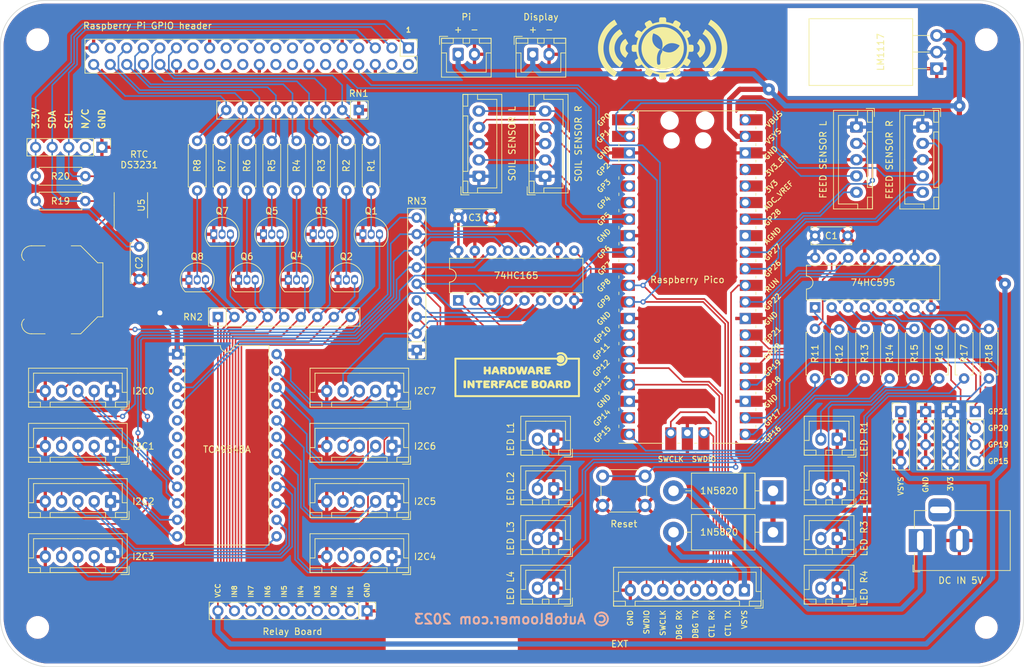
<source format=kicad_pcb>
(kicad_pcb (version 20211014) (generator pcbnew)
  (layers (0 "F.Cu" signal) (31 "B.Cu" signal) (34 "B.Paste" user) (35 "F.Paste" user) (36 "B.SilkS" user "B.Silkscreen") (37 "F.SilkS" user "F.Silkscreen") (38 "B.Mask" user) (39 "F.Mask" user) (44 "Edge.Cuts" user))
  (net 0 "")
  (net 1 "/CTL TX")
  (net 2 "/CTL RX")
  (net 3 "GND")
  (net 4 "/DBG TX")
  (net 5 "/DBG RX")
  (net 6 "/SWCLK")
  (net 7 "/SWDIO")
  (net 8 "+3V3")
  (net 12 "VS")
  (net 14 "Net-(J1-Pad7)")
  (net 15 "Net-(J1-Pad8)")
  (net 16 "/GPIO21")
  (net 17 "/GPIO20")
  (net 18 "Net-(U1-Pad21)")
  (net 19 "Net-(U1-Pad22)")
  (net 20 "Net-(U1-Pad24)")
  (net 21 "/GPIO19")
  (net 22 "/I2C1 SDA")
  (net 23 "/SOIL SENSOR L DETECT")
  (net 25 "/I2C1 SCL")
  (net 26 "/SOIL SENSOR R DETECT")
  (net 27 "/FEED SENSOR L TX")
  (net 28 "/FEED SENSOR L DETECT")
  (net 29 "/FEED SENSOR L RX")
  (net 30 "/FEED SENSOR R DETECT")
  (net 31 "/FEED SENSOR R TX")
  (net 32 "/FEED SENSOR R RX")
  (net 33 "Net-(J15-Pad2)")
  (net 34 "Net-(J16-Pad2)")
  (net 35 "Net-(J17-Pad2)")
  (net 36 "Net-(J18-Pad2)")
  (net 37 "Net-(J19-Pad2)")
  (net 38 "Net-(J21-Pad2)")
  (net 39 "Net-(J22-Pad2)")
  (net 40 "Net-(J23-Pad2)")
  (net 41 "Net-(J24-Pad3)")
  (net 43 "Net-(J24-Pad5)")
  (net 60 "Net-(J24-Pad29)")
  (net 61 "Net-(J24-Pad31)")
  (net 63 "Net-(Q5-Pad2)")
  (net 64 "Net-(R11-Pad1)")
  (net 65 "Net-(R12-Pad1)")
  (net 66 "Net-(R13-Pad1)")
  (net 67 "Net-(R14-Pad1)")
  (net 68 "Net-(R15-Pad1)")
  (net 69 "Net-(R16-Pad1)")
  (net 70 "Net-(R17-Pad1)")
  (net 71 "Net-(R18-Pad1)")
  (net 72 "Net-(J24-Pad32)")
  (net 73 "Net-(J24-Pad33)")
  (net 74 "Net-(J24-Pad35)")
  (net 75 "Net-(J24-Pad36)")
  (net 76 "Net-(J24-Pad38)")
  (net 77 "Net-(J24-Pad40)")
  (net 78 "Net-(D2-Pad2)")
  (net 79 "Net-(J1-Pad2)")
  (net 84 "Net-(J1-Pad3)")
  (net 85 "Net-(J1-Pad4)")
  (net 86 "Net-(J1-Pad5)")
  (net 87 "Net-(J1-Pad6)")
  (net 88 "Net-(J1-Pad9)")
  (net 89 "Net-(U1-Pad6)")
  (net 90 "Net-(U1-Pad7)")
  (net 91 "Net-(J27-Pad2)")
  (net 92 "Net-(J27-Pad3)")
  (net 93 "Net-(J28-Pad2)")
  (net 94 "Net-(J28-Pad3)")
  (net 95 "Net-(J29-Pad2)")
  (net 96 "Net-(J29-Pad3)")
  (net 97 "Net-(J30-Pad2)")
  (net 98 "Net-(J30-Pad3)")
  (net 99 "Net-(J31-Pad2)")
  (net 100 "Net-(J31-Pad3)")
  (net 102 "Net-(Q1-Pad2)")
  (net 103 "/VSYS")
  (net 104 "Net-(Q3-Pad2)")
  (net 105 "Net-(J32-Pad2)")
  (net 106 "Net-(J32-Pad3)")
  (net 107 "Net-(BT1-Pad1)")
  (net 108 "Net-(C2-Pad1)")
  (net 114 "Net-(SW1-Pad2)")
  (net 115 "Net-(J33-Pad2)")
  (net 116 "Net-(J33-Pad3)")
  (net 117 "/GPIO15")
  (net 118 "Net-(J26-Pad2)")
  (net 119 "Net-(J26-Pad3)")
  (net 120 "Net-(J26-Pad4)")
  (net 121 "Net-(J27-Pad4)")
  (net 122 "Net-(J28-Pad4)")
  (net 123 "Net-(J29-Pad4)")
  (net 124 "Net-(J30-Pad4)")
  (net 125 "Net-(J31-Pad4)")
  (net 126 "Net-(J32-Pad4)")
  (net 127 "Net-(J33-Pad4)")
  (net 128 "Net-(R2-Pad2)")
  (net 129 "Net-(R4-Pad2)")
  (net 130 "Net-(R6-Pad2)")
  (net 131 "Net-(R7-Pad2)")
  (net 132 "Net-(R8-Pad2)")
  (net 133 "Net-(U1-Pad14)")
  (net 134 "Net-(U1-Pad15)")
  (net 135 "Net-(U1-Pad19)")
  (footprint "Resistor_THT:R_Axial_DIN0207_L6.3mm_D2.5mm_P7.62mm_Horizontal" (layer "F.Cu") (at 124.46375 59.34 -90)
    (fp_text reference "R1" hide)
    (fp_text value "2.2k" hide)
  )
  (footprint "Connector_JST:JST_XH_B8B-XH-A_1x08_P2.50mm_Vertical" (layer "F.Cu") (at 181.67875 128.27 180)
    (fp_text reference "J20" hide)
    (fp_text value "EXT")
  )
  (footprint "Diode_THT:D_DO-201AD_P15.24mm_Horizontal" (layer "F.Cu") (at 186.055 113.03 180)
    (fp_text reference "D2" hide)
    (fp_text value "1N5820")
  )
  (footprint "Package_TO_SOT_THT:TO-92_Inline" (layer "F.Cu") (at 119.38375 80.655)
    (fp_text reference "Q2")
    (fp_text value "PN2222A" hide)
  )
  (footprint "Connector_JST:JST_XH_B5B-XH-A_1x05_P2.50mm_Vertical" (layer "F.Cu") (at 209.005 57.23 -90)
    (fp_text reference "J11" hide)
    (fp_text value "FEED SENSOR R")
  )
  (footprint "Resistor_THT:R_Axial_DIN0207_L6.3mm_D2.5mm_P7.62mm_Horizontal" (layer "F.Cu") (at 192.495 88.175 -90)
    (fp_text reference "R11")
    (fp_text value "R1" hide)
  )
  (footprint "Resistor_THT:R_Axial_DIN0207_L6.3mm_D2.5mm_P7.62mm_Horizontal" (layer "F.Cu") (at 116.84375 59.34 -90)
    (fp_text reference "R3" hide)
    (fp_text value "2.2k" hide)
  )
  (footprint "Resistor_THT:R_Axial_DIN0207_L6.3mm_D2.5mm_P7.62mm_Horizontal" (layer "F.Cu") (at 73.025 64.77)
    (fp_text reference "R20" hide)
    (fp_text value "4.3k" hide)
  )
  (footprint "Package_TO_SOT_THT:TO-92_Inline" (layer "F.Cu") (at 96.52375 80.655)
    (fp_text reference "Q8")
    (fp_text value "PN2222A" hide)
  )
  (footprint "Connector_PinHeader_2.54mm:PinHeader_1x04_P2.54mm_Vertical" (layer "F.Cu") (at 205.645 100.875)
    (fp_text reference "J5" hide)
    (fp_text value "VSYS BUS" hide)
  )
  (footprint "Package_TO_SOT_THT:TO-220-3_Horizontal_TabDown" (layer "F.Cu") (at 211.16 48.26 90)
    (fp_text reference "U4" hide)
    (fp_text value "LM1117")
  )
  (footprint "Button_Switch_THT:SW_PUSH_6mm" (layer "F.Cu") (at 166.445 115.28 180)
    (fp_text reference "SW1" hide)
    (fp_text value "Reset")
  )
  (footprint "Resistor_THT:R_Array_SIP9" (layer "F.Cu") (at 100.96875 86.36)
    (fp_text reference "RN2")
    (fp_text value "10k" hide)
  )
  (footprint "Connector_JST:JST_XH_B5B-XH-A_1x05_P2.50mm_Vertical" (layer "F.Cu") (at 127.65 123.125 180)
    (fp_text reference "J30" hide)
    (fp_text value "I2C4")
  )
  (footprint "Package_TO_SOT_THT:TO-92_Inline" (layer "F.Cu") (at 111.76375 80.655)
    (fp_text reference "Q4")
    (fp_text value "PN2222A" hide)
  )
  (footprint "Package_DIP:DIP-24_W15.24mm" (layer "F.Cu") (at 94.725 92.075)
    (fp_text reference "U3" hide)
    (fp_text value "TCA9548A")
  )
  (footprint "Resistor_THT:R_Axial_DIN0207_L6.3mm_D2.5mm_P7.62mm_Horizontal" (layer "F.Cu") (at 211.545 88.175 -90)
    (fp_text reference "R16")
    (fp_text value "R4" hide)
  )
  (footprint "MountingHole:MountingHole_2.5mm" (layer "F.Cu") (at 73.3425 43.815)
    (fp_text reference "H2" hide)
    (fp_text value "MountingHole_2.5mm" hide)
  )
  (footprint "Capacitor_THT:C_Disc_D6.0mm_W2.5mm_P5.00mm" (layer "F.Cu") (at 137.835 71.12)
    (fp_text reference "C3" hide)
    (fp_text value "0.1uf" hide)
  )
  (footprint "Connector_JST:JST_XH_B2B-XH-A_1x02_P2.50mm_Vertical" (layer "F.Cu") (at 152.451875 105.09875 180)
    (fp_text reference "J15" hide)
    (fp_text value "LED L1")
  )
  (footprint "Connector_JST:JST_XH_B2B-XH-A_1x02_P2.50mm_Vertical" (layer "F.Cu") (at 152.451875 127.95875 180)
    (fp_text reference "J18" hide)
    (fp_text value "LED L4")
  )
  (footprint "MountingHole:MountingHole_2.5mm" (layer "F.Cu") (at 218.7575 43.815)
    (fp_text reference "H3" hide)
    (fp_text value "MountingHole_2.5mm" hide)
  )
  (footprint "Resistor_THT:R_Axial_DIN0207_L6.3mm_D2.5mm_P7.62mm_Horizontal" (layer "F.Cu") (at 109.22375 59.34 -90)
    (fp_text reference "R5" hide)
    (fp_text value "2.2k" hide)
  )
  (footprint "Connector_JST:JST_XH_B5B-XH-A_1x05_P2.50mm_Vertical" (layer "F.Cu") (at 151.13 64.77 90)
    (fp_text reference "J9" hide)
    (fp_text value "SOIL SENSOR R")
  )
  (footprint "Package_TO_SOT_THT:TO-92_Inline" (layer "F.Cu") (at 115.57375 73.67)
    (fp_text reference "Q3")
    (fp_text value "PN2222A" hide)
  )
  (footprint "Connector_JST:JST_XH_B2B-XH-A_1x02_P2.50mm_Vertical" (layer "F.Cu") (at 195.905275 120.33875 180)
    (fp_text reference "J22" hide)
    (fp_text value "LED R3")
  )
  (footprint "Resistor_THT:R_Array_SIP9" (layer "F.Cu") (at 131.445 91.44 90)
    (fp_text reference "RN3")
    (fp_text value "10k" hide)
  )
  (footprint "Capacitor_THT:C_Disc_D6.0mm_W2.5mm_P5.00mm" (layer "F.Cu") (at 192.51 73.905)
    (fp_text reference "C1" hide)
    (fp_text value "0.1uf" hide)
  )
  (footprint "Diode_THT:D_DO-201AD_P15.24mm_Horizontal" (layer "F.Cu") (at 186.055 119.38 180)
    (fp_text reference "D1" hide)
    (fp_text value "1N5820")
  )
  (footprint "Connector_PinHeader_2.54mm:PinHeader_1x05_P2.54mm_Vertical" (layer "F.Cu") (at 83.185 60.325 -90)
    (fp_text reference "J25" hide)
    (fp_text value "RTC Header" hide)
  )
  (footprint "Package_TO_SOT_THT:TO-92_Inline" (layer "F.Cu") (at 100.33375 73.67)
    (fp_text reference "Q7")
    (fp_text value "PN2222A" hide)
  )
  (footprint "Resistor_THT:R_Axial_DIN0207_L6.3mm_D2.5mm_P7.62mm_Horizontal" (layer "F.Cu") (at 101.60375 59.34 -90)
    (fp_text reference "R7" hide)
    (fp_text value "2.2k" hide)
  )
  (footprint "Connector_JST:JST_XH_B5B-XH-A_1x05_P2.50mm_Vertical" (layer "F.Cu") (at 127.65 114.658332 180)
    (fp_text reference "J31" hide)
    (fp_text value "I2C5")
  )
  (footprint "Connector_PinHeader_2.54mm:PinHeader_1x04_P2.54mm_Vertical" (layer "F.Cu") (at 209.455 100.875)
    (fp_text reference "J10" hide)
    (fp_text value "GND BUS" hide)
  )
  (footprint "Connector_JST:JST_XH_B2B-XH-A_1x02_P2.50mm_Vertical" (layer "F.Cu") (at 137.79875 46.0575)
    (fp_text reference "J2" hide)
    (fp_text value "Pi")
  )
  (footprint "Resistor_THT:R_Axial_DIN0207_L6.3mm_D2.5mm_P7.62mm_Horizontal" (layer "F.Cu") (at 203.925 88.175 -90)
    (fp_text reference "R14")
    (fp_text value "R2" hide)
  )
  (footprint "Resistor_THT:R_Axial_DIN0207_L6.3mm_D2.5mm_P7.62mm_Horizontal" (layer "F.Cu") (at 219.165 88.175 -90)
    (fp_text reference "R18")
    (fp_text value "R6" hide)
  )
  (footprint "Connector_JST:JST_XH_B2B-XH-A_1x02_P2.50mm_Vertical" (layer "F.Cu") (at 195.905275 127.95875 180)
    (fp_text reference "J23" hide)
    (fp_text value "LED R4")
  )
  (footprint "Package_TO_SOT_THT:TO-92_Inline" (layer "F.Cu") (at 104.14375 80.655)
    (fp_text reference "Q6")
    (fp_text value "PN2222A" hide)
  )
  (footprint "Resistor_THT:R_Axial_DIN0207_L6.3mm_D2.5mm_P7.62mm_Horizontal" (layer "F.Cu") (at 97.79375 59.34 -90)
    (fp_text reference "R8" hide)
    (fp_text value "2.2k" hide)
  )
  (footprint "Connector_PinHeader_2.54mm:PinHeader_1x10_P2.54mm_Vertical" (layer "F.Cu") (at 123.82875 131.445 -90)
    (fp_text reference "J1" hide)
    (fp_text value "Relay Board")
  )
  (footprint "Connector_PinHeader_2.54mm:PinHeader_2x20_P2.54mm_Vertical" (layer "F.Cu") (at 130.17875 45.085 -90)
    (fp_text reference "J24" hide)
    (fp_text value "Raspberry Pi GPIO header")
  )
  (footprint "Connector_JST:JST_XH_B5B-XH-A_1x05_P2.50mm_Vertical" (layer "F.Cu") (at 140.97 64.77 90)
    (fp_text reference "J6" hide)
    (fp_text value "SOIL SENSOR L")
  )
  (footprint "Connector_PinHeader_2.54mm:PinHeader_1x04_P2.54mm_Vertical" (layer "F.Cu") (at 213.265 100.875)
    (fp_text reference "J7" hide)
    (fp_text value "3V3 BUS" hide)
  )
  (footprint "Package_SO:SOIC-8_3.9x4.9mm_P1.27mm" (layer "F.Cu") (at 87.63 69.215 90)
    (fp_text reference "U5" hide)
    (fp_text value "DS3231MZ" hide)
  )
  (footprint "Connector_BarrelJack:BarrelJack_Horizontal" (layer "F.Cu") (at 208.63 120.65 180)
    (fp_text reference "J4" hide)
    (fp_text value "DC IN 5V")
  )
  (footprint "Connector_JST:JST_XH_B5B-XH-A_1x05_P2.50mm_Vertical" (layer "F.Cu") (at 84.505 114.658332 180)
    (fp_text reference "J28" hide)
    (fp_text value "I2C2")
  )
  (footprint "MountingHole:MountingHole_2.5mm" (layer "F.Cu") (at 218.7575 133.985)
    (fp_text reference "H4" hide)
    (fp_text value "MountingHole_2.5mm" hide)
  )
  (footprint "Connector_JST:JST_XH_B5B-XH-A_1x05_P2.50mm_Vertical" (layer "F.Cu") (at 84.505 106.191666 180)
    (fp_text reference "J27" hide)
    (fp_text value "I2C1")
  )
  (footprint "Battery:BatteryHolder_Keystone_3000_1x12mm" (layer "F.Cu") (at 76.48 82.195 -90)
    (fp_text reference "BT1" hide)
    (fp_text value "CR1220" hide)
  )
  (footprint "Connector_JST:JST_XH_B2B-XH-A_1x02_P2.50mm_Vertical" (layer "F.Cu") (at 195.905275 105.09875 180)
    (fp_text reference "J19" hide)
    (fp_text value "LED R1")
  )
  (footprint "Connector_JST:JST_XH_B5B-XH-A_1x05_P2.50mm_Vertical" (layer "F.Cu") (at 84.505 123.125 180)
    (fp_text reference "J29" hide)
    (fp_text value "I2C3")
  )
  (footprint "Connector_JST:JST_XH_B5B-XH-A_1x05_P2.50mm_Vertical" (layer "F.Cu") (at 84.505 97.725 180)
    (fp_text reference "J26" hide)
    (fp_text value "I2C0")
  )
  (footprint "Resistor_THT:R_Axial_DIN0207_L6.3mm_D2.5mm_P7.62mm_Horizontal" (layer "F.Cu") (at 215.355 88.175 -90)
    (fp_text reference "R17")
    (fp_text value "R5" hide)
  )
  (footprint "Package_TO_SOT_THT:TO-92_Inline" (layer "F.Cu") (at 123.19375 73.67)
    (fp_text reference "Q1")
    (fp_text value "PN2222A" hide)
  )
  (footprint "Connector_JST:JST_XH_B5B-XH-A_1x05_P2.50mm_Vertical" (layer "F.Cu") (at 127.65 106.191666 180)
    (fp_text reference "J32" hide)
    (fp_text value "I2C6")
  )
  (footprint "Resistor_THT:R_Axial_DIN0207_L6.3mm_D2.5mm_P7.62mm_Horizontal" (layer "F.Cu") (at 196.21875 88.26625 -90)
    (fp_text reference "R12")
    (fp_text value "R1" hide)
  )
  (footprint "Capacitor_THT:C_Disc_D6.0mm_W2.5mm_P5.00mm" (layer "F.Cu") (at 88.9 75.565 -90)
    (fp_text reference "C2" hide)
    (fp_text value "0.1uf" hide)
  )
  (footprint "Connector_JST:JST_XH_B2B-XH-A_1x02_P2.50mm_Vertical" (layer "F.Cu") (at 149.22875 46.0575)
    (fp_text reference "J3" hide)
    (fp_text value "Display")
  )
  (footprint "Package_DIP:DIP-16_W7.62mm" (layer "F.Cu") (at 192.51 84.885 90)
    (fp_text reference "U2" hide)
    (fp_text value "74HC595")
  )
  (footprint "Resistor_THT:R_Axial_DIN0207_L6.3mm_D2.5mm_P7.62mm_Horizontal" (layer "F.Cu") (at 73.025 68.58)
    (fp_text reference "R19" hide)
    (fp_text value "4.3k" hide)
  )
  (footprint "Connector_JST:JST_XH_B2B-XH-A_1x02_P2.50mm_Vertical" (layer "F.Cu") (at 152.451875 120.33875 180)
    (fp_text reference "J17" hide)
    (fp_text value "LED L3")
  )
  (footprint "Resistor_THT:R_Axial_DIN0207_L6.3mm_D2.5mm_P7.62mm_Horizontal" (layer "F.Cu") (at 120.65375 59.34 -90)
    (fp_text reference "R2" hide)
    (fp_text value "2.2k" hide)
  )
  (footprint "Connector_JST:JST_XH_B2B-XH-A_1x02_P2.50mm_Vertical" (layer "F.Cu") (at 152.451875 112.71875 180)
    (fp_text reference "J16" hide)
    (fp_text value "LED L2")
  )
  (footprint "Connector_PinHeader_2.54mm:PinHeader_1x04_P2.54mm_Vertical" (layer "F.Cu") (at 217.075 100.875)
    (fp_text reference "J13" hide)
    (fp_text value "SPARE GPIO" hide)
  )
  (footprint "Resistor_THT:R_Axial_DIN0207_L6.3mm_D2.5mm_P7.62mm_Horizontal" (layer "F.Cu") (at 207.735 88.175 -90)
    (fp_text reference "R15")
    (fp_text value "R3" hide)
  )
  (footprint "Resistor_THT:R_Array_SIP9" (layer "F.Cu") (at 122.55875 54.61 180)
    (fp_text reference "RN1")
    (fp_text value "10k" hide)
  )
  (footprint "Package_DIP:DIP-16_W7.62mm" (layer "F.Cu") (at 137.81 83.81 90)
    (fp_text reference "U6" hide)
    (fp_text value "74HC165")
  )
  (footprint "Connector_JST:JST_XH_B5B-XH-A_1x05_P2.50mm_Vertical" (layer "F.Cu") (at 198.845 57.23 -90)
    (fp_text reference "J8" hide)
    (fp_text value "FEED SENSOR L")
  )
  (footprint "Resistor_THT:R_Axial_DIN0207_L6.3mm_D2.5mm_P7.62mm_Horizontal" (layer "F.Cu") (at 105.41375 59.34 -90)
    (fp_text reference "R6" hide)
    (fp_text value "2.2k" hide)
  )
  (footprint "Resistor_THT:R_Axial_DIN0207_L6.3mm_D2.5mm_P7.62mm_Horizontal" (layer "F.Cu") (at 200.115 88.175 -90)
    (fp_text reference "R13")
    (fp_text value "R1" hide)
  )
  (footprint "Connector_JST:JST_XH_B5B-XH-A_1x05_P2.50mm_Vertical" (layer "F.Cu") (at 127.65 97.725 180)
    (fp_text reference "J33" hide)
    (fp_text value "I2C7")
  )
  (footprint "Resistor_THT:R_Axial_DIN0207_L6.3mm_D2.5mm_P7.62mm_Horizontal" (layer "F.Cu") (at 113.03375 59.34 -90)
    (fp_text reference "R4" hide)
    (fp_text value "2.2k" hide)
  )
  (footprint "MCU_RaspberryPi_and_Boards:RPi_Pico_SMD_TH" (layer "F.Cu") (at 172.92875 80.238198)
    (fp_text reference "U1" hide)
    (fp_text value "Raspberry Pico")
  )
  (footprint "MountingHole:MountingHole_2.5mm" (layer "F.Cu") (at 73.3425 133.985)
    (fp_text reference "H1" hide)
    (fp_text value "MountingHole_2.5mm" hide)
  )
  (footprint "Package_TO_SOT_THT:TO-92_Inline" (layer "F.Cu") (at 107.95375 73.67)
    (fp_text reference "Q5")
    (fp_text value "PN2222A" hide)
  )
  (footprint "Connector_JST:JST_XH_B2B-XH-A_1x02_P2.50mm_Vertical" (layer "F.Cu") (at 195.905275 112.71875 180)
    (fp_text reference "J21" hide)
    (fp_text value "LED R2")
  )
  (gr_line (start 154.301553 93.22295) (end 154.282636 93.257788) (layer "F.Cu") (width 0.3))
  (gr_line (start 154.401076 92.811333) (end 154.400253 92.849875) (layer "F.Cu") (width 0.3))
  (gr_line (start 153.349207 93.698544) (end 153.310813 93.691116) (layer "F.Cu") (width 0.3))
  (gr_line (start 154.282637 92.364879) (end 154.301555 92.399716) (layer "F.Cu") (width 0.3))
  (gr_line (start 154.360774 92.54468) (end 154.371466 92.582044) (layer "F.Cu") (width 0.3))
  (gr_line (start 154.106541 92.145356) (end 154.135612 92.173032) (layer "F.Cu") (width 0.3))
  (gr_line (start 153.5038 93.711375) (end 153.46511 93.71068) (layer "F.Cu") (width 0.3))
  (gr_line (start 153.61926 93.703544) (end 153.58093 93.707797) (layer "F.Cu") (width 0.3))
  (gr_line (start 153.123121 93.628164) (end 153.086827 93.610344) (layer "F.Cu") (width 0.3))
  (gr_line (start 153.695174 93.690158) (end 153.65736 93.697661) (layer "F.Cu") (width 0.3))
  (gr_line (start 154.348436 93.114957) (end 154.334453 93.151478) (layer "F.Cu") (width 0.3))
  (gr_line (start 154.076465 93.503493) (end 154.045441 93.528173) (layer "F.Cu") (width 0.3))
  (gr_poly (pts (xy 150.851649 96.060331) (xy 150.883056 96.062234) (xy 150.913685 96.06537) (xy 150.943519 96.069712) (xy 150.972541 96.075233) (xy 151.000733 96.081904) (xy 151.028079 96.089697) (xy 151.054561 96.098585) (xy 151.080163 96.108539) (xy 151.104867 96.119532) (xy 151.128656 96.131536) (xy 151.151514 96.144523) (xy 151.173423 96.158464) (xy 151.194366 96.173333) (xy 151.214327 96.189101) (xy 151.233287 96.20574) (xy 151.25123 96.223223) (xy 151.268139 96.241521) (xy 151.283998 96.260606) (xy 151.298788 96.280452) (xy 151.312493 96.301029) (xy 151.325095 96.322309) (xy 151.336579 96.344266) (xy 151.346925 96.366871) (xy 151.356119 96.390096) (xy 151.364142 96.413913) (xy 151.370977 96.438294) (xy 151.376608 96.463212) (xy 151.381018 96.488638) (xy 151.384188 96.514545) (xy 151.386103 96.540905) (xy 151.386745 96.56769) (xy 151.386745 96.804756) (xy 151.386103 96.83154) (xy 151.384188 96.8579) (xy 151.381018 96.883807) (xy 151.376608 96.909233) (xy 151.370978 96.934151) (xy 151.364142 96.958532) (xy 151.356119 96.982349) (xy 151.346926 97.005574) (xy 151.336579 97.028179) (xy 151.325096 97.050135) (xy 151.312493 97.071416) (xy 151.298788 97.091993) (xy 151.283998 97.111838) (xy 151.26814 97.130924) (xy 151.251231 97.149222) (xy 151.233288 97.166705) (xy 151.214327 97.183344) (xy 151.194367 97.199112) (xy 151.173424 97.213981) (xy 151.151515 97.227923) (xy 151.128657 97.240909) (xy 151.104868 97.252913) (xy 151.080164 97.263907) (xy 151.054562 97.273861) (xy 151.02808 97.282749) (xy 151.000734 97.290542) (xy 150.972542 97.297213) (xy 150.94352 97.302734) (xy 150.913686 97.307076) (xy 150.883056 97.310212) (xy 150.851649 97.312115) (xy 150.81948 97.312755) (xy 150.787311 97.312115) (xy 150.755904 97.310212) (xy 150.725275 97.307076) (xy 150.695441 97.302734) (xy 150.666419 97.297213) (xy 150.638227 97.290542) (xy 150.610881 97.282749) (xy 150.584399 97.273861) (xy 150.558797 97.263907) (xy 150.534093 97.252914) (xy 150.510303 97.24091) (xy 150.487446 97.227923) (xy 150.465537 97.213982) (xy 150.444594 97.199113) (xy 150.424633 97.183345) (xy 150.405673 97.166706) (xy 150.38773 97.149223) (xy 150.37082 97.130925) (xy 150.354962 97.111839) (xy 150.340172 97.091994) (xy 150.326467 97.071417) (xy 150.313865 97.050136) (xy 150.302381 97.02818) (xy 150.292034 97.005575) (xy 150.282841 96.98235) (xy 150.274818 96.958533) (xy 150.267982 96.934151) (xy 150.262352 96.909234) (xy 150.257942 96.883807) (xy 150.254772 96.8579) (xy 150.252857 96.831541) (xy 150.252215 96.804756) (xy 150.633214 96.804756) (xy 150.63346 96.817306) (xy 150.634189 96.829553) (xy 150.63539 96.841489) (xy 150.63705 96.853109) (xy 150.639156 96.864407) (xy 150.641697 96.875376) (xy 150.644659 96.88601) (xy 150.64803 96.896303) (xy 150.651798 96.906248) (xy 150.655951 96.915841) (xy 150.660476 96.925073) (xy 150.66536 96.93394) (xy 150.670592 96.942434) (xy 150.676158 96.950551) (xy 150.682047 96.958283) (xy 150.688247 96.965624) (xy 150.694743 96.972568) (xy 150.701525 96.979109) (xy 150.70858 96.985241) (xy 150.715895 96.990958) (xy 150.723459 96.996252) (xy 150.731258 97.001119) (xy 150.73928 97.005552) (xy 150.747513 97.009544) (xy 150.755945 97.01309) (xy 150.764562 97.016184) (xy 150.773353 97.018818) (xy 150.782306 97.020988) (xy 150.791407 97.022686) (xy 150.800645 97.023906) (xy 150.810007 97.024643) (xy 150.81948 97.02489) (xy 150.828953 97.024643) (xy 150.838315 97.023906) (xy 150.847553 97.022686) (xy 150.856654 97.020987) (xy 150.865607 97.018818) (xy 150.874398 97.016184) (xy 150.883015 97.01309) (xy 150.891447 97.009544) (xy 150.89968 97.005552) (xy 150.907702 97.001119) (xy 150.915501 96.996252) (xy 150.923065 96.990957) (xy 150.93038 96.98524) (xy 150.937435 96.979108) (xy 150.944217 96.972567) (xy 150.950713 96.965623) (xy 150.956912 96.958282) (xy 150.962801 96.95055) (xy 150.968368 96.942433) (xy 150.9736 96.933939) (xy 150.978484 96.925072) (xy 150.983009 96.91584) (xy 150.987162 96.906247) (xy 150.99093 96.896302) (xy 150.994301 96.886009) (xy 150.997263 96.875375) (xy 150.999804 96.864406) (xy 151.00191 96.853109) (xy 151.00357 96.841489) (xy 151.004771 96.829552) (xy 151.0055 96.817306) (xy 151.005746 96.804756) (xy 151.005746 96.56769) (xy 151.0055 96.555139) (xy 151.004771 96.542893) (xy 151.00357 96.530956) (xy 151.00191 96.519336) (xy 150.999804 96.508039) (xy 150.997263 96.49707) (xy 150.994301 96.486436) (xy 150.99093 96.476143) (xy 150.987162 96.466197) (xy 150.983009 96.456605) (xy 150.978484 96.447372) (xy 150.9736 96.438506) (xy 150.968368 96.430011) (xy 150.962801 96.421895) (xy 150.956912 96.414163) (xy 150.950713 96.406822) (xy 150.944217 96.399878) (xy 150.937435 96.393336) (xy 150.93038 96.387205) (xy 150.923065 96.381488) (xy 150.915501 96.376193) (xy 150.907702 96.371327) (xy 150.89968 96.366894) (xy 150.891447 96.362901) (xy 150.883015 96.359355) (xy 150.874398 96.356262) (xy 150.865607 96.353627) (xy 150.856654 96.351458) (xy 150.847553 96.34976) (xy 150.838315 96.348539) (xy 150.828953 96.347803) (xy 150.81948 96.347556) (xy 150.810007 96.347803) (xy 150.800645 96.348539) (xy 150.791407 96.34976) (xy 150.782306 96.351458) (xy 150.773353 96.353628) (xy 150.764562 96.356262) (xy 150.755945 96.359355) (xy 150.747513 96.362902) (xy 150.73928 96.366894) (xy 150.731258 96.371327) (xy 150.723459 96.376194) (xy 150.715895 96.381489) (xy 150.70858 96.387205) (xy 150.701525 96.393337) (xy 150.694743 96.399878) (xy 150.688247 96.406823) (xy 150.682047 96.414164) (xy 150.676158 96.421896) (xy 150.670592 96.430012) (xy 150.66536 96.438507) (xy 150.660476 96.447373) (xy 150.655951 96.456606) (xy 150.651798 96.466198) (xy 150.64803 96.476144) (xy 150.644659 96.486437) (xy 150.641697 96.497071) (xy 150.639156 96.50804) (xy 150.63705 96.519337) (xy 150.63539 96.530957) (xy 150.634189 96.542893) (xy 150.63346 96.555139) (xy 150.633214 96.56769) (xy 150.633214 96.804756) (xy 150.252215 96.804756) (xy 150.252215 96.56769) (xy 150.252857 96.540905) (xy 150.254772 96.514546) (xy 150.257942 96.488639) (xy 150.262351 96.463213) (xy 150.267982 96.438295) (xy 150.274818 96.413914) (xy 150.282841 96.390097) (xy 150.292034 96.366872) (xy 150.302381 96.344267) (xy 150.313864 96.32231) (xy 150.326467 96.30103) (xy 150.340172 96.280453) (xy 150.354962 96.260607) (xy 150.37082 96.241522) (xy 150.387729 96.223224) (xy 150.405672 96.205741) (xy 150.424632 96.189102) (xy 150.444593 96.173334) (xy 150.465536 96.158465) (xy 150.487445 96.144523) (xy 150.510302 96.131536) (xy 150.534092 96.119532) (xy 150.558796 96.108539) (xy 150.584398 96.098585) (xy 150.61088 96.089697) (xy 150.638226 96.081904) (xy 150.666418 96.075233) (xy 150.69544 96.069712) (xy 150.725274 96.06537) (xy 150.755903 96.062234) (xy 150.787311 96.060331) (xy 150.81948 96.059691)) (layer "F.Cu") (width 0) (fill solid))
  (gr_line (start 154.348437 92.50771) (end 154.360774 92.54468) (layer "F.Cu") (width 0.3))
  (gr_poly (pts (xy 153.326473 96.094003) (xy 153.358035 96.095326) (xy 153.388426 96.097514) (xy 153.417653 96.100554) (xy 153.445728 96.10443) (xy 153.472658 96.10913) (xy 153.498453 96.114639) (xy 153.523123 96.120943) (xy 153.546676 96.128028) (xy 153.569123 96.135881) (xy 153.590472 96.144488) (xy 153.610733 96.153834) (xy 153.629914 96.163905) (xy 153.648026 96.174688) (xy 153.665078 96.186169) (xy 153.681079 96.198333) (xy 153.696037 96.211167) (xy 153.709963 96.224657) (xy 153.722867 96.238788) (xy 153.734756 96.253548) (xy 153.74564 96.268921) (xy 153.755529 96.284895) (xy 153.764433 96.301454) (xy 153.772359 96.318586) (xy 153.779319 96.336275) (xy 153.78532 96.354509) (xy 153.790372 96.373273) (xy 153.794485 96.392553) (xy 153.797668 96.412336) (xy 153.79993 96.432607) (xy 153.80128 96.453352) (xy 153.801728 96.474557) (xy 153.801194 96.493982) (xy 153.799636 96.512577) (xy 153.797124 96.530357) (xy 153.793724 96.547335) (xy 153.789506 96.563525) (xy 153.784538 96.578942) (xy 153.778888 96.5936) (xy 153.772624 96.607511) (xy 153.765814 96.620691) (xy 153.758526 96.633153) (xy 153.75083 96.644911) (xy 153.742792 96.65598) (xy 153.734481 96.666372) (xy 153.725966 96.676102) (xy 153.717315 96.685185) (xy 153.708595 96.693633) (xy 153.699875 96.701461) (xy 153.691223 96.708683) (xy 153.674397 96.721365) (xy 153.658663 96.731789) (xy 153.644566 96.740068) (xy 153.632651 96.746312) (xy 153.623465 96.750634) (xy 153.615462 96.753958) (xy 153.615462 96.770891) (xy 153.784795 96.97409) (xy 153.795378 96.988377) (xy 153.806226 97.00445) (xy 153.812345 97.014199) (xy 153.818662 97.024889) (xy 153.824979 97.036374) (xy 153.831097 97.048503) (xy 153.836819 97.061129) (xy 153.841945 97.074101) (xy 153.846277 97.087273) (xy 153.849618 97.100493) (xy 153.850854 97.107076) (xy 153.851768 97.113615) (xy 153.852334 97.120092) (xy 153.852528 97.126488) (xy 153.851734 97.145133) (xy 153.850742 97.154143) (xy 153.849353 97.162935) (xy 153.847567 97.171504) (xy 153.845384 97.179844) (xy 153.842805 97.187948) (xy 153.839828 97.19581) (xy 153.836455 97.203424) (xy 153.832685 97.210783) (xy 153.828517 97.217883) (xy 153.823953 97.224715) (xy 153.818992 97.231275) (xy 153.813635 97.237556) (xy 153.80788 97.243552) (xy 153.801728 97.249256) (xy 153.79518 97.254662) (xy 153.788235 97.259764) (xy 153.780893 97.264557) (xy 153.773154 97.269033) (xy 153.765018 97.273187) (xy 153.756485 97.277012) (xy 153.747555 97.280502) (xy 153.738229 97.283651) (xy 153.728505 97.286453) (xy 153.718385 97.288902) (xy 153.707868 97.29099) (xy 153.696954 97.292713) (xy 153.685643 97.294064) (xy 153.673935 97.295037) (xy 153.649329 97.295822) (xy 153.641443 97.295579) (xy 153.633665 97.294871) (xy 153.626005 97.293729) (xy 153.618472 97.292184) (xy 153.611075 97.290267) (xy 153.603824 97.288009) (xy 153.596729 97.28544) (xy 153.589797 97.282593) (xy 153.583039 97.279498) (xy 153.576465 97.276185) (xy 153.570082 97.272687) (xy 153.563901 97.269033) (xy 153.557931 97.265256) (xy 153.552181 97.261385) (xy 153.541378 97.253489) (xy 153.531568 97.245593) (xy 153.522824 97.237945) (xy 153.515222 97.230793) (xy 153.508834 97.224385) (xy 153.500004 97.214794) (xy 153.496928 97.211156) (xy 153.225996 96.855556) (xy 153.124396 96.855559) (xy 153.124396 97.126491) (xy 153.124198 97.135916) (xy 153.123606 97.145136) (xy 153.122624 97.154145) (xy 153.121254 97.162937) (xy 153.119499 97.171506) (xy 153.117363 97.179846) (xy 153.114849 97.18795) (xy 153.11196 97.195812) (xy 153.108699 97.203426) (xy 153.105069 97.210786) (xy 153.101073 97.217885) (xy 153.096714 97.224718) (xy 153.091995 97.231278) (xy 153.08692 97.237558) (xy 153.081491 97.243554) (xy 153.075712 97.249258) (xy 153.069586 97.254664) (xy 153.063116 97.259767) (xy 153.056304 97.264559) (xy 153.049155 97.269035) (xy 153.041671 97.273189) (xy 153.033855 97.277014) (xy 153.02571 97.280504) (xy 153.01724 97.283654) (xy 153.008447 97.286456) (xy 152.999335 97.288904) (xy 152.989906 97.290993) (xy 152.980165 97.292716) (xy 152.970113 97.294066) (xy 152.959755 97.295039) (xy 152.949092 97.295627) (xy 152.938129 97.295824) (xy 152.927166 97.295627) (xy 152.916504 97.295039) (xy 152.906145 97.294066) (xy 152.896094 97.292716) (xy 152.886352 97.290993) (xy 152.876924 97.288904) (xy 152.867812 97.286456) (xy 152.859019 97.283654) (xy 152.850549 97.280504) (xy 152.842404 97.277014) (xy 152.834588 97.273189) (xy 152.827104 97.269035) (xy 152.819954 97.264559) (xy 152.813143 97.259767) (xy 152.806672 97.254664) (xy 152.800546 97.249258) (xy 152.794767 97.243554) (xy 152.789339 97.237558) (xy 152.784263 97.231278) (xy 152.779545 97.224718) (xy 152.775186 97.217885) (xy 152.77119 97.210786) (xy 152.76756 97.203426) (xy 152.764298 97.195812) (xy 152.761409 97.18795) (xy 152.758895 97.179846) (xy 152.756759 97.171506) (xy 152.755005 97.162937) (xy 152.753635 97.154145) (xy 152.752653 97.145136) (xy 152.752061 97.135916) (xy 152.751863 97.126491) (xy 152.751863 96.56769) (xy 153.124396 96.56769) (xy 153.293729 96.567692) (xy 153.300773 96.567569) (xy 153.307618 96.567204) (xy 153.31426 96.566603) (xy 153.3207 96.565774) (xy 153.326935 96.56472) (xy 153.332964 96.56345) (xy 153.338785 96.561969) (xy 153.344397 96.560283) (xy 153.349798 96.558399) (xy 153.354986 96.556323) (xy 153.359961 96.55406) (xy 153.36472 96.551618) (xy 153.369262 96.549002) (xy 153.373586 96.546219) (xy 153.377689 96.543274) (xy 153.381571 96.540175) (xy 153.385229 96.536926) (xy 153.388663 96.533535) (xy 153.39187 96.530008) (xy 153.394849 96.52635) (xy 153.397599 96.522568) (xy 153.400118 96.518669) (xy 153.402405 96.514658) (xy 153.404457 96.510541) (xy 153.406274 96.506325) (xy 153.407853 96.502016) (xy 153.409194 96.497621) (xy 153.410295 96.493145) (xy 153.411153 96.488594) (xy 153.411769 96.483975) (xy 153.412139 96.479294) (xy 153.412263 96.474557) (xy 153.412139 96.469821) (xy 153.411769 96.46514) (xy 153.411153 96.460521) (xy 153.410295 96.45597) (xy 153.409194 96.451494) (xy 153.407853 96.447098) (xy 153.406274 96.44279) (xy 153.404457 96.438574) (xy 153.402405 96.434457) (xy 153.400118 96.430446) (xy 153.397599 96.426547) (xy 153.394849 96.422765) (xy 153.39187 96.419107) (xy 153.388663 96.41558) (xy 153.385229 96.412189) (xy 153.381571 96.40894) (xy 153.377689 96.405841) (xy 153.373586 96.402896) (xy 153.369262 96.400113) (xy 153.36472 96.397497) (xy 153.359961 96.395055) (xy 153.354986 96.392792) (xy 153.349798 96.390716) (xy 153.344397 96.388832) (xy 153.338785 96.387146) (xy 153.332964 96.385665) (xy 153.326935 96.384395) (xy 153.3207 96.383341) (xy 153.31426 96.382512) (xy 153.307618 96.381911) (xy 153.300773 96.381546) (xy 153.293729 96.381423) (xy 153.124396 96.381423) (xy 153.124396 96.56769) (xy 152.751863 96.56769) (xy 152.751863 96.262892) (xy 152.752061 96.253467) (xy 152.752653 96.244247) (xy 152.753635 96.235238) (xy 152.755005 96.226446) (xy 152.756759 96.217877) (xy 152.758895 96.209537) (xy 152.761409 96.201433) (xy 152.764298 96.193571) (xy 152.76756 96.185957) (xy 152.77119 96.178597) (xy 152.775186 96.171498) (xy 152.779545 96.164665) (xy 152.784263 96.158106) (xy 152.789339 96.151825) (xy 152.794767 96.145829) (xy 152.800546 96.140125) (xy 152.806672 96.134719) (xy 152.813143 96.129616) (xy 152.819954 96.124824) (xy 152.827104 96.120348) (xy 152.834588 96.116194) (xy 152.842404 96.112369) (xy 152.850549 96.108879) (xy 152.859019 96.10573) (xy 152.867812 96.102928) (xy 152.876924 96.100479) (xy 152.886352 96.098391) (xy 152.896094 96.096668) (xy 152.906145 96.095317) (xy 152.916504 96.094344) (xy 152.927166 96.093756) (xy 152.938129 96.093559) (xy 153.293729 96.093559)) (layer "F.Cu") (width 0) (fill solid))
  (gr_line (start 154.190516 93.389842) (end 154.190516 93.389842) (layer "F.Cu") (width 0.3))
  (gr_line (start 154.334454 92.471188) (end 154.348437 92.50771) (layer "F.Cu") (width 0.3))
  (gr_poly (pts (xy 142.496603 96.093754) (xy 142.507265 96.094342) (xy 142.517623 96.095315) (xy 142.527675 96.096665) (xy 142.537417 96.098388) (xy 142.546845 96.100477) (xy 142.555957 96.102925) (xy 142.56475 96.105727) (xy 142.57322 96.108876) (xy 142.581365 96.112367) (xy 142.589181 96.116192) (xy 142.596665 96.120345) (xy 142.603814 96.124822) (xy 142.610626 96.129614) (xy 142.617096 96.134717) (xy 142.623223 96.140123) (xy 142.629002 96.145827) (xy 142.63443 96.151823) (xy 142.639505 96.158103) (xy 142.644224 96.164663) (xy 142.648583 96.171496) (xy 142.652579 96.178595) (xy 142.656209 96.185955) (xy 142.65947 96.193569) (xy 142.66236 96.201431) (xy 142.664874 96.209535) (xy 142.667009 96.217874) (xy 142.668764 96.226443) (xy 142.670134 96.235236) (xy 142.671116 96.244245) (xy 142.671708 96.253465) (xy 142.671906 96.26289) (xy 142.671708 96.272315) (xy 142.671116 96.281535) (xy 142.670134 96.290544) (xy 142.668764 96.299336) (xy 142.667009 96.307905) (xy 142.664874 96.316245) (xy 142.66236 96.324349) (xy 142.65947 96.332211) (xy 142.656209 96.339825) (xy 142.652579 96.347185) (xy 142.648583 96.354284) (xy 142.644224 96.361117) (xy 142.639505 96.367677) (xy 142.63443 96.373957) (xy 142.629002 96.379953) (xy 142.623223 96.385657) (xy 142.617096 96.391063) (xy 142.610626 96.396166) (xy 142.603814 96.400958) (xy 142.596665 96.405434) (xy 142.589181 96.409588) (xy 142.581365 96.413413) (xy 142.57322 96.416904) (xy 142.56475 96.420053) (xy 142.555957 96.422855) (xy 142.546845 96.425303) (xy 142.537417 96.427392) (xy 142.527675 96.429115) (xy 142.517623 96.430465) (xy 142.507265 96.431438) (xy 142.496603 96.432026) (xy 142.485639 96.432223) (xy 142.02844 96.432223) (xy 142.02844 96.533822) (xy 142.350171 96.533822) (xy 142.359596 96.534019) (xy 142.368816 96.534603) (xy 142.377825 96.535566) (xy 142.386618 96.536898) (xy 142.395187 96.538589) (xy 142.403526 96.540631) (xy 142.41163 96.543014) (xy 142.419492 96.545728) (xy 142.427106 96.548765) (xy 142.434466 96.552116) (xy 142.441565 96.55577) (xy 142.448398 96.559719) (xy 142.454958 96.563952) (xy 142.461239 96.568462) (xy 142.467234 96.573239) (xy 142.472938 96.578273) (xy 142.478345 96.583555) (xy 142.483447 96.589075) (xy 142.48824 96.594825) (xy 142.492716 96.600796) (xy 142.49687 96.606977) (xy 142.500695 96.613359) (xy 142.504185 96.619934) (xy 142.507334 96.626692) (xy 142.510136 96.633623) (xy 142.512584 96.640719) (xy 142.514673 96.64797) (xy 142.516396 96.655366) (xy 142.517747 96.662899) (xy 142.518719 96.670559) (xy 142.519307 96.678337) (xy 142.519505 96.686223) (xy 142.519307 96.694109) (xy 142.518719 96.701887) (xy 142.517747 96.709547) (xy 142.516396 96.71708) (xy 142.514673 96.724476) (xy 142.512584 96.731727) (xy 142.510136 96.738822) (xy 142.507334 96.745753) (xy 142.504185 96.752511) (xy 142.500695 96.759086) (xy 142.49687 96.765468) (xy 142.492716 96.771649) (xy 142.48824 96.777619) (xy 142.483447 96.783369) (xy 142.478345 96.78889) (xy 142.472938 96.794172) (xy 142.467234 96.799206) (xy 142.461239 96.803982) (xy 142.454958 96.808492) (xy 142.448398 96.812726) (xy 142.441565 96.816674) (xy 142.434466 96.820328) (xy 142.427106 96.823678) (xy 142.419492 96.826715) (xy 142.41163 96.82943) (xy 142.403526 96.831813) (xy 142.395187 96.833854) (xy 142.386618 96.835546) (xy 142.377825 96.836877) (xy 142.368816 96.83784) (xy 142.359596 96.838425) (xy 142.350171 96.838621) (xy 142.028439 96.838621) (xy 142.028439 96.940222) (xy 142.502572 96.940222) (xy 142.513535 96.94042) (xy 142.524198 96.941008) (xy 142.534556 96.94198) (xy 142.544608 96.943331) (xy 142.554349 96.945054) (xy 142.563778 96.947143) (xy 142.57289 96.949591) (xy 142.581682 96.952393) (xy 142.590153 96.955542) (xy 142.598297 96.959032) (xy 142.606113 96.962857) (xy 142.613598 96.967011) (xy 142.620747 96.971487) (xy 142.627559 96.97628) (xy 142.634029 96.981382) (xy 142.640155 96.986789) (xy 142.645934 96.992493) (xy 142.651363 96.998488) (xy 142.656438 97.004769) (xy 142.661156 97.011329) (xy 142.665515 97.018162) (xy 142.669511 97.025261) (xy 142.673142 97.032621) (xy 142.676403 97.040235) (xy 142.679292 97.048097) (xy 142.681806 97.056201) (xy 142.683942 97.06454) (xy 142.685696 97.073109) (xy 142.687066 97.081902) (xy 142.688049 97.090911) (xy 142.68864 97.100131) (xy 142.688838 97.109556) (xy 142.68864 97.118981) (xy 142.688049 97.128201) (xy 142.687066 97.13721) (xy 142.685696 97.146002) (xy 142.683942 97.154571) (xy 142.681806 97.162911) (xy 142.679292 97.171015) (xy 142.676403 97.178877) (xy 142.673142 97.186491) (xy 142.669511 97.193851) (xy 142.665515 97.20095) (xy 142.661156 97.207783) (xy 142.656438 97.214343) (xy 142.651363 97.220623) (xy 142.645934 97.226619) (xy 142.640155 97.232323) (xy 142.634029 97.237729) (xy 142.627559 97.242832) (xy 142.620747 97.247624) (xy 142.613598 97.2521) (xy 142.606113 97.256254) (xy 142.598297 97.260079) (xy 142.590153 97.263569) (xy 142.581682 97.266719) (xy 142.57289 97.269521) (xy 142.563778 97.271969) (xy 142.554349 97.274058) (xy 142.544608 97.275781) (xy 142.534556 97.277131) (xy 142.524198 97.278104) (xy 142.513535 97.278692) (xy 142.502572 97.278889) (xy 141.842172 97.278889) (xy 141.831209 97.278692) (xy 141.820547 97.278104) (xy 141.810188 97.277131) (xy 141.800137 97.275781) (xy 141.790395 97.274058) (xy 141.780967 97.271969) (xy 141.771855 97.269521) (xy 141.763062 97.266719) (xy 141.754592 97.263569) (xy 141.746447 97.260079) (xy 141.738631 97.256254) (xy 141.731147 97.2521) (xy 141.723997 97.247624) (xy 141.717186 97.242832) (xy 141.710715 97.237729) (xy 141.704589 97.232323) (xy 141.69881 97.226619) (xy 141.693382 97.220623) (xy 141.688307 97.214343) (xy 141.683588 97.207783) (xy 141.679229 97.20095) (xy 141.675233 97.193851) (xy 141.671603 97.186491) (xy 141.668341 97.178877) (xy 141.665452 97.171015) (xy 141.662938 97.162911) (xy 141.660802 97.154571) (xy 141.659048 97.146002) (xy 141.657678 97.13721) (xy 141.656696 97.128201) (xy 141.656104 97.118981) (xy 141.655906 97.109556) (xy 141.655906 96.26289) (xy 141.656104 96.253465) (xy 141.656696 96.244245) (xy 141.657678 96.235236) (xy 141.659048 96.226443) (xy 141.660802 96.217874) (xy 141.662938 96.209535) (xy 141.665452 96.201431) (xy 141.668341 96.193569) (xy 141.671603 96.185955) (xy 141.675233 96.178595) (xy 141.679229 96.171496) (xy 141.683588 96.164663) (xy 141.688307 96.158103) (xy 141.693382 96.151823) (xy 141.69881 96.145827) (xy 141.704589 96.140123) (xy 141.710715 96.134717) (xy 141.717186 96.129614) (xy 141.723997 96.124822) (xy 141.731147 96.120345) (xy 141.738631 96.116192) (xy 141.746447 96.112367) (xy 141.754592 96.108876) (xy 141.763062 96.105727) (xy 141.771855 96.102925) (xy 141.780967 96.100477) (xy 141.790395 96.098388) (xy 141.800137 96.096665) (xy 141.810188 96.095315) (xy 141.820547 96.094342) (xy 141.831209 96.093754) (xy 141.842172 96.093556) (xy 142.485639 96.093556)) (layer "F.Cu") (width 0) (fill solid))
  (gr_line (start 154.216015 92.264631) (end 154.239868 92.29728) (layer "F.Cu") (width 0.3))
  (gr_line (start 153.732647 93.681045) (end 153.695174 93.690158) (layer "F.Cu") (width 0.3))
  (gr_line (start 137.373211 92.754273) (end 153.435187 92.754273) (layer "F.Cu") (width 0.3))
  (gr_line (start 153.912963 93.611666) (end 153.878024 93.628685) (layer "F.Cu") (width 0.3))
  (gr_line (start 154.163622 92.202191) (end 154.190518 92.232825) (layer "F.Cu") (width 0.3))
  (gr_line (start 153.503801 91.911293) (end 153.580931 91.914871) (layer "F.Cu") (width 0.3))
  (gr_line (start 154.135609 93.449635) (end 154.106539 93.477311) (layer "F.Cu") (width 0.3))
  (gr_line (start 153.878024 93.628685) (end 153.842467 93.644141) (layer "F.Cu") (width 0.3))
  (gr_line (start 137.373211 98.501512) (end 137.373211 98.501512) (layer "F.Cu") (width 0.3))
  (gr_line (start 154.334453 93.151478) (end 154.318826 93.187495) (layer "F.Cu") (width 0.3))
  (gr_line (start 153.27263 91.940688) (end 153.349208 91.924123) (layer "F.Cu") (width 0.3))
  (gr_line (start 153.123121 91.994503) (end 153.159904 91.978439) (layer "F.Cu") (width 0.3))
  (gr_line (start 154.371466 93.040622) (end 154.360773 93.077986) (layer "F.Cu") (width 0.3))
  (gr_poly (pts (xy 174.878333 43.703628) (xy 174.925648 43.734096) (xy 174.971745 43.765988) (xy 175.016602 43.799267) (xy 175.060195 43.833893) (xy 175.102504 43.869829) (xy 175.143506 43.907036) (xy 175.183179 43.945476) (xy 175.2215 43.985109) (xy 175.258446 44.025899) (xy 175.293997 44.067806) (xy 175.32813 44.110792) (xy 175.360821 44.15482) (xy 175.39205 44.199849) (xy 175.421794 44.245842) (xy 175.45003 44.292762) (xy 175.476736 44.340568) (xy 175.501891 44.389223) (xy 175.525471 44.438689) (xy 175.547455 44.488927) (xy 175.56782 44.539899) (xy 175.586544 44.591566) (xy 175.603605 44.64389) (xy 175.618981 44.696833) (xy 175.632648 44.750355) (xy 175.644586 44.80442) (xy 175.654771 44.858989) (xy 175.663182 44.914022) (xy 175.669796 44.969482) (xy 175.674591 45.025331) (xy 175.677545 45.08153) (xy 175.678635 45.13804) (xy 175.674592 45.250745) (xy 175.663185 45.36205) (xy 175.64459 45.471649) (xy 175.618986 45.579235) (xy 175.586551 45.6845) (xy 175.547463 45.787137) (xy 175.501901 45.88684) (xy 175.450041 45.983301) (xy 175.392062 46.076213) (xy 175.328143 46.16527) (xy 175.258461 46.250164) (xy 175.183194 46.330588) (xy 175.102521 46.406235) (xy 175.016619 46.476799) (xy 174.925667 46.541971) (xy 174.829842 46.601445) (xy 174.406464 45.868348) (xy 174.430715 45.853892) (xy 174.45437 45.838706) (xy 174.477419 45.822807) (xy 174.499849 45.806216) (xy 174.521651 45.788951) (xy 174.542812 45.771032) (xy 174.563322 45.752478) (xy 174.58317 45.733307) (xy 174.602344 45.713539) (xy 174.620833 45.693193) (xy 174.638627 45.672289) (xy 174.655713 45.650844) (xy 174.672082 45.628879) (xy 174.687721 45.606413) (xy 174.70262 45.583464) (xy 174.716767 45.560051) (xy 174.730152 45.536195) (xy 174.742763 45.511913) (xy 174.754589 45.487226) (xy 174.765619 45.462151) (xy 174.775841 45.436709) (xy 174.785246 45.410918) (xy 174.793821 45.384798) (xy 174.801556 45.358367) (xy 174.808439 45.331645) (xy 174.814459 45.304651) (xy 174.819605 45.277404) (xy 174.823866 45.249922) (xy 174.827231 45.222226) (xy 174.829688 45.194334) (xy 174.831227 45.166266) (xy 174.831837 45.13804) (xy 174.829688 45.081745) (xy 174.823866 45.026157) (xy 174.814458 44.971429) (xy 174.801555 44.917712) (xy 174.785245 44.865161) (xy 174.765618 44.813928) (xy 174.742761 44.764165) (xy 174.716765 44.716027) (xy 174.687719 44.669666) (xy 174.655711 44.625234) (xy 174.620831 44.582885) (xy 174.583168 44.542771) (xy 174.542811 44.505046) (xy 174.499848 44.469863) (xy 174.454369 44.437373) (xy 174.406464 44.407731) (xy 174.829823 43.674623)) (layer "F.Cu") (width 0) (fill solid))
  (gr_poly (pts (xy 149.62517 96.093951) (xy 149.656591 96.095121) (xy 149.686753 96.097052) (xy 149.715672 96.099725) (xy 149.743363 96.103123) (xy 149.769841 96.10723) (xy 149.795123 96.112028) (xy 149.819223 96.117501) (xy 149.842158 96.123631) (xy 149.863942 96.130402) (xy 149.884591 96.137795) (xy 149.904122 96.145795) (xy 149.922548 96.154384) (xy 149.939886 96.163545) (xy 149.956151 96.173261) (xy 149.971359 96.183514) (xy 149.985525 96.194289) (xy 149.998665 96.205568) (xy 150.010794 96.217333) (xy 150.021927 96.229568) (xy 150.032081 96.242256) (xy 150.041271 96.255379) (xy 150.049512 96.268922) (xy 150.056819 96.282865) (xy 150.063209 96.297193) (xy 150.068697 96.311889) (xy 150.073298 96.326934) (xy 150.077027 96.342314) (xy 150.079901 96.358009) (xy 150.081934 96.374004) (xy 150.083143 96.39028) (xy 150.083542 96.406822) (xy 150.083008 96.423121) (xy 150.081451 96.43869) (xy 150.078938 96.453543) (xy 150.075539 96.467693) (xy 150.071321 96.481155) (xy 150.066353 96.493942) (xy 150.060702 96.50607) (xy 150.054438 96.51755) (xy 150.047628 96.528399) (xy 150.040341 96.538628) (xy 150.032644 96.548253) (xy 150.024606 96.557288) (xy 150.016296 96.565745) (xy 150.00778 96.57364) (xy 149.999129 96.580986) (xy 149.990409 96.587797) (xy 149.981689 96.594088) (xy 149.973037 96.599871) (xy 149.956211 96.609973) (xy 149.940477 96.618214) (xy 149.926379 96.624707) (xy 149.914465 96.629562) (xy 149.905279 96.632892) (xy 149.897275 96.635422) (xy 149.897275 96.652355) (xy 149.908189 96.654984) (xy 149.920715 96.65855) (xy 149.936963 96.663865) (xy 149.956186 96.671114) (xy 149.977642 96.680484) (xy 150.000587 96.692161) (xy 150.024275 96.70633) (xy 150.036166 96.714408) (xy 150.047964 96.723179) (xy 150.059575 96.732666) (xy 150.070908 96.742893) (xy 150.081869 96.753882) (xy 150.092364 96.765657) (xy 150.102302 96.778242) (xy 150.111588 96.791659) (xy 150.12013 96.805932) (xy 150.127835 96.821083) (xy 150.13461 96.837137) (xy 150.140361 96.854117) (xy 150.144997 96.872045) (xy 150.148423 96.890946) (xy 150.150547 96.910842) (xy 150.151275 96.931756) (xy 150.149477 96.967745) (xy 150.144032 97.002581) (xy 150.134867 97.036103) (xy 150.128866 97.05232) (xy 150.121907 97.068148) (xy 150.11398 97.083567) (xy 150.105077 97.098557) (xy 150.095187 97.113097) (xy 150.084303 97.127167) (xy 150.072414 97.140747) (xy 150.059511 97.153818) (xy 150.045584 97.166358) (xy 150.030626 97.178347) (xy 150.014625 97.189767) (xy 149.997573 97.200595) (xy 149.979461 97.210813) (xy 149.960279 97.2204) (xy 149.940019 97.229335) (xy 149.91867 97.2376) (xy 149.872669 97.252034) (xy 149.822204 97.263541) (xy 149.7672 97.271961) (xy 149.707582 97.27713) (xy 149.643276 97.278889) (xy 149.253808 97.278889) (xy 149.242845 97.278692) (xy 149.232182 97.278104) (xy 149.221824 97.277131) (xy 149.211772 97.275781) (xy 149.202031 97.274058) (xy 149.192603 97.271969) (xy 149.18349 97.269521) (xy 149.174698 97.266719) (xy 149.166227 97.263569) (xy 149.158083 97.260079) (xy 149.150267 97.256254) (xy 149.142782 97.2521) (xy 149.135633 97.247624) (xy 149.128822 97.242832) (xy 149.122351 97.237729) (xy 149.116225 97.232323) (xy 149.110446 97.226619) (xy 149.105017 97.220623) (xy 149.099942 97.214343) (xy 149.095224 97.207783) (xy 149.090865 97.20095) (xy 149.086869 97.193851) (xy 149.083238 97.186491) (xy 149.079977 97.178877) (xy 149.077088 97.171015) (xy 149.074574 97.162911) (xy 149.072438 97.154571) (xy 149.070684 97.146002) (xy 149.069314 97.13721) (xy 149.068331 97.128201) (xy 149.06774 97.118981) (xy 149.067542 97.109556) (xy 149.067542 96.991025) (xy 149.440074 96.991025) (xy 149.643276 96.991025) (xy 149.65032 96.990902) (xy 149.657164 96.990537) (xy 149.663807 96.989936) (xy 149.670246 96.989107) (xy 149.676481 96.988053) (xy 149.68251 96.986783) (xy 149.688331 96.985302) (xy 149.693943 96.983616) (xy 149.699344 96.981732) (xy 149.704533 96.979656) (xy 149.709507 96.977393) (xy 149.714266 96.974951) (xy 149.718808 96.972335) (xy 149.723132 96.969552) (xy 149.727235 96.966607) (xy 149.731117 96.963508) (xy 149.734776 96.960259) (xy 149.738209 96.956868) (xy 149.741416 96.953341) (xy 149.744396 96.949683) (xy 149.747146 96.945901) (xy 149.749665 96.942002) (xy 149.751951 96.937991) (xy 149.754004 96.933874) (xy 149.75582 96.929658) (xy 149.7574 96.925349) (xy 149.758741 96.920954) (xy 149.759841 96.916478) (xy 149.7607 96.911927) (xy 149.761315 96.907308) (xy 149.761685 96.902627) (xy 149.761809 96.89789) (xy 149.761685 96.893154) (xy 149.761315 96.888473) (xy 149.7607 96.883854) (xy 149.759841 96.879303) (xy 149.758741 96.874827) (xy 149.7574 96.870431) (xy 149.75582 96.866123) (xy 149.754004 96.861907) (xy 149.751951 96.85779) (xy 149.749665 96.853779) (xy 149.747146 96.84988) (xy 149.744396 96.846098) (xy 149.741416 96.84244) (xy 149.738209 96.838913) (xy 149.734776 96.835522) (xy 149.731117 96.832273) (xy 149.727235 96.829174) (xy 149.723132 96.826229) (xy 149.718808 96.823446) (xy 149.714266 96.82083) (xy 149.709507 96.818388) (xy 149.704533 96.816125) (xy 149.699344 96.814049) (xy 149.693943 96.812165) (xy 149.688331 96.810479) (xy 149.68251 96.808998) (xy 149.676481 96.807728) (xy 149.670246 96.806674) (xy 149.663807 96.805844) (xy 149.657164 96.805244) (xy 149.65032 96.804879) (xy 149.643276 96.804756) (xy 149.440074 96.804756) (xy 149.440074 96.991025) (xy 149.067542 96.991025) (xy 149.067542 96.533822) (xy 149.440074 96.533822) (xy 149.592473 96.533822) (xy 149.598724 96.533723) (xy 149.604777 96.533431) (xy 149.610631 96.53295) (xy 149.616286 96.532284) (xy 149.621743 96.531438) (xy 149.627002 96.530418) (xy 149.632062 96.529226) (xy 149.636924 96.527869) (xy 149.641587 96.52635) (xy 149.646052 96.524675) (xy 149.650319 96.522848) (xy 149.654387 96.520874) (xy 149.658256 96.518757) (xy 149.661927 96.516502) (xy 149.6654 96.514114) (xy 149.668674 96.511597) (xy 149.67175 96.508957) (xy 149.674627 96.506196) (xy 149.677306 96.503321) (xy 149.679786 96.500336) (xy 149.682068 96.497246) (xy 149.684152 96.494055) (xy 149.686037 96.490767) (xy 149.687724 96.487388) (xy 149.689212 96.483923) (xy 149.690502 96.480375) (xy 149.691593 96.476749) (xy 149.692486 96.473051) (xy 149.693181 96.469285) (xy 149.693677 96.465455) (xy 149.693974 96.461566) (xy 149.694074 96.457623) (xy 149.693677 96.44979) (xy 149.693181 96.44596) (xy 149.692486 96.442194) (xy 149.691593 96.438496) (xy 149.690502 96.43487) (xy 149.689212 96.431322) (xy 149.687724 96.427857) (xy 149.686037 96.424478) (xy 149.684152 96.42119) (xy 149.682068 96.417999) (xy 149.679786 96.414909) (xy 149.677305 96.411924) (xy 149.674626 96.409049) (xy 149.671749 96.406288) (xy 149.668673 96.403648) (xy 149.665399 96.401131) (xy 149.661926 96.398743) (xy 149.658255 96.396488) (xy 149.654386 96.394371) (xy 149.650318 96.392397) (xy 149.646051 96.39057) (xy 149.641586 96.388895) (xy 149.636923 96.387376) (xy 149.632061 96.386019) (xy 149.627001 96.384828) (xy 149.621742 96.383807) (xy 149.616285 96.382961) (xy 149.61063 96.382295) (xy 149.604776 96.381814) (xy 149.592473 96.381423) (xy 149.440074 96.381423) (xy 149.440074 96.533822) (xy 149.067542 96.533822) (xy 149.067542 96.26289) (xy 149.067889 96.253465) (xy 149.06861 96.244245) (xy 149.069705 96.235236) (xy 149.07117 96.226443) (xy 149.073003 96.217874) (xy 149.075203 96.209535) (xy 149.077766 96.201431) (xy 149.080692 96.193569) (xy 149.083977 96.185955) (xy 149.087619 96.178595) (xy 149.091617 96.171496) (xy 149.095968 96.164663) (xy 149.10067 96.158103) (xy 149.105721 96.151823) (xy 149.111118 96.145827) (xy 149.11686 96.140123) (xy 149.122944 96.134717) (xy 149.129369 96.129614) (xy 149.136131 96.124822) (xy 149.143229 96.120345) (xy 149.150661 96.116192) (xy 149.158424 96.112367) (xy 149.166516 96.108876) (xy 149.174936 96.105727) (xy 149.18368 96.102925) (xy 149.192748 96.100477) (xy 149.202136 96.098388) (xy 149.211842 96.096665) (xy 149.221864 96.095315) (xy 149.232201 96.094342) (xy 149.24285 96.093754) (xy 149.253808 96.093556) (xy 149.592475 96.093556)) (layer "F.Cu") (width 0) (fill solid))
  (gr_line (start 156.308806 98.501512) (end 156.308806 98.501512) (layer "F.Cu") (width 0.3))
  (gr_poly (pts (xy 142.620559 93.960156) (xy 142.631222 93.960744) (xy 142.64158 93.961717) (xy 142.651632 93.963068) (xy 142.661373 93.964791) (xy 142.670802 93.966879) (xy 142.679914 93.969328) (xy 142.688706 93.97213) (xy 142.697177 93.975279) (xy 142.705321 93.978769) (xy 142.713137 93.982594) (xy 142.720622 93.986748) (xy 142.727771 93.991224) (xy 142.734583 93.996017) (xy 142.741053 94.001119) (xy 142.747179 94.006526) (xy 142.752958 94.01223) (xy 142.758387 94.018225) (xy 142.763462 94.024506) (xy 142.76818 94.031066) (xy 142.772539 94.037898) (xy 142.776535 94.044998) (xy 142.780166 94.052357) (xy 142.783427 94.059971) (xy 142.786316 94.067833) (xy 142.78883 94.075937) (xy 142.790966 94.084277) (xy 142.79272 94.092846) (xy 142.79409 94.101638) (xy 142.795073 94.110648) (xy 142.795664 94.119868) (xy 142.795862 94.129293) (xy 142.795862 95.009826) (xy 142.795664 95.019251) (xy 142.795073 95.028471) (xy 142.79409 95.03748) (xy 142.79272 95.046273) (xy 142.790966 95.054842) (xy 142.78883 95.063181) (xy 142.786316 95.071285) (xy 142.783427 95.079147) (xy 142.780166 95.086761) (xy 142.776535 95.094121) (xy 142.772539 95.10122) (xy 142.76818 95.108053) (xy 142.763462 95.114613) (xy 142.758387 95.120894) (xy 142.752958 95.126889) (xy 142.747179 95.132593) (xy 142.741053 95.138) (xy 142.734583 95.143102) (xy 142.727771 95.147895) (xy 142.720622 95.152371) (xy 142.713137 95.156525) (xy 142.705321 95.16035) (xy 142.697177 95.16384) (xy 142.688706 95.166989) (xy 142.679914 95.169791) (xy 142.670802 95.172239) (xy 142.661373 95.174328) (xy 142.651632 95.176051) (xy 142.64158 95.177402) (xy 142.631222 95.178374) (xy 142.620559 95.178962) (xy 142.609596 95.17916) (xy 142.598633 95.178962) (xy 142.587971 95.178374) (xy 142.577612 95.177402) (xy 142.56756 95.176051) (xy 142.557819 95.174328) (xy 142.548391 95.172239) (xy 142.539278 95.169791) (xy 142.530486 95.166989) (xy 142.522015 95.16384) (xy 142.513871 95.16035) (xy 142.506055 95.156525) (xy 142.49857 95.152371) (xy 142.491421 95.147895) (xy 142.48461 95.143102) (xy 142.478139 95.138) (xy 142.472013 95.132593) (xy 142.466234 95.126889) (xy 142.460805 95.120894) (xy 142.45573 95.114613) (xy 142.451012 95.108053) (xy 142.446653 95.10122) (xy 142.442657 95.094121) (xy 142.439026 95.086761) (xy 142.435765 95.079147) (xy 142.432876 95.071285) (xy 142.430362 95.063181) (xy 142.428226 95.054842) (xy 142.426472 95.046273) (xy 142.425102 95.03748) (xy 142.424119 95.028471) (xy 142.423528 95.019251) (xy 142.42333 95.009826) (xy 142.42333 94.738894) (xy 142.084664 94.738894) (xy 142.084664 95.009826) (xy 142.084466 95.019251) (xy 142.083874 95.028471) (xy 142.082892 95.03748) (xy 142.081522 95.046273) (xy 142.079767 95.054842) (xy 142.077632 95.063181) (xy 142.075117 95.071285) (xy 142.072228 95.079147) (xy 142.068967 95.086761) (xy 142.065337 95.094121) (xy 142.061341 95.10122) (xy 142.056982 95.108053) (xy 142.052263 95.114613) (xy 142.047188 95.120894) (xy 142.041759 95.126889) (xy 142.03598 95.132593) (xy 142.029854 95.138) (xy 142.023384 95.143102) (xy 142.016572 95.147895) (xy 142.009423 95.152371) (xy 142.001939 95.156525) (xy 141.994123 95.16035) (xy 141.985978 95.16384) (xy 141.977508 95.166989) (xy 141.968715 95.169791) (xy 141.959603 95.172239) (xy 141.950174 95.174328) (xy 141.940433 95.176051) (xy 141.930381 95.177402) (xy 141.920023 95.178374) (xy 141.90936 95.178962) (xy 141.898397 95.17916) (xy 141.887434 95.178962) (xy 141.876772 95.178374) (xy 141.866413 95.177402) (xy 141.856362 95.176051) (xy 141.84662 95.174328) (xy 141.837192 95.172239) (xy 141.82808 95.169791) (xy 141.819287 95.166989) (xy 141.810817 95.16384) (xy 141.802672 95.16035) (xy 141.794856 95.156525) (xy 141.787372 95.152371) (xy 141.780222 95.147895) (xy 141.773411 95.143102) (xy 141.76694 95.138) (xy 141.760814 95.132593) (xy 141.755035 95.126889) (xy 141.749607 95.120894) (xy 141.744531 95.114613) (xy 141.739813 95.108053) (xy 141.735454 95.10122) (xy 141.731458 95.094121) (xy 141.727828 95.086761) (xy 141.724566 95.079147) (xy 141.721677 95.071285) (xy 141.719163 95.063181) (xy 141.717027 95.054842) (xy 141.715273 95.046273) (xy 141.713903 95.03748) (xy 141.712921 95.028471) (xy 141.712329 95.019251) (xy 141.712131 95.009826) (xy 141.712131 94.129293) (xy 141.712329 94.119868) (xy 141.712921 94.110648) (xy 141.713903 94.101638) (xy 141.715273 94.092846) (xy 141.717027 94.084277) (xy 141.719163 94.075937) (xy 141.721677 94.067833) (xy 141.724566 94.059971) (xy 141.727828 94.052357) (xy 141.731458 94.044998) (xy 141.735454 94.037898) (xy 141.739813 94.031066) (xy 141.744531 94.024506) (xy 141.749607 94.018225) (xy 141.755035 94.01223) (xy 141.760814 94.006526) (xy 141.76694 94.001119) (xy 141.773411 93.996017) (xy 141.780222 93.991224) (xy 141.787372 93.986748) (xy 141.794856 93.982594) (xy 141.802672 93.978769) (xy 141.810817 93.975279) (xy 141.819287 93.97213) (xy 141.82808 93.969328) (xy 141.837192 93.966879) (xy 141.84662 93.964791) (xy 141.856362 93.963068) (xy 141.866413 93.961717) (xy 141.876772 93.960744) (xy 141.887434 93.960156) (xy 141.898397 93.959959) (xy 141.90936 93.960156) (xy 141.920023 93.960744) (xy 141.930381 93.961717) (xy 141.940433 93.963068) (xy 141.950174 93.964791) (xy 141.959603 93.966879) (xy 141.968715 93.969328) (xy 141.977508 93.97213) (xy 141.985978 93.975279) (xy 141.994123 93.978769) (xy 142.001939 93.982594) (xy 142.009423 93.986748) (xy 142.016572 93.991224) (xy 142.023384 93.996017) (xy 142.029854 94.001119) (xy 142.03598 94.006526) (xy 142.041759 94.01223) (xy 142.047188 94.018225) (xy 142.052263 94.024506) (xy 142.056982 94.031066) (xy 142.061341 94.037898) (xy 142.065337 94.044998) (xy 142.068967 94.052357) (xy 142.072228 94.059971) (xy 142.075117 94.067833) (xy 142.077632 94.075937) (xy 142.079767 94.084277) (xy 142.081522 94.092846) (xy 142.082892 94.101638) (xy 142.083874 94.110648) (xy 142.084466 94.119868) (xy 142.084664 94.129293) (xy 142.084664 94.41716) (xy 142.42333 94.41716) (xy 142.42333 94.129293) (xy 142.423528 94.119868) (xy 142.424119 94.110648) (xy 142.425102 94.101638) (xy 142.426472 94.092846) (xy 142.428226 94.084277) (xy 142.430362 94.075937) (xy 142.432876 94.067833) (xy 142.435765 94.059971) (xy 142.439026 94.052357) (xy 142.442657 94.044998) (xy 142.446653 94.037898) (xy 142.451012 94.031066) (xy 142.45573 94.024506) (xy 142.460805 94.018225) (xy 142.466234 94.01223) (xy 142.472013 94.006526) (xy 142.478139 94.001119) (xy 142.48461 93.996017) (xy 142.491421 93.991224) (xy 142.49857 93.986748) (xy 142.506055 93.982594) (xy 142.513871 93.978769) (xy 142.522015 93.975279) (xy 142.530486 93.97213) (xy 142.539278 93.969328) (xy 142.548391 93.966879) (xy 142.557819 93.964791) (xy 142.56756 93.963068) (xy 142.577612 93.961717) (xy 142.587971 93.960744) (xy 142.598633 93.960156) (xy 142.609596 93.959959)) (layer "F.Cu") (width 0) (fill solid))
  (gr_poly (pts (xy 144.894387 96.093754) (xy 144.905049 96.094342) (xy 144.915408 96.095315) (xy 144.925459 96.096665) (xy 144.935201 96.098388) (xy 144.944629 96.100477) (xy 144.953741 96.102925) (xy 144.962534 96.105727) (xy 144.971004 96.108876) (xy 144.979149 96.112367) (xy 144.986965 96.116192) (xy 144.994449 96.120345) (xy 145.001599 96.124822) (xy 145.00841 96.129614) (xy 145.014881 96.134717) (xy 145.021007 96.140123) (xy 145.026786 96.145827) (xy 145.032215 96.151823) (xy 145.03729 96.158103) (xy 145.042008 96.164663) (xy 145.046367 96.171496) (xy 145.050363 96.178595) (xy 145.053993 96.185955) (xy 145.057255 96.193569) (xy 145.060144 96.201431) (xy 145.062658 96.209535) (xy 145.064794 96.217874) (xy 145.066548 96.226443) (xy 145.067918 96.235236) (xy 145.068901 96.244245) (xy 145.069492 96.253465) (xy 145.06969 96.26289) (xy 145.069492 96.272315) (xy 145.068901 96.281535) (xy 145.067918 96.290544) (xy 145.066548 96.299336) (xy 145.064794 96.307905) (xy 145.062658 96.316245) (xy 145.060144 96.324349) (xy 145.057255 96.332211) (xy 145.053993 96.339825) (xy 145.050363 96.347185) (xy 145.046367 96.354284) (xy 145.042008 96.361117) (xy 145.03729 96.367677) (xy 145.032215 96.373957) (xy 145.026786 96.379953) (xy 145.021007 96.385657) (xy 145.014881 96.391063) (xy 145.00841 96.396166) (xy 145.001599 96.400958) (xy 144.994449 96.405434) (xy 144.986965 96.409588) (xy 144.979149 96.413413) (xy 144.971004 96.416904) (xy 144.962534 96.420053) (xy 144.953741 96.422855) (xy 144.944629 96.425303) (xy 144.935201 96.427392) (xy 144.925459 96.429115) (xy 144.915408 96.430465) (xy 144.905049 96.431438) (xy 144.894387 96.432026) (xy 144.883424 96.432223) (xy 144.426224 96.432223) (xy 144.426224 96.567687) (xy 144.680224 96.567687) (xy 144.691187 96.567885) (xy 144.701849 96.568473) (xy 144.712208 96.569445) (xy 144.722259 96.570796) (xy 144.732001 96.572519) (xy 144.741429 96.574608) (xy 144.750541 96.577056) (xy 144.759334 96.579858) (xy 144.767804 96.583007) (xy 144.775949 96.586497) (xy 144.783765 96.590322) (xy 144.791249 96.594476) (xy 144.798399 96.598952) (xy 144.80521 96.603745) (xy 144.811681 96.608847) (xy 144.817807 96.614254) (xy 144.823586 96.619958) (xy 144.829014 96.625953) (xy 144.83409 96.632234) (xy 144.838808 96.638794) (xy 144.843167 96.645627) (xy 144.847163 96.652726) (xy 144.850793 96.660086) (xy 144.854055 96.6677) (xy 144.856944 96.675562) (xy 144.859458 96.683666) (xy 144.861594 96.692005) (xy 144.863348 96.700574) (xy 144.864718 96.709367) (xy 144.8657 96.718376) (xy 144.866292 96.727596) (xy 144.86649 96.737021) (xy 144.866292 96.746446) (xy 144.8657 96.755666) (xy 144.864718 96.764675) (xy 144.863348 96.773467) (xy 144.861594 96.782036) (xy 144.859458 96.790376) (xy 144.856944 96.79848) (xy 144.854055 96.806342) (xy 144.850793 96.813956) (xy 144.847163 96.821316) (xy 144.843167 96.828415) (xy 144.838808 96.835248) (xy 144.83409 96.841808) (xy 144.829014 96.848088) (xy 144.823586 96.854084) (xy 144.817807 96.859788) (xy 144.811681 96.865194) (xy 144.80521 96.870297) (xy 144.798399 96.875089) (xy 144.791249 96.879566) (xy 144.783765 96.883719) (xy 144.775949 96.887544) (xy 144.767804 96.891035) (xy 144.759334 96.894184) (xy 144.750541 96.896986) (xy 144.741429 96.899434) (xy 144.732001 96.901523) (xy 144.722259 96.903246) (xy 144.712208 96.904596) (xy 144.701849 96.905569) (xy 144.691187 96.906157) (xy 144.680224 96.906355) (xy 144.426224 96.906355) (xy 144.426224 97.126488) (xy 144.426026 97.135913) (xy 144.425435 97.145133) (xy 144.424452 97.154143) (xy 144.423082 97.162935) (xy 144.421328 97.171504) (xy 144.419192 97.179844) (xy 144.416678 97.187948) (xy 144.413789 97.19581) (xy 144.410528 97.203424) (xy 144.406897 97.210783) (xy 144.402901 97.217883) (xy 144.398542 97.224715) (xy 144.393824 97.231275) (xy 144.388749 97.237556) (xy 144.38332 97.243552) (xy 144.377541 97.249256) (xy 144.371415 97.254662) (xy 144.364945 97.259764) (xy 144.358133 97.264557) (xy 144.350984 97.269033) (xy 144.343499 97.273187) (xy 144.335683 97.277012) (xy 144.327539 97.280502) (xy 144.319068 97.283651) (xy 144.310276 97.286453) (xy 144.301164 97.288902) (xy 144.291735 97.29099) (xy 144.281994 97.292713) (xy 144.271942 97.294064) (xy 144.261584 97.295037) (xy 144.250921 97.295625) (xy 144.239958 97.295822) (xy 144.228995 97.295625) (xy 144.218332 97.295037) (xy 144.207974 97.294064) (xy 144.197922 97.292713) (xy 144.188181 97.29099) (xy 144.178752 97.288902) (xy 144.16964 97.286453) (xy 144.160848 97.283651) (xy 144.152377 97.280502) (xy 144.144233 97.277012) (xy 144.136417 97.273187) (xy 144.128932 97.269033) (xy 144.121783 97.264557) (xy 144.114971 97.259764) (xy 144.108501 97.254662) (xy 144.102375 97.249256) (xy 144.096596 97.243552) (xy 144.091167 97.237556) (xy 144.086092 97.231275) (xy 144.081374 97.224715) (xy 144.077015 97.217883) (xy 144.073019 97.210783) (xy 144.069388 97.203424) (xy 144.066127 97.19581) (xy 144.063238 97.187948) (xy 144.060724 97.179844) (xy 144.058588 97.171504) (xy 144.056834 97.162935) (xy 144.055464 97.154143) (xy 144.054481 97.145133) (xy 144.05389 97.135913) (xy 144.053692 97.126488) (xy 144.053692 96.26289) (xy 144.05389 96.253465) (xy 144.054481 96.244245) (xy 144.055464 96.235236) (xy 144.056834 96.226443) (xy 144.058588 96.217874) (xy 144.060724 96.209535) (xy 144.063238 96.201431) (xy 144.066127 96.193569) (xy 144.069388 96.185955) (xy 144.073019 96.178595) (xy 144.077015 96.171496) (xy 144.081374 96.164663) (xy 144.086092 96.158103) (xy 144.091167 96.151823) (xy 144.096596 96.145827) (xy 144.102375 96.140123) (xy 144.108501 96.134717) (xy 144.114971 96.129614) (xy 144.121783 96.124822) (xy 144.128932 96.120345) (xy 144.136417 96.116192) (xy 144.144233 96.112367) (xy 144.152377 96.108876) (xy 144.160848 96.105727) (xy 144.16964 96.102925) (xy 144.178752 96.100477) (xy 144.188181 96.098388) (xy 144.197922 96.096665) (xy 144.207974 96.095315) (xy 144.218332 96.094342) (xy 144.228995 96.093754) (xy 144.239958 96.093556) (xy 144.883424 96.093556)) (layer "F.Cu") (width 0) (fill solid))
  (gr_line (start 153.426412 93.708317) (end 153.387759 93.704275) (layer "F.Cu") (width 0.3))
  (gr_line (start 154.397786 92.734305) (end 154.400253 92.772791) (layer "F.Cu") (width 0.3))
  (gr_poly (pts (xy 163.034805 42.940938) (xy 162.891042 43.030277) (xy 162.7546 43.128167) (xy 162.625746 43.234147) (xy 162.504749 43.347755) (xy 162.391875 43.468529) (xy 162.287391 43.596009) (xy 162.191565 43.729732) (xy 162.104663 43.869237) (xy 162.026953 44.014062) (xy 161.958701 44.163746) (xy 161.900176 44.317828) (xy 161.851643 44.475845) (xy 161.813371 44.637336) (xy 161.785626 44.80184) (xy 161.768676 44.968895) (xy 161.762787 45.13804) (xy 161.764336 45.222854) (xy 161.768685 45.307202) (xy 161.775798 45.391027) (xy 161.785644 45.474272) (xy 161.798189 45.556878) (xy 161.813399 45.638788) (xy 161.83124 45.719945) (xy 161.851681 45.80029) (xy 161.874686 45.879766) (xy 161.900223 45.958315) (xy 161.928258 46.03588) (xy 161.958759 46.112402) (xy 161.991691 46.187825) (xy 162.027021 46.26209) (xy 162.064715 46.335141) (xy 162.104741 46.406918) (xy 162.147065 46.477365) (xy 162.191653 46.546423) (xy 162.238473 46.614036) (xy 162.28749 46.680145) (xy 162.338672 46.744693) (xy 162.391984 46.807622) (xy 162.447394 46.868874) (xy 162.504868 46.928392) (xy 162.564373 46.986118) (xy 162.625875 47.041994) (xy 162.689341 47.095963) (xy 162.754738 47.147967) (xy 162.822032 47.197949) (xy 162.891189 47.24585) (xy 162.962177 47.291612) (xy 163.034962 47.33518) (xy 162.611599 48.06846) (xy 162.419903 47.949288) (xy 162.237974 47.818713) (xy 162.06617 47.677351) (xy 161.904846 47.525815) (xy 161.754359 47.364723) (xy 161.615064 47.19469) (xy 161.487317 47.016332) (xy 161.371476 46.830263) (xy 161.267896 46.637101) (xy 161.176934 46.43746) (xy 161.098945 46.231956) (xy 161.034285 46.021205) (xy 160.983312 45.805822) (xy 160.946381 45.586423) (xy 160.923848 45.363624) (xy 160.916069 45.13804) (xy 160.918092 45.024938) (xy 160.923848 44.912455) (xy 160.933293 44.800668) (xy 160.946382 44.689654) (xy 160.96307 44.579491) (xy 160.983314 44.470254) (xy 161.007068 44.362022) (xy 161.034287 44.254871) (xy 161.064929 44.148877) (xy 161.098947 44.044119) (xy 161.136298 43.940672) (xy 161.176937 43.838614) (xy 161.220819 43.738022) (xy 161.267899 43.638973) (xy 161.318135 43.541543) (xy 161.37148 43.44581) (xy 161.42789 43.351851) (xy 161.487321 43.259742) (xy 161.549728 43.16956) (xy 161.615067 43.081383) (xy 161.683293 42.995288) (xy 161.754362 42.91135) (xy 161.828229 42.829648) (xy 161.90485 42.750259) (xy 161.98418 42.673258) (xy 162.066174 42.598724) (xy 162.150788 42.526732) (xy 162.237978 42.457361) (xy 162.327699 42.390687) (xy 162.419907 42.326787) (xy 162.514556 42.265738) (xy 162.611603 42.207616)) (layer "F.Cu") (width 0) (fill solid))
  (gr_line (start 154.045441 93.528173) (end 154.013524 93.55134) (layer "F.Cu") (width 0.3))
  (gr_line (start 153.878026 91.993983) (end 153.947232 92.029571) (layer "F.Cu") (width 0.3))
  (gr_line (start 154.239868 92.29728) (end 154.262075 92.330714) (layer "F.Cu") (width 0.3))
  (gr_line (start 153.947232 92.029571) (end 154.013526 92.071327) (layer "F.Cu") (width 0.3))
  (gr_line (start 153.94723 93.593096) (end 153.912963 93.611666) (layer "F.Cu") (width 0.3))
  (gr_poly (pts (xy 148.258745 93.960178) (xy 148.268757 93.960835) (xy 148.278555 93.961917) (xy 148.288132 93.963413) (xy 148.297479 93.965312) (xy 148.306589 93.967603) (xy 148.315453 93.970275) (xy 148.324066 93.973318) (xy 148.332417 93.976721) (xy 148.340501 93.980472) (xy 148.348308 93.984561) (xy 148.355832 93.988978) (xy 148.363064 93.993711) (xy 148.369998 93.998749) (xy 148.376624 94.004082) (xy 148.382935 94.009698) (xy 148.388924 94.015587) (xy 148.394583 94.021739) (xy 148.399904 94.028141) (xy 148.404879 94.034784) (xy 148.409501 94.041656) (xy 148.413761 94.048747) (xy 148.417653 94.056045) (xy 148.421167 94.063541) (xy 148.424298 94.071222) (xy 148.427036 94.079079) (xy 148.429374 94.0871) (xy 148.431304 94.095274) (xy 148.432819 94.103592) (xy 148.433911 94.112041) (xy 148.434571 94.12061) (xy 148.434793 94.12929) (xy 148.434413 94.139373) (xy 148.433338 94.150424) (xy 148.431668 94.162219) (xy 148.429501 94.174534) (xy 148.426938 94.187148) (xy 148.424077 94.199835) (xy 148.417859 94.224541) (xy 148.411642 94.246865) (xy 148.406217 94.265022) (xy 148.400926 94.281691) (xy 148.206193 94.992891) (xy 148.199518 95.014707) (xy 148.191532 95.035654) (xy 148.18219 95.055659) (xy 148.171453 95.074647) (xy 148.159277 95.092544) (xy 148.14562 95.109274) (xy 148.13044 95.124765) (xy 148.122265 95.132022) (xy 148.113694 95.138941) (xy 148.104722 95.145512) (xy 148.095342 95.151727) (xy 148.08555 95.157577) (xy 148.07534 95.163051) (xy 148.064707 95.16814) (xy 148.053646 95.172836) (xy 148.042152 95.177129) (xy 148.030218 95.181009) (xy 148.017841 95.184468) (xy 148.005015 95.187495) (xy 147.991734 95.190083) (xy 147.977993 95.192221) (xy 147.963787 95.1939) (xy 147.949111 95.19511) (xy 147.918326 95.19609) (xy 147.902693 95.195844) (xy 147.887541 95.19511) (xy 147.872865 95.1939) (xy 147.858659 95.192221) (xy 147.844918 95.190083) (xy 147.831637 95.187495) (xy 147.818811 95.184468) (xy 147.806434 95.181009) (xy 147.7945 95.177129) (xy 147.783006 95.172836) (xy 147.771945 95.16814) (xy 147.761312 95.163051) (xy 147.751102 95.157577) (xy 147.74131 95.151727) (xy 147.73193 95.145512) (xy 147.722958 95.138941) (xy 147.714387 95.132022) (xy 147.706212 95.124765) (xy 147.698429 95.117179) (xy 147.691032 95.109274) (xy 147.684016 95.10106) (xy 147.677375 95.092544) (xy 147.671105 95.083737) (xy 147.665199 95.074647) (xy 147.659653 95.065285) (xy 147.654462 95.055659) (xy 147.649619 95.045779) (xy 147.64512 95.035654) (xy 147.637134 95.014707) (xy 147.630459 94.992891) (xy 147.537325 94.552626) (xy 147.520392 94.552628) (xy 147.427258 94.992893) (xy 147.420583 95.014709) (xy 147.412596 95.035657) (xy 147.403255 95.055662) (xy 147.392518 95.07465) (xy 147.380341 95.092546) (xy 147.366684 95.109277) (xy 147.351504 95.124767) (xy 147.34333 95.132024) (xy 147.334759 95.138943) (xy 147.325786 95.145515) (xy 147.316407 95.15173) (xy 147.306614 95.157579) (xy 147.296405 95.163053) (xy 147.285772 95.168143) (xy 147.274711 95.172838) (xy 147.263216 95.177131) (xy 147.251283 95.181011) (xy 147.238906 95.18447) (xy 147.22608 95.187498) (xy 147.212799 95.190085) (xy 147.199058 95.192223) (xy 147.184852 95.193902) (xy 147.170176 95.195113) (xy 147.139391 95.196092) (xy 147.123758 95.195846) (xy 147.108606 95.195113) (xy 147.09393 95.193902) (xy 147.079724 95.192223) (xy 147.065983 95.190085) (xy 147.052702 95.187498) (xy 147.039876 95.18447) (xy 147.027498 95.181011) (xy 147.015565 95.177131) (xy 147.004071 95.172838) (xy 146.99301 95.168143) (xy 146.982377 95.163053) (xy 146.972167 95.157579) (xy 146.962375 95.15173) (xy 146.952995 95.145515) (xy 146.944022 95.138943) (xy 146.935451 95.132024) (xy 146.927277 95.124767) (xy 146.919494 95.117182) (xy 146.912097 95.109277) (xy 146.905081 95.101062) (xy 146.89844 95.092546) (xy 146.892169 95.083739) (xy 146.886264 95.07465) (xy 146.880718 95.065287) (xy 146.875526 95.055662) (xy 146.870684 95.045782) (xy 146.866185 95.035657) (xy 146.858198 95.014709) (xy 146.851524 94.992893) (xy 146.656791 94.281694) (xy 146.651499 94.265025) (xy 146.646076 94.246868) (xy 146.639858 94.224543) (xy 146.63364 94.199838) (xy 146.628216 94.174537) (xy 146.62605 94.162221) (xy 146.62438 94.150426) (xy 146.623305 94.139376) (xy 146.622925 94.129293) (xy 146.623147 94.120613) (xy 146.623807 94.112043) (xy 146.624899 94.103594) (xy 146.626414 94.095277) (xy 146.628344 94.087102) (xy 146.630682 94.079081) (xy 146.63342 94.071225) (xy 146.636551 94.063543) (xy 146.640065 94.056048) (xy 146.643957 94.048749) (xy 146.648217 94.041658) (xy 146.652839 94.034786) (xy 146.657814 94.028143) (xy 146.663135 94.021741) (xy 146.668794 94.01559) (xy 146.674783 94.0097) (xy 146.681094 94.004084) (xy 146.68772 93.998751) (xy 146.694653 93.993713) (xy 146.701886 93.98898) (xy 146.70941 93.984564) (xy 146.717217 93.980474) (xy 146.725301 93.976723) (xy 146.733652 93.97332) (xy 146.742264 93.970277) (xy 146.751129 93.967605) (xy 146.760239 93.965314) (xy 146.769586 93.963415) (xy 146.779162 93.961919) (xy 146.788961 93.960837) (xy 146.798973 93.96018) (xy 146.809191 93.959959) (xy 146.820155 93.960156) (xy 146.830823 93.960744) (xy 146.841196 93.961717) (xy 146.851276 93.963068) (xy 146.861065 93.964791) (xy 146.870563 93.966879) (xy 146.879774 93.969328) (xy 146.888698 93.97213) (xy 146.897336 93.975279) (xy 146.905691 93.978769) (xy 146.913763 93.982594) (xy 146.921555 93.986748) (xy 146.929068 93.991224) (xy 146.936304 93.996017) (xy 146.943263 94.001119) (xy 146.949948 94.006526) (xy 146.956361 94.01223) (xy 146.962502 94.018225) (xy 146.968373 94.024506) (xy 146.973976 94.031066) (xy 146.979312 94.037898) (xy 146.984383 94.044998) (xy 146.989191 94.052357) (xy 146.993737 94.059971) (xy 146.998022 94.067833) (xy 147.002049 94.075937) (xy 147.009331 94.092846) (xy 147.015597 94.110648) (xy 147.020857 94.129293) (xy 147.156323 94.688092) (xy 147.173258 94.688092) (xy 147.283325 94.163158) (xy 147.288966 94.139947) (xy 147.295751 94.117964) (xy 147.303711 94.097246) (xy 147.312879 94.07783) (xy 147.317926 94.068622) (xy 147.323288 94.059754) (xy 147.328967 94.05123) (xy 147.334969 94.043054) (xy 147.341296 94.035232) (xy 147.347954 94.027768) (xy 147.354947 94.020667) (xy 147.362277 94.013934) (xy 147.36995 94.007572) (xy 147.377969 94.001587) (xy 147.386338 93.995984) (xy 147.395062 93.990766) (xy 147.404145 93.985939) (xy 147.413589 93.981508) (xy 147.423401 93.977476) (xy 147.433582 93.973849) (xy 147.444139 93.970632) (xy 147.455073 93.967828) (xy 147.466391 93.965443) (xy 147.478095 93.963481) (xy 147.49019 93.961947) (xy 147.502679 93.960846) (xy 147.515567 93.960181) (xy 147.528858 93.959959) (xy 147.542149 93.960181) (xy 147.555038 93.960846) (xy 147.567527 93.961947) (xy 147.579622 93.963481) (xy 147.591326 93.965443) (xy 147.602643 93.967828) (xy 147.613578 93.970632) (xy 147.624134 93.973849) (xy 147.634316 93.977476) (xy 147.644127 93.981508) (xy 147.653572 93.985939) (xy 147.662654 93.990766) (xy 147.671378 93.995984) (xy 147.679748 94.001587) (xy 147.687767 94.007572) (xy 147.69544 94.013934) (xy 147.70277 94.020667) (xy 147.709762 94.027768) (xy 147.71642 94.035232) (xy 147.722748 94.043054) (xy 147.72875 94.05123) (xy 147.734429 94.059754) (xy 147.73979 94.068622) (xy 147.744838 94.07783) (xy 147.749575 94.087373) (xy 147.754006 94.097246) (xy 147.761966 94.117964) (xy 147.76875 94.139947) (xy 147.774391 94.163158) (xy 147.884461 94.688089) (xy 147.901393 94.688089) (xy 148.036859 94.12929) (xy 148.04212 94.110645) (xy 148.048386 94.092844) (xy 148.055668 94.075935) (xy 148.06398 94.059969) (xy 148.073333 94.044995) (xy 148.083741 94.031063) (xy 148.089344 94.024504) (xy 148.095215 94.018223) (xy 148.101356 94.012227) (xy 148.107769 94.006523) (xy 148.114454 94.001117) (xy 148.121413 93.996014) (xy 148.128649 93.991222) (xy 148.136162 93.986746) (xy 148.143954 93.982592) (xy 148.152026 93.978767) (xy 148.160381 93.975277) (xy 148.16902 93.972127) (xy 148.177943 93.969326) (xy 148.187154 93.966877) (xy 148.196653 93.964788) (xy 148.206442 93.963065) (xy 148.216522 93.961715) (xy 148.226895 93.960742) (xy 148.237563 93.960154) (xy 148.248527 93.959957)) (layer "F.Cu") (width 0) (fill solid))
  (gr_line (start 154.380514 92.619744) (end 154.387916 92.657725) (layer "F.Cu") (width 0.3))
  (gr_line (start 154.135612 92.173032) (end 154.163622 92.202191) (layer "F.Cu") (width 0.3))
  (gr_line (start 153.234714 91.951541) (end 153.27263 91.940688) (layer "F.Cu") (width 0.3))
  (gr_poly (pts (xy 151.826466 93.977089) (xy 151.837128 93.977677) (xy 151.847487 93.97865) (xy 151.857538 93.98) (xy 151.86728 93.981723) (xy 151.876708 93.983812) (xy 151.88582 93.986261) (xy 151.894613 93.989062) (xy 151.903083 93.992212) (xy 151.911228 93.995702) (xy 151.919044 93.999527) (xy 151.926528 94.003681) (xy 151.933678 94.008157) (xy 151.940489 94.012949) (xy 151.94696 94.018052) (xy 151.953086 94.023458) (xy 151.958865 94.029162) (xy 151.964293 94.035158) (xy 151.969369 94.041439) (xy 151.974087 94.047998) (xy 151.978446 94.054831) (xy 151.982442 94.06193) (xy 151.986072 94.06929) (xy 151.989334 94.076904) (xy 151.992223 94.084766) (xy 151.994737 94.09287) (xy 151.996873 94.10121) (xy 151.998627 94.109779) (xy 151.999997 94.118571) (xy 152.000979 94.12758) (xy 152.001571 94.1368) (xy 152.001769 94.146225) (xy 152.001571 94.15565) (xy 152.000979 94.16487) (xy 151.999997 94.17388) (xy 151.998627 94.182672) (xy 151.996873 94.191241) (xy 151.994737 94.19958) (xy 151.992223 94.207684) (xy 151.989334 94.215546) (xy 151.986072 94.22316) (xy 151.982442 94.23052) (xy 151.978446 94.23762) (xy 151.974087 94.244452) (xy 151.969369 94.251012) (xy 151.964293 94.257293) (xy 151.958865 94.263288) (xy 151.953086 94.268992) (xy 151.94696 94.274399) (xy 151.940489 94.279501) (xy 151.933678 94.284294) (xy 151.926528 94.28877) (xy 151.919044 94.292924) (xy 151.911228 94.296749) (xy 151.903083 94.300239) (xy 151.894613 94.303388) (xy 151.88582 94.30619) (xy 151.876708 94.308638) (xy 151.86728 94.310727) (xy 151.857538 94.31245) (xy 151.847487 94.313801) (xy 151.837128 94.314773) (xy 151.826466 94.315361) (xy 151.815503 94.315559) (xy 151.358302 94.315559) (xy 151.358302 94.417157) (xy 151.680034 94.417157) (xy 151.689459 94.417354) (xy 151.698679 94.417939) (xy 151.707689 94.418901) (xy 151.716481 94.420233) (xy 151.72505 94.421925) (xy 151.73339 94.423966) (xy 151.741494 94.426349) (xy 151.749356 94.429064) (xy 151.75697 94.432101) (xy 151.764329 94.435451) (xy 151.771429 94.439105) (xy 151.778261 94.443054) (xy 151.784821 94.447288) (xy 151.791102 94.451798) (xy 151.797097 94.456574) (xy 151.802802 94.461608) (xy 151.808208 94.46689) (xy 151.81331 94.472411) (xy 151.818103 94.478161) (xy 151.822579 94.484131) (xy 151.826733 94.490312) (xy 151.830558 94.496695) (xy 151.834048 94.50327) (xy 151.837197 94.510027) (xy 151.839999 94.516959) (xy 151.842448 94.524054) (xy 151.844536 94.531305) (xy 151.846259 94.538701) (xy 151.84761 94.546234) (xy 151.848583 94.553894) (xy 151.849171 94.561672) (xy 151.849368 94.569558) (xy 151.849171 94.577444) (xy 151.848583 94.585222) (xy 151.84761 94.592882) (xy 151.846259 94.600415) (xy 151.844536 94.607811) (xy 151.842448 94.615062) (xy 151.839999 94.622158) (xy 151.837197 94.629089) (xy 151.834048 94.635847) (xy 151.830558 94.642421) (xy 151.826733 94.648804) (xy 151.822579 94.654985) (xy 151.818103 94.660955) (xy 151.81331 94.666705) (xy 151.808208 94.672225) (xy 151.802802 94.677507) (xy 151.797097 94.682541) (xy 151.791102 94.687317) (xy 151.784821 94.691827) (xy 151.778261 94.696061) (xy 151.771429 94.70001) (xy 151.764329 94.703664) (xy 151.75697 94.707014) (xy 151.749356 94.710051) (xy 151.741494 94.712765) (xy 151.73339 94.715148) (xy 151.72505 94.71719) (xy 151.716481 94.718881) (xy 151.707689 94.720213) (xy 151.698679 94.721176) (xy 151.689459 94.72176) (xy 151.680034 94.721957) (xy 151.358302 94.721957) (xy 151.358302 94.823558) (xy 151.832435 94.823558) (xy 151.843399 94.823755) (xy 151.854061 94.824343) (xy 151.86442 94.825316) (xy 151.874471 94.826666) (xy 151.884213 94.828389) (xy 151.893641 94.830478) (xy 151.902753 94.832926) (xy 151.911546 94.835728) (xy 151.920016 94.838878) (xy 151.928161 94.842368) (xy 151.935977 94.846193) (xy 151.943461 94.850347) (xy 151.950611 94.854823) (xy 151.957422 94.859615) (xy 151.963892 94.864718) (xy 151.970019 94.870124) (xy 151.975798 94.875828) (xy 151.981226 94.881824) (xy 151.986301 94.888104) (xy 151.99102 94.894664) (xy 151.995379 94.901497) (xy 151.999375 94.908596) (xy 152.003005 94.915956) (xy 152.006266 94.92357) (xy 152.009156 94.931432) (xy 152.01167 94.939536) (xy 152.013805 94.947876) (xy 152.01556 94.956445) (xy 152.01693 94.965237) (xy 152.017912 94.974246) (xy 152.018504 94.983466) (xy 152.018702 94.992891) (xy 152.018504 95.002316) (xy 152.017912 95.011536) (xy 152.01693 95.020545) (xy 152.01556 95.029338) (xy 152.013805 95.037907) (xy 152.01167 95.046246) (xy 152.009156 95.05435) (xy 152.006266 95.062212) (xy 152.003005 95.069826) (xy 151.999375 95.077186) (xy 151.995379 95.084285) (xy 151.99102 95.091118) (xy 151.986301 95.097678) (xy 151.981226 95.103959) (xy 151.975798 95.109954) (xy 151.970019 95.115658) (xy 151.963892 95.121065) (xy 151.957422 95.126167) (xy 151.950611 95.13096) (xy 151.943461 95.135436) (xy 151.935977 95.13959) (xy 151.928161 95.143415) (xy 151.920016 95.146905) (xy 151.911546 95.150054) (xy 151.902753 95.152856) (xy 151.893641 95.155304) (xy 151.884213 95.157393) (xy 151.874471 95.159116) (xy 151.86442 95.160467) (xy 151.854061 95.161439) (xy 151.843399 95.162027) (xy 151.832435 95.162225) (xy 151.172036 95.162225) (xy 151.161073 95.162027) (xy 151.15041 95.161439) (xy 151.140052 95.160467) (xy 151.13 95.159116) (xy 151.120259 95.157393) (xy 151.11083 95.155304) (xy 151.101718 95.152856) (xy 151.092925 95.150054) (xy 151.084455 95.146905) (xy 151.07631 95.143415) (xy 151.068494 95.13959) (xy 151.06101 95.135436) (xy 151.053861 95.13096) (xy 151.047049 95.126167) (xy 151.040579 95.121065) (xy 151.034453 95.115658) (xy 151.028674 95.109954) (xy 151.023245 95.103959) (xy 151.01817 95.097678) (xy 151.013451 95.091118) (xy 151.009093 95.084285) (xy 151.005096 95.077186) (xy 151.001466 95.069826) (xy 150.998205 95.062212) (xy 150.995316 95.05435) (xy 150.992802 95.046246) (xy 150.990666 95.037907) (xy 150.988911 95.029338) (xy 150.987541 95.020545) (xy 150.986559 95.011536) (xy 150.985967 95.002316) (xy 150.985769 94.992891) (xy 150.985769 94.146225) (xy 150.985967 94.1368) (xy 150.986559 94.12758) (xy 150.987541 94.118571) (xy 150.988911 94.109779) (xy 150.990666 94.10121) (xy 150.992802 94.09287) (xy 150.995316 94.084766) (xy 150.998205 94.076904) (xy 151.001466 94.06929) (xy 151.005096 94.06193) (xy 151.009093 94.054831) (xy 151.013451 94.047998) (xy 151.01817 94.041439) (xy 151.023245 94.035158) (xy 151.028674 94.029162) (xy 151.034453 94.023458) (xy 151.040579 94.018052) (xy 151.047049 94.012949) (xy 151.053861 94.008157) (xy 151.06101 94.003681) (xy 151.068494 93.999527) (xy 151.07631 93.995702) (xy 151.084455 93.992212) (xy 151.092925 93.989062) (xy 151.101718 93.986261) (xy 151.11083 93.983812) (xy 151.120259 93.981723) (xy 151.13 93.98) (xy 151.140052 93.97865) (xy 151.15041 93.977677) (xy 151.161073 93.977089) (xy 151.172036 93.976892) (xy 151.815503 93.976892)) (layer "F.Cu") (width 0) (fill solid))
  (gr_line (start 154.262073 93.291952) (end 154.239866 93.325386) (layer "F.Cu") (width 0.3))
  (gr_poly (pts (xy 144.810202 93.977333) (xy 144.841765 93.978657) (xy 144.872155 93.980845) (xy 144.901383 93.983884) (xy 144.929457 93.987761) (xy 144.956387 93.99246) (xy 144.982182 93.997969) (xy 145.006852 94.004273) (xy 145.030406 94.011359) (xy 145.052852 94.019212) (xy 145.074201 94.027818) (xy 145.094462 94.037164) (xy 145.113644 94.047236) (xy 145.131756 94.058019) (xy 145.148808 94.069499) (xy 145.164808 94.081664) (xy 145.179767 94.094498) (xy 145.193693 94.107988) (xy 145.206596 94.122119) (xy 145.218486 94.136879) (xy 145.22937 94.152252) (xy 145.23926 94.168226) (xy 145.248163 94.184785) (xy 145.256089 94.201916) (xy 145.263049 94.219606) (xy 145.26905 94.23784) (xy 145.274102 94.256604) (xy 145.278215 94.275884) (xy 145.281398 94.295666) (xy 145.28366 94.315937) (xy 145.28501 94.336683) (xy 145.285458 94.357888) (xy 145.284924 94.377313) (xy 145.283366 94.395908) (xy 145.280854 94.413687) (xy 145.277455 94.430666) (xy 145.273237 94.446856) (xy 145.268269 94.462273) (xy 145.262618 94.47693) (xy 145.256354 94.490842) (xy 145.249544 94.504022) (xy 145.242257 94.516484) (xy 145.23456 94.528242) (xy 145.226522 94.53931) (xy 145.218212 94.549703) (xy 145.209697 94.559433) (xy 145.201045 94.568516) (xy 145.192325 94.576964) (xy 145.183605 94.584792) (xy 145.174954 94.592014) (xy 145.158128 94.604696) (xy 145.142393 94.61512) (xy 145.128296 94.623398) (xy 145.116381 94.629643) (xy 145.107195 94.633965) (xy 145.099192 94.637289) (xy 145.099192 94.654224) (xy 145.268526 94.857423) (xy 145.279109 94.871711) (xy 145.289957 94.887784) (xy 145.296075 94.897533) (xy 145.302392 94.908224) (xy 145.308709 94.919708) (xy 145.314827 94.931838) (xy 145.320549 94.944463) (xy 145.325675 94.957436) (xy 145.330008 94.970608) (xy 145.333348 94.983829) (xy 145.334584 94.990411) (xy 145.335498 94.99695) (xy 145.336064 95.003427) (xy 145.336259 95.009824) (xy 145.335465 95.028469) (xy 145.334473 95.037478) (xy 145.333083 95.04627) (xy 145.331298 95.054839) (xy 145.329115 95.063179) (xy 145.326535 95.071283) (xy 145.323558 95.079145) (xy 145.320185 95.086759) (xy 145.316415 95.094119) (xy 145.312247 95.101218) (xy 145.307683 95.108051) (xy 145.302722 95.114611) (xy 145.297365 95.120891) (xy 145.29161 95.126887) (xy 145.285458 95.132591) (xy 145.27891 95.137997) (xy 145.271964 95.1431) (xy 145.264622 95.147892) (xy 145.256883 95.152369) (xy 145.248747 95.156522) (xy 145.240214 95.160347) (xy 145.231285 95.163838) (xy 145.221958 95.166987) (xy 145.212235 95.169789) (xy 145.202114 95.172237) (xy 145.191597 95.174326) (xy 145.180683 95.176049) (xy 145.169372 95.1774) (xy 145.157665 95.178372) (xy 145.133058 95.179158) (xy 145.125172 95.178915) (xy 145.117394 95.178207) (xy 145.109734 95.177065) (xy 145.102201 95.17552) (xy 145.094805 95.173602) (xy 145.087554 95.171344) (xy 145.080458 95.168776) (xy 145.073527 95.165929) (xy 145.066769 95.162833) (xy 145.060195 95.159521) (xy 145.053812 95.156022) (xy 145.047631 95.152369) (xy 145.041661 95.148591) (xy 145.035911 95.144721) (xy 145.025108 95.136825) (xy 145.015298 95.128929) (xy 145.006555 95.121281) (xy 144.998952 95.114129) (xy 144.992565 95.107721) (xy 144.983734 95.09813) (xy 144.980659 95.094492) (xy 144.709725 94.738892) (xy 144.608125 94.73889) (xy 144.608125 95.009822) (xy 144.607927 95.019246) (xy 144.607335 95.028467) (xy 144.606353 95.037476) (xy 144.604983 95.046268) (xy 144.603228 95.054837) (xy 144.601093 95.063177) (xy 144.598579 95.071281) (xy 144.595689 95.079143) (xy 144.592428 95.086757) (xy 144.588798 95.094117) (xy 144.584802 95.101216) (xy 144.580443 95.108049) (xy 144.575724 95.114608) (xy 144.570649 95.120889) (xy 144.565221 95.126885) (xy 144.559442 95.132589) (xy 144.553315 95.137995) (xy 144.546845 95.143098) (xy 144.540034 95.14789) (xy 144.532884 95.152366) (xy 144.5254 95.15652) (xy 144.517584 95.160345) (xy 144.509439 95.163835) (xy 144.500969 95.166984) (xy 144.492176 95.169786) (xy 144.483064 95.172235) (xy 144.473636 95.174324) (xy 144.463894 95.176046) (xy 144.453843 95.177397) (xy 144.443484 95.17837) (xy 144.432822 95.178958) (xy 144.421858 95.179155) (xy 144.410895 95.178958) (xy 144.400233 95.17837) (xy 144.389874 95.177397) (xy 144.379823 95.176046) (xy 144.370081 95.174324) (xy 144.360653 95.172235) (xy 144.351541 95.169786) (xy 144.342748 95.166984) (xy 144.334278 95.163835) (xy 144.326133 95.160345) (xy 144.318317 95.15652) (xy 144.310833 95.152366) (xy 144.303683 95.14789) (xy 144.296872 95.143098) (xy 144.290401 95.137995) (xy 144.284275 95.132589) (xy 144.278496 95.126885) (xy 144.273068 95.120889) (xy 144.267993 95.114608) (xy 144.263274 95.108049) (xy 144.258915 95.101216) (xy 144.254919 95.094117) (xy 144.251289 95.086757) (xy 144.248027 95.079143) (xy 144.245138 95.071281) (xy 144.242624 95.063177) (xy 144.240488 95.054837) (xy 144.238734 95.046268) (xy 144.237364 95.037476) (xy 144.236382 95.028467) (xy 144.23579 95.019246) (xy 144.235592 95.009822) (xy 144.235592 94.451025) (xy 144.608125 94.451025) (xy 144.777458 94.451027) (xy 144.784503 94.450904) (xy 144.791347 94.450539) (xy 144.79799 94.449939) (xy 144.804429 94.449109) (xy 144.810664 94.448056) (xy 144.816693 94.446786) (xy 144.822514 94.445304) (xy 144.828126 94.443619) (xy 144.833527 94.441735) (xy 144.838715 94.439658) (xy 144.84369 94.437396) (xy 144.848449 94.434954) (xy 144.852991 94.432338) (xy 144.857315 94.429554) (xy 144.861418 94.42661) (xy 144.8653 94.42351) (xy 144.868958 94.420262) (xy 144.872392 94.416871) (xy 144.875599 94.413343) (xy 144.878579 94.409686) (xy 144.881329 94.405904) (xy 144.883848 94.402004) (xy 144.886134 94.397993) (xy 144.888186 94.393876) (xy 144.890003 94.389661) (xy 144.891583 94.385352) (xy 144.892923 94.380956) (xy 144.894024 94.37648) (xy 144.894882 94.371929) (xy 144.895498 94.36731) (xy 144.895868 94.36263) (xy 144.895992 94.357893) (xy 144.895868 94.353156) (xy 144.895498 94.348475) (xy 144.894882 94.343856) (xy 144.894024 94.339306) (xy 144.892923 94.33483) (xy 144.891583 94.330434) (xy 144.890003 94.326125) (xy 144.888186 94.321909) (xy 144.886134 94.317793) (xy 144.883848 94.313781) (xy 144.881329 94.309882) (xy 144.878579 94.3061) (xy 144.875599 94.302443) (xy 144.872392 94.298915) (xy 144.868958 94.295524) (xy 144.8653 94.292276) (xy 144.861418 94.289176) (xy 144.857315 94.286231) (xy 144.852991 94.283448) (xy 144.848449 94.280832) (xy 144.84369 94.27839) (xy 144.838715 94.276128) (xy 144.833527 94.274051) (xy 144.828126 94.272167) (xy 144.822514 94.270481) (xy 144.816693 94.269) (xy 144.810664 94.26773) (xy 144.804429 94.266677) (xy 144.79799 94.265847) (xy 144.791347 94.265246) (xy 144.784503 94.264882) (xy 144.777458 94.264759) (xy 144.608125 94.264759) (xy 144.608125 94.451025) (xy 144.235592 94.451025) (xy 144.235592 94.146223) (xy 144.23579 94.136798) (xy 144.236382 94.127578) (xy 144.237364 94.118569) (xy 144.238734 94.109776) (xy 144.240488 94.101207) (xy 144.242624 94.092868) (xy 144.245138 94.084764) (xy 144.248027 94.076902) (xy 144.251289 94.069288) (xy 144.254919 94.061928) (xy 144.258915 94.054829) (xy 144.263274 94.047996) (xy 144.267993 94.041436) (xy 144.273068 94.035155) (xy 144.278496 94.02916) (xy 144.284275 94.023456) (xy 144.290401 94.018049) (xy 144.296872 94.012947) (xy 144.303683 94.008154) (xy 144.310833 94.003678) (xy 144.318317 93.999525) (xy 144.326133 93.995699) (xy 144.334278 93.992209) (xy 144.342748 93.98906) (xy 144.351541 93.986258) (xy 144.360653 93.98381) (xy 144.370081 93.981721) (xy 144.379823 93.979998) (xy 144.389874 93.978647) (xy 144.400233 93.977675) (xy 144.410895 93.977087) (xy 144.421858 93.976889) (xy 144.777458 93.976889)) (layer "F.Cu") (width 0) (fill solid))
  (gr_line (start 154.393674 92.695931) (end 154.397786 92.734305) (layer "F.Cu") (width 0.3))
  (gr_line (start 156.308806 98.501512) (end 137.373211 98.501512) (layer "F.Cu") (width 0.3))
  (gr_line (start 154.262075 92.330714) (end 154.282637 92.364879) (layer "F.Cu") (width 0.3))
  (gr_poly (pts (xy 141.370272 96.093754) (xy 141.380934 96.094342) (xy 141.391293 96.095315) (xy 141.401344 96.096665) (xy 141.411086 96.098388) (xy 141.420514 96.100477) (xy 141.429626 96.102925) (xy 141.438419 96.105727) (xy 141.446889 96.108876) (xy 141.455034 96.112367) (xy 141.46285 96.116192) (xy 141.470334 96.120345) (xy 141.477484 96.124822) (xy 141.484295 96.129614) (xy 141.490765 96.134717) (xy 141.496892 96.140123) (xy 141.502671 96.145827) (xy 141.508099 96.151823) (xy 141.513174 96.158103) (xy 141.517893 96.164663) (xy 141.522252 96.171496) (xy 141.526248 96.178595) (xy 141.529878 96.185955) (xy 141.533139 96.193569) (xy 141.536029 96.201431) (xy 141.538543 96.209535) (xy 141.540678 96.217874) (xy 141.542433 96.226443) (xy 141.543803 96.235236) (xy 141.544785 96.244245) (xy 141.545377 96.253465) (xy 141.545575 96.26289) (xy 141.545377 96.272315) (xy 141.544785 96.281535) (xy 141.543803 96.290544) (xy 141.542433 96.299336) (xy 141.540678 96.307905) (xy 141.538543 96.316245) (xy 141.536029 96.324349) (xy 141.533139 96.332211) (xy 141.529878 96.339825) (xy 141.526248 96.347185) (xy 141.522252 96.354284) (xy 141.517893 96.361117) (xy 141.513174 96.367677) (xy 141.508099 96.373957) (xy 141.502671 96.379953) (xy 141.496892 96.385657) (xy 141.490765 96.391063) (xy 141.484295 96.396166) (xy 141.477484 96.400958) (xy 141.470334 96.405434) (xy 141.46285 96.409588) (xy 141.455034 96.413413) (xy 141.446889 96.416904) (xy 141.438419 96.420053) (xy 141.429626 96.422855) (xy 141.420514 96.425303) (xy 141.411086 96.427392) (xy 141.401344 96.429115) (xy 141.391293 96.430465) (xy 141.380934 96.431438) (xy 141.370272 96.432026) (xy 141.359308 96.432223) (xy 141.173042 96.432223) (xy 141.173042 97.126488) (xy 141.172844 97.135913) (xy 141.172253 97.145133) (xy 141.17127 97.154143) (xy 141.1699 97.162935) (xy 141.168146 97.171504) (xy 141.16601 97.179844) (xy 141.163496 97.187948) (xy 141.160607 97.19581) (xy 141.157345 97.203424) (xy 141.153715 97.210783) (xy 141.149719 97.217883) (xy 141.14536 97.224715) (xy 141.140642 97.231275) (xy 141.135567 97.237556) (xy 141.130138 97.243552) (xy 141.124359 97.249256) (xy 141.118233 97.254662) (xy 141.111762 97.259764) (xy 141.104951 97.264557) (xy 141.097801 97.269033) (xy 141.090317 97.273187) (xy 141.082501 97.277012) (xy 141.074356 97.280502) (xy 141.065886 97.283651) (xy 141.057093 97.286453) (xy 141.047981 97.288902) (xy 141.038553 97.29099) (xy 141.028811 97.292713) (xy 141.01876 97.294064) (xy 141.008401 97.295037) (xy 140.997739 97.295625) (xy 140.986776 97.295822) (xy 140.975813 97.295625) (xy 140.96515 97.295037) (xy 140.954792 97.294064) (xy 140.94474 97.292713) (xy 140.934999 97.29099) (xy 140.92557 97.288902) (xy 140.916458 97.286453) (xy 140.907665 97.283651) (xy 140.899195 97.280502) (xy 140.89105 97.277012) (xy 140.883234 97.273187) (xy 140.87575 97.269033) (xy 140.868601 97.264557) (xy 140.861789 97.259764) (xy 140.855319 97.254662) (xy 140.849193 97.249256) (xy 140.843414 97.243552) (xy 140.837985 97.237556) (xy 140.83291 97.231275) (xy 140.828191 97.224715) (xy 140.823833 97.217883) (xy 140.819836 97.210783) (xy 140.816206 97.203424) (xy 140.812945 97.19581) (xy 140.810056 97.187948) (xy 140.807542 97.179844) (xy 140.805406 97.171504) (xy 140.803651 97.162935) (xy 140.802281 97.154143) (xy 140.801299 97.145133) (xy 140.800707 97.135913) (xy 140.800509 97.126488) (xy 140.800509 96.432223) (xy 140.614242 96.432223) (xy 140.603279 96.432026) (xy 140.592616 96.431438) (xy 140.582258 96.430465) (xy 140.572206 96.429115) (xy 140.562465 96.427392) (xy 140.553036 96.425303) (xy 140.543924 96.422855) (xy 140.535132 96.420053) (xy 140.526661 96.416904) (xy 140.518517 96.413413) (xy 140.510701 96.409588) (xy 140.503216 96.405434) (xy 140.496067 96.400958) (xy 140.489255 96.396166) (xy 140.482785 96.391063) (xy 140.476659 96.385657) (xy 140.47088 96.379953) (xy 140.465451 96.373957) (xy 140.460376 96.367677) (xy 140.455658 96.361117) (xy 140.451299 96.354284) (xy 140.447303 96.347185) (xy 140.443672 96.339825) (xy 140.440411 96.332211) (xy 140.437522 96.324349) (xy 140.435008 96.316245) (xy 140.432872 96.307905) (xy 140.431118 96.299336) (xy 140.429748 96.290544) (xy 140.428765 96.281535) (xy 140.428174 96.272315) (xy 140.427976 96.26289) (xy 140.428174 96.253465) (xy 140.428765 96.244245) (xy 140.429748 96.235236) (xy 140.431118 96.226443) (xy 140.432872 96.217874) (xy 140.435008 96.209535) (xy 140.437522 96.201431) (xy 140.440411 96.193569) (xy 140.443672 96.185955) (xy 140.447303 96.178595) (xy 140.451299 96.171496) (xy 140.455658 96.164663) (xy 140.460376 96.158103) (xy 140.465451 96.151823) (xy 140.47088 96.145827) (xy 140.476659 96.140123) (xy 140.482785 96.134717) (xy 140.489255 96.129614) (xy 140.496067 96.124822) (xy 140.503216 96.120345) (xy 140.510701 96.116192) (xy 140.518517 96.112367) (xy 140.526661 96.108876) (xy 140.535132 96.105727) (xy 140.543924 96.102925) (xy 140.553036 96.100477) (xy 140.562465 96.098388) (xy 140.572206 96.096665) (xy 140.582258 96.095315) (xy 140.592616 96.094342) (xy 140.603279 96.093754) (xy 140.614242 96.093556) (xy 141.359308 96.093556)) (layer "F.Cu") (width 0) (fill solid))
  (gr_line (start 153.349208 91.924123) (end 153.426412 91.914351) (layer "F.Cu") (width 0.3))
  (gr_poly (pts (xy 143.391375 96.094003) (xy 143.422937 96.095326) (xy 143.453328 96.097514) (xy 143.482556 96.100554) (xy 143.51063 96.10443) (xy 143.53756 96.10913) (xy 143.563355 96.114639) (xy 143.588025 96.120943) (xy 143.611579 96.128028) (xy 143.634025 96.135881) (xy 143.655374 96.144488) (xy 143.675635 96.153834) (xy 143.694817 96.163905) (xy 143.712929 96.174688) (xy 143.729981 96.186169) (xy 143.745981 96.198333) (xy 143.76094 96.211167) (xy 143.774866 96.224657) (xy 143.787769 96.238788) (xy 143.799659 96.253548) (xy 143.810543 96.268921) (xy 143.820432 96.284895) (xy 143.829336 96.301454) (xy 143.837262 96.318586) (xy 143.844222 96.336275) (xy 143.850223 96.354509) (xy 143.855275 96.373273) (xy 143.859388 96.392553) (xy 143.862571 96.412336) (xy 143.864833 96.432607) (xy 143.866183 96.453352) (xy 143.866631 96.474557) (xy 143.866097 96.493982) (xy 143.864539 96.512577) (xy 143.862027 96.530357) (xy 143.858628 96.547335) (xy 143.85441 96.563525) (xy 143.849442 96.578942) (xy 143.843791 96.5936) (xy 143.837527 96.607511) (xy 143.830717 96.620691) (xy 143.82343 96.633153) (xy 143.815733 96.644911) (xy 143.807695 96.65598) (xy 143.799385 96.666372) (xy 143.790869 96.676102) (xy 143.782218 96.685185) (xy 143.773498 96.693633) (xy 143.764778 96.701461) (xy 143.756126 96.708683) (xy 143.739301 96.721365) (xy 143.723566 96.731789) (xy 143.709469 96.740068) (xy 143.697554 96.746312) (xy 143.688368 96.750634) (xy 143.680365 96.753958) (xy 143.680365 96.770891) (xy 143.849697 96.97409) (xy 143.860281 96.988377) (xy 143.871128 97.00445) (xy 143.877247 97.014199) (xy 143.883564 97.024889) (xy 143.889881 97.036374) (xy 143.895999 97.048503) (xy 143.901721 97.061129) (xy 143.906847 97.074101) (xy 143.91118 97.087273) (xy 143.91452 97.100493) (xy 143.915756 97.107076) (xy 143.91667 97.113615) (xy 143.917236 97.120092) (xy 143.91743 97.126488) (xy 143.916637 97.145133) (xy 143.915644 97.154143) (xy 143.914255 97.162935) (xy 143.912469 97.171504) (xy 143.910286 97.179844) (xy 143.907707 97.187948) (xy 143.90473 97.19581) (xy 143.901357 97.203424) (xy 143.897586 97.210783) (xy 143.893419 97.217883) (xy 143.888855 97.224715) (xy 143.883894 97.231275) (xy 143.878536 97.237556) (xy 143.872782 97.243552) (xy 143.86663 97.249256) (xy 143.860082 97.254662) (xy 143.853136 97.259764) (xy 143.845794 97.264557) (xy 143.838055 97.269033) (xy 143.829919 97.273187) (xy 143.821386 97.277012) (xy 143.812456 97.280502) (xy 143.80313 97.283651) (xy 143.793406 97.286453) (xy 143.783286 97.288902) (xy 143.772769 97.29099) (xy 143.761855 97.292713) (xy 143.750544 97.294064) (xy 143.738836 97.295037) (xy 143.71423 97.295822) (xy 143.706344 97.295579) (xy 143.698566 97.294871) (xy 143.690906 97.293729) (xy 143.683373 97.292184) (xy 143.675977 97.290267) (xy 143.668726 97.288009) (xy 143.66163 97.28544) (xy 143.654699 97.282593) (xy 143.647941 97.279498) (xy 143.641366 97.276185) (xy 143.634984 97.272687) (xy 143.628803 97.269033) (xy 143.622833 97.265256) (xy 143.617083 97.261385) (xy 143.60628 97.253489) (xy 143.59647 97.245593) (xy 143.587726 97.237945) (xy 143.580124 97.230793) (xy 143.573737 97.224385) (xy 143.564906 97.214794) (xy 143.56183 97.211156) (xy 143.290897 96.855556) (xy 143.189298 96.855559) (xy 143.189298 97.126491) (xy 143.1891 97.135916) (xy 143.188508 97.145136) (xy 143.187526 97.154145) (xy 143.186156 97.162937) (xy 143.184401 97.171506) (xy 143.182266 97.179846) (xy 143.179752 97.18795) (xy 143.176862 97.195812) (xy 143.173601 97.203426) (xy 143.169971 97.210786) (xy 143.165975 97.217885) (xy 143.161616 97.224718) (xy 143.156897 97.231278) (xy 143.151822 97.237558) (xy 143.146393 97.243554) (xy 143.140615 97.249258) (xy 143.134488 97.254664) (xy 143.128018 97.259767) (xy 143.121206 97.264559) (xy 143.114057 97.269035) (xy 143.106573 97.273189) (xy 143.098757 97.277014) (xy 143.090612 97.280504) (xy 143.082142 97.283654) (xy 143.073349 97.286456) (xy 143.064237 97.288904) (xy 143.054809 97.290993) (xy 143.045067 97.292716) (xy 143.035015 97.294066) (xy 143.024657 97.295039) (xy 143.013995 97.295627) (xy 143.003031 97.295824) (xy 142.992068 97.295627) (xy 142.981406 97.295039) (xy 142.971047 97.294066) (xy 142.960996 97.292716) (xy 142.951254 97.290993) (xy 142.941826 97.288904) (xy 142.932714 97.286456) (xy 142.923921 97.283654) (xy 142.915451 97.280504) (xy 142.907306 97.277014) (xy 142.89949 97.273189) (xy 142.892006 97.269035) (xy 142.884856 97.264559) (xy 142.878045 97.259767) (xy 142.871574 97.254664) (xy 142.865448 97.249258) (xy 142.859669 97.243554) (xy 142.854241 97.237558) (xy 142.849166 97.231278) (xy 142.844447 97.224718) (xy 142.840088 97.217885) (xy 142.836092 97.210786) (xy 142.832462 97.203426) (xy 142.8292 97.195812) (xy 142.826311 97.18795) (xy 142.823797 97.179846) (xy 142.821661 97.171506) (xy 142.819907 97.162937) (xy 142.818537 97.154145) (xy 142.817555 97.145136) (xy 142.816963 97.135916) (xy 142.816765 97.126491) (xy 142.816765 96.56769) (xy 143.189298 96.56769) (xy 143.358631 96.567692) (xy 143.365676 96.567569) (xy 143.37252 96.567204) (xy 143.379163 96.566603) (xy 143.385602 96.565774) (xy 143.391837 96.56472) (xy 143.397866 96.56345) (xy 143.403687 96.561969) (xy 143.409299 96.560283) (xy 143.4147 96.558399) (xy 143.419889 96.556323) (xy 143.424863 96.55406) (xy 143.429623 96.551618) (xy 143.434165 96.549002) (xy 143.438488 96.546219) (xy 143.442592 96.543274) (xy 143.446473 96.540175) (xy 143.450132 96.536926) (xy 143.453565 96.533535) (xy 143.456773 96.530008) (xy 143.459752 96.52635) (xy 143.462502 96.522568) (xy 143.465021 96.518669) (xy 143.467307 96.514658) (xy 143.46936 96.510541) (xy 143.471176 96.506325) (xy 143.472756 96.502016) (xy 143.474096 96.497621) (xy 143.475197 96.493145) (xy 143.476055 96.488594) (xy 143.476671 96.483975) (xy 143.477041 96.479294) (xy 143.477165 96.474557) (xy 143.477041 96.469821) (xy 143.476671 96.46514) (xy 143.476055 96.460521) (xy 143.475197 96.45597) (xy 143.474096 96.451494) (xy 143.472756 96.447098) (xy 143.471176 96.44279) (xy 143.469359 96.438574) (xy 143.467307 96.434457) (xy 143.465021 96.430446) (xy 143.462502 96.426547) (xy 143.459752 96.422765) (xy 143.456772 96.419107) (xy 143.453565 96.41558) (xy 143.450131 96.412189) (xy 143.446473 96.40894) (xy 143.442591 96.405841) (xy 143.438488 96.402896) (xy 143.434164 96.400113) (xy 143.429622 96.397497) (xy 143.424863 96.395055) (xy 143.419888 96.392792) (xy 143.4147 96.390716) (xy 143.409299 96.388832) (xy 143.403687 96.387146) (xy 143.397866 96.385665) (xy 143.391837 96.384395) (xy 143.385602 96.383341) (xy 143.379162 96.382512) (xy 143.37252 96.381911) (xy 143.365676 96.381546) (xy 143.358631 96.381423) (xy 143.189298 96.381423) (xy 143.189298 96.56769) (xy 142.816765 96.56769) (xy 142.816765 96.262892) (xy 142.816963 96.253467) (xy 142.817555 96.244247) (xy 142.818537 96.235238) (xy 142.819907 96.226446) (xy 142.821661 96.217877) (xy 142.823797 96.209537) (xy 142.826311 96.201433) (xy 142.8292 96.193571) (xy 142.832462 96.185957) (xy 142.836092 96.178597) (xy 142.840088 96.171498) (xy 142.844447 96.164665) (xy 142.849166 96.158106) (xy 142.854241 96.151825) (xy 142.859669 96.145829) (xy 142.865448 96.140125) (xy 142.871574 96.134719) (xy 142.878045 96.129616) (xy 142.884856 96.124824) (xy 142.892006 96.120348) (xy 142.89949 96.116194) (xy 142.907306 96.112369) (xy 142.915451 96.108879) (xy 142.923921 96.10573) (xy 142.932714 96.102928) (xy 142.941826 96.100479) (xy 142.951254 96.098391) (xy 142.960996 96.096668) (xy 142.971047 96.095317) (xy 142.981406 96.094344) (xy 142.992068 96.093756) (xy 143.003031 96.093559) (xy 143.358631 96.093559)) (layer "F.Cu") (width 0) (fill solid))
  (gr_poly (pts (xy 150.323452 93.977333) (xy 150.355014 93.978657) (xy 150.385405 93.980845) (xy 150.414632 93.983884) (xy 150.442707 93.987761) (xy 150.469637 93.99246) (xy 150.495432 93.997969) (xy 150.520102 94.004273) (xy 150.543656 94.011359) (xy 150.566102 94.019212) (xy 150.587451 94.027818) (xy 150.607712 94.037164) (xy 150.626894 94.047236) (xy 150.645006 94.058019) (xy 150.662058 94.069499) (xy 150.678058 94.081664) (xy 150.693017 94.094498) (xy 150.706944 94.107988) (xy 150.719847 94.122119) (xy 150.731736 94.136879) (xy 150.742621 94.152252) (xy 150.75251 94.168226) (xy 150.761413 94.184785) (xy 150.76934 94.201916) (xy 150.776299 94.219606) (xy 150.782301 94.23784) (xy 150.787353 94.256604) (xy 150.791466 94.275884) (xy 150.794649 94.295666) (xy 150.796911 94.315937) (xy 150.798261 94.336683) (xy 150.798709 94.357888) (xy 150.798175 94.377313) (xy 150.796617 94.395908) (xy 150.794105 94.413687) (xy 150.790705 94.430666) (xy 150.786487 94.446856) (xy 150.781519 94.462273) (xy 150.775869 94.47693) (xy 150.769605 94.490842) (xy 150.762795 94.504022) (xy 150.755507 94.516484) (xy 150.747811 94.528242) (xy 150.739773 94.53931) (xy 150.731463 94.549703) (xy 150.722947 94.559433) (xy 150.714296 94.568516) (xy 150.705576 94.576964) (xy 150.696856 94.584792) (xy 150.688204 94.592014) (xy 150.671378 94.604696) (xy 150.655644 94.61512) (xy 150.641547 94.623398) (xy 150.629632 94.629643) (xy 150.620446 94.633965) (xy 150.612443 94.637289) (xy 150.612443 94.654224) (xy 150.781776 94.857423) (xy 150.79236 94.871711) (xy 150.803207 94.887784) (xy 150.809326 94.897533) (xy 150.815643 94.908224) (xy 150.82196 94.919708) (xy 150.828078 94.931838) (xy 150.8338 94.944463) (xy 150.838926 94.957436) (xy 150.843259 94.970608) (xy 150.846599 94.983829) (xy 150.847835 94.990411) (xy 150.848749 94.99695) (xy 150.849315 95.003427) (xy 150.849509 95.009824) (xy 150.848716 95.028469) (xy 150.847723 95.037478) (xy 150.846334 95.04627) (xy 150.844548 95.054839) (xy 150.842366 95.063179) (xy 150.839786 95.071283) (xy 150.836809 95.079145) (xy 150.833436 95.086759) (xy 150.829666 95.094119) (xy 150.825498 95.101218) (xy 150.820934 95.108051) (xy 150.815973 95.114611) (xy 150.810616 95.120891) (xy 150.804861 95.126887) (xy 150.798709 95.132591) (xy 150.792161 95.137997) (xy 150.785216 95.1431) (xy 150.777874 95.147892) (xy 150.770135 95.152369) (xy 150.761999 95.156522) (xy 150.753466 95.160347) (xy 150.744536 95.163838) (xy 150.73521 95.166987) (xy 150.725486 95.169789) (xy 150.715366 95.172237) (xy 150.704849 95.174326) (xy 150.693935 95.176049) (xy 150.682624 95.1774) (xy 150.670916 95.178372) (xy 150.64631 95.179158) (xy 150.638424 95.178915) (xy 150.630646 95.178207) (xy 150.622986 95.177065) (xy 150.615453 95.17552) (xy 150.608056 95.173602) (xy 150.600805 95.171344) (xy 150.59371 95.168776) (xy 150.586778 95.165929) (xy 150.580021 95.162833) (xy 150.573446 95.159521) (xy 150.567063 95.156022) (xy 150.560882 95.152369) (xy 150.554912 95.148591) (xy 150.549162 95.144721) (xy 150.538359 95.136825) (xy 150.528549 95.128929) (xy 150.519805 95.121281) (xy 150.512203 95.114129) (xy 150.505816 95.107721) (xy 150.496985 95.09813) (xy 150.493909 95.094492) (xy 150.222977 94.738892) (xy 150.121374 94.73889) (xy 150.121374 95.009822) (xy 150.121176 95.019246) (xy 150.120585 95.028467) (xy 150.119602 95.037476) (xy 150.118232 95.046268) (xy 150.116478 95.054837) (xy 150.114342 95.063177) (xy 150.111828 95.071281) (xy 150.108939 95.079143) (xy 150.105678 95.086757) (xy 150.102047 95.094117) (xy 150.098051 95.101216) (xy 150.093692 95.108049) (xy 150.088974 95.114608) (xy 150.083899 95.120889) (xy 150.07847 95.126885) (xy 150.072691 95.132589) (xy 150.066565 95.137995) (xy 150.060094 95.143098) (xy 150.053283 95.14789) (xy 150.046133 95.152366) (xy 150.038649 95.15652) (xy 150.030833 95.160345) (xy 150.022688 95.163835) (xy 150.014218 95.166984) (xy 150.005425 95.169786) (xy 149.996313 95.172235) (xy 149.986884 95.174324) (xy 149.977143 95.176046) (xy 149.967091 95.177397) (xy 149.956733 95.17837) (xy 149.94607 95.178958) (xy 149.935107 95.179155) (xy 149.924144 95.178958) (xy 149.913481 95.17837) (xy 149.903123 95.177397) (xy 149.893071 95.176046) (xy 149.88333 95.174324) (xy 149.873901 95.172235) (xy 149.864789 95.169786) (xy 149.855997 95.166984) (xy 149.847526 95.163835) (xy 149.839382 95.160345) (xy 149.831565 95.15652) (xy 149.824081 95.152366) (xy 149.816932 95.14789) (xy 149.81012 95.143098) (xy 149.80365 95.137995) (xy 149.797524 95.132589) (xy 149.791745 95.126885) (xy 149.786316 95.120889) (xy 149.781241 95.114608) (xy 149.776522 95.108049) (xy 149.772164 95.101216) (xy 149.768167 95.094117) (xy 149.764537 95.086757) (xy 149.761276 95.079143) (xy 149.758387 95.071281) (xy 149.755873 95.063177) (xy 149.753737 95.054837) (xy 149.751982 95.046268) (xy 149.750613 95.037476) (xy 149.74963 95.028467) (xy 149.749038 95.019246) (xy 149.748841 95.009822) (xy 149.748841 94.451025) (xy 150.121377 94.451025) (xy 150.29071 94.451027) (xy 150.297754 94.450904) (xy 150.304599 94.450539) (xy 150.311241 94.449939) (xy 150.317681 94.449109) (xy 150.323916 94.448056) (xy 150.329945 94.446786) (xy 150.335766 94.445304) (xy 150.341378 94.443619) (xy 150.346779 94.441735) (xy 150.351967 94.439658) (xy 150.356942 94.437396) (xy 150.361701 94.434954) (xy 150.366243 94.432338) (xy 150.370567 94.429554) (xy 150.37467 94.42661) (xy 150.378552 94.42351) (xy 150.38221 94.420262) (xy 150.385644 94.416871) (xy 150.388851 94.413343) (xy 150.391831 94.409686) (xy 150.394581 94.405904) (xy 150.3971 94.402004) (xy 150.399386 94.397993) (xy 150.401438 94.393876) (xy 150.403255 94.389661) (xy 150.404835 94.385352) (xy 150.406175 94.380956) (xy 150.407276 94.37648) (xy 150.408134 94.371929) (xy 150.40875 94.36731) (xy 150.40912 94.36263) (xy 150.409244 94.357893) (xy 150.40912 94.353156) (xy 150.40875 94.348475) (xy 150.408134 94.343856) (xy 150.407276 94.339306) (xy 150.406175 94.33483) (xy 150.404835 94.330434) (xy 150.403255 94.326125) (xy 150.401438 94.321909) (xy 150.399386 94.317793) (xy 150.3971 94.313781) (xy 150.394581 94.309882) (xy 150.391831 94.3061) (xy 150.388851 94.302443) (xy 150.385644 94.298915) (xy 150.38221 94.295524) (xy 150.378552 94.292276) (xy 150.37467 94.289176) (xy 150.370567 94.286231) (xy 150.366243 94.283448) (xy 150.361701 94.280832) (xy 150.356942 94.27839) (xy 150.351967 94.276128) (xy 150.346779 94.274051) (xy 150.341378 94.272167) (xy 150.335766 94.270481) (xy 150.329945 94.269) (xy 150.323916 94.26773) (xy 150.317681 94.266677) (xy 150.311241 94.265847) (xy 150.304599 94.265246) (xy 150.297754 94.264882) (xy 150.29071 94.264759) (xy 150.121377 94.264759) (xy 150.121377 94.451025) (xy 149.748841 94.451025) (xy 149.748841 94.146223) (xy 149.749038 94.136798) (xy 149.74963 94.127578) (xy 149.750613 94.118569) (xy 149.751982 94.109776) (xy 149.753737 94.101207) (xy 149.755873 94.092868) (xy 149.758387 94.084764) (xy 149.761276 94.076902) (xy 149.764537 94.069288) (xy 149.768167 94.061928) (xy 149.772164 94.054829) (xy 149.776522 94.047996) (xy 149.781241 94.041436) (xy 149.786316 94.035155) (xy 149.791745 94.02916) (xy 149.797524 94.023456) (xy 149.80365 94.018049) (xy 149.81012 94.012947) (xy 149.816932 94.008154) (xy 149.824081 94.003678) (xy 149.831565 93.999525) (xy 149.839382 93.995699) (xy 149.847526 93.992209) (xy 149.855997 93.98906) (xy 149.864789 93.986258) (xy 149.873901 93.98381) (xy 149.88333 93.981721) (xy 149.893071 93.979998) (xy 149.903123 93.978647) (xy 149.913481 93.977675) (xy 149.924144 93.977087) (xy 149.935107 93.976889) (xy 150.290708 93.976889)) (layer "F.Cu") (width 0) (fill solid))
  (gr_line (start 153.426412 91.914351) (end 153.503801 91.911293) (layer "F.Cu") (width 0.3))
  (gr_line (start 153.657361 91.925007) (end 153.732648 91.941623) (layer "F.Cu") (width 0.3))
  (gr_poly (pts (xy 153.531951 92.212114) (xy 153.562422 92.214431) (xy 153.59245 92.218247) (xy 153.621996 92.223524) (xy 153.651025 92.230223) (xy 153.679497 92.238309) (xy 153.707376 92.247742) (xy 153.734623 92.258485) (xy 153.7612 92.2705) (xy 153.787071 92.283751) (xy 153.812197 92.298198) (xy 153.836541 92.313804) (xy 153.860065 92.330533) (xy 153.882731 92.348345) (xy 153.904502 92.367203) (xy 153.92534 92.38707) (xy 153.945206 92.407907) (xy 153.964065 92.429678) (xy 153.981877 92.452344) (xy 153.998605 92.475868) (xy 154.014211 92.500212) (xy 154.028659 92.525338) (xy 154.041909 92.551209) (xy 154.053925 92.577787) (xy 154.064668 92.605034) (xy 154.074101 92.632912) (xy 154.082186 92.661384) (xy 154.088886 92.690413) (xy 154.094162 92.71996) (xy 154.097978 92.749987) (xy 154.100295 92.780458) (xy 154.101076 92.811334) (xy 154.100295 92.84221) (xy 154.097978 92.87268) (xy 154.094162 92.902708) (xy 154.088886 92.932255) (xy 154.082186 92.961283) (xy 154.074101 92.989755) (xy 154.064668 93.017634) (xy 154.053925 93.044881) (xy 154.041909 93.071458) (xy 154.028659 93.097329) (xy 154.014211 93.122455) (xy 153.998605 93.146799) (xy 153.981877 93.170323) (xy 153.964065 93.192989) (xy 153.945206 93.21476) (xy 153.92534 93.235598) (xy 153.904502 93.255464) (xy 153.882731 93.274323) (xy 153.860065 93.292135) (xy 153.836541 93.308863) (xy 153.812197 93.32447) (xy 153.787071 93.338917) (xy 153.7612 93.352167) (xy 153.734623 93.364183) (xy 153.707376 93.374926) (xy 153.679497 93.384359) (xy 153.651025 93.392444) (xy 153.621996 93.399144) (xy 153.59245 93.40442) (xy 153.562422 93.408236) (xy 153.531951 93.410553) (xy 153.501076 93.411334) (xy 153.4702 93.410553) (xy 153.439729 93.408236) (xy 153.409702 93.40442) (xy 153.380155 93.399144) (xy 153.351126 93.392444) (xy 153.322654 93.384359) (xy 153.294776 93.374926) (xy 153.267529 93.364183) (xy 153.240951 93.352167) (xy 153.21508 93.338917) (xy 153.189954 93.32447) (xy 153.16561 93.308863) (xy 153.142086 93.292135) (xy 153.11942 93.274323) (xy 153.097649 93.255464) (xy 153.076812 93.235598) (xy 153.056945 93.21476) (xy 153.038086 93.192989) (xy 153.020274 93.170323) (xy 153.003546 93.146799) (xy 152.98794 93.122455) (xy 152.973492 93.097329) (xy 152.960242 93.071458) (xy 152.948227 93.044881) (xy 152.937483 93.017634) (xy 152.92805 92.989755) (xy 152.919965 92.961283) (xy 152.913265 92.932255) (xy 152.907989 92.902708) (xy 152.904173 92.87268) (xy 152.901856 92.84221) (xy 152.901076 92.811334) (xy 152.901856 92.780458) (xy 152.904173 92.749987) (xy 152.907989 92.71996) (xy 152.913265 92.690413) (xy 152.919965 92.661384) (xy 152.92805 92.632912) (xy 152.937483 92.605034) (xy 152.948227 92.577787) (xy 152.960242 92.551209) (xy 152.973492 92.525338) (xy 152.98794 92.500212) (xy 153.003546 92.475868) (xy 153.020274 92.452344) (xy 153.038086 92.429678) (xy 153.056945 92.407907) (xy 153.076812 92.38707) (xy 153.097649 92.367203) (xy 153.11942 92.348345) (xy 153.142086 92.330533) (xy 153.16561 92.313804) (xy 153.189954 92.298198) (xy 153.21508 92.283751) (xy 153.240951 92.2705) (xy 153.267529 92.258485) (xy 153.294776 92.247742) (xy 153.322654 92.238309) (xy 153.351126 92.230223) (xy 153.380155 92.223524) (xy 153.409702 92.218247) (xy 153.439729 92.214431) (xy 153.4702 92.212114) (xy 153.501076 92.211334)) (layer "F.Cu") (width 0) (fill solid))
  (gr_poly (pts (xy 162.188244 41.474508) (xy 161.948615 41.623501) (xy 161.7212 41.786751) (xy 161.506442 41.963487) (xy 161.304788 42.152939) (xy 161.116683 42.354337) (xy 160.942572 42.566913) (xy 160.7829 42.789895) (xy 160.638112 43.022515) (xy 160.508654 43.264002) (xy 160.394972 43.513587) (xy 160.29751 43.770499) (xy 160.216713 44.03397) (xy 160.153027 44.303229) (xy 160.106898 44.577507) (xy 160.07877 44.856034) (xy 160.069088 45.13804) (xy 160.071595 45.27943) (xy 160.07877 45.420046) (xy 160.090556 45.559793) (xy 160.106898 45.698573) (xy 160.12774 45.836292) (xy 160.153027 45.972852) (xy 160.182703 46.108157) (xy 160.216713 46.242111) (xy 160.255 46.374618) (xy 160.29751 46.505582) (xy 160.344185 46.634906) (xy 160.394972 46.762495) (xy 160.449813 46.888251) (xy 160.508654 47.01208) (xy 160.571439 47.133883) (xy 160.638112 47.253567) (xy 160.708617 47.371033) (xy 160.7829 47.486186) (xy 160.860903 47.59893) (xy 160.942572 47.709168) (xy 161.02785 47.816805) (xy 161.116683 47.921743) (xy 161.209014 48.023888) (xy 161.304788 48.123142) (xy 161.403949 48.219409) (xy 161.506442 48.312593) (xy 161.612211 48.402599) (xy 161.7212 48.489329) (xy 161.833353 48.572688) (xy 161.948615 48.652578) (xy 162.066931 48.728905) (xy 162.188244 48.801572) (xy 161.764679 49.535051) (xy 161.477118 49.356199) (xy 161.204218 49.160238) (xy 160.946514 48.948094) (xy 160.704539 48.72069) (xy 160.47883 48.478951) (xy 160.269919 48.2238) (xy 160.07834 47.956163) (xy 159.90463 47.676964) (xy 159.749321 47.387127) (xy 159.612948 47.087575) (xy 159.496045 46.779235) (xy 159.399147 46.463029) (xy 159.322787 46.139882) (xy 159.267501 45.810719) (xy 159.233823 45.476463) (xy 159.222286 45.13804) (xy 159.225258 44.968353) (xy 159.233832 44.799593) (xy 159.247942 44.631876) (xy 159.26752 44.465317) (xy 159.2925 44.300032) (xy 159.322815 44.136137) (xy 159.358398 43.973747) (xy 159.399183 43.812977) (xy 159.445102 43.653943) (xy 159.49609 43.49676) (xy 159.552078 43.341545) (xy 159.613001 43.188412) (xy 159.678791 43.037477) (xy 159.749382 42.888855) (xy 159.824707 42.742663) (xy 159.904699 42.599015) (xy 159.989292 42.458027) (xy 160.078418 42.319815) (xy 160.172011 42.184493) (xy 160.270003 42.052178) (xy 160.372329 41.922986) (xy 160.478922 41.797031) (xy 160.589713 41.674429) (xy 160.704638 41.555296) (xy 160.823629 41.439746) (xy 160.946619 41.327897) (xy 161.073541 41.219862) (xy 161.204329 41.115759) (xy 161.338916 41.015701) (xy 161.477235 40.919805) (xy 161.619219 40.828186) (xy 161.764801 40.74096)) (layer "F.Cu") (width 0) (fill solid))
  (gr_line (start 154.387916 92.657725) (end 154.393674 92.695931) (layer "F.Cu") (width 0.3))
  (gr_poly (pts (xy 145.627166 96.059916) (xy 145.64225 96.06058) (xy 145.656822 96.061682) (xy 145.670893 96.063216) (xy 145.684473 96.065178) (xy 145.697576 96.067563) (xy 145.710211 96.070366) (xy 145.722391 96.073584) (xy 145.734126 96.077211) (xy 145.74543 96.081242) (xy 145.756312 96.085674) (xy 145.766784 96.090501) (xy 145.776859 96.095718) (xy 145.786547 96.101322) (xy 145.795859 96.107306) (xy 145.804808 96.113668) (xy 145.813405 96.120402) (xy 145.821661 96.127503) (xy 145.829588 96.134967) (xy 145.837197 96.142789) (xy 145.844499 96.150964) (xy 145.851507 96.159488) (xy 145.858231 96.168357) (xy 145.864683 96.177564) (xy 145.876818 96.19698) (xy 145.888003 96.217698) (xy 145.89833 96.239681) (xy 145.90789 96.262892) (xy 146.178823 96.974092) (xy 146.185437 96.990761) (xy 146.192217 97.008917) (xy 146.199989 97.031241) (xy 146.207761 97.055947) (xy 146.211337 97.068634) (xy 146.214541 97.081247) (xy 146.217249 97.093563) (xy 146.219337 97.105357) (xy 146.22068 97.116408) (xy 146.221156 97.126491) (xy 146.220934 97.135171) (xy 146.220273 97.143741) (xy 146.219181 97.152189) (xy 146.217667 97.160507) (xy 146.215736 97.168681) (xy 146.213398 97.176702) (xy 146.21066 97.184559) (xy 146.20753 97.19224) (xy 146.204015 97.199736) (xy 146.200124 97.207034) (xy 146.195863 97.214125) (xy 146.191241 97.220997) (xy 146.186266 97.22764) (xy 146.180946 97.234042) (xy 146.175287 97.240194) (xy 146.169298 97.246083) (xy 146.162986 97.251699) (xy 146.15636 97.257032) (xy 146.149427 97.26207) (xy 146.142195 97.266803) (xy 146.134671 97.27122) (xy 146.126863 97.275309) (xy 146.11878 97.27906) (xy 146.110428 97.282463) (xy 146.101816 97.285506) (xy 146.092951 97.288178) (xy 146.083841 97.29047) (xy 146.074494 97.292368) (xy 146.064918 97.293864) (xy 146.05512 97.294946) (xy 146.045108 97.295603) (xy 146.034889 97.295824) (xy 146.026233 97.295627) (xy 146.017725 97.295039) (xy 146.009365 97.294066) (xy 146.001155 97.292716) (xy 145.993094 97.290993) (xy 145.985181 97.288904) (xy 145.977417 97.286456) (xy 145.969802 97.283654) (xy 145.962336 97.280504) (xy 145.955018 97.277014) (xy 145.94785 97.273189) (xy 145.94083 97.269035) (xy 145.933959 97.264559) (xy 145.927237 97.259767) (xy 145.91424 97.249258) (xy 145.901837 97.237558) (xy 145.89003 97.224718) (xy 145.878819 97.210786) (xy 145.868202 97.195812) (xy 145.858181 97.179846) (xy 145.848755 97.162937) (xy 145.839925 97.145136) (xy 145.831689 97.126491) (xy 145.789356 97.02489) (xy 145.433756 97.02489) (xy 145.391422 97.126491) (xy 145.383187 97.145136) (xy 145.374357 97.162937) (xy 145.364931 97.179846) (xy 145.35491 97.195812) (xy 145.344294 97.210786) (xy 145.333082 97.224718) (xy 145.321275 97.237558) (xy 145.308873 97.249258) (xy 145.302448 97.254664) (xy 145.295875 97.259767) (xy 145.289153 97.264559) (xy 145.282282 97.269035) (xy 145.275262 97.273189) (xy 145.268093 97.277014) (xy 145.260776 97.280504) (xy 145.25331 97.283654) (xy 145.245695 97.286456) (xy 145.237931 97.288904) (xy 145.230018 97.290993) (xy 145.221957 97.292716) (xy 145.213746 97.294066) (xy 145.205387 97.295039) (xy 145.196879 97.295627) (xy 145.188222 97.295824) (xy 145.178004 97.295603) (xy 145.167992 97.294946) (xy 145.158194 97.293864) (xy 145.148618 97.292368) (xy 145.139271 97.29047) (xy 145.130161 97.288178) (xy 145.121296 97.285506) (xy 145.112684 97.282463) (xy 145.104333 97.27906) (xy 145.096249 97.275309) (xy 145.088442 97.27122) (xy 145.080918 97.266803) (xy 145.073685 97.26207) (xy 145.066752 97.257032) (xy 145.060126 97.251699) (xy 145.053814 97.246083) (xy 145.047825 97.240194) (xy 145.042167 97.234042) (xy 145.036846 97.22764) (xy 145.031871 97.220997) (xy 145.027249 97.214125) (xy 145.022988 97.207034) (xy 145.019097 97.199736) (xy 145.015582 97.19224) (xy 145.012452 97.184559) (xy 145.009714 97.176702) (xy 145.007376 97.168681) (xy 145.005445 97.160507) (xy 145.00393 97.152189) (xy 145.002839 97.143741) (xy 145.002178 97.135171) (xy 145.001956 97.126491) (xy 145.002077 97.121584) (xy 145.002431 97.116408) (xy 145.003775 97.105358) (xy 145.005863 97.093563) (xy 145.008571 97.081248) (xy 145.011775 97.068635) (xy 145.015351 97.055948) (xy 145.019175 97.043409) (xy 145.023123 97.031242) (xy 145.030895 97.008918) (xy 145.037675 96.990761) (xy 145.04429 96.974092) (xy 145.141052 96.72009) (xy 145.509957 96.72009) (xy 145.713155 96.72009) (xy 145.620022 96.466091) (xy 145.60309 96.466091) (xy 145.509957 96.72009) (xy 145.141052 96.72009) (xy 145.315223 96.262892) (xy 145.325062 96.239681) (xy 145.335596 96.217698) (xy 145.346924 96.19698) (xy 145.359144 96.177564) (xy 145.372357 96.159488) (xy 145.386661 96.142789) (xy 145.402155 96.127503) (xy 145.41038 96.120402) (xy 145.41894 96.113668) (xy 145.427847 96.107306) (xy 145.437113 96.101322) (xy 145.446752 96.095718) (xy 145.456775 96.090501) (xy 145.467195 96.085674) (xy 145.478024 96.081242) (xy 145.489275 96.077211) (xy 145.500961 96.073584) (xy 145.513092 96.070366) (xy 145.525683 96.067563) (xy 145.538744 96.065178) (xy 145.55229 96.063216) (xy 145.580881 96.06058) (xy 145.611556 96.059693)) (layer "F.Cu") (width 0) (fill solid))
  (gr_poly (pts (xy 143.530344 93.943249) (xy 143.545428 93.943913) (xy 143.56 93.945014) (xy 143.574071 93.946548) (xy 143.587651 93.94851) (xy 143.600754 93.950895) (xy 143.613389 93.953699) (xy 143.625569 93.956917) (xy 143.637304 93.960544) (xy 143.648608 93.964575) (xy 143.65949 93.969007) (xy 143.669962 93.973833) (xy 143.680037 93.979051) (xy 143.689725 93.984654) (xy 143.699037 93.990639) (xy 143.707986 93.997001) (xy 143.716583 94.003735) (xy 143.724839 94.010836) (xy 143.732766 94.018299) (xy 143.740375 94.026121) (xy 143.747677 94.034297) (xy 143.754685 94.042821) (xy 143.761409 94.05169) (xy 143.767861 94.060897) (xy 143.779996 94.080313) (xy 143.791181 94.101031) (xy 143.801508 94.123014) (xy 143.811068 94.146225) (xy 144.082001 94.857425) (xy 144.088615 94.874094) (xy 144.095395 94.892251) (xy 144.103167 94.914576) (xy 144.110939 94.939281) (xy 144.114515 94.951969) (xy 144.117719 94.964582) (xy 144.120427 94.976898) (xy 144.122515 94.988692) (xy 144.123858 94.999743) (xy 144.124334 95.009826) (xy 144.124112 95.018506) (xy 144.123451 95.027076) (xy 144.122359 95.035525) (xy 144.120845 95.043842) (xy 144.118914 95.052016) (xy 144.116576 95.060037) (xy 144.113838 95.067894) (xy 144.110708 95.075576) (xy 144.107193 95.083071) (xy 144.103302 95.09037) (xy 144.099041 95.09746) (xy 144.09442 95.104333) (xy 144.089444 95.110975) (xy 144.084124 95.117378) (xy 144.078465 95.123529) (xy 144.072476 95.129418) (xy 144.066164 95.135035) (xy 144.059538 95.140368) (xy 144.052605 95.145406) (xy 144.045373 95.150138) (xy 144.037849 95.154555) (xy 144.030041 95.158644) (xy 144.021958 95.162396) (xy 144.013606 95.165798) (xy 144.004994 95.168841) (xy 143.996129 95.171514) (xy 143.987019 95.173805) (xy 143.977672 95.175704) (xy 143.968096 95.177199) (xy 143.958298 95.178281) (xy 143.948286 95.178938) (xy 143.938067 95.17916) (xy 143.929411 95.178962) (xy 143.920903 95.178374) (xy 143.912543 95.177402) (xy 143.904333 95.176051) (xy 143.896272 95.174328) (xy 143.888359 95.172239) (xy 143.880595 95.169791) (xy 143.87298 95.166989) (xy 143.865514 95.16384) (xy 143.858196 95.16035) (xy 143.851028 95.156525) (xy 143.844008 95.152371) (xy 143.837137 95.147895) (xy 143.830415 95.143102) (xy 143.817417 95.132593) (xy 143.805015 95.120894) (xy 143.793208 95.108053) (xy 143.781996 95.094121) (xy 143.77138 95.079147) (xy 143.761359 95.063181) (xy 143.751933 95.046273) (xy 143.743102 95.028471) (xy 143.734867 95.009826) (xy 143.692534 94.908226) (xy 143.336934 94.908226) (xy 143.294601 95.009826) (xy 143.286365 95.028471) (xy 143.277535 95.046273) (xy 143.268109 95.063181) (xy 143.258088 95.079147) (xy 143.247472 95.094121) (xy 143.23626 95.108053) (xy 143.224453 95.120894) (xy 143.212051 95.132593) (xy 143.205626 95.138) (xy 143.199053 95.143102) (xy 143.192331 95.147895) (xy 143.18546 95.152371) (xy 143.17844 95.156525) (xy 143.171271 95.16035) (xy 143.163954 95.16384) (xy 143.156488 95.166989) (xy 143.148873 95.169791) (xy 143.141109 95.172239) (xy 143.133196 95.174328) (xy 143.125135 95.176051) (xy 143.116924 95.177402) (xy 143.108565 95.178374) (xy 143.100057 95.178962) (xy 143.0914 95.17916) (xy 143.081182 95.178938) (xy 143.07117 95.178281) (xy 143.061372 95.177199) (xy 143.051795 95.175704) (xy 143.042448 95.173805) (xy 143.033339 95.171514) (xy 143.024474 95.168841) (xy 143.015862 95.165798) (xy 143.00751 95.162396) (xy 142.999427 95.158644) (xy 142.991619 95.154555) (xy 142.984095 95.150138) (xy 142.976863 95.145406) (xy 142.96993 95.140368) (xy 142.963304 95.135035) (xy 142.956992 95.129418) (xy 142.951003 95.123529) (xy 142.945344 95.117378) (xy 142.940023 95.110975) (xy 142.935048 95.104333) (xy 142.930427 95.09746) (xy 142.926166 95.09037) (xy 142.922275 95.083071) (xy 142.91876 95.075576) (xy 142.91563 95.067894) (xy 142.912892 95.060037) (xy 142.910554 95.052016) (xy 142.908623 95.043842) (xy 142.907108 95.035525) (xy 142.906017 95.027076) (xy 142.905356 95.018506) (xy 142.905134 95.009826) (xy 142.905255 95.004919) (xy 142.905609 94.999743) (xy 142.906953 94.988692) (xy 142.909041 94.976898) (xy 142.911749 94.964582) (xy 142.914953 94.951969) (xy 142.918529 94.939281) (xy 142.922353 94.926742) (xy 142.926301 94.914576) (xy 142.934073 94.892251) (xy 142.940853 94.874094) (xy 142.947468 94.857425) (xy 143.04423 94.603426) (xy 143.413135 94.603426) (xy 143.616333 94.603426) (xy 143.5232 94.349427) (xy 143.506268 94.349427) (xy 143.413135 94.603426) (xy 143.04423 94.603426) (xy 143.218401 94.146225) (xy 143.22824 94.123014) (xy 143.238774 94.101031) (xy 143.250102 94.080313) (xy 143.262322 94.060897) (xy 143.275535 94.042821) (xy 143.289839 94.026121) (xy 143.305333 94.010836) (xy 143.313558 94.003735) (xy 143.322118 93.997001) (xy 143.331025 93.990639) (xy 143.340291 93.984654) (xy 143.34993 93.979051) (xy 143.359953 93.973833) (xy 143.370373 93.969007) (xy 143.381202 93.964575) (xy 143.392453 93.960544) (xy 143.404139 93.956917) (xy 143.41627 93.953699) (xy 143.428861 93.950895) (xy 143.441922 93.94851) (xy 143.455468 93.946548) (xy 143.484059 93.943913) (xy 143.514734 93.943026)) (layer "F.Cu") (width 0) (fill solid))
  (gr_line (start 154.282636 93.257788) (end 154.262073 93.291952) (layer "F.Cu") (width 0.3))
  (gr_line (start 153.842467 93.644141) (end 153.806349 93.658027) (layer "F.Cu") (width 0.3))
  (gr_poly (pts (xy 138.823659 96.076821) (xy 138.834321 96.077409) (xy 138.84468 96.078382) (xy 138.854732 96.079733) (xy 138.864473 96.081456) (xy 138.873901 96.083544) (xy 138.883014 96.085993) (xy 138.891806 96.088795) (xy 138.900277 96.091944) (xy 138.908421 96.095434) (xy 138.916237 96.099259) (xy 138.923722 96.103413) (xy 138.930871 96.107889) (xy 138.937682 96.112681) (xy 138.944153 96.117784) (xy 138.950279 96.12319) (xy 138.956058 96.128894) (xy 138.961487 96.13489) (xy 138.966562 96.141171) (xy 138.97128 96.14773) (xy 138.975639 96.154563) (xy 138.979635 96.161662) (xy 138.983266 96.169022) (xy 138.986527 96.176636) (xy 138.989416 96.184498) (xy 138.99193 96.192602) (xy 138.994066 96.200942) (xy 138.99582 96.209511) (xy 138.99719 96.218303) (xy 138.998173 96.227312) (xy 138.998764 96.236532) (xy 138.998962 96.245957) (xy 138.998962 97.126491) (xy 138.998764 97.135916) (xy 138.998173 97.145136) (xy 138.99719 97.154145) (xy 138.99582 97.162937) (xy 138.994066 97.171506) (xy 138.99193 97.179846) (xy 138.989416 97.18795) (xy 138.986527 97.195812) (xy 138.983266 97.203426) (xy 138.979635 97.210786) (xy 138.975639 97.217885) (xy 138.97128 97.224718) (xy 138.966562 97.231278) (xy 138.961487 97.237558) (xy 138.956058 97.243554) (xy 138.950279 97.249258) (xy 138.944153 97.254664) (xy 138.937682 97.259767) (xy 138.930871 97.264559) (xy 138.923722 97.269035) (xy 138.916237 97.273189) (xy 138.908421 97.277014) (xy 138.900277 97.280504) (xy 138.891806 97.283654) (xy 138.883014 97.286456) (xy 138.873901 97.288904) (xy 138.864473 97.290993) (xy 138.854732 97.292716) (xy 138.84468 97.294066) (xy 138.834321 97.295039) (xy 138.823659 97.295627) (xy 138.812696 97.295824) (xy 138.801733 97.295627) (xy 138.79107 97.295039) (xy 138.780712 97.294066) (xy 138.77066 97.292716) (xy 138.760919 97.290993) (xy 138.75149 97.288904) (xy 138.742378 97.286456) (xy 138.733586 97.283654) (xy 138.725115 97.280504) (xy 138.716971 97.277014) (xy 138.709155 97.273189) (xy 138.70167 97.269035) (xy 138.694521 97.264559) (xy 138.687709 97.259767) (xy 138.681239 97.254664) (xy 138.675113 97.249258) (xy 138.669334 97.243554) (xy 138.663905 97.237558) (xy 138.65883 97.231278) (xy 138.654111 97.224718) (xy 138.649753 97.217885) (xy 138.645756 97.210786) (xy 138.642126 97.203426) (xy 138.638865 97.195812) (xy 138.635976 97.18795) (xy 138.633462 97.179846) (xy 138.631326 97.171506) (xy 138.629571 97.162937) (xy 138.628202 97.154145) (xy 138.627219 97.145136) (xy 138.626627 97.135916) (xy 138.62643 97.126491) (xy 138.62643 96.245957) (xy 138.626627 96.236532) (xy 138.627219 96.227312) (xy 138.628202 96.218303) (xy 138.629571 96.209511) (xy 138.631326 96.200942) (xy 138.633462 96.192602) (xy 138.635976 96.184498) (xy 138.638865 96.176636) (xy 138.642126 96.169022) (xy 138.645756 96.161662) (xy 138.649753 96.154563) (xy 138.654111 96.14773) (xy 138.65883 96.141171) (xy 138.663905 96.13489) (xy 138.669334 96.128894) (xy 138.675113 96.12319) (xy 138.681239 96.117784) (xy 138.687709 96.112681) (xy 138.694521 96.107889) (xy 138.70167 96.103413) (xy 138.709155 96.099259) (xy 138.716971 96.095434) (xy 138.725115 96.091944) (xy 138.733586 96.088795) (xy 138.742378 96.085993) (xy 138.75149 96.083544) (xy 138.760919 96.081456) (xy 138.77066 96.079733) (xy 138.780712 96.078382) (xy 138.79107 96.077409) (xy 138.801733 96.076821) (xy 138.812696 96.076624)) (layer "F.Cu") (width 0) (fill solid))
  (gr_line (start 153.580931 91.914871) (end 153.657361 91.925007) (layer "F.Cu") (width 0.3))
  (gr_poly (pts (xy 149.043595 93.943249) (xy 149.05868 93.943913) (xy 149.073252 93.945014) (xy 149.087323 93.946548) (xy 149.100903 93.94851) (xy 149.114005 93.950895) (xy 149.126641 93.953699) (xy 149.13882 93.956917) (xy 149.150556 93.960544) (xy 149.161859 93.964575) (xy 149.172742 93.969007) (xy 149.183214 93.973833) (xy 149.193289 93.979051) (xy 149.202977 93.984654) (xy 149.212289 93.990639) (xy 149.221238 93.997001) (xy 149.229835 94.003735) (xy 149.238091 94.010836) (xy 149.246018 94.018299) (xy 149.253626 94.026121) (xy 149.260929 94.034297) (xy 149.267937 94.042821) (xy 149.274661 94.05169) (xy 149.281113 94.060897) (xy 149.293248 94.080313) (xy 149.304433 94.101031) (xy 149.31476 94.123014) (xy 149.32432 94.146225) (xy 149.595252 94.857425) (xy 149.601866 94.874094) (xy 149.608646 94.892251) (xy 149.616419 94.914576) (xy 149.624191 94.939281) (xy 149.627767 94.951969) (xy 149.630971 94.964582) (xy 149.633679 94.976898) (xy 149.635767 94.988692) (xy 149.63711 94.999743) (xy 149.637586 95.009826) (xy 149.637364 95.018506) (xy 149.636703 95.027076) (xy 149.635611 95.035525) (xy 149.634096 95.043842) (xy 149.632166 95.052016) (xy 149.629828 95.060037) (xy 149.62709 95.067894) (xy 149.62396 95.075576) (xy 149.620445 95.083071) (xy 149.616553 95.09037) (xy 149.612293 95.09746) (xy 149.607671 95.104333) (xy 149.602696 95.110975) (xy 149.597375 95.117378) (xy 149.591717 95.123529) (xy 149.585728 95.129418) (xy 149.579416 95.135035) (xy 149.57279 95.140368) (xy 149.565857 95.145406) (xy 149.558624 95.150138) (xy 149.551101 95.154555) (xy 149.543293 95.158644) (xy 149.53521 95.162396) (xy 149.526858 95.165798) (xy 149.518246 95.168841) (xy 149.509381 95.171514) (xy 149.500271 95.173805) (xy 149.490924 95.175704) (xy 149.481348 95.177199) (xy 149.47155 95.178281) (xy 149.461538 95.178938) (xy 149.451319 95.17916) (xy 149.442663 95.178962) (xy 149.434155 95.178374) (xy 149.425796 95.177402) (xy 149.417585 95.176051) (xy 149.409524 95.174328) (xy 149.401611 95.172239) (xy 149.393848 95.169791) (xy 149.386233 95.166989) (xy 149.378767 95.16384) (xy 149.371449 95.16035) (xy 149.364281 95.156525) (xy 149.357261 95.152371) (xy 149.35039 95.147895) (xy 149.343668 95.143102) (xy 149.330671 95.132593) (xy 149.318268 95.120894) (xy 149.306461 95.108053) (xy 149.29525 95.094121) (xy 149.284633 95.079147) (xy 149.274612 95.063181) (xy 149.265186 95.046273) (xy 149.256356 95.028471) (xy 149.24812 95.009826) (xy 149.205786 94.908226) (xy 148.850186 94.908226) (xy 148.80785 95.009826) (xy 148.799615 95.028471) (xy 148.790785 95.046273) (xy 148.781359 95.063181) (xy 148.771339 95.079147) (xy 148.760722 95.094121) (xy 148.749511 95.108053) (xy 148.737704 95.120894) (xy 148.725302 95.132593) (xy 148.718877 95.138) (xy 148.712304 95.143102) (xy 148.705582 95.147895) (xy 148.698711 95.152371) (xy 148.691691 95.156525) (xy 148.684523 95.16035) (xy 148.677205 95.16384) (xy 148.669739 95.166989) (xy 148.662124 95.169791) (xy 148.65436 95.172239) (xy 148.646447 95.174328) (xy 148.638386 95.176051) (xy 148.630175 95.177402) (xy 148.621816 95.178374) (xy 148.613308 95.178962) (xy 148.604651 95.17916) (xy 148.594433 95.178938) (xy 148.584421 95.178281) (xy 148.574623 95.177199) (xy 148.565046 95.175704) (xy 148.555699 95.173805) (xy 148.546589 95.171514) (xy 148.537725 95.168841) (xy 148.529112 95.165798) (xy 148.520761 95.162396) (xy 148.512677 95.158644) (xy 148.50487 95.154555) (xy 148.497346 95.150138) (xy 148.490114 95.145406) (xy 148.48318 95.140368) (xy 148.476554 95.135035) (xy 148.470243 95.129418) (xy 148.464254 95.123529) (xy 148.458595 95.117378) (xy 148.453274 95.110975) (xy 148.448299 95.104333) (xy 148.443677 95.09746) (xy 148.439417 95.09037) (xy 148.435525 95.083071) (xy 148.432011 95.075576) (xy 148.42888 95.067894) (xy 148.426142 95.060037) (xy 148.423804 95.052016) (xy 148.421874 95.043842) (xy 148.420359 95.035525) (xy 148.419267 95.027076) (xy 148.418607 95.018506) (xy 148.418385 95.009826) (xy 148.418506 95.004919) (xy 148.41886 94.999743) (xy 148.420204 94.988692) (xy 148.422292 94.976898) (xy 148.424999 94.964582) (xy 148.428203 94.951969) (xy 148.431779 94.939281) (xy 148.435604 94.926742) (xy 148.439552 94.914576) (xy 148.447324 94.892251) (xy 148.454104 94.874094) (xy 148.460719 94.857425) (xy 148.557481 94.603426) (xy 148.926386 94.603426) (xy 149.129587 94.603426) (xy 149.036453 94.349427) (xy 149.01952 94.349427) (xy 148.926386 94.603426) (xy 148.557481 94.603426) (xy 148.731653 94.146225) (xy 148.741492 94.123014) (xy 148.752026 94.101031) (xy 148.763354 94.080313) (xy 148.775574 94.060897) (xy 148.788787 94.042821) (xy 148.803091 94.026121) (xy 148.818585 94.010836) (xy 148.82681 94.003735) (xy 148.83537 93.997001) (xy 148.844277 93.990639) (xy 148.853543 93.984654) (xy 148.863182 93.979051) (xy 148.873205 93.973833) (xy 148.883625 93.969007) (xy 148.894454 93.964575) (xy 148.905705 93.960544) (xy 148.91739 93.956917) (xy 148.929522 93.953699) (xy 148.942112 93.950895) (xy 148.955174 93.94851) (xy 148.96872 93.946548) (xy 148.997311 93.943913) (xy 149.027986 93.943026)) (layer "F.Cu") (width 0) (fill solid))
  (gr_poly (pts (xy 154.505095 96.094199) (xy 154.537945 96.096101) (xy 154.569924 96.099237) (xy 154.601017 96.10358) (xy 154.631212 96.1091) (xy 154.660493 96.115771) (xy 154.688847 96.123564) (xy 154.71626 96.132452) (xy 154.742718 96.142407) (xy 154.768207 96.1534) (xy 154.792713 96.165403) (xy 154.816223 96.17839) (xy 154.838721 96.192332) (xy 154.860195 96.207201) (xy 154.880631 96.222969) (xy 154.900013 96.239608) (xy 154.918329 96.25709) (xy 154.935564 96.275388) (xy 154.951705 96.294474) (xy 154.966738 96.314319) (xy 154.980648 96.334896) (xy 154.993421 96.356177) (xy 155.005045 96.378134) (xy 155.015504 96.400739) (xy 155.024785 96.423963) (xy 155.032873 96.447781) (xy 155.039756 96.472162) (xy 155.045418 96.49708) (xy 155.049847 96.522506) (xy 155.053027 96.548413) (xy 155.054946 96.574773) (xy 155.055588 96.601557) (xy 155.055588 96.770893) (xy 155.054946 96.797677) (xy 155.053027 96.824037) (xy 155.049847 96.849944) (xy 155.045418 96.87537) (xy 155.039756 96.900288) (xy 155.032873 96.924669) (xy 155.024785 96.948486) (xy 155.015504 96.971711) (xy 155.005045 96.994316) (xy 154.993421 97.016272) (xy 154.980648 97.037553) (xy 154.966738 97.05813) (xy 154.951705 97.077975) (xy 154.935564 97.097061) (xy 154.918329 97.115359) (xy 154.900013 97.132842) (xy 154.880631 97.149481) (xy 154.860195 97.165249) (xy 154.838721 97.180118) (xy 154.816223 97.19406) (xy 154.792713 97.207046) (xy 154.768207 97.21905) (xy 154.742718 97.230043) (xy 154.71626 97.239998) (xy 154.688847 97.248886) (xy 154.660493 97.256679) (xy 154.631212 97.26335) (xy 154.601017 97.268871) (xy 154.569924 97.273213) (xy 154.537945 97.276349) (xy 154.505095 97.278251) (xy 154.471388 97.278892) (xy 154.175055 97.278892) (xy 154.164092 97.278694) (xy 154.153429 97.278106) (xy 154.143071 97.277134) (xy 154.133019 97.275783) (xy 154.123278 97.27406) (xy 154.113849 97.271971) (xy 154.104737 97.269523) (xy 154.095944 97.266721) (xy 154.087474 97.263572) (xy 154.079329 97.260082) (xy 154.071513 97.256256) (xy 154.064029 97.252103) (xy 154.05688 97.247627) (xy 154.050068 97.242834) (xy 154.043598 97.237732) (xy 154.037472 97.232325) (xy 154.031693 97.226621) (xy 154.026264 97.220626) (xy 154.021189 97.214345) (xy 154.01647 97.207785) (xy 154.012111 97.200952) (xy 154.008115 97.193853) (xy 154.004485 97.186493) (xy 154.001224 97.178879) (xy 153.998335 97.171017) (xy 153.995821 97.162913) (xy 153.993685 97.154574) (xy 153.99193 97.146005) (xy 153.99056 97.137212) (xy 153.989578 97.128203) (xy 153.988986 97.118983) (xy 153.988788 97.109558) (xy 153.988788 96.398356) (xy 154.361321 96.398356) (xy 154.361321 96.97409) (xy 154.471388 96.97409) (xy 154.4824 96.973843) (xy 154.493204 96.97311) (xy 154.503791 96.971899) (xy 154.514151 96.97022) (xy 154.524276 96.968082) (xy 154.534156 96.965495) (xy 154.543782 96.962467) (xy 154.553145 96.959009) (xy 154.562234 96.955128) (xy 154.571041 96.950836) (xy 154.579557 96.94614) (xy 154.587772 96.94105) (xy 154.595677 96.935576) (xy 154.603263 96.929727) (xy 154.61052 96.923512) (xy 154.617439 96.91694) (xy 154.62401 96.910021) (xy 154.630226 96.902765) (xy 154.636075 96.895179) (xy 154.641549 96.887274) (xy 154.646639 96.879059) (xy 154.651335 96.870543) (xy 154.655627 96.861736) (xy 154.659508 96.852647) (xy 154.662967 96.843285) (xy 154.665994 96.833659) (xy 154.668582 96.823779) (xy 154.67072 96.813654) (xy 154.672399 96.803293) (xy 154.67361 96.792707) (xy 154.674343 96.781903) (xy 154.674589 96.770891) (xy 154.674589 96.601557) (xy 154.674343 96.590545) (xy 154.67361 96.579741) (xy 154.672399 96.569155) (xy 154.67072 96.558794) (xy 154.668582 96.548669) (xy 154.665994 96.538789) (xy 154.662967 96.529163) (xy 154.659508 96.519801) (xy 154.655627 96.510712) (xy 154.651335 96.501905) (xy 154.646639 96.493389) (xy 154.641549 96.485174) (xy 154.636075 96.477269) (xy 154.630226 96.469683) (xy 154.62401 96.462427) (xy 154.617439 96.455508) (xy 154.61052 96.448936) (xy 154.603263 96.442721) (xy 154.595677 96.436872) (xy 154.587772 96.431398) (xy 154.579557 96.426308) (xy 154.571041 96.421612) (xy 154.562234 96.41732) (xy 154.553145 96.413439) (xy 154.543782 96.409981) (xy 154.534156 96.406953) (xy 154.524276 96.404365) (xy 154.514151 96.402228) (xy 154.503791 96.400549) (xy 154.493204 96.399338) (xy 154.4824 96.398605) (xy 154.471388 96.398358) (xy 154.361321 96.398356) (xy 153.988788 96.398356) (xy 153.988788 96.262892) (xy 153.988986 96.253467) (xy 153.989578 96.244247) (xy 153.99056 96.235238) (xy 153.99193 96.226446) (xy 153.993685 96.217877) (xy 153.995821 96.209537) (xy 153.998335 96.201433) (xy 154.001224 96.193571) (xy 154.004485 96.185957) (xy 154.008115 96.178597) (xy 154.012111 96.171498) (xy 154.01647 96.164665) (xy 154.021189 96.158106) (xy 154.026264 96.151825) (xy 154.031693 96.145829) (xy 154.037472 96.140125) (xy 154.043598 96.134719) (xy 154.050068 96.129616) (xy 154.05688 96.124824) (xy 154.064029 96.120348) (xy 154.071513 96.116194) (xy 154.079329 96.112369) (xy 154.087474 96.108879) (xy 154.095944 96.10573) (xy 154.104737 96.102928) (xy 154.113849 96.100479) (xy 154.123278 96.098391) (xy 154.133019 96.096668) (xy 154.143071 96.095317) (xy 154.153429 96.094344) (xy 154.164092 96.093756) (xy 154.175055 96.093559) (xy 154.471388 96.093559)) (layer "F.Cu") (width 0) (fill solid))
  (gr_line (start 154.013524 93.55134) (end 153.980768 93.572984) (layer "F.Cu") (width 0.3))
  (gr_line (start 154.400253 92.772791) (end 154.401076 92.811333) (layer "F.Cu") (width 0.3))
  (gr_line (start 153.387759 93.704275) (end 153.349207 93.698544) (layer "F.Cu") (width 0.3))
  (gr_poly (pts (xy 146.85168 96.060178) (xy 146.878336 96.061619) (xy 146.904232 96.063972) (xy 146.929361 96.067196) (xy 146.953715 96.071251) (xy 146.977285 96.076097) (xy 147.000066 96.081693) (xy 147.022047 96.087999) (xy 147.043223 96.094975) (xy 147.063585 96.10258) (xy 147.083125 96.110775) (xy 147.101836 96.119518) (xy 147.119709 96.128769) (xy 147.136738 96.138489) (xy 147.152914 96.148637) (xy 147.168229 96.159172) (xy 147.182677 96.170055) (xy 147.196248 96.181244) (xy 147.208936 96.1927) (xy 147.220733 96.204383) (xy 147.23163 96.216251) (xy 147.24162 96.228266) (xy 147.250696 96.240385) (xy 147.258849 96.25257) (xy 147.266072 96.26478) (xy 147.272357 96.276974) (xy 147.277697 96.289112) (xy 147.282083 96.301154) (xy 147.285508 96.31306) (xy 147.287964 96.324789) (xy 147.289443 96.336301) (xy 147.289938 96.347556) (xy 147.289241 96.364615) (xy 147.288368 96.372835) (xy 147.287143 96.380843) (xy 147.285565 96.388634) (xy 147.283631 96.396203) (xy 147.281341 96.403546) (xy 147.278693 96.410658) (xy 147.275685 96.417534) (xy 147.272316 96.42417) (xy 147.268584 96.430561) (xy 147.264488 96.436703) (xy 147.260026 96.44259) (xy 147.255197 96.448218) (xy 147.249998 96.453583) (xy 147.24443 96.458679) (xy 147.238489 96.463503) (xy 147.232174 96.468049) (xy 147.225484 96.472313) (xy 147.218418 96.476291) (xy 147.210973 96.479976) (xy 147.203148 96.483366) (xy 147.194942 96.486455) (xy 147.186354 96.489239) (xy 147.17738 96.491712) (xy 147.168021 96.493871) (xy 147.158274 96.49571) (xy 147.148138 96.497226) (xy 147.126692 96.499266) (xy 147.103671 96.499954) (xy 147.091312 96.499614) (xy 147.079605 96.498623) (xy 147.068509 96.497024) (xy 147.057981 96.494861) (xy 147.047981 96.492177) (xy 147.038467 96.489015) (xy 147.029395 96.48542) (xy 147.020725 96.481433) (xy 147.012415 96.4771) (xy 147.004422 96.472462) (xy 146.996706 96.467564) (xy 146.989223 96.46245) (xy 146.974793 96.451742) (xy 146.960797 96.440688) (xy 146.946901 96.429633) (xy 146.932768 96.418926) (xy 146.918065 96.408913) (xy 146.910395 96.404275) (xy 146.902457 96.399942) (xy 146.894209 96.395955) (xy 146.885609 96.39236) (xy 146.876615 96.389198) (xy 146.867185 96.386514) (xy 146.857278 96.384351) (xy 146.846852 96.382752) (xy 146.835864 96.381761) (xy 146.824273 96.381421) (xy 146.814055 96.381643) (xy 146.804043 96.382304) (xy 146.794245 96.383395) (xy 146.784668 96.38491) (xy 146.775321 96.38684) (xy 146.766211 96.389178) (xy 146.757347 96.391917) (xy 146.748735 96.395047) (xy 146.740383 96.398562) (xy 146.732299 96.402453) (xy 146.724492 96.406713) (xy 146.716968 96.411335) (xy 146.709736 96.41631) (xy 146.702803 96.421631) (xy 146.696176 96.42729) (xy 146.689865 96.433279) (xy 146.683876 96.43959) (xy 146.678217 96.446217) (xy 146.672896 96.45315) (xy 146.667921 96.460382) (xy 146.663299 96.467906) (xy 146.659039 96.475713) (xy 146.655147 96.483797) (xy 146.651633 96.492149) (xy 146.648502 96.500761) (xy 146.645764 96.509626) (xy 146.643426 96.518735) (xy 146.641496 96.528082) (xy 146.639981 96.537659) (xy 146.638889 96.547457) (xy 146.638229 96.557469) (xy 146.638007 96.567687) (xy 146.638007 96.804754) (xy 146.638229 96.814972) (xy 146.638889 96.824984) (xy 146.639981 96.834782) (xy 146.641496 96.844359) (xy 146.643426 96.853706) (xy 146.645764 96.862816) (xy 146.648502 96.87168) (xy 146.651633 96.880292) (xy 146.655147 96.888644) (xy 146.659039 96.896728) (xy 146.663299 96.904535) (xy 146.667921 96.912059) (xy 146.672896 96.919291) (xy 146.678217 96.926224) (xy 146.683876 96.932851) (xy 146.689865 96.939162) (xy 146.696176 96.945151) (xy 146.702803 96.95081) (xy 146.709736 96.956131) (xy 146.716968 96.961106) (xy 146.724492 96.965728) (xy 146.732299 96.969988) (xy 146.740383 96.973879) (xy 146.748735 96.977394) (xy 146.757347 96.980525) (xy 146.766211 96.983263) (xy 146.775321 96.985601) (xy 146.784668 96.987531) (xy 146.794245 96.989046) (xy 146.804043 96.990138) (xy 146.814055 96.990798) (xy 146.824273 96.99102) (xy 146.837402 96.99068) (xy 146.849832 96.989689) (xy 146.861608 96.98809) (xy 146.872774 96.985927) (xy 146.883376 96.983243) (xy 146.893459 96.980081) (xy 146.903068 96.976486) (xy 146.912247 96.972499) (xy 146.921041 96.968166) (xy 146.929496 96.963528) (xy 146.937657 96.95863) (xy 146.945568 96.953515) (xy 146.960821 96.942808) (xy 146.975615 96.931754) (xy 146.990309 96.920699) (xy 147.005265 96.909992) (xy 147.02084 96.899979) (xy 147.028973 96.895341) (xy 147.037395 96.891008) (xy 147.046152 96.887021) (xy 147.05529 96.883426) (xy 147.064852 96.880264) (xy 147.074883 96.87758) (xy 147.08543 96.875417) (xy 147.096536 96.873818) (xy 147.108246 96.872827) (xy 147.120606 96.872487) (xy 147.132314 96.87266) (xy 147.143627 96.873175) (xy 147.154546 96.874029) (xy 147.165073 96.875215) (xy 147.175209 96.876731) (xy 147.184956 96.87857) (xy 147.194315 96.880729) (xy 147.203289 96.883203) (xy 147.211877 96.885986) (xy 147.220083 96.889075) (xy 147.227908 96.892465) (xy 147.235353 96.896151) (xy 147.242419 96.900128) (xy 147.249109 96.904392) (xy 147.255423 96.908938) (xy 147.261364 96.913762) (xy 147.266933 96.918859) (xy 147.272132 96.924223) (xy 147.276961 96.929852) (xy 147.281423 96.935739) (xy 147.285519 96.941881) (xy 147.289251 96.948272) (xy 147.29262 96.954908) (xy 147.295628 96.961784) (xy 147.298276 96.968896) (xy 147.300566 96.976239) (xy 147.3025 96.983809) (xy 147.304078 96.9916) (xy 147.305303 96.999608) (xy 147.306176 97.007828) (xy 147.306699 97.016256) (xy 147.306873 97.024888) (xy 147.304895 97.047654) (xy 147.298985 97.071289) (xy 147.289181 97.09547) (xy 147.27552 97.119873) (xy 147.258038 97.144178) (xy 147.236775 97.168061) (xy 147.211765 97.191199) (xy 147.183048 97.213271) (xy 147.150659 97.233954) (xy 147.114636 97.252926) (xy 147.075017 97.269863) (xy 147.031838 97.284444) (xy 146.985137 97.296346) (xy 146.934951 97.305247) (xy 146.881318 97.310824) (xy 146.853219 97.312265) (xy 146.824273 97.312755) (xy 146.792104 97.312115) (xy 146.760697 97.310212) (xy 146.730067 97.307076) (xy 146.700233 97.302734) (xy 146.671211 97.297213) (xy 146.643019 97.290542) (xy 146.615673 97.282749) (xy 146.589191 97.273861) (xy 146.563589 97.263907) (xy 146.538885 97.252914) (xy 146.515095 97.24091) (xy 146.492237 97.227923) (xy 146.470329 97.213982) (xy 146.449385 97.199113) (xy 146.429425 97.183345) (xy 146.410465 97.166706) (xy 146.392521 97.149223) (xy 146.375612 97.130925) (xy 146.359754 97.111839) (xy 146.344964 97.091994) (xy 146.331259 97.071417) (xy 146.318657 97.050136) (xy 146.307173 97.02818) (xy 146.296826 97.005575) (xy 146.287633 96.98235) (xy 146.27961 96.958533) (xy 146.272774 96.934151) (xy 146.267143 96.909234) (xy 146.262734 96.883807) (xy 146.259564 96.8579) (xy 146.257649 96.831541) (xy 146.257007 96.804756) (xy 146.257006 96.567687) (xy 146.257648 96.540903) (xy 146.259562 96.514544) (xy 146.262733 96.488637) (xy 146.267142 96.463211) (xy 146.272773 96.438293) (xy 146.279609 96.413911) (xy 146.287632 96.390094) (xy 146.296825 96.36687) (xy 146.307172 96.344265) (xy 146.318655 96.322308) (xy 146.331258 96.301027) (xy 146.344963 96.28045) (xy 146.359753 96.260605) (xy 146.375611 96.241519) (xy 146.39252 96.223221) (xy 146.410464 96.205739) (xy 146.429424 96.189099) (xy 146.449384 96.173331) (xy 146.470327 96.158463) (xy 146.492236 96.144521) (xy 146.515094 96.131534) (xy 146.538884 96.11953) (xy 146.563588 96.108537) (xy 146.58919 96.098583) (xy 146.615672 96.089695) (xy 146.643018 96.081901) (xy 146.67121 96.075231) (xy 146.700232 96.06971) (xy 146.730066 96.065368) (xy 146.760695 96.062231) (xy 146.792103 96.060329) (xy 146.824272 96.059689)) (layer "F.Cu") (width 0) (fill solid))
  (gr_line (start 153.234714 93.671127) (end 153.19712 93.658546) (layer "F.Cu") (width 0.3))
  (gr_line (start 154.239866 93.325386) (end 154.216013 93.358035) (layer "F.Cu") (width 0.3))
  (gr_line (start 153.65736 93.697661) (end 153.61926 93.703544) (layer "F.Cu") (width 0.3))
  (gr_line (start 153.80635 91.964641) (end 153.878026 91.993983) (layer "F.Cu") (width 0.3))
  (gr_line (start 154.190518 92.232825) (end 154.190518 92.232825) (layer "F.Cu") (width 0.3))
  (gr_line (start 154.045443 92.094494) (end 154.076467 92.119173) (layer "F.Cu") (width 0.3))
  (gr_poly (pts (xy 169.429151 40.396003) (xy 169.442948 40.397046) (xy 169.45654 40.398763) (xy 169.46991 40.401138) (xy 169.483042 40.404154) (xy 169.495918 40.407794) (xy 169.508523 40.412042) (xy 169.520838 40.41688) (xy 169.532848 40.422292) (xy 169.544535 40.428262) (xy 169.555883 40.434772) (xy 169.566875 40.441806) (xy 169.577494 40.449346) (xy 169.587724 40.457377) (xy 169.597548 40.465881) (xy 169.606948 40.474841) (xy 169.615909 40.484242) (xy 169.624413 40.494065) (xy 169.632443 40.504295) (xy 169.639984 40.514915) (xy 169.647018 40.525907) (xy 169.653528 40.537255) (xy 169.659497 40.548942) (xy 169.66491 40.560952) (xy 169.669748 40.573268) (xy 169.673996 40.585873) (xy 169.677636 40.598749) (xy 169.680652 40.611881) (xy 169.683027 40.625252) (xy 169.684744 40.638845) (xy 169.685787 40.652643) (xy 169.686138 40.666629) (xy 169.686131 41.109641) (xy 169.814922 41.129068) (xy 169.942928 41.152591) (xy 170.070052 41.180185) (xy 170.196196 41.211824) (xy 170.321263 41.247482) (xy 170.445157 41.287133) (xy 170.567781 41.330751) (xy 170.689037 41.37831) (xy 170.910511 40.99467) (xy 170.917808 40.982734) (xy 170.92561 40.971306) (xy 170.933893 40.960394) (xy 170.942634 40.950002) (xy 170.951812 40.940138) (xy 170.961402 40.930808) (xy 170.971382 40.922017) (xy 170.981728 40.913772) (xy 170.992419 40.906079) (xy 171.003432 40.898944) (xy 171.014742 40.892372) (xy 171.026328 40.886371) (xy 171.038167 40.880947) (xy 171.050235 40.876105) (xy 171.06251 40.871851) (xy 171.074968 40.868192) (xy 171.087588 40.865134) (xy 171.100346 40.862683) (xy 171.113219 40.860845) (xy 171.126184 40.859626) (xy 171.139219 40.859032) (xy 171.1523 40.85907) (xy 171.165405 40.859745) (xy 171.178511 40.861064) (xy 171.191594 40.863033) (xy 171.204633 40.865657) (xy 171.217603 40.868944) (xy 171.230483 40.872899) (xy 171.243249 40.877528) (xy 171.255879 40.882838) (xy 171.268348 40.888834) (xy 171.280636 40.895522) (xy 171.75005 41.166499) (xy 171.761987 41.173797) (xy 171.773415 41.181599) (xy 171.784329 41.189883) (xy 171.794722 41.198626) (xy 171.804588 41.207804) (xy 171.81392 41.217396) (xy 171.822713 41.227378) (xy 171.830961 41.237727) (xy 171.838657 41.24842) (xy 171.845796 41.259435) (xy 171.85237 41.270748) (xy 171.858374 41.282337) (xy 171.863802 41.294179) (xy 171.868648 41.30625) (xy 171.872905 41.318528) (xy 171.876567 41.33099) (xy 171.879628 41.343613) (xy 171.882083 41.356374) (xy 171.883924 41.36925) (xy 171.885147 41.382219) (xy 171.885743 41.395257) (xy 171.885708 41.408341) (xy 171.885036 41.421449) (xy 171.883719 41.434557) (xy 171.881753 41.447643) (xy 171.87913 41.460684) (xy 171.875845 41.473657) (xy 171.871891 41.486539) (xy 171.867263 41.499306) (xy 171.861955 41.511937) (xy 171.855959 41.524408) (xy 171.84927 41.536697) (xy 171.627728 41.920472) (xy 171.729526 42.001685) (xy 171.828596 42.08605) (xy 171.924866 42.173497) (xy 172.018265 42.263956) (xy 172.108723 42.357356) (xy 172.196169 42.453626) (xy 172.280533 42.552695) (xy 172.361744 42.654493) (xy 172.745525 42.43295) (xy 172.757814 42.426261) (xy 172.770284 42.420265) (xy 172.782914 42.414955) (xy 172.79568 42.410326) (xy 172.80856 42.406371) (xy 172.821531 42.403084) (xy 172.83457 42.400459) (xy 172.847654 42.39849) (xy 172.860759 42.397171) (xy 172.873864 42.396496) (xy 172.886946 42.396458) (xy 172.89998 42.397052) (xy 172.912946 42.398271) (xy 172.925819 42.400109) (xy 172.938576 42.40256) (xy 172.951196 42.405618) (xy 172.963654 42.409277) (xy 172.975929 42.413531) (xy 172.987997 42.418374) (xy 172.999835 42.423798) (xy 173.011421 42.429799) (xy 173.022731 42.436371) (xy 173.033743 42.443506) (xy 173.044434 42.451199) (xy 173.054781 42.459445) (xy 173.06476 42.468236) (xy 173.07435 42.477566) (xy 173.083527 42.48743) (xy 173.092269 42.497821) (xy 173.100552 42.508734) (xy 173.108353 42.520161) (xy 173.11565 42.532098) (xy 173.3867 43.001512) (xy 173.393388 43.0138) (xy 173.399383 43.026271) (xy 173.404691 43.038901) (xy 173.409319 43.051669) (xy 173.413272 43.06455) (xy 173.416556 43.077523) (xy 173.419179 43.090563) (xy 173.421145 43.103649) (xy 173.422461 43.116757) (xy 173.423133 43.129865) (xy 173.423168 43.142949) (xy 173.422571 43.155987) (xy 173.421349 43.168955) (xy 173.419507 43.181831) (xy 173.417053 43.194592) (xy 173.413991 43.207215) (xy 173.410329 43.219677) (xy 173.406072 43.231955) (xy 173.401226 43.244026) (xy 173.395798 43.255868) (xy 173.389794 43.267456) (xy 173.38322 43.27877) (xy 173.376082 43.289784) (xy 173.368387 43.300478) (xy 173.360139 43.310827) (xy 173.351347 43.320809) (xy 173.342014 43.330401) (xy 173.332149 43.339579) (xy 173.321757 43.348322) (xy 173.310844 43.356606) (xy 173.299416 43.364408) (xy 173.287479 43.371705) (xy 172.903919 43.593183) (xy 172.951468 43.714439) (xy 172.995075 43.837062) (xy 173.034716 43.960955) (xy 173.070364 44.08602) (xy 173.101993 44.212162) (xy 173.129577 44.339284) (xy 173.153089 44.467288) (xy 173.172505 44.596078) (xy 173.615528 44.596078) (xy 173.629514 44.596429) (xy 173.643312 44.597472) (xy 173.656905 44.599189) (xy 173.670276 44.601564) (xy 173.68341 44.60458) (xy 173.696288 44.60822) (xy 173.708894 44.612468) (xy 173.721212 44.617306) (xy 173.733224 44.622718) (xy 173.744914 44.628688) (xy 173.756265 44.635198) (xy 173.76726 44.642232) (xy 173.777882 44.649772) (xy 173.788115 44.657803) (xy 173.797942 44.666307) (xy 173.807345 44.675267) (xy 173.816309 44.684668) (xy 173.824817 44.694492) (xy 173.83285 44.704721) (xy 173.840394 44.715341) (xy 173.847431 44.726333) (xy 173.853944 44.737681) (xy 173.859916 44.749369) (xy 173.865331 44.761378) (xy 173.870172 44.773694) (xy 173.874422 44.786299) (xy 173.878064 44.799175) (xy 173.881081 44.812308) (xy 173.883457 44.825678) (xy 173.885175 44.839271) (xy 173.886219 44.853069) (xy 173.88657 44.867055) (xy 173.88657 45.409013) (xy 173.886219 45.422999) (xy 173.885176 45.436798) (xy 173.883458 45.450392) (xy 173.881081 45.463764) (xy 173.878064 45.476897) (xy 173.874422 45.489776) (xy 173.870173 45.502383) (xy 173.865332 45.514701) (xy 173.859917 45.526713) (xy 173.853945 45.538403) (xy 173.847433 45.549754) (xy 173.840396 45.560749) (xy 173.832853 45.571372) (xy 173.824819 45.581605) (xy 173.816312 45.591431) (xy 173.807348 45.600835) (xy 173.797945 45.609799) (xy 173.788118 45.618306) (xy 173.777885 45.62634) (xy 173.767263 45.633884) (xy 173.756268 45.64092) (xy 173.744917 45.647433) (xy 173.733227 45.653405) (xy 173.721215 45.65882) (xy 173.708897 45.663661) (xy 173.696291 45.66791) (xy 173.683412 45.671553) (xy 173.670279 45.67457) (xy 173.656907 45.676946) (xy 173.643313 45.678664) (xy 173.629515 45.679707) (xy 173.615528 45.680059) (xy 173.170895 45.680059) (xy 173.151461 45.808733) (xy 173.127938 45.936621) (xy 173.100352 46.063626) (xy 173.068728 46.189653) (xy 173.033092 46.314604) (xy 172.99347 46.438385) (xy 172.949887 46.560897) (xy 172.902371 46.682046) (xy 173.287479 46.904359) (xy 173.299417 46.911657) (xy 173.310845 46.919459) (xy 173.321759 46.927742) (xy 173.332152 46.936485) (xy 173.342018 46.945664) (xy 173.35135 46.955256) (xy 173.360143 46.965238) (xy 173.368391 46.975587) (xy 173.376087 46.98628) (xy 173.383225 46.997295) (xy 173.3898 47.008608) (xy 173.395804 47.020197) (xy 173.401232 47.032038) (xy 173.406077 47.044109) (xy 173.410334 47.056387) (xy 173.413997 47.068849) (xy 173.417058 47.081472) (xy 173.419513 47.094233) (xy 173.421354 47.107109) (xy 173.422576 47.120078) (xy 173.423173 47.133115) (xy 173.423138 47.1462) (xy 173.422465 47.159307) (xy 173.421149 47.172415) (xy 173.419182 47.185501) (xy 173.41656 47.198542) (xy 173.413275 47.211514) (xy 173.409321 47.224396) (xy 173.404693 47.237163) (xy 173.399384 47.249794) (xy 173.393389 47.262265) (xy 173.3867 47.274553) (xy 173.115719 47.743898) (xy 173.108421 47.755835) (xy 173.100619 47.767263) (xy 173.092334 47.778177) (xy 173.08359 47.78857) (xy 173.074409 47.798436) (xy 173.064816 47.807768) (xy 173.054832 47.816562) (xy 173.04448 47.824809) (xy 173.033784 47.832505) (xy 173.022767 47.839644) (xy 173.01145 47.846218) (xy 172.999858 47.852222) (xy 172.988014 47.85765) (xy 172.975939 47.862496) (xy 172.963658 47.866753) (xy 172.951193 47.870415) (xy 172.938567 47.873477) (xy 172.925803 47.875931) (xy 172.912923 47.877772) (xy 172.899952 47.878995) (xy 172.886911 47.879591) (xy 172.873824 47.879556) (xy 172.860714 47.878884) (xy 172.847603 47.877567) (xy 172.834515 47.875601) (xy 172.821472 47.872978) (xy 172.808498 47.869693) (xy 172.795615 47.86574) (xy 172.782847 47.861111) (xy 172.770216 47.855803) (xy 172.757745 47.849807) (xy 172.745457 47.843118) (xy 172.360416 47.620805) (xy 172.279251 47.722519) (xy 172.194936 47.821508) (xy 172.107544 47.917701) (xy 172.017144 48.011028) (xy 171.923808 48.101419) (xy 171.827606 48.188802) (xy 171.72861 48.273107) (xy 171.626888 48.354265) (xy 171.849201 48.739373) (xy 171.85589 48.751662) (xy 171.861887 48.764132) (xy 171.867196 48.776763) (xy 171.871826 48.78953) (xy 171.875781 48.802412) (xy 171.879068 48.815385) (xy 171.881692 48.828425) (xy 171.883661 48.841511) (xy 171.88498 48.85462) (xy 171.885656 48.867727) (xy 171.885693 48.880812) (xy 171.8851 48.89385) (xy 171.883881 48.906818) (xy 171.882042 48.919694) (xy 171.879591 48.932456) (xy 171.876533 48.945079) (xy 171.872874 48.957541) (xy 171.86862 48.969819) (xy 171.863777 48.98189) (xy 171.858352 48.993732) (xy 171.852351 49.005321) (xy 171.84578 49.016634) (xy 171.838644 49.027649) (xy 171.83095 49.038343) (xy 171.822705 49.048692) (xy 171.813914 49.058674) (xy 171.804583 49.068266) (xy 171.794719 49.077445) (xy 171.784327 49.086187) (xy 171.773415 49.094471) (xy 171.761987 49.102273) (xy 171.75005 49.109571) (xy 171.280705 49.380548) (xy 171.268417 49.387236) (xy 171.255946 49.393232) (xy 171.243314 49.39854) (xy 171.230546 49.403168) (xy 171.217663 49.407121) (xy 171.204689 49.410406) (xy 171.191646 49.413029) (xy 171.178558 49.414995) (xy 171.165448 49.416311) (xy 171.152337 49.416984) (xy 171.13925 49.417018) (xy 171.12621 49.416422) (xy 171.113238 49.415199) (xy 171.100359 49.413358) (xy 171.087595 49.410903) (xy 171.074968 49.407842) (xy 171.062503 49.40418) (xy 171.050222 49.399923) (xy 171.038148 49.395077) (xy 171.026303 49.389649) (xy 171.014711 49.383645) (xy 171.003395 49.377071) (xy 170.992377 49.369933) (xy 170.981681 49.362237) (xy 170.97133 49.353989) (xy 170.961346 49.345196) (xy 170.951752 49.335864) (xy 170.942572 49.325999) (xy 170.933828 49.315606) (xy 170.925543 49.304692) (xy 170.91774 49.293264) (xy 170.910442 49.281328) (xy 170.68813 48.896287) (xy 170.56698 48.943795) (xy 170.444466 48.987368) (xy 170.320685 49.026981) (xy 170.195732 49.062609) (xy 170.069705 49.094225) (xy 169.942701 49.121804) (xy 169.814815 49.14532) (xy 169.686146 49.164747) (xy 169.686146 49.609445) (xy 169.685795 49.623431) (xy 169.684752 49.637229) (xy 169.683035 49.650822) (xy 169.68066 49.664193) (xy 169.677644 49.677325) (xy 169.674004 49.690201) (xy 169.669756 49.702806) (xy 169.664917 49.715122) (xy 169.659505 49.727132) (xy 169.653535 49.738819) (xy 169.647025 49.750167) (xy 169.639992 49.761159) (xy 169.632451 49.771779) (xy 169.62442 49.782009) (xy 169.615916 49.791832) (xy 169.606956 49.801233) (xy 169.597555 49.810193) (xy 169.587732 49.818697) (xy 169.577502 49.826728) (xy 169.566883 49.834268) (xy 169.555891 49.841302) (xy 169.544543 49.847812) (xy 169.532855 49.853782) (xy 169.520846 49.859194) (xy 169.50853 49.864032) (xy 169.495926 49.86828) (xy 169.48305 49.87192) (xy 169.469918 49.874936) (xy 169.456548 49.877311) (xy 169.442955 49.879028) (xy 169.429158 49.880071) (xy 169.415173 49.880422) (xy 168.87315 49.880422) (xy 168.859164 49.880071) (xy 168.845366 49.879028) (xy 168.831773 49.877311) (xy 168.818402 49.874936) (xy 168.80527 49.87192) (xy 168.792393 49.86828) (xy 168.779788 49.864032) (xy 168.767473 49.859194) (xy 168.755463 49.853782) (xy 168.743775 49.847812) (xy 168.732427 49.841302) (xy 168.721434 49.834268) (xy 168.710815 49.826728) (xy 168.700585 49.818697) (xy 168.690761 49.810193) (xy 168.68136 49.801233) (xy 168.6724 49.791832) (xy 168.663895 49.782009) (xy 168.655864 49.771779) (xy 168.648324 49.761159) (xy 168.64129 49.750167) (xy 168.63478 49.738819) (xy 168.62881 49.727132) (xy 168.623398 49.715122) (xy 168.618559 49.702806) (xy 168.614311 49.690201) (xy 168.610671 49.677325) (xy 168.607655 49.664193) (xy 168.60528 49.650822) (xy 168.603563 49.637229) (xy 168.60252 49.623431) (xy 168.602169 49.609445) (xy 168.602161 49.164743) (xy 168.47349 49.145317) (xy 168.345604 49.121803) (xy 168.218599 49.094224) (xy 168.092573 49.062609) (xy 167.967622 49.026981) (xy 167.843843 48.987368) (xy 167.721332 48.943795) (xy 167.600185 48.896287) (xy 167.377873 49.2814) (xy 167.370575 49.293337) (xy 167.362773 49.304764) (xy 167.354489 49.315677) (xy 167.345746 49.326068) (xy 167.336568 49.335932) (xy 167.326976 49.345262) (xy 167.316994 49.354053) (xy 167.306645 49.362299) (xy 167.295951 49.369992) (xy 167.284936 49.377127) (xy 167.273623 49.383699) (xy 167.262034 49.3897) (xy 167.250192 49.395125) (xy 167.238121 49.399967) (xy 167.225843 49.404221) (xy 167.213381 49.40788) (xy 167.200758 49.410938) (xy 167.187997 49.413389) (xy 167.175121 49.415227) (xy 167.162152 49.416446) (xy 167.149115 49.41704) (xy 167.13603 49.417002) (xy 167.122923 49.416327) (xy 167.109815 49.415008) (xy 167.096729 49.413039) (xy 167.083688 49.410414) (xy 167.070716 49.407127) (xy 167.057835 49.403172) (xy 167.045068 49.398543) (xy 167.032437 49.393233) (xy 167.019967 49.387237) (xy 167.007679 49.380548) (xy 166.538265 49.109571) (xy 166.52633 49.102273) (xy 166.514903 49.094471) (xy 166.503991 49.086187) (xy 166.4936 49.077445) (xy 166.483737 49.068266) (xy 166.474407 49.058674) (xy 166.465616 49.048692) (xy 166.457371 49.038343) (xy 166.449678 49.027649) (xy 166.442542 49.016634) (xy 166.435971 49.005321) (xy 166.429969 48.993732) (xy 166.424544 48.98189) (xy 166.419702 48.969819) (xy 166.415448 48.957541) (xy 166.411788 48.945079) (xy 166.408729 48.932456) (xy 166.406278 48.919694) (xy 166.404439 48.906818) (xy 166.403219 48.89385) (xy 166.402625 48.880812) (xy 166.402663 48.867727) (xy 166.403337 48.85462) (xy 166.404656 48.841511) (xy 166.406624 48.828425) (xy 166.409249 48.815385) (xy 166.412535 48.802412) (xy 166.41649 48.78953) (xy 166.421119 48.776763) (xy 166.426429 48.764132) (xy 166.432425 48.751662) (xy 166.439114 48.739373) (xy 166.661434 48.354265) (xy 166.559713 48.273107) (xy 166.460716 48.188802) (xy 166.364514 48.101419) (xy 166.271177 48.011028) (xy 166.180777 47.917701) (xy 166.093383 47.821508) (xy 166.009067 47.722519) (xy 165.927898 47.620805) (xy 165.542782 47.843118) (xy 165.530494 47.849807) (xy 165.518025 47.855803) (xy 165.505395 47.861111) (xy 165.492629 47.865739) (xy 165.479749 47.869693) (xy 165.466779 47.872978) (xy 165.45374 47.8756) (xy 165.440657 47.877567) (xy 165.427551 47.878883) (xy 165.414446 47.879556) (xy 165.401365 47.87959) (xy 165.38833 47.878994) (xy 165.375365 47.877771) (xy 165.362492 47.87593) (xy 165.349734 47.873475) (xy 165.337114 47.870414) (xy 165.324656 47.866751) (xy 165.312381 47.862494) (xy 165.300313 47.857648) (xy 165.288474 47.85222) (xy 165.276888 47.846216) (xy 165.265578 47.839642) (xy 165.254565 47.832504) (xy 165.243874 47.824808) (xy 165.233528 47.81656) (xy 165.223548 47.807767) (xy 165.213958 47.798434) (xy 165.20478 47.788569) (xy 165.196039 47.778176) (xy 165.187756 47.767263) (xy 165.179954 47.755835) (xy 165.172657 47.743898) (xy 164.901615 47.274484) (xy 164.894926 47.262196) (xy 164.888931 47.249727) (xy 164.883622 47.237097) (xy 164.878994 47.224331) (xy 164.87504 47.211451) (xy 164.871755 47.198481) (xy 164.869132 47.185443) (xy 164.867166 47.172359) (xy 164.865849 47.159253) (xy 164.865177 47.146148) (xy 164.865142 47.133067) (xy 164.865738 47.120032) (xy 164.86696 47.107067) (xy 164.868802 47.094194) (xy 164.871256 47.081436) (xy 164.874317 47.068816) (xy 164.877979 47.056358) (xy 164.882236 47.044083) (xy 164.887082 47.032015) (xy 164.892509 47.020176) (xy 164.898513 47.00859) (xy 164.905087 46.99728) (xy 164.912225 46.986267) (xy 164.919921 46.975576) (xy 164.928168 46.96523) (xy 164.936961 46.95525) (xy 164.946293 46.94566) (xy 164.956158 46.936482) (xy 164.96655 46.927741) (xy 164.977464 46.919458) (xy 164.988891 46.911656) (xy 165.000828 46.904359) (xy 165.385937 46.682046) (xy 165.33842 46.560899) (xy 165.294838 46.438387) (xy 165.255216 46.314607) (xy 165.21958 46.189656) (xy 165.187956 46.06363) (xy 165.160369 45.936624) (xy 165.136847 45.808737) (xy 165.117413 45.680063) (xy 164.672787 45.680063) (xy 164.6588 45.679711) (xy 164.645002 45.678668) (xy 164.631408 45.67695) (xy 164.618036 45.674574) (xy 164.604902 45.671556) (xy 164.592024 45.667914) (xy 164.579417 45.663664) (xy 164.567099 45.658823) (xy 164.555086 45.653408) (xy 164.543396 45.647436) (xy 164.532045 45.640923) (xy 164.521049 45.633886) (xy 164.510427 45.626342) (xy 164.500194 45.618308) (xy 164.490367 45.609801) (xy 164.480963 45.600837) (xy 164.471999 45.591433) (xy 164.463491 45.581606) (xy 164.455457 45.571373) (xy 164.447914 45.56075) (xy 164.440877 45.549755) (xy 164.434364 45.538404) (xy 164.428392 45.526714) (xy 164.422977 45.514701) (xy 164.418136 45.502383) (xy 164.413886 45.489776) (xy 164.410244 45.476898) (xy 164.407226 45.463764) (xy 164.40485 45.450392) (xy 164.403132 45.436798) (xy 164.402089 45.422999) (xy 164.401737 45.409013) (xy 164.401737 45.13804) (xy 165.417996 45.13804) (xy 165.422844 45.329788) (xy 165.437233 45.519018) (xy 165.460929 45.705498) (xy 165.493698 45.888992) (xy 165.535305 46.069266) (xy 165.585516 46.246087) (xy 165.644098 46.41922) (xy 165.710816 46.588431) (xy 165.785435 46.753486) (xy 165.867723 46.914151) (xy 165.957444 47.070192) (xy 166.054365 47.221374) (xy 166.158252 47.367464) (xy 166.26887 47.508227) (xy 166.385985 47.643429) (xy 166.509363 47.772836) (xy 166.638771 47.896215) (xy 166.773973 48.01333) (xy 166.914736 48.123948) (xy 167.060825 48.227835) (xy 167.212008 48.324756) (xy 167.368048 48.414477) (xy 167.528713 48.496765) (xy 167.693768 48.571385) (xy 167.86298 48.638103) (xy 168.036113 48.696684) (xy 168.212934 48.746896) (xy 168.393208 48.788503) (xy 168.576702 48.821272) (xy 168.763182 48.844968) (xy 168.952413 48.859357) (xy 169.144161 48.864206) (xy 169.33591 48.859357) (xy 169.525141 48.844968) (xy 169.71162 48.821272) (xy 169.895114 48.788503) (xy 170.075389 48.746896) (xy 170.25221 48.696684) (xy 170.425343 48.638103) (xy 170.594554 48.571385) (xy 170.759609 48.496765) (xy 170.920274 48.414477) (xy 171.076315 48.324756) (xy 171.227497 48.227835) (xy 171.373587 48.123948) (xy 171.51435 48.01333) (xy 171.649552 47.896215) (xy 171.778959 47.772836) (xy 171.902338 47.643429) (xy 172.019453 47.508227) (xy 172.130071 47.367464) (xy 172.233957 47.221374) (xy 172.330878 47.070192) (xy 172.4206 46.914151) (xy 172.502887 46.753486) (xy 172.577507 46.588431) (xy 172.644225 46.41922) (xy 172.702806 46.246087) (xy 172.753018 46.069266) (xy 172.794625 45.888992) (xy 172.827393 45.705498) (xy 172.851089 45.519018) (xy 172.865479 45.329788) (xy 172.870327 45.13804) (xy 172.865479 44.946292) (xy 172.851089 44.757061) (xy 172.827393 44.570581) (xy 172.794625 44.387087) (xy 172.753018 44.206812) (xy 172.702806 44.029991) (xy 172.644225 43.856858) (xy 172.577507 43.687647) (xy 172.502887 43.522591) (xy 172.4206 43.361926) (xy 172.330878 43.205886) (xy 172.233957 43.054703) (xy 172.130071 42.908614) (xy 172.019453 42.767851) (xy 171.902338 42.632648) (xy 171.778959 42.503241) (xy 171.649552 42.379862) (xy 171.51435 42.262747) (xy 171.373587 42.152129) (xy 171.227497 42.048243) (xy 171.076315 41.951322) (xy 170.920274 41.8616) (xy 170.759609 41.779313) (xy 170.594554 41.704693) (xy 170.425343 41.637975) (xy 170.25221 41.579393) (xy 170.075389 41.529182) (xy 169.895114 41.487575) (xy 169.71162 41.454806) (xy 169.525141 41.43111) (xy 169.33591 41.416721) (xy 169.144161 41.411872) (xy 168.952413 41.416721) (xy 168.763182 41.43111) (xy 168.576702 41.454806) (xy 168.393208 41.487575) (xy 168.212934 41.529182) (xy 168.036113 41.579393) (xy 167.86298 41.637975) (xy 167.693768 41.704693) (xy 167.528713 41.779313) (xy 167.368048 41.8616) (xy 167.212008 41.951322) (xy 167.060825 42.048243) (xy 166.914736 42.152129) (xy 166.773973 42.262747) (xy 166.638771 42.379862) (xy 166.509363 42.503241) (xy 166.385985 42.632648) (xy 166.26887 42.767851) (xy 166.158252 42.908614) (xy 166.054365 43.054703) (xy 165.957444 43.205886) (xy 165.867723 43.361926) (xy 165.785435 43.522591) (xy 165.710816 43.687647) (xy 165.644098 43.856858) (xy 165.585516 44.029991) (xy 165.535305 44.206812) (xy 165.493698 44.387087) (xy 165.460929 44.570581) (xy 165.437233 44.757061) (xy 165.422844 44.946292) (xy 165.417996 45.13804) (xy 164.401737 45.13804) (xy 164.401737 44.867059) (xy 164.402089 44.853073) (xy 164.403132 44.839275) (xy 164.40485 44.825682) (xy 164.407226 44.812311) (xy 164.410244 44.799179) (xy 164.413886 44.786302) (xy 164.418136 44.773698) (xy 164.422977 44.761382) (xy 164.428392 44.749372) (xy 164.434364 44.737685) (xy 164.440877 44.726337) (xy 164.447914 44.715345) (xy 164.455457 44.704725) (xy 164.463491 44.694495) (xy 164.471999 44.684672) (xy 164.480963 44.675271) (xy 164.490367 44.666311) (xy 164.500194 44.657807) (xy 164.510427 44.649776) (xy 164.521049 44.642235) (xy 164.532045 44.635202) (xy 164.543396 44.628692) (xy 164.555086 44.622722) (xy 164.567099 44.61731) (xy 164.579417 44.612472) (xy 164.592024 44.608224) (xy 164.604902 44.604584) (xy 164.618036 44.601568) (xy 164.631408 44.599193) (xy 164.645002 44.597476) (xy 164.6588 44.596433) (xy 164.672787 44.596082) (xy 165.117413 44.596078) (xy 165.136847 44.467404) (xy 165.160369 44.339517) (xy 165.187956 44.212512) (xy 165.21958 44.086486) (xy 165.255216 43.961535) (xy 165.294838 43.837755) (xy 165.33842 43.715243) (xy 165.385937 43.594095) (xy 165.000828 43.371782) (xy 164.988891 43.364484) (xy 164.977464 43.356681) (xy 164.96655 43.348397) (xy 164.956158 43.339653) (xy 164.946293 43.330472) (xy 164.936961 43.320879) (xy 164.928168 43.310895) (xy 164.919921 43.300543) (xy 164.912225 43.289847) (xy 164.905087 43.27883) (xy 164.898513 43.267514) (xy 164.892509 43.255922) (xy 164.887082 43.244077) (xy 164.882236 43.232003) (xy 164.877979 43.219722) (xy 164.874317 43.207257) (xy 164.871256 43.19463) (xy 164.868802 43.181866) (xy 164.86696 43.168987) (xy 164.865738 43.156015) (xy 164.865142 43.142974) (xy 164.865177 43.129887) (xy 164.865849 43.116777) (xy 164.867166 43.103666) (xy 164.869132 43.090577) (xy 164.871755 43.077534) (xy 164.87504 43.06456) (xy 164.878994 43.051677) (xy 164.883622 43.038908) (xy 164.888931 43.026276) (xy 164.894926 43.013804) (xy 164.901615 43.001516) (xy 165.172588 42.532174) (xy 165.179886 42.520237) (xy 165.187689 42.50881) (xy 165.195974 42.497897) (xy 165.204718 42.487505) (xy 165.213898 42.477641) (xy 165.223492 42.46831) (xy 165.233476 42.459519) (xy 165.243827 42.451274) (xy 165.254523 42.443581) (xy 165.265541 42.436445) (xy 165.276857 42.429874) (xy 165.288449 42.423873) (xy 165.300293 42.418448) (xy 165.312368 42.413606) (xy 165.324649 42.409352) (xy 165.337114 42.405693) (xy 165.349741 42.402635) (xy 165.362505 42.400184) (xy 165.375384 42.398346) (xy 165.388356 42.397127) (xy 165.401396 42.396534) (xy 165.414483 42.396571) (xy 165.427594 42.397247) (xy 165.440704 42.398566) (xy 165.453792 42.400535) (xy 165.466835 42.40316) (xy 165.479809 42.406447) (xy 165.492692 42.410402) (xy 165.50546 42.415031) (xy 165.518092 42.420341) (xy 165.530563 42.426338) (xy 165.542851 42.433027) (xy 165.927898 42.65534) (xy 166.009064 42.553615) (xy 166.093378 42.454616) (xy 166.180769 42.358413) (xy 166.271168 42.265077) (xy 166.364503 42.174678) (xy 166.460705 42.087287) (xy 166.559703 42.002973) (xy 166.661427 41.921808) (xy 166.439045 41.536701) (xy 166.432356 41.524412) (xy 166.42636 41.511941) (xy 166.421052 41.499309) (xy 166.416423 41.486541) (xy 166.41247 41.473658) (xy 166.409185 41.460683) (xy 166.406562 41.44764) (xy 166.404596 41.434552) (xy 166.403279 41.421441) (xy 166.402606 41.408331) (xy 166.402571 41.395243) (xy 166.403168 41.382203) (xy 166.40439 41.369231) (xy 166.406231 41.356352) (xy 166.408686 41.343587) (xy 166.411747 41.330961) (xy 166.415409 41.318496) (xy 166.419666 41.306214) (xy 166.424511 41.29414) (xy 166.429939 41.282295) (xy 166.435943 41.270703) (xy 166.442517 41.259387) (xy 166.449655 41.248369) (xy 166.457351 41.237673) (xy 166.465598 41.227322) (xy 166.474391 41.217338) (xy 166.483723 41.207744) (xy 166.493588 41.198564) (xy 166.50398 41.18982) (xy 166.514893 41.181535) (xy 166.526321 41.173732) (xy 166.538258 41.166435) (xy 167.007603 40.895458) (xy 167.019891 40.888769) (xy 167.032362 40.882774) (xy 167.044993 40.877466) (xy 167.057761 40.872839) (xy 167.070642 40.868887) (xy 167.083615 40.865604) (xy 167.096656 40.862984) (xy 167.109742 40.86102) (xy 167.12285 40.859706) (xy 167.135958 40.859036) (xy 167.149042 40.859004) (xy 167.162079 40.859604) (xy 167.175048 40.860829) (xy 167.187924 40.862674) (xy 167.200685 40.865131) (xy 167.213307 40.868196) (xy 167.225769 40.871862) (xy 167.238047 40.876122) (xy 167.250118 40.880971) (xy 167.26196 40.886402) (xy 167.273548 40.892409) (xy 167.284861 40.898986) (xy 167.295876 40.906127) (xy 167.306569 40.913826) (xy 167.316918 40.922076) (xy 167.3269 40.930871) (xy 167.336492 40.940205) (xy 167.34567 40.950072) (xy 167.354413 40.960466) (xy 167.362697 40.971381) (xy 167.370499 40.982809) (xy 167.377796 40.994746) (xy 167.600117 41.379783) (xy 167.721274 41.332274) (xy 167.843796 41.2887) (xy 167.967585 41.249086) (xy 168.092546 41.213459) (xy 168.218581 41.181843) (xy 168.345594 41.154265) (xy 168.473489 41.130752) (xy 168.602169 41.111327) (xy 168.602169 40.666633) (xy 168.60252 40.652647) (xy 168.603563 40.638849) (xy 168.60528 40.625256) (xy 168.607655 40.611885) (xy 168.610671 40.598753) (xy 168.614311 40.585876) (xy 168.618559 40.573272) (xy 168.623398 40.560956) (xy 168.62881 40.548946) (xy 168.63478 40.537259) (xy 168.64129 40.525911) (xy 168.648324 40.514918) (xy 168.655864 40.504299) (xy 168.663895 40.494069) (xy 168.6724 40.484246) (xy 168.68136 40.474845) (xy 168.690761 40.465885) (xy 168.700585 40.457381) (xy 168.710815 40.44935) (xy 168.721434 40.441809) (xy 168.732427 40.434776) (xy 168.743775 40.428266) (xy 168.755463 40.422296) (xy 168.767473 40.416884) (xy 168.779788 40.412045) (xy 168.792393 40.407798) (xy 168.80527 40.404158) (xy 168.818402 40.401142) (xy 168.831773 40.398767) (xy 168.845366 40.39705) (xy 168.859164 40.396007) (xy 168.87315 40.395656) (xy 169.415165 40.395652)) (layer "F.Cu") (width 0) (fill solid))
  (gr_poly (pts (xy 175.773759 42.265738) (xy 175.868408 42.326787) (xy 175.960615 42.390687) (xy 176.050336 42.457361) (xy 176.137525 42.526732) (xy 176.22214 42.598724) (xy 176.304134 42.673258) (xy 176.383463 42.750259) (xy 176.460084 42.829648) (xy 176.533951 42.91135) (xy 176.60502 42.995288) (xy 176.673246 43.081383) (xy 176.738585 43.16956) (xy 176.800992 43.259742) (xy 176.860424 43.351851) (xy 176.916834 43.44581) (xy 176.970179 43.541543) (xy 177.020414 43.638973) (xy 177.067495 43.738022) (xy 177.111377 43.838614) (xy 177.152016 43.940672) (xy 177.189367 44.044119) (xy 177.223385 44.148877) (xy 177.254027 44.254871) (xy 177.281247 44.362022) (xy 177.305001 44.470254) (xy 177.325245 44.579491) (xy 177.341933 44.689654) (xy 177.355022 44.800668) (xy 177.364467 44.912455) (xy 177.370223 45.024938) (xy 177.372246 45.13804) (xy 177.364468 45.363624) (xy 177.341935 45.586423) (xy 177.305005 45.805822) (xy 177.254031 46.021205) (xy 177.189372 46.231956) (xy 177.111383 46.43746) (xy 177.020421 46.637101) (xy 176.916841 46.830263) (xy 176.800999 47.016332) (xy 176.673253 47.19469) (xy 176.533958 47.364723) (xy 176.383471 47.525815) (xy 176.222147 47.677351) (xy 176.050343 47.818713) (xy 175.868415 47.949288) (xy 175.67672 48.06846) (xy 175.253349 47.33518) (xy 175.326135 47.291612) (xy 175.397123 47.24585) (xy 175.466281 47.197949) (xy 175.533575 47.147967) (xy 175.598973 47.095963) (xy 175.662439 47.041994) (xy 175.723941 46.986118) (xy 175.783447 46.928392) (xy 175.840921 46.868874) (xy 175.896331 46.807622) (xy 175.949644 46.744693) (xy 176.000826 46.680145) (xy 176.049843 46.614036) (xy 176.096662 46.546423) (xy 176.141251 46.477365) (xy 176.183575 46.406918) (xy 176.223601 46.335141) (xy 176.261295 46.26209) (xy 176.296625 46.187825) (xy 176.329557 46.112402) (xy 176.360057 46.03588) (xy 176.388093 45.958315) (xy 176.41363 45.879766) (xy 176.436635 45.80029) (xy 176.457075 45.719945) (xy 176.474917 45.638788) (xy 176.490127 45.556878) (xy 176.502671 45.474272) (xy 176.512517 45.391027) (xy 176.51963 45.307202) (xy 176.523979 45.222854) (xy 176.525528 45.13804) (xy 176.519639 44.968895) (xy 176.502689 44.80184) (xy 176.474944 44.637336) (xy 176.436672 44.475845) (xy 176.388139 44.317828) (xy 176.329614 44.163746) (xy 176.261362 44.014062) (xy 176.183652 43.869237) (xy 176.09675 43.729732) (xy 176.000924 43.596009) (xy 175.89644 43.468529) (xy 175.783566 43.347755) (xy 175.662569 43.234147) (xy 175.533715 43.128167) (xy 175.397273 43.030277) (xy 175.25351 42.940938) (xy 175.676712 42.207616)) (layer "F.Cu") (width 0) (fill solid))
  (gr_line (start 154.013526 92.071327) (end 154.045443 92.094494) (layer "F.Cu") (width 0.3))
  (gr_line (start 153.159904 93.644229) (end 153.123121 93.628164) (layer "F.Cu") (width 0.3))
  (gr_line (start 154.393673 92.926736) (end 154.387916 92.964941) (layer "F.Cu") (width 0.3))
  (gr_poly (pts (xy 169.305378 41.890094) (xy 169.465539 41.90201) (xy 169.624338 41.921735) (xy 169.78151 41.949158) (xy 169.936787 41.984171) (xy 170.089904 42.026661) (xy 170.240593 42.076519) (xy 170.388589 42.133634) (xy 170.533624 42.197896) (xy 170.675433 42.269194) (xy 170.813747 42.347419) (xy 170.948302 42.432459) (xy 171.078831 42.524204) (xy 171.205066 42.622544) (xy 171.326742 42.727369) (xy 171.443592 42.838567) (xy 171.55479 42.955417) (xy 171.659614 43.077093) (xy 171.757953 43.203329) (xy 171.849698 43.333857) (xy 171.934738 43.468412) (xy 172.012962 43.606728) (xy 172.084261 43.748536) (xy 172.148522 43.893572) (xy 172.205638 44.041567) (xy 172.255496 44.192257) (xy 172.297986 44.345374) (xy 172.332999 44.500651) (xy 172.360423 44.657822) (xy 172.380148 44.816621) (xy 172.392064 44.976782) (xy 172.396061 45.138036) (xy 172.392064 45.299293) (xy 172.380148 45.459456) (xy 172.360423 45.618257) (xy 172.332999 45.77543) (xy 172.297986 45.930709) (xy 172.255495 46.083827) (xy 172.205637 46.234517) (xy 172.148522 46.382514) (xy 172.084259 46.52755) (xy 172.01296 46.669359) (xy 171.934736 46.807674) (xy 171.849695 46.94223) (xy 171.757949 47.072759) (xy 171.659609 47.198994) (xy 171.554784 47.32067) (xy 171.443585 47.43752) (xy 171.326733 47.548718) (xy 171.205056 47.653542) (xy 171.07882 47.751881) (xy 170.94829 47.843626) (xy 170.813735 47.928665) (xy 170.675419 48.006889) (xy 170.53361 48.078187) (xy 170.388575 48.142448) (xy 170.240579 48.199563) (xy 170.089889 48.24942) (xy 169.936772 48.29191) (xy 169.781495 48.326922) (xy 169.624323 48.354346) (xy 169.465524 48.37407) (xy 169.305363 48.385986) (xy 169.144108 48.389982) (xy 168.976767 48.385747) (xy 168.811623 48.373186) (xy 168.64888 48.352503) (xy 168.488743 48.323903) (xy 168.331415 48.287589) (xy 168.177102 48.243766) (xy 168.026007 48.192638) (xy 167.878334 48.13441) (xy 167.734289 48.069286) (xy 167.594075 47.99747) (xy 167.457897 47.919166) (xy 167.325959 47.83458) (xy 167.198465 47.743914) (xy 167.07562 47.647374) (xy 166.957628 47.545164) (xy 166.844693 47.437488) (xy 166.73702 47.324551) (xy 166.634813 47.206556) (xy 166.538276 47.083708) (xy 166.447614 46.956212) (xy 166.365085 46.827477) (xy 168.260481 46.827477) (xy 168.262555 46.954727) (xy 168.268067 47.081533) (xy 168.276407 47.207684) (xy 168.29913 47.45717) (xy 168.300791 47.469922) (xy 168.30307 47.482441) (xy 168.30595 47.494711) (xy 168.309414 47.506719) (xy 168.313445 47.518452) (xy 168.318025 47.529894) (xy 168.323137 47.541032) (xy 168.328764 47.551853) (xy 168.334889 47.562341) (xy 168.341495 47.572483) (xy 168.348563 47.582266) (xy 168.356078 47.591675) (xy 168.364022 47.600696) (xy 168.372377 47.609315) (xy 168.381127 47.617518) (xy 168.390254 47.625292) (xy 168.399741 47.632622) (xy 168.409571 47.639494) (xy 168.419727 47.645895) (xy 168.43019 47.65181) (xy 168.440945 47.657226) (xy 168.451974 47.662127) (xy 168.46326 47.666502) (xy 168.474785 47.670335) (xy 168.486533 47.673612) (xy 168.498485 47.67632) (xy 168.510626 47.678444) (xy 168.522937 47.679971) (xy 168.535402 47.680887) (xy 168.548002 47.681177) (xy 168.560722 47.680828) (xy 168.573544 47.679826) (xy 168.586297 47.678165) (xy 168.598815 47.675886) (xy 168.611086 47.673006) (xy 168.623094 47.669542) (xy 168.634827 47.665512) (xy 168.646269 47.660932) (xy 168.657407 47.65582) (xy 168.668227 47.650193) (xy 168.678716 47.644068) (xy 168.688858 47.637462) (xy 168.698641 47.630393) (xy 168.708049 47.622878) (xy 168.71707 47.614934) (xy 168.725689 47.606579) (xy 168.733892 47.597829) (xy 168.741666 47.588702) (xy 168.748996 47.579214) (xy 168.755868 47.569384) (xy 168.762268 47.559229) (xy 168.768183 47.548765) (xy 168.773599 47.538009) (xy 168.7785 47.52698) (xy 168.782875 47.515695) (xy 168.786707 47.504169) (xy 168.789985 47.492422) (xy 168.792693 47.480469) (xy 168.794817 47.468329) (xy 168.796344 47.456018) (xy 168.79726 47.443553) (xy 168.797551 47.430953) (xy 168.797202 47.418233) (xy 168.7962 47.405412) (xy 168.77488 47.171252) (xy 168.76726 47.056924) (xy 168.762205 46.944451) (xy 168.760121 46.833844) (xy 168.761414 46.725118) (xy 168.766488 46.618286) (xy 168.775747 46.513362) (xy 168.789598 46.41036) (xy 168.808445 46.309292) (xy 168.832693 46.210172) (xy 168.862747 46.113015) (xy 168.899011 46.017834) (xy 168.941892 45.924642) (xy 168.991794 45.833452) (xy 169.049122 45.744279) (xy 169.05618 45.733538) (xy 169.062618 45.722571) (xy 169.068439 45.711399) (xy 169.073648 45.700046) (xy 169.078247 45.688532) (xy 169.082242 45.67688) (xy 169.085636 45.66511) (xy 169.088432 45.653246) (xy 169.090636 45.641308) (xy 169.09225 45.629319) (xy 169.093279 45.6173) (xy 169.093726 45.605273) (xy 169.093596 45.59326) (xy 169.092893 45.581283) (xy 169.09162 45.569363) (xy 169.089781 45.557522) (xy 169.08738 45.545782) (xy 169.084422 45.534165) (xy 169.080909 45.522693) (xy 169.076847 45.511387) (xy 169.072238 45.500269) (xy 169.067088 45.489361) (xy 169.061399 45.478685) (xy 169.055175 45.468263) (xy 169.048421 45.458115) (xy 169.041141 45.448265) (xy 169.033338 45.438734) (xy 169.025017 45.429543) (xy 169.01618 45.420715) (xy 169.006833 45.412271) (xy 168.996979 45.404233) (xy 168.986625 45.396625) (xy 168.908017 45.371495) (xy 168.857187 45.352375) (xy 168.847626 45.352019) (xy 168.835613 45.352149) (xy 168.823636 45.352852) (xy 168.811716 45.354125) (xy 168.799875 45.355964) (xy 168.788136 45.358364) (xy 168.776519 45.361323) (xy 168.765046 45.364835) (xy 168.75374 45.368897) (xy 168.742622 45.373506) (xy 168.731714 45.378656) (xy 168.721038 45.384345) (xy 168.710615 45.390569) (xy 168.700468 45.397322) (xy 168.690617 45.404603) (xy 168.681086 45.412406) (xy 168.671895 45.420727) (xy 168.663066 45.429564) (xy 168.654622 45.438911) (xy 168.646584 45.448766) (xy 168.638973 45.459123) (xy 168.562981 45.577252) (xy 168.497135 45.697271) (xy 168.440826 45.818968) (xy 168.393444 45.942129) (xy 168.354378 46.066545) (xy 168.323019 46.192001) (xy 168.298757 46.318286) (xy 168.280982 46.445189) (xy 168.269084 46.572496) (xy 168.262454 46.699996) (xy 168.260481 46.827477) (xy 166.365085 46.827477) (xy 166.36303 46.824272) (xy 166.28473 46.688091) (xy 166.212917 46.547875) (xy 166.147796 46.403828) (xy 166.089571 46.256153) (xy 166.038447 46.105056) (xy 165.994628 45.950741) (xy 165.958317 45.793411) (xy 165.929721 45.633272) (xy 165.909042 45.470528) (xy 165.896485 45.305382) (xy 165.892254 45.13804) (xy 165.896485 44.970696) (xy 165.909043 44.80555) (xy 165.929723 44.642804) (xy 165.95832 44.482664) (xy 165.994631 44.325334) (xy 166.038452 44.171018) (xy 166.089576 44.01992) (xy 166.147802 43.872246) (xy 166.212924 43.728198) (xy 166.269124 43.618466) (xy 167.552107 43.618466) (xy 167.55317 43.751892) (xy 167.563562 43.879146) (xy 167.582644 44.000347) (xy 167.609778 44.115611) (xy 167.644325 44.225054) (xy 167.685645 44.328795) (xy 167.7331 44.426948) (xy 167.786052 44.519631) (xy 167.84386 44.606962) (xy 167.905886 44.689055) (xy 167.971492 44.76603) (xy 168.040038 44.838001) (xy 168.110886 44.905086) (xy 168.183396 44.967402) (xy 168.25693 45.025065) (xy 168.404513 45.126901) (xy 168.548525 45.211528) (xy 168.683853 45.27988) (xy 168.805388 45.332891) (xy 168.857187 45.352375) (xy 168.859653 45.352467) (xy 168.871672 45.353496) (xy 168.883661 45.35511) (xy 168.895599 45.357314) (xy 168.907463 45.36011) (xy 168.919232 45.363504) (xy 168.930884 45.367499) (xy 168.942398 45.372098) (xy 168.953751 45.377306) (xy 168.964922 45.383127) (xy 168.975889 45.389565) (xy 168.98663 45.396623) (xy 168.986622 45.396623) (xy 168.986625 45.396625) (xy 168.98663 45.396627) (xy 168.986631 45.396623) (xy 168.986633 45.396623) (xy 169.136356 45.487135) (xy 169.28226 45.56394) (xy 169.424318 45.627687) (xy 169.562504 45.679024) (xy 169.696789 45.718601) (xy 169.827147 45.747066) (xy 169.95355 45.765068) (xy 170.07597 45.773256) (xy 170.194381 45.77228) (xy 170.308754 45.762787) (xy 170.419063 45.745427) (xy 170.52528 45.720849) (xy 170.627378 45.689701) (xy 170.725328 45.652633) (xy 170.819105 45.610293) (xy 170.90868 45.56333) (xy 170.994026 45.512394) (xy 171.075116 45.458133) (xy 171.151922 45.401196) (xy 171.224418 45.342232) (xy 171.292574 45.281889) (xy 171.356365 45.220817) (xy 171.47074 45.099082) (xy 171.567322 44.982216) (xy 171.645894 44.87541) (xy 171.706235 44.783857) (xy 171.748127 44.712747) (xy 171.581798 44.616591) (xy 171.462464 44.558796) (xy 171.322505 44.500509) (xy 171.164538 44.446218) (xy 170.991179 44.400412) (xy 170.805044 44.36758) (xy 170.708004 44.357433) (xy 170.60875 44.352212) (xy 170.507611 44.35248) (xy 170.404914 44.358796) (xy 170.300985 44.371723) (xy 170.196151 44.391822) (xy 170.09074 44.419653) (xy 169.985078 44.455777) (xy 169.879493 44.500757) (xy 169.774311 44.555152) (xy 169.66986 44.619524) (xy 169.566467 44.694435) (xy 169.464458 44.780445) (xy 169.364161 44.878115) (xy 169.265904 44.988007) (xy 169.170012 45.110682) (xy 169.076812 45.2467) (xy 168.986633 45.396623) (xy 168.986631 45.396623) (xy 169.01337 45.318547) (xy 169.043629 45.213155) (xy 169.073608 45.083996) (xy 169.099507 44.934614) (xy 169.117527 44.768553) (xy 169.123869 44.589357) (xy 169.114732 44.40057) (xy 169.103172 44.303688) (xy 169.086318 44.205737) (xy 169.063695 44.10716) (xy 169.034827 44.008401) (xy 168.999241 43.909903) (xy 168.956461 43.812107) (xy 168.906011 43.715459) (xy 168.847418 43.6204) (xy 168.780207 43.527373) (xy 168.703901 43.436822) (xy 168.618027 43.349189) (xy 168.52211 43.264918) (xy 168.415674 43.184452) (xy 168.298244 43.108234) (xy 168.169347 43.036705) (xy 168.028506 42.970311) (xy 167.875247 42.909494) (xy 167.709095 42.854696) (xy 167.653928 43.020725) (xy 167.611284 43.18) (xy 167.580526 43.332637) (xy 167.561013 43.478754) (xy 167.552107 43.618466) (xy 166.269124 43.618466) (xy 166.284737 43.587981) (xy 166.363038 43.4518) (xy 166.447622 43.319859) (xy 166.538286 43.192363) (xy 166.634824 43.069515) (xy 166.737032 42.95152) (xy 166.844706 42.838583) (xy 166.957641 42.730907) (xy 167.075634 42.628697) (xy 167.19848 42.532157) (xy 167.325975 42.441492) (xy 167.457914 42.356906) (xy 167.594093 42.278602) (xy 167.734308 42.206787) (xy 167.878355 42.141663) (xy 168.026028 42.083436) (xy 168.177124 42.032309) (xy 168.331439 41.988486) (xy 168.488768 41.952173) (xy 168.648907 41.923573) (xy 168.811651 41.902891) (xy 168.976796 41.890332) (xy 169.144131 41.886098)) (layer "F.Cu") (width 0) (fill solid))
  (gr_line (start 154.397786 92.888362) (end 154.393673 92.926736) (layer "F.Cu") (width 0.3))
  (gr_poly (pts (xy 148.274436 96.093754) (xy 148.285098 96.094342) (xy 148.295457 96.095315) (xy 148.305509 96.096665) (xy 148.31525 96.098388) (xy 148.324678 96.100477) (xy 148.333791 96.102925) (xy 148.342583 96.105727) (xy 148.351054 96.108876) (xy 148.359198 96.112367) (xy 148.367014 96.116192) (xy 148.374499 96.120345) (xy 148.381648 96.124822) (xy 148.388459 96.129614) (xy 148.39493 96.134717) (xy 148.401056 96.140123) (xy 148.406835 96.145827) (xy 148.412264 96.151823) (xy 148.417339 96.158103) (xy 148.422057 96.164663) (xy 148.426416 96.171496) (xy 148.430412 96.178595) (xy 148.434043 96.185955) (xy 148.437304 96.193569) (xy 148.440193 96.201431) (xy 148.442707 96.209535) (xy 148.444843 96.217874) (xy 148.446597 96.226443) (xy 148.447967 96.235236) (xy 148.44895 96.244245) (xy 148.449541 96.253465) (xy 148.449739 96.26289) (xy 148.449541 96.272315) (xy 148.44895 96.281535) (xy 148.447967 96.290544) (xy 148.446597 96.299336) (xy 148.444843 96.307905) (xy 148.442707 96.316245) (xy 148.440193 96.324349) (xy 148.437304 96.332211) (xy 148.434043 96.339825) (xy 148.430412 96.347185) (xy 148.426416 96.354284) (xy 148.422057 96.361117) (xy 148.417339 96.367677) (xy 148.412264 96.373957) (xy 148.406835 96.379953) (xy 148.401056 96.385657) (xy 148.39493 96.391063) (xy 148.388459 96.396166) (xy 148.381648 96.400958) (xy 148.374499 96.405434) (xy 148.367014 96.409588) (xy 148.359198 96.413413) (xy 148.351054 96.416904) (xy 148.342583 96.420053) (xy 148.333791 96.422855) (xy 148.324678 96.425303) (xy 148.31525 96.427392) (xy 148.305509 96.429115) (xy 148.295457 96.430465) (xy 148.285098 96.431438) (xy 148.274436 96.432026) (xy 148.263473 96.432223) (xy 147.806272 96.432223) (xy 147.806272 96.533822) (xy 148.128007 96.533822) (xy 148.137432 96.534019) (xy 148.146652 96.534603) (xy 148.155661 96.535566) (xy 148.164453 96.536898) (xy 148.173023 96.538589) (xy 148.181362 96.540631) (xy 148.189466 96.543014) (xy 148.197328 96.545728) (xy 148.204942 96.548765) (xy 148.212302 96.552116) (xy 148.219401 96.55577) (xy 148.226234 96.559719) (xy 148.232794 96.563952) (xy 148.239074 96.568462) (xy 148.24507 96.573239) (xy 148.250774 96.578273) (xy 148.25618 96.583555) (xy 148.261283 96.589075) (xy 148.266075 96.594825) (xy 148.270552 96.600796) (xy 148.274705 96.606977) (xy 148.27853 96.613359) (xy 148.282021 96.619934) (xy 148.28517 96.626692) (xy 148.287972 96.633623) (xy 148.29042 96.640719) (xy 148.292509 96.64797) (xy 148.294232 96.655366) (xy 148.295583 96.662899) (xy 148.296555 96.670559) (xy 148.297143 96.678337) (xy 148.297341 96.686223) (xy 148.297143 96.694109) (xy 148.296555 96.701887) (xy 148.295583 96.709547) (xy 148.294232 96.71708) (xy 148.292509 96.724476) (xy 148.29042 96.731727) (xy 148.287972 96.738822) (xy 148.28517 96.745753) (xy 148.282021 96.752511) (xy 148.27853 96.759086) (xy 148.274705 96.765468) (xy 148.270552 96.771649) (xy 148.266075 96.777619) (xy 148.261283 96.783369) (xy 148.25618 96.78889) (xy 148.250774 96.794172) (xy 148.24507 96.799206) (xy 148.239074 96.803982) (xy 148.232794 96.808492) (xy 148.226234 96.812726) (xy 148.219401 96.816674) (xy 148.212302 96.820328) (xy 148.204942 96.823678) (xy 148.197328 96.826715) (xy 148.189466 96.82943) (xy 148.181362 96.831813) (xy 148.173023 96.833854) (xy 148.164453 96.835546) (xy 148.155661 96.836877) (xy 148.146652 96.83784) (xy 148.137432 96.838425) (xy 148.128007 96.838621) (xy 147.806272 96.838621) (xy 147.806272 96.940222) (xy 148.280406 96.940222) (xy 148.291369 96.94042) (xy 148.302031 96.941008) (xy 148.31239 96.94198) (xy 148.322441 96.943331) (xy 148.332183 96.945054) (xy 148.341611 96.947143) (xy 148.350723 96.949591) (xy 148.359516 96.952393) (xy 148.367986 96.955542) (xy 148.376131 96.959032) (xy 148.383947 96.962857) (xy 148.391431 96.967011) (xy 148.398581 96.971487) (xy 148.405392 96.97628) (xy 148.411863 96.981382) (xy 148.417989 96.986789) (xy 148.423768 96.992493) (xy 148.429196 96.998488) (xy 148.434271 97.004769) (xy 148.43899 97.011329) (xy 148.443349 97.018162) (xy 148.447345 97.025261) (xy 148.450975 97.032621) (xy 148.454237 97.040235) (xy 148.457126 97.048097) (xy 148.45964 97.056201) (xy 148.461776 97.06454) (xy 148.46353 97.073109) (xy 148.4649 97.081902) (xy 148.465882 97.090911) (xy 148.466474 97.100131) (xy 148.466672 97.109556) (xy 148.466474 97.118981) (xy 148.465882 97.128201) (xy 148.4649 97.13721) (xy 148.46353 97.146002) (xy 148.461776 97.154571) (xy 148.45964 97.162911) (xy 148.457126 97.171015) (xy 148.454237 97.178877) (xy 148.450975 97.186491) (xy 148.447345 97.193851) (xy 148.443349 97.20095) (xy 148.43899 97.207783) (xy 148.434271 97.214343) (xy 148.429196 97.220623) (xy 148.423768 97.226619) (xy 148.417989 97.232323) (xy 148.411863 97.237729) (xy 148.405392 97.242832) (xy 148.398581 97.247624) (xy 148.391431 97.2521) (xy 148.383947 97.256254) (xy 148.376131 97.260079) (xy 148.367986 97.263569) (xy 148.359516 97.266719) (xy 148.350723 97.269521) (xy 148.341611 97.271969) (xy 148.332183 97.274058) (xy 148.322441 97.275781) (xy 148.31239 97.277131) (xy 148.302031 97.278104) (xy 148.291369 97.278692) (xy 148.280406 97.278889) (xy 147.620006 97.278889) (xy 147.609043 97.278692) (xy 147.59838 97.278104) (xy 147.588022 97.277131) (xy 147.57797 97.275781) (xy 147.568229 97.274058) (xy 147.5588 97.271969) (xy 147.549688 97.269521) (xy 147.540896 97.266719) (xy 147.532425 97.263569) (xy 147.524281 97.260079) (xy 147.516465 97.256254) (xy 147.50898 97.2521) (xy 147.501831 97.247624) (xy 147.495019 97.242832) (xy 147.488549 97.237729) (xy 147.482423 97.232323) (xy 147.476644 97.226619) (xy 147.471215 97.220623) (xy 147.46614 97.214343) (xy 147.461422 97.207783) (xy 147.457063 97.20095) (xy 147.453067 97.193851) (xy 147.449436 97.186491) (xy 147.446175 97.178877) (xy 147.443286 97.171015) (xy 147.440772 97.162911) (xy 147.438636 97.154571) (xy 147.436882 97.146002) (xy 147.435512 97.13721) (xy 147.434529 97.128201) (xy 147.433938 97.118981) (xy 147.43374 97.109556) (xy 147.43374 96.26289) (xy 147.433938 96.253465) (xy 147.434529 96.244245) (xy 147.435512 96.235236) (xy 147.436882 96.226443) (xy 147.438636 96.217874) (xy 147.440772 96.209535) (xy 147.443286 96.201431) (xy 147.446175 96.193569) (xy 147.449436 96.185955) (xy 147.453067 96.178595) (xy 147.457063 96.171496) (xy 147.461422 96.164663) (xy 147.46614 96.158103) (xy 147.471215 96.151823) (xy 147.476644 96.145827) (xy 147.482423 96.140123) (xy 147.488549 96.134717) (xy 147.495019 96.129614) (xy 147.501831 96.124822) (xy 147.50898 96.120345) (xy 147.516465 96.116192) (xy 147.524281 96.112367) (xy 147.532425 96.108876) (xy 147.540896 96.105727) (xy 147.549688 96.102925) (xy 147.5588 96.100477) (xy 147.568229 96.098388) (xy 147.57797 96.096665) (xy 147.588022 96.095315) (xy 147.59838 96.094342) (xy 147.609043 96.093754) (xy 147.620006 96.093556) (xy 148.263473 96.093556)) (layer "F.Cu") (width 0) (fill solid))
  (gr_line (start 154.216013 93.358035) (end 154.190516 93.389842) (layer "F.Cu") (width 0.3))
  (gr_line (start 153.732648 91.941623) (end 153.80635 91.964641) (layer "F.Cu") (width 0.3))
  (gr_line (start 154.360773 93.077986) (end 154.348436 93.114957) (layer "F.Cu") (width 0.3))
  (gr_line (start 154.318827 92.435172) (end 154.334454 92.471188) (layer "F.Cu") (width 0.3))
  (gr_line (start 154.399265 92.754273) (end 156.308806 92.754276) (layer "F.Cu") (width 0.3))
  (gr_line (start 153.310813 93.691116) (end 153.272629 93.68198) (layer "F.Cu") (width 0.3))
  (gr_line (start 153.086827 92.012324) (end 153.123121 91.994503) (layer "F.Cu") (width 0.3))
  (gr_poly (pts (xy 152.046615 96.059916) (xy 152.0617 96.06058) (xy 152.076272 96.061682) (xy 152.090343 96.063216) (xy 152.103923 96.065178) (xy 152.117026 96.067563) (xy 152.129661 96.070366) (xy 152.141841 96.073584) (xy 152.153576 96.077211) (xy 152.16488 96.081242) (xy 152.175762 96.085674) (xy 152.186234 96.090501) (xy 152.196309 96.095718) (xy 152.205997 96.101322) (xy 152.215309 96.107306) (xy 152.224258 96.113668) (xy 152.232855 96.120402) (xy 152.241111 96.127503) (xy 152.249038 96.134967) (xy 152.256647 96.142789) (xy 152.263949 96.150964) (xy 152.270957 96.159488) (xy 152.277681 96.168357) (xy 152.284133 96.177564) (xy 152.296268 96.19698) (xy 152.307453 96.217698) (xy 152.31778 96.239681) (xy 152.32734 96.262892) (xy 152.598274 96.974092) (xy 152.604889 96.990761) (xy 152.611669 97.008917) (xy 152.619441 97.031241) (xy 152.627213 97.055947) (xy 152.630789 97.068634) (xy 152.633993 97.081247) (xy 152.636701 97.093563) (xy 152.638789 97.105357) (xy 152.640133 97.116408) (xy 152.640608 97.126491) (xy 152.640386 97.135171) (xy 152.639725 97.143741) (xy 152.638634 97.152189) (xy 152.637119 97.160507) (xy 152.635189 97.168681) (xy 152.63285 97.176702) (xy 152.630112 97.184559) (xy 152.626982 97.19224) (xy 152.623467 97.199736) (xy 152.619576 97.207034) (xy 152.615315 97.214125) (xy 152.610694 97.220997) (xy 152.605719 97.22764) (xy 152.600398 97.234042) (xy 152.594739 97.240194) (xy 152.58875 97.246083) (xy 152.582439 97.251699) (xy 152.575812 97.257032) (xy 152.568879 97.26207) (xy 152.561647 97.266803) (xy 152.554123 97.27122) (xy 152.546315 97.275309) (xy 152.538232 97.27906) (xy 152.52988 97.282463) (xy 152.521268 97.285506) (xy 152.512403 97.288178) (xy 152.503294 97.29047) (xy 152.493947 97.292368) (xy 152.48437 97.293864) (xy 152.474572 97.294946) (xy 152.46456 97.295603) (xy 152.454342 97.295824) (xy 152.445685 97.295627) (xy 152.437177 97.295039) (xy 152.428817 97.294066) (xy 152.420607 97.292716) (xy 152.412545 97.290993) (xy 152.404633 97.288904) (xy 152.396869 97.286456) (xy 152.389254 97.283654) (xy 152.381787 97.280504) (xy 152.37447 97.277014) (xy 152.367301 97.273189) (xy 152.360282 97.269035) (xy 152.353411 97.264559) (xy 152.346689 97.259767) (xy 152.333691 97.249258) (xy 152.321289 97.237558) (xy 152.309481 97.224718) (xy 152.29827 97.210786) (xy 152.287653 97.195812) (xy 152.277632 97.179846) (xy 152.268206 97.162937) (xy 152.259376 97.145136) (xy 152.25114 97.126491) (xy 152.208806 97.02489) (xy 151.853206 97.02489) (xy 151.810872 97.126491) (xy 151.802638 97.145136) (xy 151.793807 97.162937) (xy 151.784382 97.179846) (xy 151.774361 97.195812) (xy 151.763745 97.210786) (xy 151.752533 97.224718) (xy 151.740726 97.237558) (xy 151.728324 97.249258) (xy 151.7219 97.254664) (xy 151.715326 97.259767) (xy 151.708604 97.264559) (xy 151.701733 97.269035) (xy 151.694714 97.273189) (xy 151.687545 97.277014) (xy 151.680228 97.280504) (xy 151.672761 97.283654) (xy 151.665146 97.286456) (xy 151.657382 97.288904) (xy 151.64947 97.290993) (xy 151.641408 97.292716) (xy 151.633198 97.294066) (xy 151.624838 97.295039) (xy 151.61633 97.295627) (xy 151.607673 97.295824) (xy 151.597455 97.295603) (xy 151.587443 97.294946) (xy 151.577645 97.293864) (xy 151.568069 97.292368) (xy 151.558722 97.29047) (xy 151.549612 97.288178) (xy 151.540747 97.285506) (xy 151.532135 97.282463) (xy 151.523783 97.27906) (xy 151.5157 97.275309) (xy 151.507892 97.27122) (xy 151.500368 97.266803) (xy 151.493136 97.26207) (xy 151.486203 97.257032) (xy 151.479577 97.251699) (xy 151.473265 97.246083) (xy 151.467276 97.240194) (xy 151.461617 97.234042) (xy 151.456297 97.22764) (xy 151.451321 97.220997) (xy 151.4467 97.214125) (xy 151.442439 97.207034) (xy 151.438548 97.199736) (xy 151.435033 97.19224) (xy 151.431903 97.184559) (xy 151.429165 97.176702) (xy 151.426827 97.168681) (xy 151.424896 97.160507) (xy 151.423381 97.152189) (xy 151.42229 97.143741) (xy 151.421629 97.135171) (xy 151.421407 97.126491) (xy 151.421529 97.121584) (xy 151.421883 97.116408) (xy 151.423226 97.105358) (xy 151.425314 97.093563) (xy 151.428022 97.081248) (xy 151.431226 97.068635) (xy 151.434802 97.055948) (xy 151.438626 97.043409) (xy 151.442574 97.031242) (xy 151.450346 97.008918) (xy 151.457126 96.990761) (xy 151.463741 96.974092) (xy 151.560503 96.72009) (xy 151.929406 96.72009) (xy 152.132607 96.72009) (xy 152.039473 96.466091) (xy 152.02254 96.466091) (xy 151.929406 96.72009) (xy 151.560503 96.72009) (xy 151.734673 96.262892) (xy 151.744512 96.239681) (xy 151.755046 96.217698) (xy 151.766374 96.19698) (xy 151.778594 96.177564) (xy 151.791807 96.159488) (xy 151.806111 96.142789) (xy 151.821605 96.127503) (xy 151.82983 96.120402) (xy 151.83839 96.113668) (xy 151.847297 96.107306) (xy 151.856563 96.101322) (xy 151.866202 96.095718) (xy 151.876225 96.090501) (xy 151.886645 96.085674) (xy 151.897474 96.081242) (xy 151.908725 96.077211) (xy 151.920411 96.073584) (xy 151.932542 96.070366) (xy 151.945133 96.067563) (xy 151.958194 96.065178) (xy 151.97174 96.063216) (xy 152.000331 96.06058) (xy 152.031006 96.059693)) (layer "F.Cu") (width 0) (fill solid))
  (gr_line (start 137.373211 98.501512) (end 137.373211 92.754273) (layer "F.Cu") (width 0.3))
  (gr_poly (pts (xy 163.881855 44.407731) (xy 163.833949 44.437373) (xy 163.788471 44.469863) (xy 163.745508 44.505046) (xy 163.705151 44.542771) (xy 163.667487 44.582885) (xy 163.632607 44.625234) (xy 163.6006 44.669666) (xy 163.571553 44.716027) (xy 163.545557 44.764165) (xy 163.522701 44.813928) (xy 163.503074 44.865161) (xy 163.486764 44.917712) (xy 163.47386 44.971429) (xy 163.464453 45.026157) (xy 163.458631 45.081745) (xy 163.456482 45.13804) (xy 163.457091 45.166266) (xy 163.45863 45.194334) (xy 163.461088 45.222226) (xy 163.464453 45.249922) (xy 163.468714 45.277404) (xy 163.47386 45.304651) (xy 163.47988 45.331645) (xy 163.486763 45.358367) (xy 163.494498 45.384798) (xy 163.503073 45.410918) (xy 163.512477 45.436709) (xy 163.5227 45.462151) (xy 163.53373 45.487226) (xy 163.545556 45.511913) (xy 163.558167 45.536195) (xy 163.571552 45.560051) (xy 163.585699 45.583464) (xy 163.600598 45.606413) (xy 163.616237 45.628879) (xy 163.632606 45.650844) (xy 163.649692 45.672289) (xy 163.667486 45.693193) (xy 163.685975 45.713539) (xy 163.705149 45.733307) (xy 163.724997 45.752478) (xy 163.745507 45.771032) (xy 163.766668 45.788951) (xy 163.78847 45.806216) (xy 163.8109 45.822807) (xy 163.833949 45.838706) (xy 163.857604 45.853892) (xy 163.881855 45.868348) (xy 163.458477 46.601445) (xy 163.362652 46.541971) (xy 163.2717 46.476799) (xy 163.185798 46.406235) (xy 163.105124 46.330588) (xy 163.029857 46.250164) (xy 162.960175 46.16527) (xy 162.896255 46.076213) (xy 162.838276 45.983301) (xy 162.786416 45.88684) (xy 162.740853 45.787137) (xy 162.701765 45.6845) (xy 162.669329 45.579235) (xy 162.643725 45.471649) (xy 162.62513 45.36205) (xy 162.613723 45.250745) (xy 162.60968 45.13804) (xy 162.61077 45.08153) (xy 162.613724 45.025331) (xy 162.618519 44.969482) (xy 162.625133 44.914022) (xy 162.633544 44.858989) (xy 162.64373 44.80442) (xy 162.655667 44.750355) (xy 162.669335 44.696833) (xy 162.684711 44.64389) (xy 162.701772 44.591566) (xy 162.720496 44.539899) (xy 162.740861 44.488927) (xy 162.762845 44.438689) (xy 162.786426 44.389223) (xy 162.81158 44.340568) (xy 162.838287 44.292762) (xy 162.866523 44.245842) (xy 162.896267 44.199849) (xy 162.927496 44.15482) (xy 162.960188 44.110792) (xy 162.994321 44.067806) (xy 163.029871 44.025899) (xy 163.066819 43.985109) (xy 163.10514 43.945476) (xy 163.144812 43.907036) (xy 163.185814 43.869829) (xy 163.228123 43.833893) (xy 163.271717 43.799267) (xy 163.316574 43.765988) (xy 163.36267 43.734096) (xy 163.409985 43.703628) (xy 163.458496 43.674623)) (layer "F.Cu") (width 0) (fill solid))
  (gr_line (start 153.806349 93.658027) (end 153.769723 93.670331) (layer "F.Cu") (width 0.3))
  (gr_line (start 153.272629 93.68198) (end 153.234714 93.671127) (layer "F.Cu") (width 0.3))
  (gr_line (start 153.46511 93.71068) (end 153.426412 93.708317) (layer "F.Cu") (width 0.3))
  (gr_line (start 137.373211 92.754273) (end 137.373211 92.754273) (layer "F.Cu") (width 0.3))
  (gr_line (start 153.159904 91.978439) (end 153.19712 91.964121) (layer "F.Cu") (width 0.3))
  (gr_line (start 154.318826 93.187495) (end 154.301553 93.22295) (layer "F.Cu") (width 0.3))
  (gr_line (start 154.380513 93.002922) (end 154.371466 93.040622) (layer "F.Cu") (width 0.3))
  (gr_line (start 156.308806 92.754276) (end 156.308806 98.501512) (layer "F.Cu") (width 0.3))
  (gr_poly (pts (xy 145.988826 93.977534) (xy 146.021675 93.979436) (xy 146.053654 93.982573) (xy 146.084747 93.986915) (xy 146.114941 93.992435) (xy 146.144222 93.999106) (xy 146.172576 94.0069) (xy 146.199989 94.015787) (xy 146.226448 94.025742) (xy 146.251937 94.036735) (xy 146.276443 94.048739) (xy 146.299952 94.061725) (xy 146.322451 94.075667) (xy 146.343925 94.090536) (xy 146.36436 94.106304) (xy 146.383742 94.122943) (xy 146.402058 94.140426) (xy 146.419294 94.158724) (xy 146.435435 94.177809) (xy 146.450467 94.197655) (xy 146.464377 94.218232) (xy 146.477151 94.239512) (xy 146.488774 94.261469) (xy 146.499233 94.284074) (xy 146.508514 94.307299) (xy 146.516603 94.331116) (xy 146.523485 94.355497) (xy 146.529148 94.380415) (xy 146.533576 94.405842) (xy 146.536756 94.431748) (xy 146.538675 94.458108) (xy 146.539318 94.484893) (xy 146.539318 94.654228) (xy 146.538675 94.681013) (xy 146.536756 94.707372) (xy 146.533576 94.733279) (xy 146.529148 94.758705) (xy 146.523485 94.783623) (xy 146.516603 94.808004) (xy 146.508514 94.831821) (xy 146.499233 94.855046) (xy 146.488774 94.877651) (xy 146.477151 94.899608) (xy 146.464377 94.920888) (xy 146.450467 94.941465) (xy 146.435435 94.961311) (xy 146.419294 94.980396) (xy 146.402059 94.998694) (xy 146.383743 95.016177) (xy 146.36436 95.032816) (xy 146.343925 95.048584) (xy 146.322451 95.063453) (xy 146.299953 95.077395) (xy 146.276443 95.090382) (xy 146.251937 95.102386) (xy 146.226448 95.113379) (xy 146.19999 95.123333) (xy 146.172577 95.132221) (xy 146.144223 95.140014) (xy 146.114942 95.146685) (xy 146.084748 95.152206) (xy 146.053654 95.156548) (xy 146.021675 95.159685) (xy 145.988826 95.161587) (xy 145.955118 95.162227) (xy 145.658785 95.162227) (xy 145.647822 95.16203) (xy 145.63716 95.161442) (xy 145.626801 95.160469) (xy 145.616749 95.159118) (xy 145.607008 95.157395) (xy 145.59758 95.155307) (xy 145.588467 95.152858) (xy 145.579675 95.150056) (xy 145.571204 95.146907) (xy 145.56306 95.143417) (xy 145.555244 95.139592) (xy 145.547759 95.135438) (xy 145.54061 95.130962) (xy 145.533799 95.126169) (xy 145.527328 95.121067) (xy 145.521202 95.115661) (xy 145.515423 95.109957) (xy 145.509994 95.103961) (xy 145.504919 95.09768) (xy 145.500201 95.09112) (xy 145.495842 95.084288) (xy 145.491846 95.077188) (xy 145.488215 95.069829) (xy 145.484954 95.062215) (xy 145.482065 95.054353) (xy 145.479551 95.046249) (xy 145.477415 95.037909) (xy 145.475661 95.02934) (xy 145.474291 95.020548) (xy 145.473308 95.011538) (xy 145.472717 95.002318) (xy 145.472519 94.992893) (xy 145.472519 94.857425) (xy 145.845051 94.857425) (xy 145.955118 94.857425) (xy 145.96613 94.857179) (xy 145.976934 94.856445) (xy 145.987521 94.855235) (xy 145.997882 94.853556) (xy 146.008007 94.851418) (xy 146.017887 94.84883) (xy 146.027512 94.845803) (xy 146.036875 94.842344) (xy 146.045964 94.838464) (xy 146.054771 94.834171) (xy 146.063287 94.829475) (xy 146.071502 94.824386) (xy 146.079407 94.818912) (xy 146.086993 94.813062) (xy 146.094249 94.806847) (xy 146.101168 94.800276) (xy 146.10774 94.793357) (xy 146.113955 94.7861) (xy 146.119805 94.778514) (xy 146.125279 94.770609) (xy 146.130368 94.762395) (xy 146.135064 94.753879) (xy 146.139357 94.745072) (xy 146.143237 94.735982) (xy 146.146696 94.72662) (xy 146.149724 94.716994) (xy 146.152311 94.707114) (xy 146.154449 94.696989) (xy 146.156128 94.686629) (xy 146.157339 94.676042) (xy 146.158072 94.665238) (xy 146.158319 94.654226) (xy 146.158319 94.484893) (xy 146.158072 94.473881) (xy 146.157339 94.463077) (xy 146.156128 94.45249) (xy 146.154449 94.442129) (xy 146.152311 94.432004) (xy 146.149724 94.422124) (xy 146.146696 94.412499) (xy 146.143237 94.403136) (xy 146.139357 94.394047) (xy 146.135064 94.38524) (xy 146.130368 94.376724) (xy 146.125279 94.368509) (xy 146.119805 94.360604) (xy 146.113955 94.353019) (xy 146.10774 94.345762) (xy 146.101168 94.338843) (xy 146.094249 94.332271) (xy 146.086993 94.326056) (xy 146.079407 94.320207) (xy 146.071502 94.314733) (xy 146.063287 94.309644) (xy 146.054771 94.304948) (xy 146.045964 94.300655) (xy 146.036875 94.296775) (xy 146.027512 94.293316) (xy 146.017887 94.290288) (xy 146.008007 94.287701) (xy 145.997882 94.285563) (xy 145.987521 94.283884) (xy 145.976934 94.282673) (xy 145.96613 94.28194) (xy 145.955118 94.281694) (xy 145.845051 94.281694) (xy 145.845051 94.857425) (xy 145.472519 94.857425) (xy 145.472519 94.146228) (xy 145.472717 94.136803) (xy 145.473308 94.127583) (xy 145.474291 94.118573) (xy 145.475661 94.109781) (xy 145.477415 94.101212) (xy 145.479551 94.092872) (xy 145.482065 94.084768) (xy 145.484954 94.076906) (xy 145.488215 94.069292) (xy 145.491846 94.061933) (xy 145.495842 94.054833) (xy 145.500201 94.048001) (xy 145.504919 94.041441) (xy 145.509994 94.03516) (xy 145.515423 94.029165) (xy 145.521202 94.02346) (xy 145.527328 94.018054) (xy 145.533799 94.012952) (xy 145.54061 94.008159) (xy 145.547759 94.003683) (xy 145.555244 93.999529) (xy 145.56306 93.995704) (xy 145.571204 93.992214) (xy 145.579675 93.989065) (xy 145.588467 93.986263) (xy 145.59758 93.983814) (xy 145.607008 93.981726) (xy 145.616749 93.980003) (xy 145.626801 93.978652) (xy 145.63716 93.977679) (xy 145.647822 93.977091) (xy 145.658785 93.976894) (xy 145.955118 93.976894)) (layer "F.Cu") (width 0) (fill solid))
  (gr_line (start 156.308806 92.754276) (end 156.308806 92.754276) (layer "F.Cu") (width 0.3))
  (gr_line (start 154.301555 92.399716) (end 154.318827 92.435172) (layer "F.Cu") (width 0.3))
  (gr_line (start 154.190518 92.232825) (end 154.216015 92.264631) (layer "F.Cu") (width 0.3))
  (gr_line (start 153.086827 93.610344) (end 153.051076 93.590756) (layer "F.Cu") (width 0.3))
  (gr_line (start 154.371466 92.582044) (end 154.380514 92.619744) (layer "F.Cu") (width 0.3))
  (gr_line (start 153.58093 93.707797) (end 153.542425 93.71041) (layer "F.Cu") (width 0.3))
  (gr_line (start 154.387916 92.964941) (end 154.380513 93.002922) (layer "F.Cu") (width 0.3))
  (gr_line (start 154.16362 93.420475) (end 154.135609 93.449635) (layer "F.Cu") (width 0.3))
  (gr_poly (pts (xy 140.143797 96.076819) (xy 140.154459 96.077407) (xy 140.164818 96.07838) (xy 140.174869 96.07973) (xy 140.184611 96.081453) (xy 140.194039 96.083542) (xy 140.203151 96.08599) (xy 140.211944 96.088792) (xy 140.220414 96.091941) (xy 140.228559 96.095432) (xy 140.236375 96.099257) (xy 140.243859 96.10341) (xy 140.251009 96.107887) (xy 140.25782 96.112679) (xy 140.264291 96.117782) (xy 140.270417 96.123188) (xy 140.276196 96.128892) (xy 140.281624 96.134888) (xy 140.2867 96.141168) (xy 140.291418 96.147728) (xy 140.295777 96.154561) (xy 140.299773 96.16166) (xy 140.303403 96.16902) (xy 140.306665 96.176634) (xy 140.309554 96.184496) (xy 140.312068 96.1926) (xy 140.314204 96.200939) (xy 140.315958 96.209508) (xy 140.317328 96.218301) (xy 140.31831 96.22731) (xy 140.318902 96.23653) (xy 140.3191 96.245955) (xy 140.3191 97.126488) (xy 140.318902 97.135764) (xy 140.31831 97.144854) (xy 140.317328 97.153752) (xy 140.315958 97.162449) (xy 140.314204 97.170939) (xy 140.312068 97.179215) (xy 140.309554 97.187269) (xy 140.306665 97.195095) (xy 140.303403 97.202685) (xy 140.299773 97.210033) (xy 140.295777 97.217131) (xy 140.291418 97.223971) (xy 140.2867 97.230548) (xy 140.281624 97.236853) (xy 140.276196 97.242879) (xy 140.270417 97.24862) (xy 140.264291 97.254069) (xy 140.25782 97.259217) (xy 140.251009 97.264059) (xy 140.243859 97.268587) (xy 140.236375 97.272793) (xy 140.228559 97.276671) (xy 140.220414 97.280213) (xy 140.211944 97.283413) (xy 140.203151 97.286263) (xy 140.194039 97.288757) (xy 140.184611 97.290886) (xy 140.174869 97.292644) (xy 140.164818 97.294024) (xy 140.154459 97.295018) (xy 140.143797 97.29562) (xy 140.132834 97.295822) (xy 140.123431 97.295649) (xy 140.114265 97.29513) (xy 140.105326 97.294266) (xy 140.096602 97.293061) (xy 140.088083 97.291514) (xy 140.079758 97.289627) (xy 140.071615 97.287403) (xy 140.063645 97.284842) (xy 140.055836 97.281946) (xy 140.048177 97.278717) (xy 140.040658 97.275156) (xy 140.033267 97.271265) (xy 140.018829 97.262499) (xy 140.004775 97.25243) (xy 139.991019 97.241072) (xy 139.977473 97.228436) (xy 139.964052 97.214535) (xy 139.950668 97.199381) (xy 139.937234 97.182988) (xy 139.923664 97.165366) (xy 139.90987 97.146529) (xy 139.895767 97.126488) (xy 139.6079 96.737023) (xy 139.590967 96.737023) (xy 139.590967 97.126488) (xy 139.590769 97.135913) (xy 139.590178 97.145133) (xy 139.589195 97.154143) (xy 139.587825 97.162935) (xy 139.586071 97.171504) (xy 139.583935 97.179844) (xy 139.581421 97.187948) (xy 139.578532 97.19581) (xy 139.575271 97.203424) (xy 139.57164 97.210783) (xy 139.567644 97.217883) (xy 139.563285 97.224715) (xy 139.558567 97.231275) (xy 139.553492 97.237556) (xy 139.548063 97.243552) (xy 139.542284 97.249256) (xy 139.536158 97.254662) (xy 139.529688 97.259764) (xy 139.522876 97.264557) (xy 139.515727 97.269033) (xy 139.508242 97.273187) (xy 139.500426 97.277012) (xy 139.492282 97.280502) (xy 139.483811 97.283651) (xy 139.475019 97.286453) (xy 139.465907 97.288902) (xy 139.456478 97.29099) (xy 139.446737 97.292713) (xy 139.436685 97.294064) (xy 139.426327 97.295037) (xy 139.415664 97.295625) (xy 139.404701 97.295822) (xy 139.393738 97.295625) (xy 139.383076 97.295037) (xy 139.372717 97.294064) (xy 139.362665 97.292713) (xy 139.352924 97.29099) (xy 139.343496 97.288902) (xy 139.334383 97.286453) (xy 139.325591 97.283651) (xy 139.31712 97.280502) (xy 139.308976 97.277012) (xy 139.30116 97.273187) (xy 139.293675 97.269033) (xy 139.286526 97.264557) (xy 139.279715 97.259764) (xy 139.273244 97.254662) (xy 139.267118 97.249256) (xy 139.261339 97.243552) (xy 139.25591 97.237556) (xy 139.250835 97.231275) (xy 139.246117 97.224715) (xy 139.241758 97.217883) (xy 139.237762 97.210783) (xy 139.234131 97.203424) (xy 139.23087 97.19581) (xy 139.227981 97.187948) (xy 139.225467 97.179844) (xy 139.223331 97.171504) (xy 139.221577 97.162935) (xy 139.220207 97.154143) (xy 139.219224 97.145133) (xy 139.218633 97.135913) (xy 139.218435 97.126488) (xy 139.218435 96.245955) (xy 139.218633 96.236679) (xy 139.219224 96.227589) (xy 139.220207 96.218692) (xy 139.221577 96.209995) (xy 139.223331 96.201505) (xy 139.225467 96.193229) (xy 139.227981 96.185174) (xy 139.23087 96.177348) (xy 139.234131 96.169758) (xy 139.237762 96.162411) (xy 139.241758 96.155313) (xy 139.246117 96.148472) (xy 139.250835 96.141896) (xy 139.25591 96.135591) (xy 139.261339 96.129564) (xy 139.267118 96.123823) (xy 139.273244 96.118375) (xy 139.279715 96.113226) (xy 139.286526 96.108385) (xy 139.293675 96.103857) (xy 139.30116 96.099651) (xy 139.308976 96.095773) (xy 139.31712 96.09223) (xy 139.325591 96.08903) (xy 139.334383 96.08618) (xy 139.343496 96.083687) (xy 139.352924 96.081558) (xy 139.362665 96.0798) (xy 139.372717 96.07842) (xy 139.383076 96.077426) (xy 139.393738 96.076824) (xy 139.404701 96.076622) (xy 139.414104 96.076795) (xy 139.42327 96.077314) (xy 139.432209 96.078177) (xy 139.440933 96.079383) (xy 139.449452 96.08093) (xy 139.457777 96.082816) (xy 139.465919 96.085041) (xy 139.47389 96.087602) (xy 139.481699 96.090497) (xy 139.489358 96.093726) (xy 139.496877 96.097287) (xy 139.504267 96.101178) (xy 139.518706 96.109945) (xy 139.532759 96.120013) (xy 139.546516 96.131372) (xy 139.560061 96.144008) (xy 139.573482 96.157909) (xy 139.586867 96.173062) (xy 139.6003 96.189456) (xy 139.613871 96.207078) (xy 139.627664 96.225915) (xy 139.641768 96.245955) (xy 139.929636 96.635422) (xy 139.946567 96.635422) (xy 139.946567 96.245955) (xy 139.946765 96.23653) (xy 139.947357 96.22731) (xy 139.948339 96.218301) (xy 139.949709 96.209508) (xy 139.951464 96.200939) (xy 139.953599 96.1926) (xy 139.956113 96.184496) (xy 139.959003 96.176634) (xy 139.962264 96.16902) (xy 139.965894 96.16166) (xy 139.96989 96.154561) (xy 139.974249 96.147728) (xy 139.978968 96.141168) (xy 139.984043 96.134888) (xy 139.989472 96.128892) (xy 139.995251 96.123188) (xy 140.001377 96.117782) (xy 140.007847 96.112679) (xy 140.014659 96.107887) (xy 140.021808 96.10341) (xy 140.029292 96.099257) (xy 140.037108 96.095432) (xy 140.045253 96.091941) (xy 140.053723 96.088792) (xy 140.062516 96.08599) (xy 140.071628 96.083542) (xy 140.081057 96.081453) (xy 140.090798 96.07973) (xy 140.10085 96.07838) (xy 140.111208 96.077407) (xy 140.121871 96.076819) (xy 140.132834 96.076622)) (layer "F.Cu") (width 0) (fill solid))
  (gr_line (start 153.769723 93.670331) (end 153.732647 93.681045) (layer "F.Cu") (width 0.3))
  (gr_line (start 154.076467 92.119173) (end 154.106541 92.145356) (layer "F.Cu") (width 0.3))
  (gr_line (start 153.542425 93.71041) (end 153.5038 93.711375) (layer "F.Cu") (width 0.3))
  (gr_poly (pts (xy 176.669096 40.828186) (xy 176.81108 40.919805) (xy 176.949398 41.015701) (xy 177.083985 41.115759) (xy 177.214773 41.219862) (xy 177.341695 41.327897) (xy 177.464685 41.439746) (xy 177.583675 41.555296) (xy 177.6986 41.674429) (xy 177.809392 41.797031) (xy 177.915984 41.922986) (xy 178.01831 42.052178) (xy 178.116303 42.184493) (xy 178.209896 42.319815) (xy 178.299022 42.458027) (xy 178.383615 42.599015) (xy 178.463607 42.742663) (xy 178.538932 42.888855) (xy 178.609523 43.037477) (xy 178.675314 43.188412) (xy 178.736237 43.341545) (xy 178.792226 43.49676) (xy 178.843213 43.653943) (xy 178.889133 43.812977) (xy 178.929918 43.973747) (xy 178.965502 44.136137) (xy 178.995817 44.300032) (xy 179.020798 44.465317) (xy 179.040376 44.631876) (xy 179.054486 44.799593) (xy 179.06306 44.968353) (xy 179.066032 45.13804) (xy 179.054495 45.476463) (xy 179.020815 45.810719) (xy 178.965528 46.139882) (xy 178.889168 46.463029) (xy 178.79227 46.779235) (xy 178.675367 47.087575) (xy 178.538993 47.387127) (xy 178.383684 47.676964) (xy 178.209974 47.956163) (xy 178.018396 48.2238) (xy 177.809485 48.478951) (xy 177.583775 48.72069) (xy 177.341801 48.948094) (xy 177.084097 49.160238) (xy 176.811197 49.356199) (xy 176.523636 49.535051) (xy 176.100067 48.801572) (xy 176.221381 48.728905) (xy 176.339696 48.652578) (xy 176.454959 48.572688) (xy 176.567113 48.489329) (xy 176.676102 48.402599) (xy 176.781871 48.312593) (xy 176.884364 48.219409) (xy 176.983525 48.123142) (xy 177.079299 48.023888) (xy 177.171631 47.921743) (xy 177.260464 47.816805) (xy 177.345742 47.709168) (xy 177.427411 47.59893) (xy 177.505414 47.486186) (xy 177.579697 47.371033) (xy 177.650202 47.253567) (xy 177.716875 47.133883) (xy 177.77966 47.01208) (xy 177.8385 46.888251) (xy 177.893342 46.762495) (xy 177.944128 46.634906) (xy 177.990804 46.505582) (xy 178.033313 46.374618) (xy 178.0716 46.242111) (xy 178.10561 46.108157) (xy 178.135286 45.972852) (xy 178.160573 45.836292) (xy 178.181415 45.698573) (xy 178.197757 45.559793) (xy 178.209542 45.420046) (xy 178.216716 45.27943) (xy 178.219223 45.13804) (xy 178.209542 44.856034) (xy 178.181415 44.577507) (xy 178.135286 44.303229) (xy 178.0716 44.03397) (xy 177.990804 43.770499) (xy 177.893342 43.513587) (xy 177.77966 43.264002) (xy 177.650202 43.022515) (xy 177.505414 42.789895) (xy 177.345742 42.566913) (xy 177.171631 42.354337) (xy 176.983525 42.152939) (xy 176.781871 41.963487) (xy 176.567113 41.786751) (xy 176.339696 41.623501) (xy 176.100067 41.474508) (xy 176.523514 40.74096)) (layer "F.Cu") (width 0) (fill solid))
  (gr_poly (pts (xy 169.144131 41.886098) (xy 169.144123 41.886098) (xy 169.144138 41.886098)) (layer "F.Cu") (width 0) (fill solid))
  (gr_line (start 153.19712 93.658546) (end 153.159904 93.644229) (layer "F.Cu") (width 0.3))
  (gr_line (start 154.106539 93.477311) (end 154.076465 93.503493) (layer "F.Cu") (width 0.3))
  (gr_line (start 153.980768 93.572984) (end 153.94723 93.593096) (layer "F.Cu") (width 0.3))
  (gr_line (start 153.051076 92.031911) (end 153.086827 92.012324) (layer "F.Cu") (width 0.3))
  (gr_line (start 153.19712 91.964121) (end 153.234714 91.951541) (layer "F.Cu") (width 0.3))
  (gr_line (start 154.190516 93.389842) (end 154.16362 93.420475) (layer "F.Cu") (width 0.3))
  (gr_line (start 154.400253 92.849875) (end 154.397786 92.888362) (layer "F.Cu") (width 0.3))
  (gr_line (start 154.401076 92.811333) (end 154.400253 92.849875) (layer "F.SilkS") (width 0.3))
  (gr_line (start 153.94723 93.593096) (end 153.912963 93.611666) (layer "F.SilkS") (width 0.3))
  (gr_line (start 154.360774 92.54468) (end 154.371466 92.582044) (layer "F.SilkS") (width 0.3))
  (gr_line (start 153.878024 93.628685) (end 153.842467 93.644141) (layer "F.SilkS") (width 0.3))
  (gr_line (start 156.308806 98.501512) (end 156.308806 98.501512) (layer "F.SilkS") (width 0.3))
  (gr_line (start 137.373211 92.754273) (end 153.435187 92.754273) (layer "F.SilkS") (width 0.3))
  (gr_line (start 153.272629 93.68198) (end 153.234714 93.671127) (layer "F.SilkS") (width 0.3))
  (gr_line (start 154.076465 93.503493) (end 154.045441 93.528173) (layer "F.SilkS") (width 0.3))
  (gr_line (start 154.013524 93.55134) (end 153.980768 93.572984) (layer "F.SilkS") (width 0.3))
  (gr_line (start 154.301555 92.399716) (end 154.318827 92.435172) (layer "F.SilkS") (width 0.3))
  (gr_poly (pts (xy 175.773759 42.265738) (xy 175.868408 42.326787) (xy 175.960615 42.390687) (xy 176.050336 42.457361) (xy 176.137525 42.526732) (xy 176.22214 42.598724) (xy 176.304134 42.673258) (xy 176.383463 42.750259) (xy 176.460084 42.829648) (xy 176.533951 42.91135) (xy 176.60502 42.995288) (xy 176.673246 43.081383) (xy 176.738585 43.16956) (xy 176.800992 43.259742) (xy 176.860424 43.351851) (xy 176.916834 43.44581) (xy 176.970179 43.541543) (xy 177.020414 43.638973) (xy 177.067495 43.738022) (xy 177.111377 43.838614) (xy 177.152016 43.940672) (xy 177.189367 44.044119) (xy 177.223385 44.148877) (xy 177.254027 44.254871) (xy 177.281247 44.362022) (xy 177.305001 44.470254) (xy 177.325245 44.579491) (xy 177.341933 44.689654) (xy 177.355022 44.800668) (xy 177.364467 44.912455) (xy 177.370223 45.024938) (xy 177.372246 45.13804) (xy 177.364468 45.363624) (xy 177.341935 45.586423) (xy 177.305005 45.805822) (xy 177.254031 46.021205) (xy 177.189372 46.231956) (xy 177.111383 46.43746) (xy 177.020421 46.637101) (xy 176.916841 46.830263) (xy 176.800999 47.016332) (xy 176.673253 47.19469) (xy 176.533958 47.364723) (xy 176.383471 47.525815) (xy 176.222147 47.677351) (xy 176.050343 47.818713) (xy 175.868415 47.949288) (xy 175.67672 48.06846) (xy 175.253349 47.33518) (xy 175.326135 47.291612) (xy 175.397123 47.24585) (xy 175.466281 47.197949) (xy 175.533575 47.147967) (xy 175.598973 47.095963) (xy 175.662439 47.041994) (xy 175.723941 46.986118) (xy 175.783447 46.928392) (xy 175.840921 46.868874) (xy 175.896331 46.807622) (xy 175.949644 46.744693) (xy 176.000826 46.680145) (xy 176.049843 46.614036) (xy 176.096662 46.546423) (xy 176.141251 46.477365) (xy 176.183575 46.406918) (xy 176.223601 46.335141) (xy 176.261295 46.26209) (xy 176.296625 46.187825) (xy 176.329557 46.112402) (xy 176.360057 46.03588) (xy 176.388093 45.958315) (xy 176.41363 45.879766) (xy 176.436635 45.80029) (xy 176.457075 45.719945) (xy 176.474917 45.638788) (xy 176.490127 45.556878) (xy 176.502671 45.474272) (xy 176.512517 45.391027) (xy 176.51963 45.307202) (xy 176.523979 45.222854) (xy 176.525528 45.13804) (xy 176.519639 44.968895) (xy 176.502689 44.80184) (xy 176.474944 44.637336) (xy 176.436672 44.475845) (xy 176.388139 44.317828) (xy 176.329614 44.163746) (xy 176.261362 44.014062) (xy 176.183652 43.869237) (xy 176.09675 43.729732) (xy 176.000924 43.596009) (xy 175.89644 43.468529) (xy 175.783566 43.347755) (xy 175.662569 43.234147) (xy 175.533715 43.128167) (xy 175.397273 43.030277) (xy 175.25351 42.940938) (xy 175.676712 42.207616)) (layer "F.SilkS") (width 0) (fill solid))
  (gr_line (start 154.216015 92.264631) (end 154.239868 92.29728) (layer "F.SilkS") (width 0.3))
  (gr_poly (pts (xy 140.143797 96.076819) (xy 140.154459 96.077407) (xy 140.164818 96.07838) (xy 140.174869 96.07973) (xy 140.184611 96.081453) (xy 140.194039 96.083542) (xy 140.203151 96.08599) (xy 140.211944 96.088792) (xy 140.220414 96.091941) (xy 140.228559 96.095432) (xy 140.236375 96.099257) (xy 140.243859 96.10341) (xy 140.251009 96.107887) (xy 140.25782 96.112679) (xy 140.264291 96.117782) (xy 140.270417 96.123188) (xy 140.276196 96.128892) (xy 140.281624 96.134888) (xy 140.2867 96.141168) (xy 140.291418 96.147728) (xy 140.295777 96.154561) (xy 140.299773 96.16166) (xy 140.303403 96.16902) (xy 140.306665 96.176634) (xy 140.309554 96.184496) (xy 140.312068 96.1926) (xy 140.314204 96.200939) (xy 140.315958 96.209508) (xy 140.317328 96.218301) (xy 140.31831 96.22731) (xy 140.318902 96.23653) (xy 140.3191 96.245955) (xy 140.3191 97.126488) (xy 140.318902 97.135764) (xy 140.31831 97.144854) (xy 140.317328 97.153752) (xy 140.315958 97.162449) (xy 140.314204 97.170939) (xy 140.312068 97.179215) (xy 140.309554 97.187269) (xy 140.306665 97.195095) (xy 140.303403 97.202685) (xy 140.299773 97.210033) (xy 140.295777 97.217131) (xy 140.291418 97.223971) (xy 140.2867 97.230548) (xy 140.281624 97.236853) (xy 140.276196 97.242879) (xy 140.270417 97.24862) (xy 140.264291 97.254069) (xy 140.25782 97.259217) (xy 140.251009 97.264059) (xy 140.243859 97.268587) (xy 140.236375 97.272793) (xy 140.228559 97.276671) (xy 140.220414 97.280213) (xy 140.211944 97.283413) (xy 140.203151 97.286263) (xy 140.194039 97.288757) (xy 140.184611 97.290886) (xy 140.174869 97.292644) (xy 140.164818 97.294024) (xy 140.154459 97.295018) (xy 140.143797 97.29562) (xy 140.132834 97.295822) (xy 140.123431 97.295649) (xy 140.114265 97.29513) (xy 140.105326 97.294266) (xy 140.096602 97.293061) (xy 140.088083 97.291514) (xy 140.079758 97.289627) (xy 140.071615 97.287403) (xy 140.063645 97.284842) (xy 140.055836 97.281946) (xy 140.048177 97.278717) (xy 140.040658 97.275156) (xy 140.033267 97.271265) (xy 140.018829 97.262499) (xy 140.004775 97.25243) (xy 139.991019 97.241072) (xy 139.977473 97.228436) (xy 139.964052 97.214535) (xy 139.950668 97.199381) (xy 139.937234 97.182988) (xy 139.923664 97.165366) (xy 139.90987 97.146529) (xy 139.895767 97.126488) (xy 139.6079 96.737023) (xy 139.590967 96.737023) (xy 139.590967 97.126488) (xy 139.590769 97.135913) (xy 139.590178 97.145133) (xy 139.589195 97.154143) (xy 139.587825 97.162935) (xy 139.586071 97.171504) (xy 139.583935 97.179844) (xy 139.581421 97.187948) (xy 139.578532 97.19581) (xy 139.575271 97.203424) (xy 139.57164 97.210783) (xy 139.567644 97.217883) (xy 139.563285 97.224715) (xy 139.558567 97.231275) (xy 139.553492 97.237556) (xy 139.548063 97.243552) (xy 139.542284 97.249256) (xy 139.536158 97.254662) (xy 139.529688 97.259764) (xy 139.522876 97.264557) (xy 139.515727 97.269033) (xy 139.508242 97.273187) (xy 139.500426 97.277012) (xy 139.492282 97.280502) (xy 139.483811 97.283651) (xy 139.475019 97.286453) (xy 139.465907 97.288902) (xy 139.456478 97.29099) (xy 139.446737 97.292713) (xy 139.436685 97.294064) (xy 139.426327 97.295037) (xy 139.415664 97.295625) (xy 139.404701 97.295822) (xy 139.393738 97.295625) (xy 139.383076 97.295037) (xy 139.372717 97.294064) (xy 139.362665 97.292713) (xy 139.352924 97.29099) (xy 139.343496 97.288902) (xy 139.334383 97.286453) (xy 139.325591 97.283651) (xy 139.31712 97.280502) (xy 139.308976 97.277012) (xy 139.30116 97.273187) (xy 139.293675 97.269033) (xy 139.286526 97.264557) (xy 139.279715 97.259764) (xy 139.273244 97.254662) (xy 139.267118 97.249256) (xy 139.261339 97.243552) (xy 139.25591 97.237556) (xy 139.250835 97.231275) (xy 139.246117 97.224715) (xy 139.241758 97.217883) (xy 139.237762 97.210783) (xy 139.234131 97.203424) (xy 139.23087 97.19581) (xy 139.227981 97.187948) (xy 139.225467 97.179844) (xy 139.223331 97.171504) (xy 139.221577 97.162935) (xy 139.220207 97.154143) (xy 139.219224 97.145133) (xy 139.218633 97.135913) (xy 139.218435 97.126488) (xy 139.218435 96.245955) (xy 139.218633 96.236679) (xy 139.219224 96.227589) (xy 139.220207 96.218692) (xy 139.221577 96.209995) (xy 139.223331 96.201505) (xy 139.225467 96.193229) (xy 139.227981 96.185174) (xy 139.23087 96.177348) (xy 139.234131 96.169758) (xy 139.237762 96.162411) (xy 139.241758 96.155313) (xy 139.246117 96.148472) (xy 139.250835 96.141896) (xy 139.25591 96.135591) (xy 139.261339 96.129564) (xy 139.267118 96.123823) (xy 139.273244 96.118375) (xy 139.279715 96.113226) (xy 139.286526 96.108385) (xy 139.293675 96.103857) (xy 139.30116 96.099651) (xy 139.308976 96.095773) (xy 139.31712 96.09223) (xy 139.325591 96.08903) (xy 139.334383 96.08618) (xy 139.343496 96.083687) (xy 139.352924 96.081558) (xy 139.362665 96.0798) (xy 139.372717 96.07842) (xy 139.383076 96.077426) (xy 139.393738 96.076824) (xy 139.404701 96.076622) (xy 139.414104 96.076795) (xy 139.42327 96.077314) (xy 139.432209 96.078177) (xy 139.440933 96.079383) (xy 139.449452 96.08093) (xy 139.457777 96.082816) (xy 139.465919 96.085041) (xy 139.47389 96.087602) (xy 139.481699 96.090497) (xy 139.489358 96.093726) (xy 139.496877 96.097287) (xy 139.504267 96.101178) (xy 139.518706 96.109945) (xy 139.532759 96.120013) (xy 139.546516 96.131372) (xy 139.560061 96.144008) (xy 139.573482 96.157909) (xy 139.586867 96.173062) (xy 139.6003 96.189456) (xy 139.613871 96.207078) (xy 139.627664 96.225915) (xy 139.641768 96.245955) (xy 139.929636 96.635422) (xy 139.946567 96.635422) (xy 139.946567 96.245955) (xy 139.946765 96.23653) (xy 139.947357 96.22731) (xy 139.948339 96.218301) (xy 139.949709 96.209508) (xy 139.951464 96.200939) (xy 139.953599 96.1926) (xy 139.956113 96.184496) (xy 139.959003 96.176634) (xy 139.962264 96.16902) (xy 139.965894 96.16166) (xy 139.96989 96.154561) (xy 139.974249 96.147728) (xy 139.978968 96.141168) (xy 139.984043 96.134888) (xy 139.989472 96.128892) (xy 139.995251 96.123188) (xy 140.001377 96.117782) (xy 140.007847 96.112679) (xy 140.014659 96.107887) (xy 140.021808 96.10341) (xy 140.029292 96.099257) (xy 140.037108 96.095432) (xy 140.045253 96.091941) (xy 140.053723 96.088792) (xy 140.062516 96.08599) (xy 140.071628 96.083542) (xy 140.081057 96.081453) (xy 140.090798 96.07973) (xy 140.10085 96.07838) (xy 140.111208 96.077407) (xy 140.121871 96.076819) (xy 140.132834 96.076622)) (layer "F.SilkS") (width 0) (fill solid))
  (gr_line (start 153.349207 93.698544) (end 153.310813 93.691116) (layer "F.SilkS") (width 0.3))
  (gr_line (start 153.19712 91.964121) (end 153.234714 91.951541) (layer "F.SilkS") (width 0.3))
  (gr_line (start 154.076467 92.119173) (end 154.106541 92.145356) (layer "F.SilkS") (width 0.3))
  (gr_line (start 154.387916 92.657725) (end 154.393674 92.695931) (layer "F.SilkS") (width 0.3))
  (gr_line (start 154.163622 92.202191) (end 154.190518 92.232825) (layer "F.SilkS") (width 0.3))
  (gr_line (start 154.387916 92.964941) (end 154.380513 93.002922) (layer "F.SilkS") (width 0.3))
  (gr_line (start 154.013526 92.071327) (end 154.045443 92.094494) (layer "F.SilkS") (width 0.3))
  (gr_line (start 153.086827 92.012324) (end 153.123121 91.994503) (layer "F.SilkS") (width 0.3))
  (gr_line (start 153.086827 93.610344) (end 153.051076 93.590756) (layer "F.SilkS") (width 0.3))
  (gr_line (start 154.318826 93.187495) (end 154.301553 93.22295) (layer "F.SilkS") (width 0.3))
  (gr_line (start 156.308806 98.501512) (end 137.373211 98.501512) (layer "F.SilkS") (width 0.3))
  (gr_poly (pts (xy 169.305378 41.890094) (xy 169.465539 41.90201) (xy 169.624338 41.921735) (xy 169.78151 41.949158) (xy 169.936787 41.984171) (xy 170.089904 42.026661) (xy 170.240593 42.076519) (xy 170.388589 42.133634) (xy 170.533624 42.197896) (xy 170.675433 42.269194) (xy 170.813747 42.347419) (xy 170.948302 42.432459) (xy 171.078831 42.524204) (xy 171.205066 42.622544) (xy 171.326742 42.727369) (xy 171.443592 42.838567) (xy 171.55479 42.955417) (xy 171.659614 43.077093) (xy 171.757953 43.203329) (xy 171.849698 43.333857) (xy 171.934738 43.468412) (xy 172.012962 43.606728) (xy 172.084261 43.748536) (xy 172.148522 43.893572) (xy 172.205638 44.041567) (xy 172.255496 44.192257) (xy 172.297986 44.345374) (xy 172.332999 44.500651) (xy 172.360423 44.657822) (xy 172.380148 44.816621) (xy 172.392064 44.976782) (xy 172.396061 45.138036) (xy 172.392064 45.299293) (xy 172.380148 45.459456) (xy 172.360423 45.618257) (xy 172.332999 45.77543) (xy 172.297986 45.930709) (xy 172.255495 46.083827) (xy 172.205637 46.234517) (xy 172.148522 46.382514) (xy 172.084259 46.52755) (xy 172.01296 46.669359) (xy 171.934736 46.807674) (xy 171.849695 46.94223) (xy 171.757949 47.072759) (xy 171.659609 47.198994) (xy 171.554784 47.32067) (xy 171.443585 47.43752) (xy 171.326733 47.548718) (xy 171.205056 47.653542) (xy 171.07882 47.751881) (xy 170.94829 47.843626) (xy 170.813735 47.928665) (xy 170.675419 48.006889) (xy 170.53361 48.078187) (xy 170.388575 48.142448) (xy 170.240579 48.199563) (xy 170.089889 48.24942) (xy 169.936772 48.29191) (xy 169.781495 48.326922) (xy 169.624323 48.354346) (xy 169.465524 48.37407) (xy 169.305363 48.385986) (xy 169.144108 48.389982) (xy 168.976767 48.385747) (xy 168.811623 48.373186) (xy 168.64888 48.352503) (xy 168.488743 48.323903) (xy 168.331415 48.287589) (xy 168.177102 48.243766) (xy 168.026007 48.192638) (xy 167.878334 48.13441) (xy 167.734289 48.069286) (xy 167.594075 47.99747) (xy 167.457897 47.919166) (xy 167.325959 47.83458) (xy 167.198465 47.743914) (xy 167.07562 47.647374) (xy 166.957628 47.545164) (xy 166.844693 47.437488) (xy 166.73702 47.324551) (xy 166.634813 47.206556) (xy 166.538276 47.083708) (xy 166.447614 46.956212) (xy 166.365085 46.827477) (xy 168.260481 46.827477) (xy 168.262555 46.954727) (xy 168.268067 47.081533) (xy 168.276407 47.207684) (xy 168.29913 47.45717) (xy 168.300791 47.469922) (xy 168.30307 47.482441) (xy 168.30595 47.494711) (xy 168.309414 47.506719) (xy 168.313445 47.518452) (xy 168.318025 47.529894) (xy 168.323137 47.541032) (xy 168.328764 47.551853) (xy 168.334889 47.562341) (xy 168.341495 47.572483) (xy 168.348563 47.582266) (xy 168.356078 47.591675) (xy 168.364022 47.600696) (xy 168.372377 47.609315) (xy 168.381127 47.617518) (xy 168.390254 47.625292) (xy 168.399741 47.632622) (xy 168.409571 47.639494) (xy 168.419727 47.645895) (xy 168.43019 47.65181) (xy 168.440945 47.657226) (xy 168.451974 47.662127) (xy 168.46326 47.666502) (xy 168.474785 47.670335) (xy 168.486533 47.673612) (xy 168.498485 47.67632) (xy 168.510626 47.678444) (xy 168.522937 47.679971) (xy 168.535402 47.680887) (xy 168.548002 47.681177) (xy 168.560722 47.680828) (xy 168.573544 47.679826) (xy 168.586297 47.678165) (xy 168.598815 47.675886) (xy 168.611086 47.673006) (xy 168.623094 47.669542) (xy 168.634827 47.665512) (xy 168.646269 47.660932) (xy 168.657407 47.65582) (xy 168.668227 47.650193) (xy 168.678716 47.644068) (xy 168.688858 47.637462) (xy 168.698641 47.630393) (xy 168.708049 47.622878) (xy 168.71707 47.614934) (xy 168.725689 47.606579) (xy 168.733892 47.597829) (xy 168.741666 47.588702) (xy 168.748996 47.579214) (xy 168.755868 47.569384) (xy 168.762268 47.559229) (xy 168.768183 47.548765) (xy 168.773599 47.538009) (xy 168.7785 47.52698) (xy 168.782875 47.515695) (xy 168.786707 47.504169) (xy 168.789985 47.492422) (xy 168.792693 47.480469) (xy 168.794817 47.468329) (xy 168.796344 47.456018) (xy 168.79726 47.443553) (xy 168.797551 47.430953) (xy 168.797202 47.418233) (xy 168.7962 47.405412) (xy 168.77488 47.171252) (xy 168.76726 47.056924) (xy 168.762205 46.944451) (xy 168.760121 46.833844) (xy 168.761414 46.725118) (xy 168.766488 46.618286) (xy 168.775747 46.513362) (xy 168.789598 46.41036) (xy 168.808445 46.309292) (xy 168.832693 46.210172) (xy 168.862747 46.113015) (xy 168.899011 46.017834) (xy 168.941892 45.924642) (xy 168.991794 45.833452) (xy 169.049122 45.744279) (xy 169.05618 45.733538) (xy 169.062618 45.722571) (xy 169.068439 45.711399) (xy 169.073648 45.700046) (xy 169.078247 45.688532) (xy 169.082242 45.67688) (xy 169.085636 45.66511) (xy 169.088432 45.653246) (xy 169.090636 45.641308) (xy 169.09225 45.629319) (xy 169.093279 45.6173) (xy 169.093726 45.605273) (xy 169.093596 45.59326) (xy 169.092893 45.581283) (xy 169.09162 45.569363) (xy 169.089781 45.557522) (xy 169.08738 45.545782) (xy 169.084422 45.534165) (xy 169.080909 45.522693) (xy 169.076847 45.511387) (xy 169.072238 45.500269) (xy 169.067088 45.489361) (xy 169.061399 45.478685) (xy 169.055175 45.468263) (xy 169.048421 45.458115) (xy 169.041141 45.448265) (xy 169.033338 45.438734) (xy 169.025017 45.429543) (xy 169.01618 45.420715) (xy 169.006833 45.412271) (xy 168.996979 45.404233) (xy 168.986625 45.396625) (xy 168.908017 45.371495) (xy 168.857187 45.352375) (xy 168.847626 45.352019) (xy 168.835613 45.352149) (xy 168.823636 45.352852) (xy 168.811716 45.354125) (xy 168.799875 45.355964) (xy 168.788136 45.358364) (xy 168.776519 45.361323) (xy 168.765046 45.364835) (xy 168.75374 45.368897) (xy 168.742622 45.373506) (xy 168.731714 45.378656) (xy 168.721038 45.384345) (xy 168.710615 45.390569) (xy 168.700468 45.397322) (xy 168.690617 45.404603) (xy 168.681086 45.412406) (xy 168.671895 45.420727) (xy 168.663066 45.429564) (xy 168.654622 45.438911) (xy 168.646584 45.448766) (xy 168.638973 45.459123) (xy 168.562981 45.577252) (xy 168.497135 45.697271) (xy 168.440826 45.818968) (xy 168.393444 45.942129) (xy 168.354378 46.066545) (xy 168.323019 46.192001) (xy 168.298757 46.318286) (xy 168.280982 46.445189) (xy 168.269084 46.572496) (xy 168.262454 46.699996) (xy 168.260481 46.827477) (xy 166.365085 46.827477) (xy 166.36303 46.824272) (xy 166.28473 46.688091) (xy 166.212917 46.547875) (xy 166.147796 46.403828) (xy 166.089571 46.256153) (xy 166.038447 46.105056) (xy 165.994628 45.950741) (xy 165.958317 45.793411) (xy 165.929721 45.633272) (xy 165.909042 45.470528) (xy 165.896485 45.305382) (xy 165.892254 45.13804) (xy 165.896485 44.970696) (xy 165.909043 44.80555) (xy 165.929723 44.642804) (xy 165.95832 44.482664) (xy 165.994631 44.325334) (xy 166.038452 44.171018) (xy 166.089576 44.01992) (xy 166.147802 43.872246) (xy 166.212924 43.728198) (xy 166.269124 43.618466) (xy 167.552107 43.618466) (xy 167.55317 43.751892) (xy 167.563562 43.879146) (xy 167.582644 44.000347) (xy 167.609778 44.115611) (xy 167.644325 44.225054) (xy 167.685645 44.328795) (xy 167.7331 44.426948) (xy 167.786052 44.519631) (xy 167.84386 44.606962) (xy 167.905886 44.689055) (xy 167.971492 44.76603) (xy 168.040038 44.838001) (xy 168.110886 44.905086) (xy 168.183396 44.967402) (xy 168.25693 45.025065) (xy 168.404513 45.126901) (xy 168.548525 45.211528) (xy 168.683853 45.27988) (xy 168.805388 45.332891) (xy 168.857187 45.352375) (xy 168.859653 45.352467) (xy 168.871672 45.353496) (xy 168.883661 45.35511) (xy 168.895599 45.357314) (xy 168.907463 45.36011) (xy 168.919232 45.363504) (xy 168.930884 45.367499) (xy 168.942398 45.372098) (xy 168.953751 45.377306) (xy 168.964922 45.383127) (xy 168.975889 45.389565) (xy 168.98663 45.396623) (xy 168.986622 45.396623) (xy 168.986625 45.396625) (xy 168.98663 45.396627) (xy 168.986631 45.396623) (xy 168.986633 45.396623) (xy 169.136356 45.487135) (xy 169.28226 45.56394) (xy 169.424318 45.627687) (xy 169.562504 45.679024) (xy 169.696789 45.718601) (xy 169.827147 45.747066) (xy 169.95355 45.765068) (xy 170.07597 45.773256) (xy 170.194381 45.77228) (xy 170.308754 45.762787) (xy 170.419063 45.745427) (xy 170.52528 45.720849) (xy 170.627378 45.689701) (xy 170.725328 45.652633) (xy 170.819105 45.610293) (xy 170.90868 45.56333) (xy 170.994026 45.512394) (xy 171.075116 45.458133) (xy 171.151922 45.401196) (xy 171.224418 45.342232) (xy 171.292574 45.281889) (xy 171.356365 45.220817) (xy 171.47074 45.099082) (xy 171.567322 44.982216) (xy 171.645894 44.87541) (xy 171.706235 44.783857) (xy 171.748127 44.712747) (xy 171.581798 44.616591) (xy 171.462464 44.558796) (xy 171.322505 44.500509) (xy 171.164538 44.446218) (xy 170.991179 44.400412) (xy 170.805044 44.36758) (xy 170.708004 44.357433) (xy 170.60875 44.352212) (xy 170.507611 44.35248) (xy 170.404914 44.358796) (xy 170.300985 44.371723) (xy 170.196151 44.391822) (xy 170.09074 44.419653) (xy 169.985078 44.455777) (xy 169.879493 44.500757) (xy 169.774311 44.555152) (xy 169.66986 44.619524) (xy 169.566467 44.694435) (xy 169.464458 44.780445) (xy 169.364161 44.878115) (xy 169.265904 44.988007) (xy 169.170012 45.110682) (xy 169.076812 45.2467) (xy 168.986633 45.396623) (xy 168.986631 45.396623) (xy 169.01337 45.318547) (xy 169.043629 45.213155) (xy 169.073608 45.083996) (xy 169.099507 44.934614) (xy 169.117527 44.768553) (xy 169.123869 44.589357) (xy 169.114732 44.40057) (xy 169.103172 44.303688) (xy 169.086318 44.205737) (xy 169.063695 44.10716) (xy 169.034827 44.008401) (xy 168.999241 43.909903) (xy 168.956461 43.812107) (xy 168.906011 43.715459) (xy 168.847418 43.6204) (xy 168.780207 43.527373) (xy 168.703901 43.436822) (xy 168.618027 43.349189) (xy 168.52211 43.264918) (xy 168.415674 43.184452) (xy 168.298244 43.108234) (xy 168.169347 43.036705) (xy 168.028506 42.970311) (xy 167.875247 42.909494) (xy 167.709095 42.854696) (xy 167.653928 43.020725) (xy 167.611284 43.18) (xy 167.580526 43.332637) (xy 167.561013 43.478754) (xy 167.552107 43.618466) (xy 166.269124 43.618466) (xy 166.284737 43.587981) (xy 166.363038 43.4518) (xy 166.447622 43.319859) (xy 166.538286 43.192363) (xy 166.634824 43.069515) (xy 166.737032 42.95152) (xy 166.844706 42.838583) (xy 166.957641 42.730907) (xy 167.075634 42.628697) (xy 167.19848 42.532157) (xy 167.325975 42.441492) (xy 167.457914 42.356906) (xy 167.594093 42.278602) (xy 167.734308 42.206787) (xy 167.878355 42.141663) (xy 168.026028 42.083436) (xy 168.177124 42.032309) (xy 168.331439 41.988486) (xy 168.488768 41.952173) (xy 168.648907 41.923573) (xy 168.811651 41.902891) (xy 168.976796 41.890332) (xy 169.144131 41.886098)) (layer "F.SilkS") (width 0) (fill solid))
  (gr_line (start 154.282636 93.257788) (end 154.262073 93.291952) (layer "F.SilkS") (width 0.3))
  (gr_line (start 153.842467 93.644141) (end 153.806349 93.658027) (layer "F.SilkS") (width 0.3))
  (gr_poly (pts (xy 176.669096 40.828186) (xy 176.81108 40.919805) (xy 176.949398 41.015701) (xy 177.083985 41.115759) (xy 177.214773 41.219862) (xy 177.341695 41.327897) (xy 177.464685 41.439746) (xy 177.583675 41.555296) (xy 177.6986 41.674429) (xy 177.809392 41.797031) (xy 177.915984 41.922986) (xy 178.01831 42.052178) (xy 178.116303 42.184493) (xy 178.209896 42.319815) (xy 178.299022 42.458027) (xy 178.383615 42.599015) (xy 178.463607 42.742663) (xy 178.538932 42.888855) (xy 178.609523 43.037477) (xy 178.675314 43.188412) (xy 178.736237 43.341545) (xy 178.792226 43.49676) (xy 178.843213 43.653943) (xy 178.889133 43.812977) (xy 178.929918 43.973747) (xy 178.965502 44.136137) (xy 178.995817 44.300032) (xy 179.020798 44.465317) (xy 179.040376 44.631876) (xy 179.054486 44.799593) (xy 179.06306 44.968353) (xy 179.066032 45.13804) (xy 179.054495 45.476463) (xy 179.020815 45.810719) (xy 178.965528 46.139882) (xy 178.889168 46.463029) (xy 178.79227 46.779235) (xy 178.675367 47.087575) (xy 178.538993 47.387127) (xy 178.383684 47.676964) (xy 178.209974 47.956163) (xy 178.018396 48.2238) (xy 177.809485 48.478951) (xy 177.583775 48.72069) (xy 177.341801 48.948094) (xy 177.084097 49.160238) (xy 176.811197 49.356199) (xy 176.523636 49.535051) (xy 176.100067 48.801572) (xy 176.221381 48.728905) (xy 176.339696 48.652578) (xy 176.454959 48.572688) (xy 176.567113 48.489329) (xy 176.676102 48.402599) (xy 176.781871 48.312593) (xy 176.884364 48.219409) (xy 176.983525 48.123142) (xy 177.079299 48.023888) (xy 177.171631 47.921743) (xy 177.260464 47.816805) (xy 177.345742 47.709168) (xy 177.427411 47.59893) (xy 177.505414 47.486186) (xy 177.579697 47.371033) (xy 177.650202 47.253567) (xy 177.716875 47.133883) (xy 177.77966 47.01208) (xy 177.8385 46.888251) (xy 177.893342 46.762495) (xy 177.944128 46.634906) (xy 177.990804 46.505582) (xy 178.033313 46.374618) (xy 178.0716 46.242111) (xy 178.10561 46.108157) (xy 178.135286 45.972852) (xy 178.160573 45.836292) (xy 178.181415 45.698573) (xy 178.197757 45.559793) (xy 178.209542 45.420046) (xy 178.216716 45.27943) (xy 178.219223 45.13804) (xy 178.209542 44.856034) (xy 178.181415 44.577507) (xy 178.135286 44.303229) (xy 178.0716 44.03397) (xy 177.990804 43.770499) (xy 177.893342 43.513587) (xy 177.77966 43.264002) (xy 177.650202 43.022515) (xy 177.505414 42.789895) (xy 177.345742 42.566913) (xy 177.171631 42.354337) (xy 176.983525 42.152939) (xy 176.781871 41.963487) (xy 176.567113 41.786751) (xy 176.339696 41.623501) (xy 176.100067 41.474508) (xy 176.523514 40.74096)) (layer "F.SilkS") (width 0) (fill solid))
  (gr_poly (pts (xy 150.851649 96.060331) (xy 150.883056 96.062234) (xy 150.913685 96.06537) (xy 150.943519 96.069712) (xy 150.972541 96.075233) (xy 151.000733 96.081904) (xy 151.028079 96.089697) (xy 151.054561 96.098585) (xy 151.080163 96.108539) (xy 151.104867 96.119532) (xy 151.128656 96.131536) (xy 151.151514 96.144523) (xy 151.173423 96.158464) (xy 151.194366 96.173333) (xy 151.214327 96.189101) (xy 151.233287 96.20574) (xy 151.25123 96.223223) (xy 151.268139 96.241521) (xy 151.283998 96.260606) (xy 151.298788 96.280452) (xy 151.312493 96.301029) (xy 151.325095 96.322309) (xy 151.336579 96.344266) (xy 151.346925 96.366871) (xy 151.356119 96.390096) (xy 151.364142 96.413913) (xy 151.370977 96.438294) (xy 151.376608 96.463212) (xy 151.381018 96.488638) (xy 151.384188 96.514545) (xy 151.386103 96.540905) (xy 151.386745 96.56769) (xy 151.386745 96.804756) (xy 151.386103 96.83154) (xy 151.384188 96.8579) (xy 151.381018 96.883807) (xy 151.376608 96.909233) (xy 151.370978 96.934151) (xy 151.364142 96.958532) (xy 151.356119 96.982349) (xy 151.346926 97.005574) (xy 151.336579 97.028179) (xy 151.325096 97.050135) (xy 151.312493 97.071416) (xy 151.298788 97.091993) (xy 151.283998 97.111838) (xy 151.26814 97.130924) (xy 151.251231 97.149222) (xy 151.233288 97.166705) (xy 151.214327 97.183344) (xy 151.194367 97.199112) (xy 151.173424 97.213981) (xy 151.151515 97.227923) (xy 151.128657 97.240909) (xy 151.104868 97.252913) (xy 151.080164 97.263907) (xy 151.054562 97.273861) (xy 151.02808 97.282749) (xy 151.000734 97.290542) (xy 150.972542 97.297213) (xy 150.94352 97.302734) (xy 150.913686 97.307076) (xy 150.883056 97.310212) (xy 150.851649 97.312115) (xy 150.81948 97.312755) (xy 150.787311 97.312115) (xy 150.755904 97.310212) (xy 150.725275 97.307076) (xy 150.695441 97.302734) (xy 150.666419 97.297213) (xy 150.638227 97.290542) (xy 150.610881 97.282749) (xy 150.584399 97.273861) (xy 150.558797 97.263907) (xy 150.534093 97.252914) (xy 150.510303 97.24091) (xy 150.487446 97.227923) (xy 150.465537 97.213982) (xy 150.444594 97.199113) (xy 150.424633 97.183345) (xy 150.405673 97.166706) (xy 150.38773 97.149223) (xy 150.37082 97.130925) (xy 150.354962 97.111839) (xy 150.340172 97.091994) (xy 150.326467 97.071417) (xy 150.313865 97.050136) (xy 150.302381 97.02818) (xy 150.292034 97.005575) (xy 150.282841 96.98235) (xy 150.274818 96.958533) (xy 150.267982 96.934151) (xy 150.262352 96.909234) (xy 150.257942 96.883807) (xy 150.254772 96.8579) (xy 150.252857 96.831541) (xy 150.252215 96.804756) (xy 150.633214 96.804756) (xy 150.63346 96.817306) (xy 150.634189 96.829553) (xy 150.63539 96.841489) (xy 150.63705 96.853109) (xy 150.639156 96.864407) (xy 150.641697 96.875376) (xy 150.644659 96.88601) (xy 150.64803 96.896303) (xy 150.651798 96.906248) (xy 150.655951 96.915841) (xy 150.660476 96.925073) (xy 150.66536 96.93394) (xy 150.670592 96.942434) (xy 150.676158 96.950551) (xy 150.682047 96.958283) (xy 150.688247 96.965624) (xy 150.694743 96.972568) (xy 150.701525 96.979109) (xy 150.70858 96.985241) (xy 150.715895 96.990958) (xy 150.723459 96.996252) (xy 150.731258 97.001119) (xy 150.73928 97.005552) (xy 150.747513 97.009544) (xy 150.755945 97.01309) (xy 150.764562 97.016184) (xy 150.773353 97.018818) (xy 150.782306 97.020988) (xy 150.791407 97.022686) (xy 150.800645 97.023906) (xy 150.810007 97.024643) (xy 150.81948 97.02489) (xy 150.828953 97.024643) (xy 150.838315 97.023906) (xy 150.847553 97.022686) (xy 150.856654 97.020987) (xy 150.865607 97.018818) (xy 150.874398 97.016184) (xy 150.883015 97.01309) (xy 150.891447 97.009544) (xy 150.89968 97.005552) (xy 150.907702 97.001119) (xy 150.915501 96.996252) (xy 150.923065 96.990957) (xy 150.93038 96.98524) (xy 150.937435 96.979108) (xy 150.944217 96.972567) (xy 150.950713 96.965623) (xy 150.956912 96.958282) (xy 150.962801 96.95055) (xy 150.968368 96.942433) (xy 150.9736 96.933939) (xy 150.978484 96.925072) (xy 150.983009 96.91584) (xy 150.987162 96.906247) (xy 150.99093 96.896302) (xy 150.994301 96.886009) (xy 150.997263 96.875375) (xy 150.999804 96.864406) (xy 151.00191 96.853109) (xy 151.00357 96.841489) (xy 151.004771 96.829552) (xy 151.0055 96.817306) (xy 151.005746 96.804756) (xy 151.005746 96.56769) (xy 151.0055 96.555139) (xy 151.004771 96.542893) (xy 151.00357 96.530956) (xy 151.00191 96.519336) (xy 150.999804 96.508039) (xy 150.997263 96.49707) (xy 150.994301 96.486436) (xy 150.99093 96.476143) (xy 150.987162 96.466197) (xy 150.983009 96.456605) (xy 150.978484 96.447372) (xy 150.9736 96.438506) (xy 150.968368 96.430011) (xy 150.962801 96.421895) (xy 150.956912 96.414163) (xy 150.950713 96.406822) (xy 150.944217 96.399878) (xy 150.937435 96.393336) (xy 150.93038 96.387205) (xy 150.923065 96.381488) (xy 150.915501 96.376193) (xy 150.907702 96.371327) (xy 150.89968 96.366894) (xy 150.891447 96.362901) (xy 150.883015 96.359355) (xy 150.874398 96.356262) (xy 150.865607 96.353627) (xy 150.856654 96.351458) (xy 150.847553 96.34976) (xy 150.838315 96.348539) (xy 150.828953 96.347803) (xy 150.81948 96.347556) (xy 150.810007 96.347803) (xy 150.800645 96.348539) (xy 150.791407 96.34976) (xy 150.782306 96.351458) (xy 150.773353 96.353628) (xy 150.764562 96.356262) (xy 150.755945 96.359355) (xy 150.747513 96.362902) (xy 150.73928 96.366894) (xy 150.731258 96.371327) (xy 150.723459 96.376194) (xy 150.715895 96.381489) (xy 150.70858 96.387205) (xy 150.701525 96.393337) (xy 150.694743 96.399878) (xy 150.688247 96.406823) (xy 150.682047 96.414164) (xy 150.676158 96.421896) (xy 150.670592 96.430012) (xy 150.66536 96.438507) (xy 150.660476 96.447373) (xy 150.655951 96.456606) (xy 150.651798 96.466198) (xy 150.64803 96.476144) (xy 150.644659 96.486437) (xy 150.641697 96.497071) (xy 150.639156 96.50804) (xy 150.63705 96.519337) (xy 150.63539 96.530957) (xy 150.634189 96.542893) (xy 150.63346 96.555139) (xy 150.633214 96.56769) (xy 150.633214 96.804756) (xy 150.252215 96.804756) (xy 150.252215 96.56769) (xy 150.252857 96.540905) (xy 150.254772 96.514546) (xy 150.257942 96.488639) (xy 150.262351 96.463213) (xy 150.267982 96.438295) (xy 150.274818 96.413914) (xy 150.282841 96.390097) (xy 150.292034 96.366872) (xy 150.302381 96.344267) (xy 150.313864 96.32231) (xy 150.326467 96.30103) (xy 150.340172 96.280453) (xy 150.354962 96.260607) (xy 150.37082 96.241522) (xy 150.387729 96.223224) (xy 150.405672 96.205741) (xy 150.424632 96.189102) (xy 150.444593 96.173334) (xy 150.465536 96.158465) (xy 150.487445 96.144523) (xy 150.510302 96.131536) (xy 150.534092 96.119532) (xy 150.558796 96.108539) (xy 150.584398 96.098585) (xy 150.61088 96.089697) (xy 150.638226 96.081904) (xy 150.666418 96.075233) (xy 150.69544 96.069712) (xy 150.725274 96.06537) (xy 150.755903 96.062234) (xy 150.787311 96.060331) (xy 150.81948 96.059691)) (layer "F.SilkS") (width 0) (fill solid))
  (gr_poly (pts (xy 169.429151 40.396003) (xy 169.442948 40.397046) (xy 169.45654 40.398763) (xy 169.46991 40.401138) (xy 169.483042 40.404154) (xy 169.495918 40.407794) (xy 169.508523 40.412042) (xy 169.520838 40.41688) (xy 169.532848 40.422292) (xy 169.544535 40.428262) (xy 169.555883 40.434772) (xy 169.566875 40.441806) (xy 169.577494 40.449346) (xy 169.587724 40.457377) (xy 169.597548 40.465881) (xy 169.606948 40.474841) (xy 169.615909 40.484242) (xy 169.624413 40.494065) (xy 169.632443 40.504295) (xy 169.639984 40.514915) (xy 169.647018 40.525907) (xy 169.653528 40.537255) (xy 169.659497 40.548942) (xy 169.66491 40.560952) (xy 169.669748 40.573268) (xy 169.673996 40.585873) (xy 169.677636 40.598749) (xy 169.680652 40.611881) (xy 169.683027 40.625252) (xy 169.684744 40.638845) (xy 169.685787 40.652643) (xy 169.686138 40.666629) (xy 169.686131 41.109641) (xy 169.814922 41.129068) (xy 169.942928 41.152591) (xy 170.070052 41.180185) (xy 170.196196 41.211824) (xy 170.321263 41.247482) (xy 170.445157 41.287133) (xy 170.567781 41.330751) (xy 170.689037 41.37831) (xy 170.910511 40.99467) (xy 170.917808 40.982734) (xy 170.92561 40.971306) (xy 170.933893 40.960394) (xy 170.942634 40.950002) (xy 170.951812 40.940138) (xy 170.961402 40.930808) (xy 170.971382 40.922017) (xy 170.981728 40.913772) (xy 170.992419 40.906079) (xy 171.003432 40.898944) (xy 171.014742 40.892372) (xy 171.026328 40.886371) (xy 171.038167 40.880947) (xy 171.050235 40.876105) (xy 171.06251 40.871851) (xy 171.074968 40.868192) (xy 171.087588 40.865134) (xy 171.100346 40.862683) (xy 171.113219 40.860845) (xy 171.126184 40.859626) (xy 171.139219 40.859032) (xy 171.1523 40.85907) (xy 171.165405 40.859745) (xy 171.178511 40.861064) (xy 171.191594 40.863033) (xy 171.204633 40.865657) (xy 171.217603 40.868944) (xy 171.230483 40.872899) (xy 171.243249 40.877528) (xy 171.255879 40.882838) (xy 171.268348 40.888834) (xy 171.280636 40.895522) (xy 171.75005 41.166499) (xy 171.761987 41.173797) (xy 171.773415 41.181599) (xy 171.784329 41.189883) (xy 171.794722 41.198626) (xy 171.804588 41.207804) (xy 171.81392 41.217396) (xy 171.822713 41.227378) (xy 171.830961 41.237727) (xy 171.838657 41.24842) (xy 171.845796 41.259435) (xy 171.85237 41.270748) (xy 171.858374 41.282337) (xy 171.863802 41.294179) (xy 171.868648 41.30625) (xy 171.872905 41.318528) (xy 171.876567 41.33099) (xy 171.879628 41.343613) (xy 171.882083 41.356374) (xy 171.883924 41.36925) (xy 171.885147 41.382219) (xy 171.885743 41.395257) (xy 171.885708 41.408341) (xy 171.885036 41.421449) (xy 171.883719 41.434557) (xy 171.881753 41.447643) (xy 171.87913 41.460684) (xy 171.875845 41.473657) (xy 171.871891 41.486539) (xy 171.867263 41.499306) (xy 171.861955 41.511937) (xy 171.855959 41.524408) (xy 171.84927 41.536697) (xy 171.627728 41.920472) (xy 171.729526 42.001685) (xy 171.828596 42.08605) (xy 171.924866 42.173497) (xy 172.018265 42.263956) (xy 172.108723 42.357356) (xy 172.196169 42.453626) (xy 172.280533 42.552695) (xy 172.361744 42.654493) (xy 172.745525 42.43295) (xy 172.757814 42.426261) (xy 172.770284 42.420265) (xy 172.782914 42.414955) (xy 172.79568 42.410326) (xy 172.80856 42.406371) (xy 172.821531 42.403084) (xy 172.83457 42.400459) (xy 172.847654 42.39849) (xy 172.860759 42.397171) (xy 172.873864 42.396496) (xy 172.886946 42.396458) (xy 172.89998 42.397052) (xy 172.912946 42.398271) (xy 172.925819 42.400109) (xy 172.938576 42.40256) (xy 172.951196 42.405618) (xy 172.963654 42.409277) (xy 172.975929 42.413531) (xy 172.987997 42.418374) (xy 172.999835 42.423798) (xy 173.011421 42.429799) (xy 173.022731 42.436371) (xy 173.033743 42.443506) (xy 173.044434 42.451199) (xy 173.054781 42.459445) (xy 173.06476 42.468236) (xy 173.07435 42.477566) (xy 173.083527 42.48743) (xy 173.092269 42.497821) (xy 173.100552 42.508734) (xy 173.108353 42.520161) (xy 173.11565 42.532098) (xy 173.3867 43.001512) (xy 173.393388 43.0138) (xy 173.399383 43.026271) (xy 173.404691 43.038901) (xy 173.409319 43.051669) (xy 173.413272 43.06455) (xy 173.416556 43.077523) (xy 173.419179 43.090563) (xy 173.421145 43.103649) (xy 173.422461 43.116757) (xy 173.423133 43.129865) (xy 173.423168 43.142949) (xy 173.422571 43.155987) (xy 173.421349 43.168955) (xy 173.419507 43.181831) (xy 173.417053 43.194592) (xy 173.413991 43.207215) (xy 173.410329 43.219677) (xy 173.406072 43.231955) (xy 173.401226 43.244026) (xy 173.395798 43.255868) (xy 173.389794 43.267456) (xy 173.38322 43.27877) (xy 173.376082 43.289784) (xy 173.368387 43.300478) (xy 173.360139 43.310827) (xy 173.351347 43.320809) (xy 173.342014 43.330401) (xy 173.332149 43.339579) (xy 173.321757 43.348322) (xy 173.310844 43.356606) (xy 173.299416 43.364408) (xy 173.287479 43.371705) (xy 172.903919 43.593183) (xy 172.951468 43.714439) (xy 172.995075 43.837062) (xy 173.034716 43.960955) (xy 173.070364 44.08602) (xy 173.101993 44.212162) (xy 173.129577 44.339284) (xy 173.153089 44.467288) (xy 173.172505 44.596078) (xy 173.615528 44.596078) (xy 173.629514 44.596429) (xy 173.643312 44.597472) (xy 173.656905 44.599189) (xy 173.670276 44.601564) (xy 173.68341 44.60458) (xy 173.696288 44.60822) (xy 173.708894 44.612468) (xy 173.721212 44.617306) (xy 173.733224 44.622718) (xy 173.744914 44.628688) (xy 173.756265 44.635198) (xy 173.76726 44.642232) (xy 173.777882 44.649772) (xy 173.788115 44.657803) (xy 173.797942 44.666307) (xy 173.807345 44.675267) (xy 173.816309 44.684668) (xy 173.824817 44.694492) (xy 173.83285 44.704721) (xy 173.840394 44.715341) (xy 173.847431 44.726333) (xy 173.853944 44.737681) (xy 173.859916 44.749369) (xy 173.865331 44.761378) (xy 173.870172 44.773694) (xy 173.874422 44.786299) (xy 173.878064 44.799175) (xy 173.881081 44.812308) (xy 173.883457 44.825678) (xy 173.885175 44.839271) (xy 173.886219 44.853069) (xy 173.88657 44.867055) (xy 173.88657 45.409013) (xy 173.886219 45.422999) (xy 173.885176 45.436798) (xy 173.883458 45.450392) (xy 173.881081 45.463764) (xy 173.878064 45.476897) (xy 173.874422 45.489776) (xy 173.870173 45.502383) (xy 173.865332 45.514701) (xy 173.859917 45.526713) (xy 173.853945 45.538403) (xy 173.847433 45.549754) (xy 173.840396 45.560749) (xy 173.832853 45.571372) (xy 173.824819 45.581605) (xy 173.816312 45.591431) (xy 173.807348 45.600835) (xy 173.797945 45.609799) (xy 173.788118 45.618306) (xy 173.777885 45.62634) (xy 173.767263 45.633884) (xy 173.756268 45.64092) (xy 173.744917 45.647433) (xy 173.733227 45.653405) (xy 173.721215 45.65882) (xy 173.708897 45.663661) (xy 173.696291 45.66791) (xy 173.683412 45.671553) (xy 173.670279 45.67457) (xy 173.656907 45.676946) (xy 173.643313 45.678664) (xy 173.629515 45.679707) (xy 173.615528 45.680059) (xy 173.170895 45.680059) (xy 173.151461 45.808733) (xy 173.127938 45.936621) (xy 173.100352 46.063626) (xy 173.068728 46.189653) (xy 173.033092 46.314604) (xy 172.99347 46.438385) (xy 172.949887 46.560897) (xy 172.902371 46.682046) (xy 173.287479 46.904359) (xy 173.299417 46.911657) (xy 173.310845 46.919459) (xy 173.321759 46.927742) (xy 173.332152 46.936485) (xy 173.342018 46.945664) (xy 173.35135 46.955256) (xy 173.360143 46.965238) (xy 173.368391 46.975587) (xy 173.376087 46.98628) (xy 173.383225 46.997295) (xy 173.3898 47.008608) (xy 173.395804 47.020197) (xy 173.401232 47.032038) (xy 173.406077 47.044109) (xy 173.410334 47.056387) (xy 173.413997 47.068849) (xy 173.417058 47.081472) (xy 173.419513 47.094233) (xy 173.421354 47.107109) (xy 173.422576 47.120078) (xy 173.423173 47.133115) (xy 173.423138 47.1462) (xy 173.422465 47.159307) (xy 173.421149 47.172415) (xy 173.419182 47.185501) (xy 173.41656 47.198542) (xy 173.413275 47.211514) (xy 173.409321 47.224396) (xy 173.404693 47.237163) (xy 173.399384 47.249794) (xy 173.393389 47.262265) (xy 173.3867 47.274553) (xy 173.115719 47.743898) (xy 173.108421 47.755835) (xy 173.100619 47.767263) (xy 173.092334 47.778177) (xy 173.08359 47.78857) (xy 173.074409 47.798436) (xy 173.064816 47.807768) (xy 173.054832 47.816562) (xy 173.04448 47.824809) (xy 173.033784 47.832505) (xy 173.022767 47.839644) (xy 173.01145 47.846218) (xy 172.999858 47.852222) (xy 172.988014 47.85765) (xy 172.975939 47.862496) (xy 172.963658 47.866753) (xy 172.951193 47.870415) (xy 172.938567 47.873477) (xy 172.925803 47.875931) (xy 172.912923 47.877772) (xy 172.899952 47.878995) (xy 172.886911 47.879591) (xy 172.873824 47.879556) (xy 172.860714 47.878884) (xy 172.847603 47.877567) (xy 172.834515 47.875601) (xy 172.821472 47.872978) (xy 172.808498 47.869693) (xy 172.795615 47.86574) (xy 172.782847 47.861111) (xy 172.770216 47.855803) (xy 172.757745 47.849807) (xy 172.745457 47.843118) (xy 172.360416 47.620805) (xy 172.279251 47.722519) (xy 172.194936 47.821508) (xy 172.107544 47.917701) (xy 172.017144 48.011028) (xy 171.923808 48.101419) (xy 171.827606 48.188802) (xy 171.72861 48.273107) (xy 171.626888 48.354265) (xy 171.849201 48.739373) (xy 171.85589 48.751662) (xy 171.861887 48.764132) (xy 171.867196 48.776763) (xy 171.871826 48.78953) (xy 171.875781 48.802412) (xy 171.879068 48.815385) (xy 171.881692 48.828425) (xy 171.883661 48.841511) (xy 171.88498 48.85462) (xy 171.885656 48.867727) (xy 171.885693 48.880812) (xy 171.8851 48.89385) (xy 171.883881 48.906818) (xy 171.882042 48.919694) (xy 171.879591 48.932456) (xy 171.876533 48.945079) (xy 171.872874 48.957541) (xy 171.86862 48.969819) (xy 171.863777 48.98189) (xy 171.858352 48.993732) (xy 171.852351 49.005321) (xy 171.84578 49.016634) (xy 171.838644 49.027649) (xy 171.83095 49.038343) (xy 171.822705 49.048692) (xy 171.813914 49.058674) (xy 171.804583 49.068266) (xy 171.794719 49.077445) (xy 171.784327 49.086187) (xy 171.773415 49.094471) (xy 171.761987 49.102273) (xy 171.75005 49.109571) (xy 171.280705 49.380548) (xy 171.268417 49.387236) (xy 171.255946 49.393232) (xy 171.243314 49.39854) (xy 171.230546 49.403168) (xy 171.217663 49.407121) (xy 171.204689 49.410406) (xy 171.191646 49.413029) (xy 171.178558 49.414995) (xy 171.165448 49.416311) (xy 171.152337 49.416984) (xy 171.13925 49.417018) (xy 171.12621 49.416422) (xy 171.113238 49.415199) (xy 171.100359 49.413358) (xy 171.087595 49.410903) (xy 171.074968 49.407842) (xy 171.062503 49.40418) (xy 171.050222 49.399923) (xy 171.038148 49.395077) (xy 171.026303 49.389649) (xy 171.014711 49.383645) (xy 171.003395 49.377071) (xy 170.992377 49.369933) (xy 170.981681 49.362237) (xy 170.97133 49.353989) (xy 170.961346 49.345196) (xy 170.951752 49.335864) (xy 170.942572 49.325999) (xy 170.933828 49.315606) (xy 170.925543 49.304692) (xy 170.91774 49.293264) (xy 170.910442 49.281328) (xy 170.68813 48.896287) (xy 170.56698 48.943795) (xy 170.444466 48.987368) (xy 170.320685 49.026981) (xy 170.195732 49.062609) (xy 170.069705 49.094225) (xy 169.942701 49.121804) (xy 169.814815 49.14532) (xy 169.686146 49.164747) (xy 169.686146 49.609445) (xy 169.685795 49.623431) (xy 169.684752 49.637229) (xy 169.683035 49.650822) (xy 169.68066 49.664193) (xy 169.677644 49.677325) (xy 169.674004 49.690201) (xy 169.669756 49.702806) (xy 169.664917 49.715122) (xy 169.659505 49.727132) (xy 169.653535 49.738819) (xy 169.647025 49.750167) (xy 169.639992 49.761159) (xy 169.632451 49.771779) (xy 169.62442 49.782009) (xy 169.615916 49.791832) (xy 169.606956 49.801233) (xy 169.597555 49.810193) (xy 169.587732 49.818697) (xy 169.577502 49.826728) (xy 169.566883 49.834268) (xy 169.555891 49.841302) (xy 169.544543 49.847812) (xy 169.532855 49.853782) (xy 169.520846 49.859194) (xy 169.50853 49.864032) (xy 169.495926 49.86828) (xy 169.48305 49.87192) (xy 169.469918 49.874936) (xy 169.456548 49.877311) (xy 169.442955 49.879028) (xy 169.429158 49.880071) (xy 169.415173 49.880422) (xy 168.87315 49.880422) (xy 168.859164 49.880071) (xy 168.845366 49.879028) (xy 168.831773 49.877311) (xy 168.818402 49.874936) (xy 168.80527 49.87192) (xy 168.792393 49.86828) (xy 168.779788 49.864032) (xy 168.767473 49.859194) (xy 168.755463 49.853782) (xy 168.743775 49.847812) (xy 168.732427 49.841302) (xy 168.721434 49.834268) (xy 168.710815 49.826728) (xy 168.700585 49.818697) (xy 168.690761 49.810193) (xy 168.68136 49.801233) (xy 168.6724 49.791832) (xy 168.663895 49.782009) (xy 168.655864 49.771779) (xy 168.648324 49.761159) (xy 168.64129 49.750167) (xy 168.63478 49.738819) (xy 168.62881 49.727132) (xy 168.623398 49.715122) (xy 168.618559 49.702806) (xy 168.614311 49.690201) (xy 168.610671 49.677325) (xy 168.607655 49.664193) (xy 168.60528 49.650822) (xy 168.603563 49.637229) (xy 168.60252 49.623431) (xy 168.602169 49.609445) (xy 168.602161 49.164743) (xy 168.47349 49.145317) (xy 168.345604 49.121803) (xy 168.218599 49.094224) (xy 168.092573 49.062609) (xy 167.967622 49.026981) (xy 167.843843 48.987368) (xy 167.721332 48.943795) (xy 167.600185 48.896287) (xy 167.377873 49.2814) (xy 167.370575 49.293337) (xy 167.362773 49.304764) (xy 167.354489 49.315677) (xy 167.345746 49.326068) (xy 167.336568 49.335932) (xy 167.326976 49.345262) (xy 167.316994 49.354053) (xy 167.306645 49.362299) (xy 167.295951 49.369992) (xy 167.284936 49.377127) (xy 167.273623 49.383699) (xy 167.262034 49.3897) (xy 167.250192 49.395125) (xy 167.238121 49.399967) (xy 167.225843 49.404221) (xy 167.213381 49.40788) (xy 167.200758 49.410938) (xy 167.187997 49.413389) (xy 167.175121 49.415227) (xy 167.162152 49.416446) (xy 167.149115 49.41704) (xy 167.13603 49.417002) (xy 167.122923 49.416327) (xy 167.109815 49.415008) (xy 167.096729 49.413039) (xy 167.083688 49.410414) (xy 167.070716 49.407127) (xy 167.057835 49.403172) (xy 167.045068 49.398543) (xy 167.032437 49.393233) (xy 167.019967 49.387237) (xy 167.007679 49.380548) (xy 166.538265 49.109571) (xy 166.52633 49.102273) (xy 166.514903 49.094471) (xy 166.503991 49.086187) (xy 166.4936 49.077445) (xy 166.483737 49.068266) (xy 166.474407 49.058674) (xy 166.465616 49.048692) (xy 166.457371 49.038343) (xy 166.449678 49.027649) (xy 166.442542 49.016634) (xy 166.435971 49.005321) (xy 166.429969 48.993732) (xy 166.424544 48.98189) (xy 166.419702 48.969819) (xy 166.415448 48.957541) (xy 166.411788 48.945079) (xy 166.408729 48.932456) (xy 166.406278 48.919694) (xy 166.404439 48.906818) (xy 166.403219 48.89385) (xy 166.402625 48.880812) (xy 166.402663 48.867727) (xy 166.403337 48.85462) (xy 166.404656 48.841511) (xy 166.406624 48.828425) (xy 166.409249 48.815385) (xy 166.412535 48.802412) (xy 166.41649 48.78953) (xy 166.421119 48.776763) (xy 166.426429 48.764132) (xy 166.432425 48.751662) (xy 166.439114 48.739373) (xy 166.661434 48.354265) (xy 166.559713 48.273107) (xy 166.460716 48.188802) (xy 166.364514 48.101419) (xy 166.271177 48.011028) (xy 166.180777 47.917701) (xy 166.093383 47.821508) (xy 166.009067 47.722519) (xy 165.927898 47.620805) (xy 165.542782 47.843118) (xy 165.530494 47.849807) (xy 165.518025 47.855803) (xy 165.505395 47.861111) (xy 165.492629 47.865739) (xy 165.479749 47.869693) (xy 165.466779 47.872978) (xy 165.45374 47.8756) (xy 165.440657 47.877567) (xy 165.427551 47.878883) (xy 165.414446 47.879556) (xy 165.401365 47.87959) (xy 165.38833 47.878994) (xy 165.375365 47.877771) (xy 165.362492 47.87593) (xy 165.349734 47.873475) (xy 165.337114 47.870414) (xy 165.324656 47.866751) (xy 165.312381 47.862494) (xy 165.300313 47.857648) (xy 165.288474 47.85222) (xy 165.276888 47.846216) (xy 165.265578 47.839642) (xy 165.254565 47.832504) (xy 165.243874 47.824808) (xy 165.233528 47.81656) (xy 165.223548 47.807767) (xy 165.213958 47.798434) (xy 165.20478 47.788569) (xy 165.196039 47.778176) (xy 165.187756 47.767263) (xy 165.179954 47.755835) (xy 165.172657 47.743898) (xy 164.901615 47.274484) (xy 164.894926 47.262196) (xy 164.888931 47.249727) (xy 164.883622 47.237097) (xy 164.878994 47.224331) (xy 164.87504 47.211451) (xy 164.871755 47.198481) (xy 164.869132 47.185443) (xy 164.867166 47.172359) (xy 164.865849 47.159253) (xy 164.865177 47.146148) (xy 164.865142 47.133067) (xy 164.865738 47.120032) (xy 164.86696 47.107067) (xy 164.868802 47.094194) (xy 164.871256 47.081436) (xy 164.874317 47.068816) (xy 164.877979 47.056358) (xy 164.882236 47.044083) (xy 164.887082 47.032015) (xy 164.892509 47.020176) (xy 164.898513 47.00859) (xy 164.905087 46.99728) (xy 164.912225 46.986267) (xy 164.919921 46.975576) (xy 164.928168 46.96523) (xy 164.936961 46.95525) (xy 164.946293 46.94566) (xy 164.956158 46.936482) (xy 164.96655 46.927741) (xy 164.977464 46.919458) (xy 164.988891 46.911656) (xy 165.000828 46.904359) (xy 165.385937 46.682046) (xy 165.33842 46.560899) (xy 165.294838 46.438387) (xy 165.255216 46.314607) (xy 165.21958 46.189656) (xy 165.187956 46.06363) (xy 165.160369 45.936624) (xy 165.136847 45.808737) (xy 165.117413 45.680063) (xy 164.672787 45.680063) (xy 164.6588 45.679711) (xy 164.645002 45.678668) (xy 164.631408 45.67695) (xy 164.618036 45.674574) (xy 164.604902 45.671556) (xy 164.592024 45.667914) (xy 164.579417 45.663664) (xy 164.567099 45.658823) (xy 164.555086 45.653408) (xy 164.543396 45.647436) (xy 164.532045 45.640923) (xy 164.521049 45.633886) (xy 164.510427 45.626342) (xy 164.500194 45.618308) (xy 164.490367 45.609801) (xy 164.480963 45.600837) (xy 164.471999 45.591433) (xy 164.463491 45.581606) (xy 164.455457 45.571373) (xy 164.447914 45.56075) (xy 164.440877 45.549755) (xy 164.434364 45.538404) (xy 164.428392 45.526714) (xy 164.422977 45.514701) (xy 164.418136 45.502383) (xy 164.413886 45.489776) (xy 164.410244 45.476898) (xy 164.407226 45.463764) (xy 164.40485 45.450392) (xy 164.403132 45.436798) (xy 164.402089 45.422999) (xy 164.401737 45.409013) (xy 164.401737 45.13804) (xy 165.417996 45.13804) (xy 165.422844 45.329788) (xy 165.437233 45.519018) (xy 165.460929 45.705498) (xy 165.493698 45.888992) (xy 165.535305 46.069266) (xy 165.585516 46.246087) (xy 165.644098 46.41922) (xy 165.710816 46.588431) (xy 165.785435 46.753486) (xy 165.867723 46.914151) (xy 165.957444 47.070192) (xy 166.054365 47.221374) (xy 166.158252 47.367464) (xy 166.26887 47.508227) (xy 166.385985 47.643429) (xy 166.509363 47.772836) (xy 166.638771 47.896215) (xy 166.773973 48.01333) (xy 166.914736 48.123948) (xy 167.060825 48.227835) (xy 167.212008 48.324756) (xy 167.368048 48.414477) (xy 167.528713 48.496765) (xy 167.693768 48.571385) (xy 167.86298 48.638103) (xy 168.036113 48.696684) (xy 168.212934 48.746896) (xy 168.393208 48.788503) (xy 168.576702 48.821272) (xy 168.763182 48.844968) (xy 168.952413 48.859357) (xy 169.144161 48.864206) (xy 169.33591 48.859357) (xy 169.525141 48.844968) (xy 169.71162 48.821272) (xy 169.895114 48.788503) (xy 170.075389 48.746896) (xy 170.25221 48.696684) (xy 170.425343 48.638103) (xy 170.594554 48.571385) (xy 170.759609 48.496765) (xy 170.920274 48.414477) (xy 171.076315 48.324756) (xy 171.227497 48.227835) (xy 171.373587 48.123948) (xy 171.51435 48.01333) (xy 171.649552 47.896215) (xy 171.778959 47.772836) (xy 171.902338 47.643429) (xy 172.019453 47.508227) (xy 172.130071 47.367464) (xy 172.233957 47.221374) (xy 172.330878 47.070192) (xy 172.4206 46.914151) (xy 172.502887 46.753486) (xy 172.577507 46.588431) (xy 172.644225 46.41922) (xy 172.702806 46.246087) (xy 172.753018 46.069266) (xy 172.794625 45.888992) (xy 172.827393 45.705498) (xy 172.851089 45.519018) (xy 172.865479 45.329788) (xy 172.870327 45.13804) (xy 172.865479 44.946292) (xy 172.851089 44.757061) (xy 172.827393 44.570581) (xy 172.794625 44.387087) (xy 172.753018 44.206812) (xy 172.702806 44.029991) (xy 172.644225 43.856858) (xy 172.577507 43.687647) (xy 172.502887 43.522591) (xy 172.4206 43.361926) (xy 172.330878 43.205886) (xy 172.233957 43.054703) (xy 172.130071 42.908614) (xy 172.019453 42.767851) (xy 171.902338 42.632648) (xy 171.778959 42.503241) (xy 171.649552 42.379862) (xy 171.51435 42.262747) (xy 171.373587 42.152129) (xy 171.227497 42.048243) (xy 171.076315 41.951322) (xy 170.920274 41.8616) (xy 170.759609 41.779313) (xy 170.594554 41.704693) (xy 170.425343 41.637975) (xy 170.25221 41.579393) (xy 170.075389 41.529182) (xy 169.895114 41.487575) (xy 169.71162 41.454806) (xy 169.525141 41.43111) (xy 169.33591 41.416721) (xy 169.144161 41.411872) (xy 168.952413 41.416721) (xy 168.763182 41.43111) (xy 168.576702 41.454806) (xy 168.393208 41.487575) (xy 168.212934 41.529182) (xy 168.036113 41.579393) (xy 167.86298 41.637975) (xy 167.693768 41.704693) (xy 167.528713 41.779313) (xy 167.368048 41.8616) (xy 167.212008 41.951322) (xy 167.060825 42.048243) (xy 166.914736 42.152129) (xy 166.773973 42.262747) (xy 166.638771 42.379862) (xy 166.509363 42.503241) (xy 166.385985 42.632648) (xy 166.26887 42.767851) (xy 166.158252 42.908614) (xy 166.054365 43.054703) (xy 165.957444 43.205886) (xy 165.867723 43.361926) (xy 165.785435 43.522591) (xy 165.710816 43.687647) (xy 165.644098 43.856858) (xy 165.585516 44.029991) (xy 165.535305 44.206812) (xy 165.493698 44.387087) (xy 165.460929 44.570581) (xy 165.437233 44.757061) (xy 165.422844 44.946292) (xy 165.417996 45.13804) (xy 164.401737 45.13804) (xy 164.401737 44.867059) (xy 164.402089 44.853073) (xy 164.403132 44.839275) (xy 164.40485 44.825682) (xy 164.407226 44.812311) (xy 164.410244 44.799179) (xy 164.413886 44.786302) (xy 164.418136 44.773698) (xy 164.422977 44.761382) (xy 164.428392 44.749372) (xy 164.434364 44.737685) (xy 164.440877 44.726337) (xy 164.447914 44.715345) (xy 164.455457 44.704725) (xy 164.463491 44.694495) (xy 164.471999 44.684672) (xy 164.480963 44.675271) (xy 164.490367 44.666311) (xy 164.500194 44.657807) (xy 164.510427 44.649776) (xy 164.521049 44.642235) (xy 164.532045 44.635202) (xy 164.543396 44.628692) (xy 164.555086 44.622722) (xy 164.567099 44.61731) (xy 164.579417 44.612472) (xy 164.592024 44.608224) (xy 164.604902 44.604584) (xy 164.618036 44.601568) (xy 164.631408 44.599193) (xy 164.645002 44.597476) (xy 164.6588 44.596433) (xy 164.672787 44.596082) (xy 165.117413 44.596078) (xy 165.136847 44.467404) (xy 165.160369 44.339517) (xy 165.187956 44.212512) (xy 165.21958 44.086486) (xy 165.255216 43.961535) (xy 165.294838 43.837755) (xy 165.33842 43.715243) (xy 165.385937 43.594095) (xy 165.000828 43.371782) (xy 164.988891 43.364484) (xy 164.977464 43.356681) (xy 164.96655 43.348397) (xy 164.956158 43.339653) (xy 164.946293 43.330472) (xy 164.936961 43.320879) (xy 164.928168 43.310895) (xy 164.919921 43.300543) (xy 164.912225 43.289847) (xy 164.905087 43.27883) (xy 164.898513 43.267514) (xy 164.892509 43.255922) (xy 164.887082 43.244077) (xy 164.882236 43.232003) (xy 164.877979 43.219722) (xy 164.874317 43.207257) (xy 164.871256 43.19463) (xy 164.868802 43.181866) (xy 164.86696 43.168987) (xy 164.865738 43.156015) (xy 164.865142 43.142974) (xy 164.865177 43.129887) (xy 164.865849 43.116777) (xy 164.867166 43.103666) (xy 164.869132 43.090577) (xy 164.871755 43.077534) (xy 164.87504 43.06456) (xy 164.878994 43.051677) (xy 164.883622 43.038908) (xy 164.888931 43.026276) (xy 164.894926 43.013804) (xy 164.901615 43.001516) (xy 165.172588 42.532174) (xy 165.179886 42.520237) (xy 165.187689 42.50881) (xy 165.195974 42.497897) (xy 165.204718 42.487505) (xy 165.213898 42.477641) (xy 165.223492 42.46831) (xy 165.233476 42.459519) (xy 165.243827 42.451274) (xy 165.254523 42.443581) (xy 165.265541 42.436445) (xy 165.276857 42.429874) (xy 165.288449 42.423873) (xy 165.300293 42.418448) (xy 165.312368 42.413606) (xy 165.324649 42.409352) (xy 165.337114 42.405693) (xy 165.349741 42.402635) (xy 165.362505 42.400184) (xy 165.375384 42.398346) (xy 165.388356 42.397127) (xy 165.401396 42.396534) (xy 165.414483 42.396571) (xy 165.427594 42.397247) (xy 165.440704 42.398566) (xy 165.453792 42.400535) (xy 165.466835 42.40316) (xy 165.479809 42.406447) (xy 165.492692 42.410402) (xy 165.50546 42.415031) (xy 165.518092 42.420341) (xy 165.530563 42.426338) (xy 165.542851 42.433027) (xy 165.927898 42.65534) (xy 166.009064 42.553615) (xy 166.093378 42.454616) (xy 166.180769 42.358413) (xy 166.271168 42.265077) (xy 166.364503 42.174678) (xy 166.460705 42.087287) (xy 166.559703 42.002973) (xy 166.661427 41.921808) (xy 166.439045 41.536701) (xy 166.432356 41.524412) (xy 166.42636 41.511941) (xy 166.421052 41.499309) (xy 166.416423 41.486541) (xy 166.41247 41.473658) (xy 166.409185 41.460683) (xy 166.406562 41.44764) (xy 166.404596 41.434552) (xy 166.403279 41.421441) (xy 166.402606 41.408331) (xy 166.402571 41.395243) (xy 166.403168 41.382203) (xy 166.40439 41.369231) (xy 166.406231 41.356352) (xy 166.408686 41.343587) (xy 166.411747 41.330961) (xy 166.415409 41.318496) (xy 166.419666 41.306214) (xy 166.424511 41.29414) (xy 166.429939 41.282295) (xy 166.435943 41.270703) (xy 166.442517 41.259387) (xy 166.449655 41.248369) (xy 166.457351 41.237673) (xy 166.465598 41.227322) (xy 166.474391 41.217338) (xy 166.483723 41.207744) (xy 166.493588 41.198564) (xy 166.50398 41.18982) (xy 166.514893 41.181535) (xy 166.526321 41.173732) (xy 166.538258 41.166435) (xy 167.007603 40.895458) (xy 167.019891 40.888769) (xy 167.032362 40.882774) (xy 167.044993 40.877466) (xy 167.057761 40.872839) (xy 167.070642 40.868887) (xy 167.083615 40.865604) (xy 167.096656 40.862984) (xy 167.109742 40.86102) (xy 167.12285 40.859706) (xy 167.135958 40.859036) (xy 167.149042 40.859004) (xy 167.162079 40.859604) (xy 167.175048 40.860829) (xy 167.187924 40.862674) (xy 167.200685 40.865131) (xy 167.213307 40.868196) (xy 167.225769 40.871862) (xy 167.238047 40.876122) (xy 167.250118 40.880971) (xy 167.26196 40.886402) (xy 167.273548 40.892409) (xy 167.284861 40.898986) (xy 167.295876 40.906127) (xy 167.306569 40.913826) (xy 167.316918 40.922076) (xy 167.3269 40.930871) (xy 167.336492 40.940205) (xy 167.34567 40.950072) (xy 167.354413 40.960466) (xy 167.362697 40.971381) (xy 167.370499 40.982809) (xy 167.377796 40.994746) (xy 167.600117 41.379783) (xy 167.721274 41.332274) (xy 167.843796 41.2887) (xy 167.967585 41.249086) (xy 168.092546 41.213459) (xy 168.218581 41.181843) (xy 168.345594 41.154265) (xy 168.473489 41.130752) (xy 168.602169 41.111327) (xy 168.602169 40.666633) (xy 168.60252 40.652647) (xy 168.603563 40.638849) (xy 168.60528 40.625256) (xy 168.607655 40.611885) (xy 168.610671 40.598753) (xy 168.614311 40.585876) (xy 168.618559 40.573272) (xy 168.623398 40.560956) (xy 168.62881 40.548946) (xy 168.63478 40.537259) (xy 168.64129 40.525911) (xy 168.648324 40.514918) (xy 168.655864 40.504299) (xy 168.663895 40.494069) (xy 168.6724 40.484246) (xy 168.68136 40.474845) (xy 168.690761 40.465885) (xy 168.700585 40.457381) (xy 168.710815 40.44935) (xy 168.721434 40.441809) (xy 168.732427 40.434776) (xy 168.743775 40.428266) (xy 168.755463 40.422296) (xy 168.767473 40.416884) (xy 168.779788 40.412045) (xy 168.792393 40.407798) (xy 168.80527 40.404158) (xy 168.818402 40.401142) (xy 168.831773 40.398767) (xy 168.845366 40.39705) (xy 168.859164 40.396007) (xy 168.87315 40.395656) (xy 169.415165 40.395652)) (layer "F.SilkS") (width 0) (fill solid))
  (gr_line (start 153.123121 93.628164) (end 153.086827 93.610344) (layer "F.SilkS") (width 0.3))
  (gr_line (start 154.348436 93.114957) (end 154.334453 93.151478) (layer "F.SilkS") (width 0.3))
  (gr_line (start 154.371466 93.040622) (end 154.360773 93.077986) (layer "F.SilkS") (width 0.3))
  (gr_poly (pts (xy 148.258745 93.960178) (xy 148.268757 93.960835) (xy 148.278555 93.961917) (xy 148.288132 93.963413) (xy 148.297479 93.965312) (xy 148.306589 93.967603) (xy 148.315453 93.970275) (xy 148.324066 93.973318) (xy 148.332417 93.976721) (xy 148.340501 93.980472) (xy 148.348308 93.984561) (xy 148.355832 93.988978) (xy 148.363064 93.993711) (xy 148.369998 93.998749) (xy 148.376624 94.004082) (xy 148.382935 94.009698) (xy 148.388924 94.015587) (xy 148.394583 94.021739) (xy 148.399904 94.028141) (xy 148.404879 94.034784) (xy 148.409501 94.041656) (xy 148.413761 94.048747) (xy 148.417653 94.056045) (xy 148.421167 94.063541) (xy 148.424298 94.071222) (xy 148.427036 94.079079) (xy 148.429374 94.0871) (xy 148.431304 94.095274) (xy 148.432819 94.103592) (xy 148.433911 94.112041) (xy 148.434571 94.12061) (xy 148.434793 94.12929) (xy 148.434413 94.139373) (xy 148.433338 94.150424) (xy 148.431668 94.162219) (xy 148.429501 94.174534) (xy 148.426938 94.187148) (xy 148.424077 94.199835) (xy 148.417859 94.224541) (xy 148.411642 94.246865) (xy 148.406217 94.265022) (xy 148.400926 94.281691) (xy 148.206193 94.992891) (xy 148.199518 95.014707) (xy 148.191532 95.035654) (xy 148.18219 95.055659) (xy 148.171453 95.074647) (xy 148.159277 95.092544) (xy 148.14562 95.109274) (xy 148.13044 95.124765) (xy 148.122265 95.132022) (xy 148.113694 95.138941) (xy 148.104722 95.145512) (xy 148.095342 95.151727) (xy 148.08555 95.157577) (xy 148.07534 95.163051) (xy 148.064707 95.16814) (xy 148.053646 95.172836) (xy 148.042152 95.177129) (xy 148.030218 95.181009) (xy 148.017841 95.184468) (xy 148.005015 95.187495) (xy 147.991734 95.190083) (xy 147.977993 95.192221) (xy 147.963787 95.1939) (xy 147.949111 95.19511) (xy 147.918326 95.19609) (xy 147.902693 95.195844) (xy 147.887541 95.19511) (xy 147.872865 95.1939) (xy 147.858659 95.192221) (xy 147.844918 95.190083) (xy 147.831637 95.187495) (xy 147.818811 95.184468) (xy 147.806434 95.181009) (xy 147.7945 95.177129) (xy 147.783006 95.172836) (xy 147.771945 95.16814) (xy 147.761312 95.163051) (xy 147.751102 95.157577) (xy 147.74131 95.151727) (xy 147.73193 95.145512) (xy 147.722958 95.138941) (xy 147.714387 95.132022) (xy 147.706212 95.124765) (xy 147.698429 95.117179) (xy 147.691032 95.109274) (xy 147.684016 95.10106) (xy 147.677375 95.092544) (xy 147.671105 95.083737) (xy 147.665199 95.074647) (xy 147.659653 95.065285) (xy 147.654462 95.055659) (xy 147.649619 95.045779) (xy 147.64512 95.035654) (xy 147.637134 95.014707) (xy 147.630459 94.992891) (xy 147.537325 94.552626) (xy 147.520392 94.552628) (xy 147.427258 94.992893) (xy 147.420583 95.014709) (xy 147.412596 95.035657) (xy 147.403255 95.055662) (xy 147.392518 95.07465) (xy 147.380341 95.092546) (xy 147.366684 95.109277) (xy 147.351504 95.124767) (xy 147.34333 95.132024) (xy 147.334759 95.138943) (xy 147.325786 95.145515) (xy 147.316407 95.15173) (xy 147.306614 95.157579) (xy 147.296405 95.163053) (xy 147.285772 95.168143) (xy 147.274711 95.172838) (xy 147.263216 95.177131) (xy 147.251283 95.181011) (xy 147.238906 95.18447) (xy 147.22608 95.187498) (xy 147.212799 95.190085) (xy 147.199058 95.192223) (xy 147.184852 95.193902) (xy 147.170176 95.195113) (xy 147.139391 95.196092) (xy 147.123758 95.195846) (xy 147.108606 95.195113) (xy 147.09393 95.193902) (xy 147.079724 95.192223) (xy 147.065983 95.190085) (xy 147.052702 95.187498) (xy 147.039876 95.18447) (xy 147.027498 95.181011) (xy 147.015565 95.177131) (xy 147.004071 95.172838) (xy 146.99301 95.168143) (xy 146.982377 95.163053) (xy 146.972167 95.157579) (xy 146.962375 95.15173) (xy 146.952995 95.145515) (xy 146.944022 95.138943) (xy 146.935451 95.132024) (xy 146.927277 95.124767) (xy 146.919494 95.117182) (xy 146.912097 95.109277) (xy 146.905081 95.101062) (xy 146.89844 95.092546) (xy 146.892169 95.083739) (xy 146.886264 95.07465) (xy 146.880718 95.065287) (xy 146.875526 95.055662) (xy 146.870684 95.045782) (xy 146.866185 95.035657) (xy 146.858198 95.014709) (xy 146.851524 94.992893) (xy 146.656791 94.281694) (xy 146.651499 94.265025) (xy 146.646076 94.246868) (xy 146.639858 94.224543) (xy 146.63364 94.199838) (xy 146.628216 94.174537) (xy 146.62605 94.162221) (xy 146.62438 94.150426) (xy 146.623305 94.139376) (xy 146.622925 94.129293) (xy 146.623147 94.120613) (xy 146.623807 94.112043) (xy 146.624899 94.103594) (xy 146.626414 94.095277) (xy 146.628344 94.087102) (xy 146.630682 94.079081) (xy 146.63342 94.071225) (xy 146.636551 94.063543) (xy 146.640065 94.056048) (xy 146.643957 94.048749) (xy 146.648217 94.041658) (xy 146.652839 94.034786) (xy 146.657814 94.028143) (xy 146.663135 94.021741) (xy 146.668794 94.01559) (xy 146.674783 94.0097) (xy 146.681094 94.004084) (xy 146.68772 93.998751) (xy 146.694653 93.993713) (xy 146.701886 93.98898) (xy 146.70941 93.984564) (xy 146.717217 93.980474) (xy 146.725301 93.976723) (xy 146.733652 93.97332) (xy 146.742264 93.970277) (xy 146.751129 93.967605) (xy 146.760239 93.965314) (xy 146.769586 93.963415) (xy 146.779162 93.961919) (xy 146.788961 93.960837) (xy 146.798973 93.96018) (xy 146.809191 93.959959) (xy 146.820155 93.960156) (xy 146.830823 93.960744) (xy 146.841196 93.961717) (xy 146.851276 93.963068) (xy 146.861065 93.964791) (xy 146.870563 93.966879) (xy 146.879774 93.969328) (xy 146.888698 93.97213) (xy 146.897336 93.975279) (xy 146.905691 93.978769) (xy 146.913763 93.982594) (xy 146.921555 93.986748) (xy 146.929068 93.991224) (xy 146.936304 93.996017) (xy 146.943263 94.001119) (xy 146.949948 94.006526) (xy 146.956361 94.01223) (xy 146.962502 94.018225) (xy 146.968373 94.024506) (xy 146.973976 94.031066) (xy 146.979312 94.037898) (xy 146.984383 94.044998) (xy 146.989191 94.052357) (xy 146.993737 94.059971) (xy 146.998022 94.067833) (xy 147.002049 94.075937) (xy 147.009331 94.092846) (xy 147.015597 94.110648) (xy 147.020857 94.129293) (xy 147.156323 94.688092) (xy 147.173258 94.688092) (xy 147.283325 94.163158) (xy 147.288966 94.139947) (xy 147.295751 94.117964) (xy 147.303711 94.097246) (xy 147.312879 94.07783) (xy 147.317926 94.068622) (xy 147.323288 94.059754) (xy 147.328967 94.05123) (xy 147.334969 94.043054) (xy 147.341296 94.035232) (xy 147.347954 94.027768) (xy 147.354947 94.020667) (xy 147.362277 94.013934) (xy 147.36995 94.007572) (xy 147.377969 94.001587) (xy 147.386338 93.995984) (xy 147.395062 93.990766) (xy 147.404145 93.985939) (xy 147.413589 93.981508) (xy 147.423401 93.977476) (xy 147.433582 93.973849) (xy 147.444139 93.970632) (xy 147.455073 93.967828) (xy 147.466391 93.965443) (xy 147.478095 93.963481) (xy 147.49019 93.961947) (xy 147.502679 93.960846) (xy 147.515567 93.960181) (xy 147.528858 93.959959) (xy 147.542149 93.960181) (xy 147.555038 93.960846) (xy 147.567527 93.961947) (xy 147.579622 93.963481) (xy 147.591326 93.965443) (xy 147.602643 93.967828) (xy 147.613578 93.970632) (xy 147.624134 93.973849) (xy 147.634316 93.977476) (xy 147.644127 93.981508) (xy 147.653572 93.985939) (xy 147.662654 93.990766) (xy 147.671378 93.995984) (xy 147.679748 94.001587) (xy 147.687767 94.007572) (xy 147.69544 94.013934) (xy 147.70277 94.020667) (xy 147.709762 94.027768) (xy 147.71642 94.035232) (xy 147.722748 94.043054) (xy 147.72875 94.05123) (xy 147.734429 94.059754) (xy 147.73979 94.068622) (xy 147.744838 94.07783) (xy 147.749575 94.087373) (xy 147.754006 94.097246) (xy 147.761966 94.117964) (xy 147.76875 94.139947) (xy 147.774391 94.163158) (xy 147.884461 94.688089) (xy 147.901393 94.688089) (xy 148.036859 94.12929) (xy 148.04212 94.110645) (xy 148.048386 94.092844) (xy 148.055668 94.075935) (xy 148.06398 94.059969) (xy 148.073333 94.044995) (xy 148.083741 94.031063) (xy 148.089344 94.024504) (xy 148.095215 94.018223) (xy 148.101356 94.012227) (xy 148.107769 94.006523) (xy 148.114454 94.001117) (xy 148.121413 93.996014) (xy 148.128649 93.991222) (xy 148.136162 93.986746) (xy 148.143954 93.982592) (xy 148.152026 93.978767) (xy 148.160381 93.975277) (xy 148.16902 93.972127) (xy 148.177943 93.969326) (xy 148.187154 93.966877) (xy 148.196653 93.964788) (xy 148.206442 93.963065) (xy 148.216522 93.961715) (xy 148.226895 93.960742) (xy 148.237563 93.960154) (xy 148.248527 93.959957)) (layer "F.SilkS") (width 0) (fill solid))
  (gr_line (start 154.380513 93.002922) (end 154.371466 93.040622) (layer "F.SilkS") (width 0.3))
  (gr_line (start 137.373211 98.501512) (end 137.373211 92.754273) (layer "F.SilkS") (width 0.3))
  (gr_line (start 154.190516 93.389842) (end 154.16362 93.420475) (layer "F.SilkS") (width 0.3))
  (gr_poly (pts (xy 153.531951 92.212114) (xy 153.562422 92.214431) (xy 153.59245 92.218247) (xy 153.621996 92.223524) (xy 153.651025 92.230223) (xy 153.679497 92.238309) (xy 153.707376 92.247742) (xy 153.734623 92.258485) (xy 153.7612 92.2705) (xy 153.787071 92.283751) (xy 153.812197 92.298198) (xy 153.836541 92.313804) (xy 153.860065 92.330533) (xy 153.882731 92.348345) (xy 153.904502 92.367203) (xy 153.92534 92.38707) (xy 153.945206 92.407907) (xy 153.964065 92.429678) (xy 153.981877 92.452344) (xy 153.998605 92.475868) (xy 154.014211 92.500212) (xy 154.028659 92.525338) (xy 154.041909 92.551209) (xy 154.053925 92.577787) (xy 154.064668 92.605034) (xy 154.074101 92.632912) (xy 154.082186 92.661384) (xy 154.088886 92.690413) (xy 154.094162 92.71996) (xy 154.097978 92.749987) (xy 154.100295 92.780458) (xy 154.101076 92.811334) (xy 154.100295 92.84221) (xy 154.097978 92.87268) (xy 154.094162 92.902708) (xy 154.088886 92.932255) (xy 154.082186 92.961283) (xy 154.074101 92.989755) (xy 154.064668 93.017634) (xy 154.053925 93.044881) (xy 154.041909 93.071458) (xy 154.028659 93.097329) (xy 154.014211 93.122455) (xy 153.998605 93.146799) (xy 153.981877 93.170323) (xy 153.964065 93.192989) (xy 153.945206 93.21476) (xy 153.92534 93.235598) (xy 153.904502 93.255464) (xy 153.882731 93.274323) (xy 153.860065 93.292135) (xy 153.836541 93.308863) (xy 153.812197 93.32447) (xy 153.787071 93.338917) (xy 153.7612 93.352167) (xy 153.734623 93.364183) (xy 153.707376 93.374926) (xy 153.679497 93.384359) (xy 153.651025 93.392444) (xy 153.621996 93.399144) (xy 153.59245 93.40442) (xy 153.562422 93.408236) (xy 153.531951 93.410553) (xy 153.501076 93.411334) (xy 153.4702 93.410553) (xy 153.439729 93.408236) (xy 153.409702 93.40442) (xy 153.380155 93.399144) (xy 153.351126 93.392444) (xy 153.322654 93.384359) (xy 153.294776 93.374926) (xy 153.267529 93.364183) (xy 153.240951 93.352167) (xy 153.21508 93.338917) (xy 153.189954 93.32447) (xy 153.16561 93.308863) (xy 153.142086 93.292135) (xy 153.11942 93.274323) (xy 153.097649 93.255464) (xy 153.076812 93.235598) (xy 153.056945 93.21476) (xy 153.038086 93.192989) (xy 153.020274 93.170323) (xy 153.003546 93.146799) (xy 152.98794 93.122455) (xy 152.973492 93.097329) (xy 152.960242 93.071458) (xy 152.948227 93.044881) (xy 152.937483 93.017634) (xy 152.92805 92.989755) (xy 152.919965 92.961283) (xy 152.913265 92.932255) (xy 152.907989 92.902708) (xy 152.904173 92.87268) (xy 152.901856 92.84221) (xy 152.901076 92.811334) (xy 152.901856 92.780458) (xy 152.904173 92.749987) (xy 152.907989 92.71996) (xy 152.913265 92.690413) (xy 152.919965 92.661384) (xy 152.92805 92.632912) (xy 152.937483 92.605034) (xy 152.948227 92.577787) (xy 152.960242 92.551209) (xy 152.973492 92.525338) (xy 152.98794 92.500212) (xy 153.003546 92.475868) (xy 153.020274 92.452344) (xy 153.038086 92.429678) (xy 153.056945 92.407907) (xy 153.076812 92.38707) (xy 153.097649 92.367203) (xy 153.11942 92.348345) (xy 153.142086 92.330533) (xy 153.16561 92.313804) (xy 153.189954 92.298198) (xy 153.21508 92.283751) (xy 153.240951 92.2705) (xy 153.267529 92.258485) (xy 153.294776 92.247742) (xy 153.322654 92.238309) (xy 153.351126 92.230223) (xy 153.380155 92.223524) (xy 153.409702 92.218247) (xy 153.439729 92.214431) (xy 153.4702 92.212114) (xy 153.501076 92.211334)) (layer "F.SilkS") (width 0) (fill solid))
  (gr_line (start 154.106539 93.477311) (end 154.076465 93.503493) (layer "F.SilkS") (width 0.3))
  (gr_poly (pts (xy 142.496603 96.093754) (xy 142.507265 96.094342) (xy 142.517623 96.095315) (xy 142.527675 96.096665) (xy 142.537417 96.098388) (xy 142.546845 96.100477) (xy 142.555957 96.102925) (xy 142.56475 96.105727) (xy 142.57322 96.108876) (xy 142.581365 96.112367) (xy 142.589181 96.116192) (xy 142.596665 96.120345) (xy 142.603814 96.124822) (xy 142.610626 96.129614) (xy 142.617096 96.134717) (xy 142.623223 96.140123) (xy 142.629002 96.145827) (xy 142.63443 96.151823) (xy 142.639505 96.158103) (xy 142.644224 96.164663) (xy 142.648583 96.171496) (xy 142.652579 96.178595) (xy 142.656209 96.185955) (xy 142.65947 96.193569) (xy 142.66236 96.201431) (xy 142.664874 96.209535) (xy 142.667009 96.217874) (xy 142.668764 96.226443) (xy 142.670134 96.235236) (xy 142.671116 96.244245) (xy 142.671708 96.253465) (xy 142.671906 96.26289) (xy 142.671708 96.272315) (xy 142.671116 96.281535) (xy 142.670134 96.290544) (xy 142.668764 96.299336) (xy 142.667009 96.307905) (xy 142.664874 96.316245) (xy 142.66236 96.324349) (xy 142.65947 96.332211) (xy 142.656209 96.339825) (xy 142.652579 96.347185) (xy 142.648583 96.354284) (xy 142.644224 96.361117) (xy 142.639505 96.367677) (xy 142.63443 96.373957) (xy 142.629002 96.379953) (xy 142.623223 96.385657) (xy 142.617096 96.391063) (xy 142.610626 96.396166) (xy 142.603814 96.400958) (xy 142.596665 96.405434) (xy 142.589181 96.409588) (xy 142.581365 96.413413) (xy 142.57322 96.416904) (xy 142.56475 96.420053) (xy 142.555957 96.422855) (xy 142.546845 96.425303) (xy 142.537417 96.427392) (xy 142.527675 96.429115) (xy 142.517623 96.430465) (xy 142.507265 96.431438) (xy 142.496603 96.432026) (xy 142.485639 96.432223) (xy 142.02844 96.432223) (xy 142.02844 96.533822) (xy 142.350171 96.533822) (xy 142.359596 96.534019) (xy 142.368816 96.534603) (xy 142.377825 96.535566) (xy 142.386618 96.536898) (xy 142.395187 96.538589) (xy 142.403526 96.540631) (xy 142.41163 96.543014) (xy 142.419492 96.545728) (xy 142.427106 96.548765) (xy 142.434466 96.552116) (xy 142.441565 96.55577) (xy 142.448398 96.559719) (xy 142.454958 96.563952) (xy 142.461239 96.568462) (xy 142.467234 96.573239) (xy 142.472938 96.578273) (xy 142.478345 96.583555) (xy 142.483447 96.589075) (xy 142.48824 96.594825) (xy 142.492716 96.600796) (xy 142.49687 96.606977) (xy 142.500695 96.613359) (xy 142.504185 96.619934) (xy 142.507334 96.626692) (xy 142.510136 96.633623) (xy 142.512584 96.640719) (xy 142.514673 96.64797) (xy 142.516396 96.655366) (xy 142.517747 96.662899) (xy 142.518719 96.670559) (xy 142.519307 96.678337) (xy 142.519505 96.686223) (xy 142.519307 96.694109) (xy 142.518719 96.701887) (xy 142.517747 96.709547) (xy 142.516396 96.71708) (xy 142.514673 96.724476) (xy 142.512584 96.731727) (xy 142.510136 96.738822) (xy 142.507334 96.745753) (xy 142.504185 96.752511) (xy 142.500695 96.759086) (xy 142.49687 96.765468) (xy 142.492716 96.771649) (xy 142.48824 96.777619) (xy 142.483447 96.783369) (xy 142.478345 96.78889) (xy 142.472938 96.794172) (xy 142.467234 96.799206) (xy 142.461239 96.803982) (xy 142.454958 96.808492) (xy 142.448398 96.812726) (xy 142.441565 96.816674) (xy 142.434466 96.820328) (xy 142.427106 96.823678) (xy 142.419492 96.826715) (xy 142.41163 96.82943) (xy 142.403526 96.831813) (xy 142.395187 96.833854) (xy 142.386618 96.835546) (xy 142.377825 96.836877) (xy 142.368816 96.83784) (xy 142.359596 96.838425) (xy 142.350171 96.838621) (xy 142.028439 96.838621) (xy 142.028439 96.940222) (xy 142.502572 96.940222) (xy 142.513535 96.94042) (xy 142.524198 96.941008) (xy 142.534556 96.94198) (xy 142.544608 96.943331) (xy 142.554349 96.945054) (xy 142.563778 96.947143) (xy 142.57289 96.949591) (xy 142.581682 96.952393) (xy 142.590153 96.955542) (xy 142.598297 96.959032) (xy 142.606113 96.962857) (xy 142.613598 96.967011) (xy 142.620747 96.971487) (xy 142.627559 96.97628) (xy 142.634029 96.981382) (xy 142.640155 96.986789) (xy 142.645934 96.992493) (xy 142.651363 96.998488) (xy 142.656438 97.004769) (xy 142.661156 97.011329) (xy 142.665515 97.018162) (xy 142.669511 97.025261) (xy 142.673142 97.032621) (xy 142.676403 97.040235) (xy 142.679292 97.048097) (xy 142.681806 97.056201) (xy 142.683942 97.06454) (xy 142.685696 97.073109) (xy 142.687066 97.081902) (xy 142.688049 97.090911) (xy 142.68864 97.100131) (xy 142.688838 97.109556) (xy 142.68864 97.118981) (xy 142.688049 97.128201) (xy 142.687066 97.13721) (xy 142.685696 97.146002) (xy 142.683942 97.154571) (xy 142.681806 97.162911) (xy 142.679292 97.171015) (xy 142.676403 97.178877) (xy 142.673142 97.186491) (xy 142.669511 97.193851) (xy 142.665515 97.20095) (xy 142.661156 97.207783) (xy 142.656438 97.214343) (xy 142.651363 97.220623) (xy 142.645934 97.226619) (xy 142.640155 97.232323) (xy 142.634029 97.237729) (xy 142.627559 97.242832) (xy 142.620747 97.247624) (xy 142.613598 97.2521) (xy 142.606113 97.256254) (xy 142.598297 97.260079) (xy 142.590153 97.263569) (xy 142.581682 97.266719) (xy 142.57289 97.269521) (xy 142.563778 97.271969) (xy 142.554349 97.274058) (xy 142.544608 97.275781) (xy 142.534556 97.277131) (xy 142.524198 97.278104) (xy 142.513535 97.278692) (xy 142.502572 97.278889) (xy 141.842172 97.278889) (xy 141.831209 97.278692) (xy 141.820547 97.278104) (xy 141.810188 97.277131) (xy 141.800137 97.275781) (xy 141.790395 97.274058) (xy 141.780967 97.271969) (xy 141.771855 97.269521) (xy 141.763062 97.266719) (xy 141.754592 97.263569) (xy 141.746447 97.260079) (xy 141.738631 97.256254) (xy 141.731147 97.2521) (xy 141.723997 97.247624) (xy 141.717186 97.242832) (xy 141.710715 97.237729) (xy 141.704589 97.232323) (xy 141.69881 97.226619) (xy 141.693382 97.220623) (xy 141.688307 97.214343) (xy 141.683588 97.207783) (xy 141.679229 97.20095) (xy 141.675233 97.193851) (xy 141.671603 97.186491) (xy 141.668341 97.178877) (xy 141.665452 97.171015) (xy 141.662938 97.162911) (xy 141.660802 97.154571) (xy 141.659048 97.146002) (xy 141.657678 97.13721) (xy 141.656696 97.128201) (xy 141.656104 97.118981) (xy 141.655906 97.109556) (xy 141.655906 96.26289) (xy 141.656104 96.253465) (xy 141.656696 96.244245) (xy 141.657678 96.235236) (xy 141.659048 96.226443) (xy 141.660802 96.217874) (xy 141.662938 96.209535) (xy 141.665452 96.201431) (xy 141.668341 96.193569) (xy 141.671603 96.185955) (xy 141.675233 96.178595) (xy 141.679229 96.171496) (xy 141.683588 96.164663) (xy 141.688307 96.158103) (xy 141.693382 96.151823) (xy 141.69881 96.145827) (xy 141.704589 96.140123) (xy 141.710715 96.134717) (xy 141.717186 96.129614) (xy 141.723997 96.124822) (xy 141.731147 96.120345) (xy 141.738631 96.116192) (xy 141.746447 96.112367) (xy 141.754592 96.108876) (xy 141.763062 96.105727) (xy 141.771855 96.102925) (xy 141.780967 96.100477) (xy 141.790395 96.098388) (xy 141.800137 96.096665) (xy 141.810188 96.095315) (xy 141.820547 96.094342) (xy 141.831209 96.093754) (xy 141.842172 96.093556) (xy 142.485639 96.093556)) (layer "F.SilkS") (width 0) (fill solid))
  (gr_line (start 153.5038 93.711375) (end 153.46511 93.71068) (layer "F.SilkS") (width 0.3))
  (gr_line (start 153.58093 93.707797) (end 153.542425 93.71041) (layer "F.SilkS") (width 0.3))
  (gr_line (start 154.135609 93.449635) (end 154.106539 93.477311) (layer "F.SilkS") (width 0.3))
  (gr_line (start 154.334453 93.151478) (end 154.318826 93.187495) (layer "F.SilkS") (width 0.3))
  (gr_line (start 153.65736 93.697661) (end 153.61926 93.703544) (layer "F.SilkS") (width 0.3))
  (gr_line (start 154.190518 92.232825) (end 154.216015 92.264631) (layer "F.SilkS") (width 0.3))
  (gr_poly (pts (xy 144.810202 93.977333) (xy 144.841765 93.978657) (xy 144.872155 93.980845) (xy 144.901383 93.983884) (xy 144.929457 93.987761) (xy 144.956387 93.99246) (xy 144.982182 93.997969) (xy 145.006852 94.004273) (xy 145.030406 94.011359) (xy 145.052852 94.019212) (xy 145.074201 94.027818) (xy 145.094462 94.037164) (xy 145.113644 94.047236) (xy 145.131756 94.058019) (xy 145.148808 94.069499) (xy 145.164808 94.081664) (xy 145.179767 94.094498) (xy 145.193693 94.107988) (xy 145.206596 94.122119) (xy 145.218486 94.136879) (xy 145.22937 94.152252) (xy 145.23926 94.168226) (xy 145.248163 94.184785) (xy 145.256089 94.201916) (xy 145.263049 94.219606) (xy 145.26905 94.23784) (xy 145.274102 94.256604) (xy 145.278215 94.275884) (xy 145.281398 94.295666) (xy 145.28366 94.315937) (xy 145.28501 94.336683) (xy 145.285458 94.357888) (xy 145.284924 94.377313) (xy 145.283366 94.395908) (xy 145.280854 94.413687) (xy 145.277455 94.430666) (xy 145.273237 94.446856) (xy 145.268269 94.462273) (xy 145.262618 94.47693) (xy 145.256354 94.490842) (xy 145.249544 94.504022) (xy 145.242257 94.516484) (xy 145.23456 94.528242) (xy 145.226522 94.53931) (xy 145.218212 94.549703) (xy 145.209697 94.559433) (xy 145.201045 94.568516) (xy 145.192325 94.576964) (xy 145.183605 94.584792) (xy 145.174954 94.592014) (xy 145.158128 94.604696) (xy 145.142393 94.61512) (xy 145.128296 94.623398) (xy 145.116381 94.629643) (xy 145.107195 94.633965) (xy 145.099192 94.637289) (xy 145.099192 94.654224) (xy 145.268526 94.857423) (xy 145.279109 94.871711) (xy 145.289957 94.887784) (xy 145.296075 94.897533) (xy 145.302392 94.908224) (xy 145.308709 94.919708) (xy 145.314827 94.931838) (xy 145.320549 94.944463) (xy 145.325675 94.957436) (xy 145.330008 94.970608) (xy 145.333348 94.983829) (xy 145.334584 94.990411) (xy 145.335498 94.99695) (xy 145.336064 95.003427) (xy 145.336259 95.009824) (xy 145.335465 95.028469) (xy 145.334473 95.037478) (xy 145.333083 95.04627) (xy 145.331298 95.054839) (xy 145.329115 95.063179) (xy 145.326535 95.071283) (xy 145.323558 95.079145) (xy 145.320185 95.086759) (xy 145.316415 95.094119) (xy 145.312247 95.101218) (xy 145.307683 95.108051) (xy 145.302722 95.114611) (xy 145.297365 95.120891) (xy 145.29161 95.126887) (xy 145.285458 95.132591) (xy 145.27891 95.137997) (xy 145.271964 95.1431) (xy 145.264622 95.147892) (xy 145.256883 95.152369) (xy 145.248747 95.156522) (xy 145.240214 95.160347) (xy 145.231285 95.163838) (xy 145.221958 95.166987) (xy 145.212235 95.169789) (xy 145.202114 95.172237) (xy 145.191597 95.174326) (xy 145.180683 95.176049) (xy 145.169372 95.1774) (xy 145.157665 95.178372) (xy 145.133058 95.179158) (xy 145.125172 95.178915) (xy 145.117394 95.178207) (xy 145.109734 95.177065) (xy 145.102201 95.17552) (xy 145.094805 95.173602) (xy 145.087554 95.171344) (xy 145.080458 95.168776) (xy 145.073527 95.165929) (xy 145.066769 95.162833) (xy 145.060195 95.159521) (xy 145.053812 95.156022) (xy 145.047631 95.152369) (xy 145.041661 95.148591) (xy 145.035911 95.144721) (xy 145.025108 95.136825) (xy 145.015298 95.128929) (xy 145.006555 95.121281) (xy 144.998952 95.114129) (xy 144.992565 95.107721) (xy 144.983734 95.09813) (xy 144.980659 95.094492) (xy 144.709725 94.738892) (xy 144.608125 94.73889) (xy 144.608125 95.009822) (xy 144.607927 95.019246) (xy 144.607335 95.028467) (xy 144.606353 95.037476) (xy 144.604983 95.046268) (xy 144.603228 95.054837) (xy 144.601093 95.063177) (xy 144.598579 95.071281) (xy 144.595689 95.079143) (xy 144.592428 95.086757) (xy 144.588798 95.094117) (xy 144.584802 95.101216) (xy 144.580443 95.108049) (xy 144.575724 95.114608) (xy 144.570649 95.120889) (xy 144.565221 95.126885) (xy 144.559442 95.132589) (xy 144.553315 95.137995) (xy 144.546845 95.143098) (xy 144.540034 95.14789) (xy 144.532884 95.152366) (xy 144.5254 95.15652) (xy 144.517584 95.160345) (xy 144.509439 95.163835) (xy 144.500969 95.166984) (xy 144.492176 95.169786) (xy 144.483064 95.172235) (xy 144.473636 95.174324) (xy 144.463894 95.176046) (xy 144.453843 95.177397) (xy 144.443484 95.17837) (xy 144.432822 95.178958) (xy 144.421858 95.179155) (xy 144.410895 95.178958) (xy 144.400233 95.17837) (xy 144.389874 95.177397) (xy 144.379823 95.176046) (xy 144.370081 95.174324) (xy 144.360653 95.172235) (xy 144.351541 95.169786) (xy 144.342748 95.166984) (xy 144.334278 95.163835) (xy 144.326133 95.160345) (xy 144.318317 95.15652) (xy 144.310833 95.152366) (xy 144.303683 95.14789) (xy 144.296872 95.143098) (xy 144.290401 95.137995) (xy 144.284275 95.132589) (xy 144.278496 95.126885) (xy 144.273068 95.120889) (xy 144.267993 95.114608) (xy 144.263274 95.108049) (xy 144.258915 95.101216) (xy 144.254919 95.094117) (xy 144.251289 95.086757) (xy 144.248027 95.079143) (xy 144.245138 95.071281) (xy 144.242624 95.063177) (xy 144.240488 95.054837) (xy 144.238734 95.046268) (xy 144.237364 95.037476) (xy 144.236382 95.028467) (xy 144.23579 95.019246) (xy 144.235592 95.009822) (xy 144.235592 94.451025) (xy 144.608125 94.451025) (xy 144.777458 94.451027) (xy 144.784503 94.450904) (xy 144.791347 94.450539) (xy 144.79799 94.449939) (xy 144.804429 94.449109) (xy 144.810664 94.448056) (xy 144.816693 94.446786) (xy 144.822514 94.445304) (xy 144.828126 94.443619) (xy 144.833527 94.441735) (xy 144.838715 94.439658) (xy 144.84369 94.437396) (xy 144.848449 94.434954) (xy 144.852991 94.432338) (xy 144.857315 94.429554) (xy 144.861418 94.42661) (xy 144.8653 94.42351) (xy 144.868958 94.420262) (xy 144.872392 94.416871) (xy 144.875599 94.413343) (xy 144.878579 94.409686) (xy 144.881329 94.405904) (xy 144.883848 94.402004) (xy 144.886134 94.397993) (xy 144.888186 94.393876) (xy 144.890003 94.389661) (xy 144.891583 94.385352) (xy 144.892923 94.380956) (xy 144.894024 94.37648) (xy 144.894882 94.371929) (xy 144.895498 94.36731) (xy 144.895868 94.36263) (xy 144.895992 94.357893) (xy 144.895868 94.353156) (xy 144.895498 94.348475) (xy 144.894882 94.343856) (xy 144.894024 94.339306) (xy 144.892923 94.33483) (xy 144.891583 94.330434) (xy 144.890003 94.326125) (xy 144.888186 94.321909) (xy 144.886134 94.317793) (xy 144.883848 94.313781) (xy 144.881329 94.309882) (xy 144.878579 94.3061) (xy 144.875599 94.302443) (xy 144.872392 94.298915) (xy 144.868958 94.295524) (xy 144.8653 94.292276) (xy 144.861418 94.289176) (xy 144.857315 94.286231) (xy 144.852991 94.283448) (xy 144.848449 94.280832) (xy 144.84369 94.27839) (xy 144.838715 94.276128) (xy 144.833527 94.274051) (xy 144.828126 94.272167) (xy 144.822514 94.270481) (xy 144.816693 94.269) (xy 144.810664 94.26773) (xy 144.804429 94.266677) (xy 144.79799 94.265847) (xy 144.791347 94.265246) (xy 144.784503 94.264882) (xy 144.777458 94.264759) (xy 144.608125 94.264759) (xy 144.608125 94.451025) (xy 144.235592 94.451025) (xy 144.235592 94.146223) (xy 144.23579 94.136798) (xy 144.236382 94.127578) (xy 144.237364 94.118569) (xy 144.238734 94.109776) (xy 144.240488 94.101207) (xy 144.242624 94.092868) (xy 144.245138 94.084764) (xy 144.248027 94.076902) (xy 144.251289 94.069288) (xy 144.254919 94.061928) (xy 144.258915 94.054829) (xy 144.263274 94.047996) (xy 144.267993 94.041436) (xy 144.273068 94.035155) (xy 144.278496 94.02916) (xy 144.284275 94.023456) (xy 144.290401 94.018049) (xy 144.296872 94.012947) (xy 144.303683 94.008154) (xy 144.310833 94.003678) (xy 144.318317 93.999525) (xy 144.326133 93.995699) (xy 144.334278 93.992209) (xy 144.342748 93.98906) (xy 144.351541 93.986258) (xy 144.360653 93.98381) (xy 144.370081 93.981721) (xy 144.379823 93.979998) (xy 144.389874 93.978647) (xy 144.400233 93.977675) (xy 144.410895 93.977087) (xy 144.421858 93.976889) (xy 144.777458 93.976889)) (layer "F.SilkS") (width 0) (fill solid))
  (gr_line (start 153.542425 93.71041) (end 153.5038 93.711375) (layer "F.SilkS") (width 0.3))
  (gr_line (start 153.310813 93.691116) (end 153.272629 93.68198) (layer "F.SilkS") (width 0.3))
  (gr_line (start 154.239868 92.29728) (end 154.262075 92.330714) (layer "F.SilkS") (width 0.3))
  (gr_poly (pts (xy 152.046615 96.059916) (xy 152.0617 96.06058) (xy 152.076272 96.061682) (xy 152.090343 96.063216) (xy 152.103923 96.065178) (xy 152.117026 96.067563) (xy 152.129661 96.070366) (xy 152.141841 96.073584) (xy 152.153576 96.077211) (xy 152.16488 96.081242) (xy 152.175762 96.085674) (xy 152.186234 96.090501) (xy 152.196309 96.095718) (xy 152.205997 96.101322) (xy 152.215309 96.107306) (xy 152.224258 96.113668) (xy 152.232855 96.120402) (xy 152.241111 96.127503) (xy 152.249038 96.134967) (xy 152.256647 96.142789) (xy 152.263949 96.150964) (xy 152.270957 96.159488) (xy 152.277681 96.168357) (xy 152.284133 96.177564) (xy 152.296268 96.19698) (xy 152.307453 96.217698) (xy 152.31778 96.239681) (xy 152.32734 96.262892) (xy 152.598274 96.974092) (xy 152.604889 96.990761) (xy 152.611669 97.008917) (xy 152.619441 97.031241) (xy 152.627213 97.055947) (xy 152.630789 97.068634) (xy 152.633993 97.081247) (xy 152.636701 97.093563) (xy 152.638789 97.105357) (xy 152.640133 97.116408) (xy 152.640608 97.126491) (xy 152.640386 97.135171) (xy 152.639725 97.143741) (xy 152.638634 97.152189) (xy 152.637119 97.160507) (xy 152.635189 97.168681) (xy 152.63285 97.176702) (xy 152.630112 97.184559) (xy 152.626982 97.19224) (xy 152.623467 97.199736) (xy 152.619576 97.207034) (xy 152.615315 97.214125) (xy 152.610694 97.220997) (xy 152.605719 97.22764) (xy 152.600398 97.234042) (xy 152.594739 97.240194) (xy 152.58875 97.246083) (xy 152.582439 97.251699) (xy 152.575812 97.257032) (xy 152.568879 97.26207) (xy 152.561647 97.266803) (xy 152.554123 97.27122) (xy 152.546315 97.275309) (xy 152.538232 97.27906) (xy 152.52988 97.282463) (xy 152.521268 97.285506) (xy 152.512403 97.288178) (xy 152.503294 97.29047) (xy 152.493947 97.292368) (xy 152.48437 97.293864) (xy 152.474572 97.294946) (xy 152.46456 97.295603) (xy 152.454342 97.295824) (xy 152.445685 97.295627) (xy 152.437177 97.295039) (xy 152.428817 97.294066) (xy 152.420607 97.292716) (xy 152.412545 97.290993) (xy 152.404633 97.288904) (xy 152.396869 97.286456) (xy 152.389254 97.283654) (xy 152.381787 97.280504) (xy 152.37447 97.277014) (xy 152.367301 97.273189) (xy 152.360282 97.269035) (xy 152.353411 97.264559) (xy 152.346689 97.259767) (xy 152.333691 97.249258) (xy 152.321289 97.237558) (xy 152.309481 97.224718) (xy 152.29827 97.210786) (xy 152.287653 97.195812) (xy 152.277632 97.179846) (xy 152.268206 97.162937) (xy 152.259376 97.145136) (xy 152.25114 97.126491) (xy 152.208806 97.02489) (xy 151.853206 97.02489) (xy 151.810872 97.126491) (xy 151.802638 97.145136) (xy 151.793807 97.162937) (xy 151.784382 97.179846) (xy 151.774361 97.195812) (xy 151.763745 97.210786) (xy 151.752533 97.224718) (xy 151.740726 97.237558) (xy 151.728324 97.249258) (xy 151.7219 97.254664) (xy 151.715326 97.259767) (xy 151.708604 97.264559) (xy 151.701733 97.269035) (xy 151.694714 97.273189) (xy 151.687545 97.277014) (xy 151.680228 97.280504) (xy 151.672761 97.283654) (xy 151.665146 97.286456) (xy 151.657382 97.288904) (xy 151.64947 97.290993) (xy 151.641408 97.292716) (xy 151.633198 97.294066) (xy 151.624838 97.295039) (xy 151.61633 97.295627) (xy 151.607673 97.295824) (xy 151.597455 97.295603) (xy 151.587443 97.294946) (xy 151.577645 97.293864) (xy 151.568069 97.292368) (xy 151.558722 97.29047) (xy 151.549612 97.288178) (xy 151.540747 97.285506) (xy 151.532135 97.282463) (xy 151.523783 97.27906) (xy 151.5157 97.275309) (xy 151.507892 97.27122) (xy 151.500368 97.266803) (xy 151.493136 97.26207) (xy 151.486203 97.257032) (xy 151.479577 97.251699) (xy 151.473265 97.246083) (xy 151.467276 97.240194) (xy 151.461617 97.234042) (xy 151.456297 97.22764) (xy 151.451321 97.220997) (xy 151.4467 97.214125) (xy 151.442439 97.207034) (xy 151.438548 97.199736) (xy 151.435033 97.19224) (xy 151.431903 97.184559) (xy 151.429165 97.176702) (xy 151.426827 97.168681) (xy 151.424896 97.160507) (xy 151.423381 97.152189) (xy 151.42229 97.143741) (xy 151.421629 97.135171) (xy 151.421407 97.126491) (xy 151.421529 97.121584) (xy 151.421883 97.116408) (xy 151.423226 97.105358) (xy 151.425314 97.093563) (xy 151.428022 97.081248) (xy 151.431226 97.068635) (xy 151.434802 97.055948) (xy 151.438626 97.043409) (xy 151.442574 97.031242) (xy 151.450346 97.008918) (xy 151.457126 96.990761) (xy 151.463741 96.974092) (xy 151.560503 96.72009) (xy 151.929406 96.72009) (xy 152.132607 96.72009) (xy 152.039473 96.466091) (xy 152.02254 96.466091) (xy 151.929406 96.72009) (xy 151.560503 96.72009) (xy 151.734673 96.262892) (xy 151.744512 96.239681) (xy 151.755046 96.217698) (xy 151.766374 96.19698) (xy 151.778594 96.177564) (xy 151.791807 96.159488) (xy 151.806111 96.142789) (xy 151.821605 96.127503) (xy 151.82983 96.120402) (xy 151.83839 96.113668) (xy 151.847297 96.107306) (xy 151.856563 96.101322) (xy 151.866202 96.095718) (xy 151.876225 96.090501) (xy 151.886645 96.085674) (xy 151.897474 96.081242) (xy 151.908725 96.077211) (xy 151.920411 96.073584) (xy 151.932542 96.070366) (xy 151.945133 96.067563) (xy 151.958194 96.065178) (xy 151.97174 96.063216) (xy 152.000331 96.06058) (xy 152.031006 96.059693)) (layer "F.SilkS") (width 0) (fill solid))
  (gr_line (start 154.393674 92.695931) (end 154.397786 92.734305) (layer "F.SilkS") (width 0.3))
  (gr_line (start 154.371466 92.582044) (end 154.380514 92.619744) (layer "F.SilkS") (width 0.3))
  (gr_line (start 154.380514 92.619744) (end 154.387916 92.657725) (layer "F.SilkS") (width 0.3))
  (gr_line (start 154.190518 92.232825) (end 154.190518 92.232825) (layer "F.SilkS") (width 0.3))
  (gr_poly (pts (xy 144.894387 96.093754) (xy 144.905049 96.094342) (xy 144.915408 96.095315) (xy 144.925459 96.096665) (xy 144.935201 96.098388) (xy 144.944629 96.100477) (xy 144.953741 96.102925) (xy 144.962534 96.105727) (xy 144.971004 96.108876) (xy 144.979149 96.112367) (xy 144.986965 96.116192) (xy 144.994449 96.120345) (xy 145.001599 96.124822) (xy 145.00841 96.129614) (xy 145.014881 96.134717) (xy 145.021007 96.140123) (xy 145.026786 96.145827) (xy 145.032215 96.151823) (xy 145.03729 96.158103) (xy 145.042008 96.164663) (xy 145.046367 96.171496) (xy 145.050363 96.178595) (xy 145.053993 96.185955) (xy 145.057255 96.193569) (xy 145.060144 96.201431) (xy 145.062658 96.209535) (xy 145.064794 96.217874) (xy 145.066548 96.226443) (xy 145.067918 96.235236) (xy 145.068901 96.244245) (xy 145.069492 96.253465) (xy 145.06969 96.26289) (xy 145.069492 96.272315) (xy 145.068901 96.281535) (xy 145.067918 96.290544) (xy 145.066548 96.299336) (xy 145.064794 96.307905) (xy 145.062658 96.316245) (xy 145.060144 96.324349) (xy 145.057255 96.332211) (xy 145.053993 96.339825) (xy 145.050363 96.347185) (xy 145.046367 96.354284) (xy 145.042008 96.361117) (xy 145.03729 96.367677) (xy 145.032215 96.373957) (xy 145.026786 96.379953) (xy 145.021007 96.385657) (xy 145.014881 96.391063) (xy 145.00841 96.396166) (xy 145.001599 96.400958) (xy 144.994449 96.405434) (xy 144.986965 96.409588) (xy 144.979149 96.413413) (xy 144.971004 96.416904) (xy 144.962534 96.420053) (xy 144.953741 96.422855) (xy 144.944629 96.425303) (xy 144.935201 96.427392) (xy 144.925459 96.429115) (xy 144.915408 96.430465) (xy 144.905049 96.431438) (xy 144.894387 96.432026) (xy 144.883424 96.432223) (xy 144.426224 96.432223) (xy 144.426224 96.567687) (xy 144.680224 96.567687) (xy 144.691187 96.567885) (xy 144.701849 96.568473) (xy 144.712208 96.569445) (xy 144.722259 96.570796) (xy 144.732001 96.572519) (xy 144.741429 96.574608) (xy 144.750541 96.577056) (xy 144.759334 96.579858) (xy 144.767804 96.583007) (xy 144.775949 96.586497) (xy 144.783765 96.590322) (xy 144.791249 96.594476) (xy 144.798399 96.598952) (xy 144.80521 96.603745) (xy 144.811681 96.608847) (xy 144.817807 96.614254) (xy 144.823586 96.619958) (xy 144.829014 96.625953) (xy 144.83409 96.632234) (xy 144.838808 96.638794) (xy 144.843167 96.645627) (xy 144.847163 96.652726) (xy 144.850793 96.660086) (xy 144.854055 96.6677) (xy 144.856944 96.675562) (xy 144.859458 96.683666) (xy 144.861594 96.692005) (xy 144.863348 96.700574) (xy 144.864718 96.709367) (xy 144.8657 96.718376) (xy 144.866292 96.727596) (xy 144.86649 96.737021) (xy 144.866292 96.746446) (xy 144.8657 96.755666) (xy 144.864718 96.764675) (xy 144.863348 96.773467) (xy 144.861594 96.782036) (xy 144.859458 96.790376) (xy 144.856944 96.79848) (xy 144.854055 96.806342) (xy 144.850793 96.813956) (xy 144.847163 96.821316) (xy 144.843167 96.828415) (xy 144.838808 96.835248) (xy 144.83409 96.841808) (xy 144.829014 96.848088) (xy 144.823586 96.854084) (xy 144.817807 96.859788) (xy 144.811681 96.865194) (xy 144.80521 96.870297) (xy 144.798399 96.875089) (xy 144.791249 96.879566) (xy 144.783765 96.883719) (xy 144.775949 96.887544) (xy 144.767804 96.891035) (xy 144.759334 96.894184) (xy 144.750541 96.896986) (xy 144.741429 96.899434) (xy 144.732001 96.901523) (xy 144.722259 96.903246) (xy 144.712208 96.904596) (xy 144.701849 96.905569) (xy 144.691187 96.906157) (xy 144.680224 96.906355) (xy 144.426224 96.906355) (xy 144.426224 97.126488) (xy 144.426026 97.135913) (xy 144.425435 97.145133) (xy 144.424452 97.154143) (xy 144.423082 97.162935) (xy 144.421328 97.171504) (xy 144.419192 97.179844) (xy 144.416678 97.187948) (xy 144.413789 97.19581) (xy 144.410528 97.203424) (xy 144.406897 97.210783) (xy 144.402901 97.217883) (xy 144.398542 97.224715) (xy 144.393824 97.231275) (xy 144.388749 97.237556) (xy 144.38332 97.243552) (xy 144.377541 97.249256) (xy 144.371415 97.254662) (xy 144.364945 97.259764) (xy 144.358133 97.264557) (xy 144.350984 97.269033) (xy 144.343499 97.273187) (xy 144.335683 97.277012) (xy 144.327539 97.280502) (xy 144.319068 97.283651) (xy 144.310276 97.286453) (xy 144.301164 97.288902) (xy 144.291735 97.29099) (xy 144.281994 97.292713) (xy 144.271942 97.294064) (xy 144.261584 97.295037) (xy 144.250921 97.295625) (xy 144.239958 97.295822) (xy 144.228995 97.295625) (xy 144.218332 97.295037) (xy 144.207974 97.294064) (xy 144.197922 97.292713) (xy 144.188181 97.29099) (xy 144.178752 97.288902) (xy 144.16964 97.286453) (xy 144.160848 97.283651) (xy 144.152377 97.280502) (xy 144.144233 97.277012) (xy 144.136417 97.273187) (xy 144.128932 97.269033) (xy 144.121783 97.264557) (xy 144.114971 97.259764) (xy 144.108501 97.254662) (xy 144.102375 97.249256) (xy 144.096596 97.243552) (xy 144.091167 97.237556) (xy 144.086092 97.231275) (xy 144.081374 97.224715) (xy 144.077015 97.217883) (xy 144.073019 97.210783) (xy 144.069388 97.203424) (xy 144.066127 97.19581) (xy 144.063238 97.187948) (xy 144.060724 97.179844) (xy 144.058588 97.171504) (xy 144.056834 97.162935) (xy 144.055464 97.154143) (xy 144.054481 97.145133) (xy 144.05389 97.135913) (xy 144.053692 97.126488) (xy 144.053692 96.26289) (xy 144.05389 96.253465) (xy 144.054481 96.244245) (xy 144.055464 96.235236) (xy 144.056834 96.226443) (xy 144.058588 96.217874) (xy 144.060724 96.209535) (xy 144.063238 96.201431) (xy 144.066127 96.193569) (xy 144.069388 96.185955) (xy 144.073019 96.178595) (xy 144.077015 96.171496) (xy 144.081374 96.164663) (xy 144.086092 96.158103) (xy 144.091167 96.151823) (xy 144.096596 96.145827) (xy 144.102375 96.140123) (xy 144.108501 96.134717) (xy 144.114971 96.129614) (xy 144.121783 96.124822) (xy 144.128932 96.120345) (xy 144.136417 96.116192) (xy 144.144233 96.112367) (xy 144.152377 96.108876) (xy 144.160848 96.105727) (xy 144.16964 96.102925) (xy 144.178752 96.100477) (xy 144.188181 96.098388) (xy 144.197922 96.096665) (xy 144.207974 96.095315) (xy 144.218332 96.094342) (xy 144.228995 96.093754) (xy 144.239958 96.093556) (xy 144.883424 96.093556)) (layer "F.SilkS") (width 0) (fill solid))
  (gr_poly (pts (xy 141.370272 96.093754) (xy 141.380934 96.094342) (xy 141.391293 96.095315) (xy 141.401344 96.096665) (xy 141.411086 96.098388) (xy 141.420514 96.100477) (xy 141.429626 96.102925) (xy 141.438419 96.105727) (xy 141.446889 96.108876) (xy 141.455034 96.112367) (xy 141.46285 96.116192) (xy 141.470334 96.120345) (xy 141.477484 96.124822) (xy 141.484295 96.129614) (xy 141.490765 96.134717) (xy 141.496892 96.140123) (xy 141.502671 96.145827) (xy 141.508099 96.151823) (xy 141.513174 96.158103) (xy 141.517893 96.164663) (xy 141.522252 96.171496) (xy 141.526248 96.178595) (xy 141.529878 96.185955) (xy 141.533139 96.193569) (xy 141.536029 96.201431) (xy 141.538543 96.209535) (xy 141.540678 96.217874) (xy 141.542433 96.226443) (xy 141.543803 96.235236) (xy 141.544785 96.244245) (xy 141.545377 96.253465) (xy 141.545575 96.26289) (xy 141.545377 96.272315) (xy 141.544785 96.281535) (xy 141.543803 96.290544) (xy 141.542433 96.299336) (xy 141.540678 96.307905) (xy 141.538543 96.316245) (xy 141.536029 96.324349) (xy 141.533139 96.332211) (xy 141.529878 96.339825) (xy 141.526248 96.347185) (xy 141.522252 96.354284) (xy 141.517893 96.361117) (xy 141.513174 96.367677) (xy 141.508099 96.373957) (xy 141.502671 96.379953) (xy 141.496892 96.385657) (xy 141.490765 96.391063) (xy 141.484295 96.396166) (xy 141.477484 96.400958) (xy 141.470334 96.405434) (xy 141.46285 96.409588) (xy 141.455034 96.413413) (xy 141.446889 96.416904) (xy 141.438419 96.420053) (xy 141.429626 96.422855) (xy 141.420514 96.425303) (xy 141.411086 96.427392) (xy 141.401344 96.429115) (xy 141.391293 96.430465) (xy 141.380934 96.431438) (xy 141.370272 96.432026) (xy 141.359308 96.432223) (xy 141.173042 96.432223) (xy 141.173042 97.126488) (xy 141.172844 97.135913) (xy 141.172253 97.145133) (xy 141.17127 97.154143) (xy 141.1699 97.162935) (xy 141.168146 97.171504) (xy 141.16601 97.179844) (xy 141.163496 97.187948) (xy 141.160607 97.19581) (xy 141.157345 97.203424) (xy 141.153715 97.210783) (xy 141.149719 97.217883) (xy 141.14536 97.224715) (xy 141.140642 97.231275) (xy 141.135567 97.237556) (xy 141.130138 97.243552) (xy 141.124359 97.249256) (xy 141.118233 97.254662) (xy 141.111762 97.259764) (xy 141.104951 97.264557) (xy 141.097801 97.269033) (xy 141.090317 97.273187) (xy 141.082501 97.277012) (xy 141.074356 97.280502) (xy 141.065886 97.283651) (xy 141.057093 97.286453) (xy 141.047981 97.288902) (xy 141.038553 97.29099) (xy 141.028811 97.292713) (xy 141.01876 97.294064) (xy 141.008401 97.295037) (xy 140.997739 97.295625) (xy 140.986776 97.295822) (xy 140.975813 97.295625) (xy 140.96515 97.295037) (xy 140.954792 97.294064) (xy 140.94474 97.292713) (xy 140.934999 97.29099) (xy 140.92557 97.288902) (xy 140.916458 97.286453) (xy 140.907665 97.283651) (xy 140.899195 97.280502) (xy 140.89105 97.277012) (xy 140.883234 97.273187) (xy 140.87575 97.269033) (xy 140.868601 97.264557) (xy 140.861789 97.259764) (xy 140.855319 97.254662) (xy 140.849193 97.249256) (xy 140.843414 97.243552) (xy 140.837985 97.237556) (xy 140.83291 97.231275) (xy 140.828191 97.224715) (xy 140.823833 97.217883) (xy 140.819836 97.210783) (xy 140.816206 97.203424) (xy 140.812945 97.19581) (xy 140.810056 97.187948) (xy 140.807542 97.179844) (xy 140.805406 97.171504) (xy 140.803651 97.162935) (xy 140.802281 97.154143) (xy 140.801299 97.145133) (xy 140.800707 97.135913) (xy 140.800509 97.126488) (xy 140.800509 96.432223) (xy 140.614242 96.432223) (xy 140.603279 96.432026) (xy 140.592616 96.431438) (xy 140.582258 96.430465) (xy 140.572206 96.429115) (xy 140.562465 96.427392) (xy 140.553036 96.425303) (xy 140.543924 96.422855) (xy 140.535132 96.420053) (xy 140.526661 96.416904) (xy 140.518517 96.413413) (xy 140.510701 96.409588) (xy 140.503216 96.405434) (xy 140.496067 96.400958) (xy 140.489255 96.396166) (xy 140.482785 96.391063) (xy 140.476659 96.385657) (xy 140.47088 96.379953) (xy 140.465451 96.373957) (xy 140.460376 96.367677) (xy 140.455658 96.361117) (xy 140.451299 96.354284) (xy 140.447303 96.347185) (xy 140.443672 96.339825) (xy 140.440411 96.332211) (xy 140.437522 96.324349) (xy 140.435008 96.316245) (xy 140.432872 96.307905) (xy 140.431118 96.299336) (xy 140.429748 96.290544) (xy 140.428765 96.281535) (xy 140.428174 96.272315) (xy 140.427976 96.26289) (xy 140.428174 96.253465) (xy 140.428765 96.244245) (xy 140.429748 96.235236) (xy 140.431118 96.226443) (xy 140.432872 96.217874) (xy 140.435008 96.209535) (xy 140.437522 96.201431) (xy 140.440411 96.193569) (xy 140.443672 96.185955) (xy 140.447303 96.178595) (xy 140.451299 96.171496) (xy 140.455658 96.164663) (xy 140.460376 96.158103) (xy 140.465451 96.151823) (xy 140.47088 96.145827) (xy 140.476659 96.140123) (xy 140.482785 96.134717) (xy 140.489255 96.129614) (xy 140.496067 96.124822) (xy 140.503216 96.120345) (xy 140.510701 96.116192) (xy 140.518517 96.112367) (xy 140.526661 96.108876) (xy 140.535132 96.105727) (xy 140.543924 96.102925) (xy 140.553036 96.100477) (xy 140.562465 96.098388) (xy 140.572206 96.096665) (xy 140.582258 96.095315) (xy 140.592616 96.094342) (xy 140.603279 96.093754) (xy 140.614242 96.093556) (xy 141.359308 96.093556)) (layer "F.SilkS") (width 0) (fill solid))
  (gr_line (start 137.373211 98.501512) (end 137.373211 98.501512) (layer "F.SilkS") (width 0.3))
  (gr_line (start 154.216013 93.358035) (end 154.190516 93.389842) (layer "F.SilkS") (width 0.3))
  (gr_line (start 156.308806 92.754276) (end 156.308806 92.754276) (layer "F.SilkS") (width 0.3))
  (gr_line (start 153.426412 93.708317) (end 153.387759 93.704275) (layer "F.SilkS") (width 0.3))
  (gr_line (start 154.318827 92.435172) (end 154.334454 92.471188) (layer "F.SilkS") (width 0.3))
  (gr_line (start 153.159904 93.644229) (end 153.123121 93.628164) (layer "F.SilkS") (width 0.3))
  (gr_line (start 154.397786 92.888362) (end 154.393673 92.926736) (layer "F.SilkS") (width 0.3))
  (gr_line (start 153.426412 91.914351) (end 153.503801 91.911293) (layer "F.SilkS") (width 0.3))
  (gr_line (start 153.349208 91.924123) (end 153.426412 91.914351) (layer "F.SilkS") (width 0.3))
  (gr_line (start 153.695174 93.690158) (end 153.65736 93.697661) (layer "F.SilkS") (width 0.3))
  (gr_line (start 154.135612 92.173032) (end 154.163622 92.202191) (layer "F.SilkS") (width 0.3))
  (gr_line (start 153.732648 91.941623) (end 153.80635 91.964641) (layer "F.SilkS") (width 0.3))
  (gr_line (start 154.393673 92.926736) (end 154.387916 92.964941) (layer "F.SilkS") (width 0.3))
  (gr_line (start 154.262075 92.330714) (end 154.282637 92.364879) (layer "F.SilkS") (width 0.3))
  (gr_poly (pts (xy 146.85168 96.060178) (xy 146.878336 96.061619) (xy 146.904232 96.063972) (xy 146.929361 96.067196) (xy 146.953715 96.071251) (xy 146.977285 96.076097) (xy 147.000066 96.081693) (xy 147.022047 96.087999) (xy 147.043223 96.094975) (xy 147.063585 96.10258) (xy 147.083125 96.110775) (xy 147.101836 96.119518) (xy 147.119709 96.128769) (xy 147.136738 96.138489) (xy 147.152914 96.148637) (xy 147.168229 96.159172) (xy 147.182677 96.170055) (xy 147.196248 96.181244) (xy 147.208936 96.1927) (xy 147.220733 96.204383) (xy 147.23163 96.216251) (xy 147.24162 96.228266) (xy 147.250696 96.240385) (xy 147.258849 96.25257) (xy 147.266072 96.26478) (xy 147.272357 96.276974) (xy 147.277697 96.289112) (xy 147.282083 96.301154) (xy 147.285508 96.31306) (xy 147.287964 96.324789) (xy 147.289443 96.336301) (xy 147.289938 96.347556) (xy 147.289241 96.364615) (xy 147.288368 96.372835) (xy 147.287143 96.380843) (xy 147.285565 96.388634) (xy 147.283631 96.396203) (xy 147.281341 96.403546) (xy 147.278693 96.410658) (xy 147.275685 96.417534) (xy 147.272316 96.42417) (xy 147.268584 96.430561) (xy 147.264488 96.436703) (xy 147.260026 96.44259) (xy 147.255197 96.448218) (xy 147.249998 96.453583) (xy 147.24443 96.458679) (xy 147.238489 96.463503) (xy 147.232174 96.468049) (xy 147.225484 96.472313) (xy 147.218418 96.476291) (xy 147.210973 96.479976) (xy 147.203148 96.483366) (xy 147.194942 96.486455) (xy 147.186354 96.489239) (xy 147.17738 96.491712) (xy 147.168021 96.493871) (xy 147.158274 96.49571) (xy 147.148138 96.497226) (xy 147.126692 96.499266) (xy 147.103671 96.499954) (xy 147.091312 96.499614) (xy 147.079605 96.498623) (xy 147.068509 96.497024) (xy 147.057981 96.494861) (xy 147.047981 96.492177) (xy 147.038467 96.489015) (xy 147.029395 96.48542) (xy 147.020725 96.481433) (xy 147.012415 96.4771) (xy 147.004422 96.472462) (xy 146.996706 96.467564) (xy 146.989223 96.46245) (xy 146.974793 96.451742) (xy 146.960797 96.440688) (xy 146.946901 96.429633) (xy 146.932768 96.418926) (xy 146.918065 96.408913) (xy 146.910395 96.404275) (xy 146.902457 96.399942) (xy 146.894209 96.395955) (xy 146.885609 96.39236) (xy 146.876615 96.389198) (xy 146.867185 96.386514) (xy 146.857278 96.384351) (xy 146.846852 96.382752) (xy 146.835864 96.381761) (xy 146.824273 96.381421) (xy 146.814055 96.381643) (xy 146.804043 96.382304) (xy 146.794245 96.383395) (xy 146.784668 96.38491) (xy 146.775321 96.38684) (xy 146.766211 96.389178) (xy 146.757347 96.391917) (xy 146.748735 96.395047) (xy 146.740383 96.398562) (xy 146.732299 96.402453) (xy 146.724492 96.406713) (xy 146.716968 96.411335) (xy 146.709736 96.41631) (xy 146.702803 96.421631) (xy 146.696176 96.42729) (xy 146.689865 96.433279) (xy 146.683876 96.43959) (xy 146.678217 96.446217) (xy 146.672896 96.45315) (xy 146.667921 96.460382) (xy 146.663299 96.467906) (xy 146.659039 96.475713) (xy 146.655147 96.483797) (xy 146.651633 96.492149) (xy 146.648502 96.500761) (xy 146.645764 96.509626) (xy 146.643426 96.518735) (xy 146.641496 96.528082) (xy 146.639981 96.537659) (xy 146.638889 96.547457) (xy 146.638229 96.557469) (xy 146.638007 96.567687) (xy 146.638007 96.804754) (xy 146.638229 96.814972) (xy 146.638889 96.824984) (xy 146.639981 96.834782) (xy 146.641496 96.844359) (xy 146.643426 96.853706) (xy 146.645764 96.862816) (xy 146.648502 96.87168) (xy 146.651633 96.880292) (xy 146.655147 96.888644) (xy 146.659039 96.896728) (xy 146.663299 96.904535) (xy 146.667921 96.912059) (xy 146.672896 96.919291) (xy 146.678217 96.926224) (xy 146.683876 96.932851) (xy 146.689865 96.939162) (xy 146.696176 96.945151) (xy 146.702803 96.95081) (xy 146.709736 96.956131) (xy 146.716968 96.961106) (xy 146.724492 96.965728) (xy 146.732299 96.969988) (xy 146.740383 96.973879) (xy 146.748735 96.977394) (xy 146.757347 96.980525) (xy 146.766211 96.983263) (xy 146.775321 96.985601) (xy 146.784668 96.987531) (xy 146.794245 96.989046) (xy 146.804043 96.990138) (xy 146.814055 96.990798) (xy 146.824273 96.99102) (xy 146.837402 96.99068) (xy 146.849832 96.989689) (xy 146.861608 96.98809) (xy 146.872774 96.985927) (xy 146.883376 96.983243) (xy 146.893459 96.980081) (xy 146.903068 96.976486) (xy 146.912247 96.972499) (xy 146.921041 96.968166) (xy 146.929496 96.963528) (xy 146.937657 96.95863) (xy 146.945568 96.953515) (xy 146.960821 96.942808) (xy 146.975615 96.931754) (xy 146.990309 96.920699) (xy 147.005265 96.909992) (xy 147.02084 96.899979) (xy 147.028973 96.895341) (xy 147.037395 96.891008) (xy 147.046152 96.887021) (xy 147.05529 96.883426) (xy 147.064852 96.880264) (xy 147.074883 96.87758) (xy 147.08543 96.875417) (xy 147.096536 96.873818) (xy 147.108246 96.872827) (xy 147.120606 96.872487) (xy 147.132314 96.87266) (xy 147.143627 96.873175) (xy 147.154546 96.874029) (xy 147.165073 96.875215) (xy 147.175209 96.876731) (xy 147.184956 96.87857) (xy 147.194315 96.880729) (xy 147.203289 96.883203) (xy 147.211877 96.885986) (xy 147.220083 96.889075) (xy 147.227908 96.892465) (xy 147.235353 96.896151) (xy 147.242419 96.900128) (xy 147.249109 96.904392) (xy 147.255423 96.908938) (xy 147.261364 96.913762) (xy 147.266933 96.918859) (xy 147.272132 96.924223) (xy 147.276961 96.929852) (xy 147.281423 96.935739) (xy 147.285519 96.941881) (xy 147.289251 96.948272) (xy 147.29262 96.954908) (xy 147.295628 96.961784) (xy 147.298276 96.968896) (xy 147.300566 96.976239) (xy 147.3025 96.983809) (xy 147.304078 96.9916) (xy 147.305303 96.999608) (xy 147.306176 97.007828) (xy 147.306699 97.016256) (xy 147.306873 97.024888) (xy 147.304895 97.047654) (xy 147.298985 97.071289) (xy 147.289181 97.09547) (xy 147.27552 97.119873) (xy 147.258038 97.144178) (xy 147.236775 97.168061) (xy 147.211765 97.191199) (xy 147.183048 97.213271) (xy 147.150659 97.233954) (xy 147.114636 97.252926) (xy 147.075017 97.269863) (xy 147.031838 97.284444) (xy 146.985137 97.296346) (xy 146.934951 97.305247) (xy 146.881318 97.310824) (xy 146.853219 97.312265) (xy 146.824273 97.312755) (xy 146.792104 97.312115) (xy 146.760697 97.310212) (xy 146.730067 97.307076) (xy 146.700233 97.302734) (xy 146.671211 97.297213) (xy 146.643019 97.290542) (xy 146.615673 97.282749) (xy 146.589191 97.273861) (xy 146.563589 97.263907) (xy 146.538885 97.252914) (xy 146.515095 97.24091) (xy 146.492237 97.227923) (xy 146.470329 97.213982) (xy 146.449385 97.199113) (xy 146.429425 97.183345) (xy 146.410465 97.166706) (xy 146.392521 97.149223) (xy 146.375612 97.130925) (xy 146.359754 97.111839) (xy 146.344964 97.091994) (xy 146.331259 97.071417) (xy 146.318657 97.050136) (xy 146.307173 97.02818) (xy 146.296826 97.005575) (xy 146.287633 96.98235) (xy 146.27961 96.958533) (xy 146.272774 96.934151) (xy 146.267143 96.909234) (xy 146.262734 96.883807) (xy 146.259564 96.8579) (xy 146.257649 96.831541) (xy 146.257007 96.804756) (xy 146.257006 96.567687) (xy 146.257648 96.540903) (xy 146.259562 96.514544) (xy 146.262733 96.488637) (xy 146.267142 96.463211) (xy 146.272773 96.438293) (xy 146.279609 96.413911) (xy 146.287632 96.390094) (xy 146.296825 96.36687) (xy 146.307172 96.344265) (xy 146.318655 96.322308) (xy 146.331258 96.301027) (xy 146.344963 96.28045) (xy 146.359753 96.260605) (xy 146.375611 96.241519) (xy 146.39252 96.223221) (xy 146.410464 96.205739) (xy 146.429424 96.189099) (xy 146.449384 96.173331) (xy 146.470327 96.158463) (xy 146.492236 96.144521) (xy 146.515094 96.131534) (xy 146.538884 96.11953) (xy 146.563588 96.108537) (xy 146.58919 96.098583) (xy 146.615672 96.089695) (xy 146.643018 96.081901) (xy 146.67121 96.075231) (xy 146.700232 96.06971) (xy 146.730066 96.065368) (xy 146.760695 96.062231) (xy 146.792103 96.060329) (xy 146.824272 96.059689)) (layer "F.SilkS") (width 0) (fill solid))
  (gr_line (start 137.373211 92.754273) (end 137.373211 92.754273) (layer "F.SilkS") (width 0.3))
  (gr_line (start 153.878026 91.993983) (end 153.947232 92.029571) (layer "F.SilkS") (width 0.3))
  (gr_line (start 154.239866 93.325386) (end 154.216013 93.358035) (layer "F.SilkS") (width 0.3))
  (gr_line (start 153.234714 93.671127) (end 153.19712 93.658546) (layer "F.SilkS") (width 0.3))
  (gr_line (start 154.106541 92.145356) (end 154.135612 92.173032) (layer "F.SilkS") (width 0.3))
  (gr_line (start 153.27263 91.940688) (end 153.349208 91.924123) (layer "F.SilkS") (width 0.3))
  (gr_line (start 153.806349 93.658027) (end 153.769723 93.670331) (layer "F.SilkS") (width 0.3))
  (gr_line (start 153.234714 91.951541) (end 153.27263 91.940688) (layer "F.SilkS") (width 0.3))
  (gr_poly (pts (xy 145.627166 96.059916) (xy 145.64225 96.06058) (xy 145.656822 96.061682) (xy 145.670893 96.063216) (xy 145.684473 96.065178) (xy 145.697576 96.067563) (xy 145.710211 96.070366) (xy 145.722391 96.073584) (xy 145.734126 96.077211) (xy 145.74543 96.081242) (xy 145.756312 96.085674) (xy 145.766784 96.090501) (xy 145.776859 96.095718) (xy 145.786547 96.101322) (xy 145.795859 96.107306) (xy 145.804808 96.113668) (xy 145.813405 96.120402) (xy 145.821661 96.127503) (xy 145.829588 96.134967) (xy 145.837197 96.142789) (xy 145.844499 96.150964) (xy 145.851507 96.159488) (xy 145.858231 96.168357) (xy 145.864683 96.177564) (xy 145.876818 96.19698) (xy 145.888003 96.217698) (xy 145.89833 96.239681) (xy 145.90789 96.262892) (xy 146.178823 96.974092) (xy 146.185437 96.990761) (xy 146.192217 97.008917) (xy 146.199989 97.031241) (xy 146.207761 97.055947) (xy 146.211337 97.068634) (xy 146.214541 97.081247) (xy 146.217249 97.093563) (xy 146.219337 97.105357) (xy 146.22068 97.116408) (xy 146.221156 97.126491) (xy 146.220934 97.135171) (xy 146.220273 97.143741) (xy 146.219181 97.152189) (xy 146.217667 97.160507) (xy 146.215736 97.168681) (xy 146.213398 97.176702) (xy 146.21066 97.184559) (xy 146.20753 97.19224) (xy 146.204015 97.199736) (xy 146.200124 97.207034) (xy 146.195863 97.214125) (xy 146.191241 97.220997) (xy 146.186266 97.22764) (xy 146.180946 97.234042) (xy 146.175287 97.240194) (xy 146.169298 97.246083) (xy 146.162986 97.251699) (xy 146.15636 97.257032) (xy 146.149427 97.26207) (xy 146.142195 97.266803) (xy 146.134671 97.27122) (xy 146.126863 97.275309) (xy 146.11878 97.27906) (xy 146.110428 97.282463) (xy 146.101816 97.285506) (xy 146.092951 97.288178) (xy 146.083841 97.29047) (xy 146.074494 97.292368) (xy 146.064918 97.293864) (xy 146.05512 97.294946) (xy 146.045108 97.295603) (xy 146.034889 97.295824) (xy 146.026233 97.295627) (xy 146.017725 97.295039) (xy 146.009365 97.294066) (xy 146.001155 97.292716) (xy 145.993094 97.290993) (xy 145.985181 97.288904) (xy 145.977417 97.286456) (xy 145.969802 97.283654) (xy 145.962336 97.280504) (xy 145.955018 97.277014) (xy 145.94785 97.273189) (xy 145.94083 97.269035) (xy 145.933959 97.264559) (xy 145.927237 97.259767) (xy 145.91424 97.249258) (xy 145.901837 97.237558) (xy 145.89003 97.224718) (xy 145.878819 97.210786) (xy 145.868202 97.195812) (xy 145.858181 97.179846) (xy 145.848755 97.162937) (xy 145.839925 97.145136) (xy 145.831689 97.126491) (xy 145.789356 97.02489) (xy 145.433756 97.02489) (xy 145.391422 97.126491) (xy 145.383187 97.145136) (xy 145.374357 97.162937) (xy 145.364931 97.179846) (xy 145.35491 97.195812) (xy 145.344294 97.210786) (xy 145.333082 97.224718) (xy 145.321275 97.237558) (xy 145.308873 97.249258) (xy 145.302448 97.254664) (xy 145.295875 97.259767) (xy 145.289153 97.264559) (xy 145.282282 97.269035) (xy 145.275262 97.273189) (xy 145.268093 97.277014) (xy 145.260776 97.280504) (xy 145.25331 97.283654) (xy 145.245695 97.286456) (xy 145.237931 97.288904) (xy 145.230018 97.290993) (xy 145.221957 97.292716) (xy 145.213746 97.294066) (xy 145.205387 97.295039) (xy 145.196879 97.295627) (xy 145.188222 97.295824) (xy 145.178004 97.295603) (xy 145.167992 97.294946) (xy 145.158194 97.293864) (xy 145.148618 97.292368) (xy 145.139271 97.29047) (xy 145.130161 97.288178) (xy 145.121296 97.285506) (xy 145.112684 97.282463) (xy 145.104333 97.27906) (xy 145.096249 97.275309) (xy 145.088442 97.27122) (xy 145.080918 97.266803) (xy 145.073685 97.26207) (xy 145.066752 97.257032) (xy 145.060126 97.251699) (xy 145.053814 97.246083) (xy 145.047825 97.240194) (xy 145.042167 97.234042) (xy 145.036846 97.22764) (xy 145.031871 97.220997) (xy 145.027249 97.214125) (xy 145.022988 97.207034) (xy 145.019097 97.199736) (xy 145.015582 97.19224) (xy 145.012452 97.184559) (xy 145.009714 97.176702) (xy 145.007376 97.168681) (xy 145.005445 97.160507) (xy 145.00393 97.152189) (xy 145.002839 97.143741) (xy 145.002178 97.135171) (xy 145.001956 97.126491) (xy 145.002077 97.121584) (xy 145.002431 97.116408) (xy 145.003775 97.105358) (xy 145.005863 97.093563) (xy 145.008571 97.081248) (xy 145.011775 97.068635) (xy 145.015351 97.055948) (xy 145.019175 97.043409) (xy 145.023123 97.031242) (xy 145.030895 97.008918) (xy 145.037675 96.990761) (xy 145.04429 96.974092) (xy 145.141052 96.72009) (xy 145.509957 96.72009) (xy 145.713155 96.72009) (xy 145.620022 96.466091) (xy 145.60309 96.466091) (xy 145.509957 96.72009) (xy 145.141052 96.72009) (xy 145.315223 96.262892) (xy 145.325062 96.239681) (xy 145.335596 96.217698) (xy 145.346924 96.19698) (xy 145.359144 96.177564) (xy 145.372357 96.159488) (xy 145.386661 96.142789) (xy 145.402155 96.127503) (xy 145.41038 96.120402) (xy 145.41894 96.113668) (xy 145.427847 96.107306) (xy 145.437113 96.101322) (xy 145.446752 96.095718) (xy 145.456775 96.090501) (xy 145.467195 96.085674) (xy 145.478024 96.081242) (xy 145.489275 96.077211) (xy 145.500961 96.073584) (xy 145.513092 96.070366) (xy 145.525683 96.067563) (xy 145.538744 96.065178) (xy 145.55229 96.063216) (xy 145.580881 96.06058) (xy 145.611556 96.059693)) (layer "F.SilkS") (width 0) (fill solid))
  (gr_line (start 153.80635 91.964641) (end 153.878026 91.993983) (layer "F.SilkS") (width 0.3))
  (gr_poly (pts (xy 150.323452 93.977333) (xy 150.355014 93.978657) (xy 150.385405 93.980845) (xy 150.414632 93.983884) (xy 150.442707 93.987761) (xy 150.469637 93.99246) (xy 150.495432 93.997969) (xy 150.520102 94.004273) (xy 150.543656 94.011359) (xy 150.566102 94.019212) (xy 150.587451 94.027818) (xy 150.607712 94.037164) (xy 150.626894 94.047236) (xy 150.645006 94.058019) (xy 150.662058 94.069499) (xy 150.678058 94.081664) (xy 150.693017 94.094498) (xy 150.706944 94.107988) (xy 150.719847 94.122119) (xy 150.731736 94.136879) (xy 150.742621 94.152252) (xy 150.75251 94.168226) (xy 150.761413 94.184785) (xy 150.76934 94.201916) (xy 150.776299 94.219606) (xy 150.782301 94.23784) (xy 150.787353 94.256604) (xy 150.791466 94.275884) (xy 150.794649 94.295666) (xy 150.796911 94.315937) (xy 150.798261 94.336683) (xy 150.798709 94.357888) (xy 150.798175 94.377313) (xy 150.796617 94.395908) (xy 150.794105 94.413687) (xy 150.790705 94.430666) (xy 150.786487 94.446856) (xy 150.781519 94.462273) (xy 150.775869 94.47693) (xy 150.769605 94.490842) (xy 150.762795 94.504022) (xy 150.755507 94.516484) (xy 150.747811 94.528242) (xy 150.739773 94.53931) (xy 150.731463 94.549703) (xy 150.722947 94.559433) (xy 150.714296 94.568516) (xy 150.705576 94.576964) (xy 150.696856 94.584792) (xy 150.688204 94.592014) (xy 150.671378 94.604696) (xy 150.655644 94.61512) (xy 150.641547 94.623398) (xy 150.629632 94.629643) (xy 150.620446 94.633965) (xy 150.612443 94.637289) (xy 150.612443 94.654224) (xy 150.781776 94.857423) (xy 150.79236 94.871711) (xy 150.803207 94.887784) (xy 150.809326 94.897533) (xy 150.815643 94.908224) (xy 150.82196 94.919708) (xy 150.828078 94.931838) (xy 150.8338 94.944463) (xy 150.838926 94.957436) (xy 150.843259 94.970608) (xy 150.846599 94.983829) (xy 150.847835 94.990411) (xy 150.848749 94.99695) (xy 150.849315 95.003427) (xy 150.849509 95.009824) (xy 150.848716 95.028469) (xy 150.847723 95.037478) (xy 150.846334 95.04627) (xy 150.844548 95.054839) (xy 150.842366 95.063179) (xy 150.839786 95.071283) (xy 150.836809 95.079145) (xy 150.833436 95.086759) (xy 150.829666 95.094119) (xy 150.825498 95.101218) (xy 150.820934 95.108051) (xy 150.815973 95.114611) (xy 150.810616 95.120891) (xy 150.804861 95.126887) (xy 150.798709 95.132591) (xy 150.792161 95.137997) (xy 150.785216 95.1431) (xy 150.777874 95.147892) (xy 150.770135 95.152369) (xy 150.761999 95.156522) (xy 150.753466 95.160347) (xy 150.744536 95.163838) (xy 150.73521 95.166987) (xy 150.725486 95.169789) (xy 150.715366 95.172237) (xy 150.704849 95.174326) (xy 150.693935 95.176049) (xy 150.682624 95.1774) (xy 150.670916 95.178372) (xy 150.64631 95.179158) (xy 150.638424 95.178915) (xy 150.630646 95.178207) (xy 150.622986 95.177065) (xy 150.615453 95.17552) (xy 150.608056 95.173602) (xy 150.600805 95.171344) (xy 150.59371 95.168776) (xy 150.586778 95.165929) (xy 150.580021 95.162833) (xy 150.573446 95.159521) (xy 150.567063 95.156022) (xy 150.560882 95.152369) (xy 150.554912 95.148591) (xy 150.549162 95.144721) (xy 150.538359 95.136825) (xy 150.528549 95.128929) (xy 150.519805 95.121281) (xy 150.512203 95.114129) (xy 150.505816 95.107721) (xy 150.496985 95.09813) (xy 150.493909 95.094492) (xy 150.222977 94.738892) (xy 150.121374 94.73889) (xy 150.121374 95.009822) (xy 150.121176 95.019246) (xy 150.120585 95.028467) (xy 150.119602 95.037476) (xy 150.118232 95.046268) (xy 150.116478 95.054837) (xy 150.114342 95.063177) (xy 150.111828 95.071281) (xy 150.108939 95.079143) (xy 150.105678 95.086757) (xy 150.102047 95.094117) (xy 150.098051 95.101216) (xy 150.093692 95.108049) (xy 150.088974 95.114608) (xy 150.083899 95.120889) (xy 150.07847 95.126885) (xy 150.072691 95.132589) (xy 150.066565 95.137995) (xy 150.060094 95.143098) (xy 150.053283 95.14789) (xy 150.046133 95.152366) (xy 150.038649 95.15652) (xy 150.030833 95.160345) (xy 150.022688 95.163835) (xy 150.014218 95.166984) (xy 150.005425 95.169786) (xy 149.996313 95.172235) (xy 149.986884 95.174324) (xy 149.977143 95.176046) (xy 149.967091 95.177397) (xy 149.956733 95.17837) (xy 149.94607 95.178958) (xy 149.935107 95.179155) (xy 149.924144 95.178958) (xy 149.913481 95.17837) (xy 149.903123 95.177397) (xy 149.893071 95.176046) (xy 149.88333 95.174324) (xy 149.873901 95.172235) (xy 149.864789 95.169786) (xy 149.855997 95.166984) (xy 149.847526 95.163835) (xy 149.839382 95.160345) (xy 149.831565 95.15652) (xy 149.824081 95.152366) (xy 149.816932 95.14789) (xy 149.81012 95.143098) (xy 149.80365 95.137995) (xy 149.797524 95.132589) (xy 149.791745 95.126885) (xy 149.786316 95.120889) (xy 149.781241 95.114608) (xy 149.776522 95.108049) (xy 149.772164 95.101216) (xy 149.768167 95.094117) (xy 149.764537 95.086757) (xy 149.761276 95.079143) (xy 149.758387 95.071281) (xy 149.755873 95.063177) (xy 149.753737 95.054837) (xy 149.751982 95.046268) (xy 149.750613 95.037476) (xy 149.74963 95.028467) (xy 149.749038 95.019246) (xy 149.748841 95.009822) (xy 149.748841 94.451025) (xy 150.121377 94.451025) (xy 150.29071 94.451027) (xy 150.297754 94.450904) (xy 150.304599 94.450539) (xy 150.311241 94.449939) (xy 150.317681 94.449109) (xy 150.323916 94.448056) (xy 150.329945 94.446786) (xy 150.335766 94.445304) (xy 150.341378 94.443619) (xy 150.346779 94.441735) (xy 150.351967 94.439658) (xy 150.356942 94.437396) (xy 150.361701 94.434954) (xy 150.366243 94.432338) (xy 150.370567 94.429554) (xy 150.37467 94.42661) (xy 150.378552 94.42351) (xy 150.38221 94.420262) (xy 150.385644 94.416871) (xy 150.388851 94.413343) (xy 150.391831 94.409686) (xy 150.394581 94.405904) (xy 150.3971 94.402004) (xy 150.399386 94.397993) (xy 150.401438 94.393876) (xy 150.403255 94.389661) (xy 150.404835 94.385352) (xy 150.406175 94.380956) (xy 150.407276 94.37648) (xy 150.408134 94.371929) (xy 150.40875 94.36731) (xy 150.40912 94.36263) (xy 150.409244 94.357893) (xy 150.40912 94.353156) (xy 150.40875 94.348475) (xy 150.408134 94.343856) (xy 150.407276 94.339306) (xy 150.406175 94.33483) (xy 150.404835 94.330434) (xy 150.403255 94.326125) (xy 150.401438 94.321909) (xy 150.399386 94.317793) (xy 150.3971 94.313781) (xy 150.394581 94.309882) (xy 150.391831 94.3061) (xy 150.388851 94.302443) (xy 150.385644 94.298915) (xy 150.38221 94.295524) (xy 150.378552 94.292276) (xy 150.37467 94.289176) (xy 150.370567 94.286231) (xy 150.366243 94.283448) (xy 150.361701 94.280832) (xy 150.356942 94.27839) (xy 150.351967 94.276128) (xy 150.346779 94.274051) (xy 150.341378 94.272167) (xy 150.335766 94.270481) (xy 150.329945 94.269) (xy 150.323916 94.26773) (xy 150.317681 94.266677) (xy 150.311241 94.265847) (xy 150.304599 94.265246) (xy 150.297754 94.264882) (xy 150.29071 94.264759) (xy 150.121377 94.264759) (xy 150.121377 94.451025) (xy 149.748841 94.451025) (xy 149.748841 94.146223) (xy 149.749038 94.136798) (xy 149.74963 94.127578) (xy 149.750613 94.118569) (xy 149.751982 94.109776) (xy 149.753737 94.101207) (xy 149.755873 94.092868) (xy 149.758387 94.084764) (xy 149.761276 94.076902) (xy 149.764537 94.069288) (xy 149.768167 94.061928) (xy 149.772164 94.054829) (xy 149.776522 94.047996) (xy 149.781241 94.041436) (xy 149.786316 94.035155) (xy 149.791745 94.02916) (xy 149.797524 94.023456) (xy 149.80365 94.018049) (xy 149.81012 94.012947) (xy 149.816932 94.008154) (xy 149.824081 94.003678) (xy 149.831565 93.999525) (xy 149.839382 93.995699) (xy 149.847526 93.992209) (xy 149.855997 93.98906) (xy 149.864789 93.986258) (xy 149.873901 93.98381) (xy 149.88333 93.981721) (xy 149.893071 93.979998) (xy 149.903123 93.978647) (xy 149.913481 93.977675) (xy 149.924144 93.977087) (xy 149.935107 93.976889) (xy 150.290708 93.976889)) (layer "F.SilkS") (width 0) (fill solid))
  (gr_poly (pts (xy 149.62517 96.093951) (xy 149.656591 96.095121) (xy 149.686753 96.097052) (xy 149.715672 96.099725) (xy 149.743363 96.103123) (xy 149.769841 96.10723) (xy 149.795123 96.112028) (xy 149.819223 96.117501) (xy 149.842158 96.123631) (xy 149.863942 96.130402) (xy 149.884591 96.137795) (xy 149.904122 96.145795) (xy 149.922548 96.154384) (xy 149.939886 96.163545) (xy 149.956151 96.173261) (xy 149.971359 96.183514) (xy 149.985525 96.194289) (xy 149.998665 96.205568) (xy 150.010794 96.217333) (xy 150.021927 96.229568) (xy 150.032081 96.242256) (xy 150.041271 96.255379) (xy 150.049512 96.268922) (xy 150.056819 96.282865) (xy 150.063209 96.297193) (xy 150.068697 96.311889) (xy 150.073298 96.326934) (xy 150.077027 96.342314) (xy 150.079901 96.358009) (xy 150.081934 96.374004) (xy 150.083143 96.39028) (xy 150.083542 96.406822) (xy 150.083008 96.423121) (xy 150.081451 96.43869) (xy 150.078938 96.453543) (xy 150.075539 96.467693) (xy 150.071321 96.481155) (xy 150.066353 96.493942) (xy 150.060702 96.50607) (xy 150.054438 96.51755) (xy 150.047628 96.528399) (xy 150.040341 96.538628) (xy 150.032644 96.548253) (xy 150.024606 96.557288) (xy 150.016296 96.565745) (xy 150.00778 96.57364) (xy 149.999129 96.580986) (xy 149.990409 96.587797) (xy 149.981689 96.594088) (xy 149.973037 96.599871) (xy 149.956211 96.609973) (xy 149.940477 96.618214) (xy 149.926379 96.624707) (xy 149.914465 96.629562) (xy 149.905279 96.632892) (xy 149.897275 96.635422) (xy 149.897275 96.652355) (xy 149.908189 96.654984) (xy 149.920715 96.65855) (xy 149.936963 96.663865) (xy 149.956186 96.671114) (xy 149.977642 96.680484) (xy 150.000587 96.692161) (xy 150.024275 96.70633) (xy 150.036166 96.714408) (xy 150.047964 96.723179) (xy 150.059575 96.732666) (xy 150.070908 96.742893) (xy 150.081869 96.753882) (xy 150.092364 96.765657) (xy 150.102302 96.778242) (xy 150.111588 96.791659) (xy 150.12013 96.805932) (xy 150.127835 96.821083) (xy 150.13461 96.837137) (xy 150.140361 96.854117) (xy 150.144997 96.872045) (xy 150.148423 96.890946) (xy 150.150547 96.910842) (xy 150.151275 96.931756) (xy 150.149477 96.967745) (xy 150.144032 97.002581) (xy 150.134867 97.036103) (xy 150.128866 97.05232) (xy 150.121907 97.068148) (xy 150.11398 97.083567) (xy 150.105077 97.098557) (xy 150.095187 97.113097) (xy 150.084303 97.127167) (xy 150.072414 97.140747) (xy 150.059511 97.153818) (xy 150.045584 97.166358) (xy 150.030626 97.178347) (xy 150.014625 97.189767) (xy 149.997573 97.200595) (xy 149.979461 97.210813) (xy 149.960279 97.2204) (xy 149.940019 97.229335) (xy 149.91867 97.2376) (xy 149.872669 97.252034) (xy 149.822204 97.263541) (xy 149.7672 97.271961) (xy 149.707582 97.27713) (xy 149.643276 97.278889) (xy 149.253808 97.278889) (xy 149.242845 97.278692) (xy 149.232182 97.278104) (xy 149.221824 97.277131) (xy 149.211772 97.275781) (xy 149.202031 97.274058) (xy 149.192603 97.271969) (xy 149.18349 97.269521) (xy 149.174698 97.266719) (xy 149.166227 97.263569) (xy 149.158083 97.260079) (xy 149.150267 97.256254) (xy 149.142782 97.2521) (xy 149.135633 97.247624) (xy 149.128822 97.242832) (xy 149.122351 97.237729) (xy 149.116225 97.232323) (xy 149.110446 97.226619) (xy 149.105017 97.220623) (xy 149.099942 97.214343) (xy 149.095224 97.207783) (xy 149.090865 97.20095) (xy 149.086869 97.193851) (xy 149.083238 97.186491) (xy 149.079977 97.178877) (xy 149.077088 97.171015) (xy 149.074574 97.162911) (xy 149.072438 97.154571) (xy 149.070684 97.146002) (xy 149.069314 97.13721) (xy 149.068331 97.128201) (xy 149.06774 97.118981) (xy 149.067542 97.109556) (xy 149.067542 96.991025) (xy 149.440074 96.991025) (xy 149.643276 96.991025) (xy 149.65032 96.990902) (xy 149.657164 96.990537) (xy 149.663807 96.989936) (xy 149.670246 96.989107) (xy 149.676481 96.988053) (xy 149.68251 96.986783) (xy 149.688331 96.985302) (xy 149.693943 96.983616) (xy 149.699344 96.981732) (xy 149.704533 96.979656) (xy 149.709507 96.977393) (xy 149.714266 96.974951) (xy 149.718808 96.972335) (xy 149.723132 96.969552) (xy 149.727235 96.966607) (xy 149.731117 96.963508) (xy 149.734776 96.960259) (xy 149.738209 96.956868) (xy 149.741416 96.953341) (xy 149.744396 96.949683) (xy 149.747146 96.945901) (xy 149.749665 96.942002) (xy 149.751951 96.937991) (xy 149.754004 96.933874) (xy 149.75582 96.929658) (xy 149.7574 96.925349) (xy 149.758741 96.920954) (xy 149.759841 96.916478) (xy 149.7607 96.911927) (xy 149.761315 96.907308) (xy 149.761685 96.902627) (xy 149.761809 96.89789) (xy 149.761685 96.893154) (xy 149.761315 96.888473) (xy 149.7607 96.883854) (xy 149.759841 96.879303) (xy 149.758741 96.874827) (xy 149.7574 96.870431) (xy 149.75582 96.866123) (xy 149.754004 96.861907) (xy 149.751951 96.85779) (xy 149.749665 96.853779) (xy 149.747146 96.84988) (xy 149.744396 96.846098) (xy 149.741416 96.84244) (xy 149.738209 96.838913) (xy 149.734776 96.835522) (xy 149.731117 96.832273) (xy 149.727235 96.829174) (xy 149.723132 96.826229) (xy 149.718808 96.823446) (xy 149.714266 96.82083) (xy 149.709507 96.818388) (xy 149.704533 96.816125) (xy 149.699344 96.814049) (xy 149.693943 96.812165) (xy 149.688331 96.810479) (xy 149.68251 96.808998) (xy 149.676481 96.807728) (xy 149.670246 96.806674) (xy 149.663807 96.805844) (xy 149.657164 96.805244) (xy 149.65032 96.804879) (xy 149.643276 96.804756) (xy 149.440074 96.804756) (xy 149.440074 96.991025) (xy 149.067542 96.991025) (xy 149.067542 96.533822) (xy 149.440074 96.533822) (xy 149.592473 96.533822) (xy 149.598724 96.533723) (xy 149.604777 96.533431) (xy 149.610631 96.53295) (xy 149.616286 96.532284) (xy 149.621743 96.531438) (xy 149.627002 96.530418) (xy 149.632062 96.529226) (xy 149.636924 96.527869) (xy 149.641587 96.52635) (xy 149.646052 96.524675) (xy 149.650319 96.522848) (xy 149.654387 96.520874) (xy 149.658256 96.518757) (xy 149.661927 96.516502) (xy 149.6654 96.514114) (xy 149.668674 96.511597) (xy 149.67175 96.508957) (xy 149.674627 96.506196) (xy 149.677306 96.503321) (xy 149.679786 96.500336) (xy 149.682068 96.497246) (xy 149.684152 96.494055) (xy 149.686037 96.490767) (xy 149.687724 96.487388) (xy 149.689212 96.483923) (xy 149.690502 96.480375) (xy 149.691593 96.476749) (xy 149.692486 96.473051) (xy 149.693181 96.469285) (xy 149.693677 96.465455) (xy 149.693974 96.461566) (xy 149.694074 96.457623) (xy 149.693677 96.44979) (xy 149.693181 96.44596) (xy 149.692486 96.442194) (xy 149.691593 96.438496) (xy 149.690502 96.43487) (xy 149.689212 96.431322) (xy 149.687724 96.427857) (xy 149.686037 96.424478) (xy 149.684152 96.42119) (xy 149.682068 96.417999) (xy 149.679786 96.414909) (xy 149.677305 96.411924) (xy 149.674626 96.409049) (xy 149.671749 96.406288) (xy 149.668673 96.403648) (xy 149.665399 96.401131) (xy 149.661926 96.398743) (xy 149.658255 96.396488) (xy 149.654386 96.394371) (xy 149.650318 96.392397) (xy 149.646051 96.39057) (xy 149.641586 96.388895) (xy 149.636923 96.387376) (xy 149.632061 96.386019) (xy 149.627001 96.384828) (xy 149.621742 96.383807) (xy 149.616285 96.382961) (xy 149.61063 96.382295) (xy 149.604776 96.381814) (xy 149.592473 96.381423) (xy 149.440074 96.381423) (xy 149.440074 96.533822) (xy 149.067542 96.533822) (xy 149.067542 96.26289) (xy 149.067889 96.253465) (xy 149.06861 96.244245) (xy 149.069705 96.235236) (xy 149.07117 96.226443) (xy 149.073003 96.217874) (xy 149.075203 96.209535) (xy 149.077766 96.201431) (xy 149.080692 96.193569) (xy 149.083977 96.185955) (xy 149.087619 96.178595) (xy 149.091617 96.171496) (xy 149.095968 96.164663) (xy 149.10067 96.158103) (xy 149.105721 96.151823) (xy 149.111118 96.145827) (xy 149.11686 96.140123) (xy 149.122944 96.134717) (xy 149.129369 96.129614) (xy 149.136131 96.124822) (xy 149.143229 96.120345) (xy 149.150661 96.116192) (xy 149.158424 96.112367) (xy 149.166516 96.108876) (xy 149.174936 96.105727) (xy 149.18368 96.102925) (xy 149.192748 96.100477) (xy 149.202136 96.098388) (xy 149.211842 96.096665) (xy 149.221864 96.095315) (xy 149.232201 96.094342) (xy 149.24285 96.093754) (xy 149.253808 96.093556) (xy 149.592475 96.093556)) (layer "F.SilkS") (width 0) (fill solid))
  (gr_line (start 154.334454 92.471188) (end 154.348437 92.50771) (layer "F.SilkS") (width 0.3))
  (gr_line (start 153.123121 91.994503) (end 153.159904 91.978439) (layer "F.SilkS") (width 0.3))
  (gr_line (start 154.400253 92.849875) (end 154.397786 92.888362) (layer "F.SilkS") (width 0.3))
  (gr_poly (pts (xy 162.188244 41.474508) (xy 161.948615 41.623501) (xy 161.7212 41.786751) (xy 161.506442 41.963487) (xy 161.304788 42.152939) (xy 161.116683 42.354337) (xy 160.942572 42.566913) (xy 160.7829 42.789895) (xy 160.638112 43.022515) (xy 160.508654 43.264002) (xy 160.394972 43.513587) (xy 160.29751 43.770499) (xy 160.216713 44.03397) (xy 160.153027 44.303229) (xy 160.106898 44.577507) (xy 160.07877 44.856034) (xy 160.069088 45.13804) (xy 160.071595 45.27943) (xy 160.07877 45.420046) (xy 160.090556 45.559793) (xy 160.106898 45.698573) (xy 160.12774 45.836292) (xy 160.153027 45.972852) (xy 160.182703 46.108157) (xy 160.216713 46.242111) (xy 160.255 46.374618) (xy 160.29751 46.505582) (xy 160.344185 46.634906) (xy 160.394972 46.762495) (xy 160.449813 46.888251) (xy 160.508654 47.01208) (xy 160.571439 47.133883) (xy 160.638112 47.253567) (xy 160.708617 47.371033) (xy 160.7829 47.486186) (xy 160.860903 47.59893) (xy 160.942572 47.709168) (xy 161.02785 47.816805) (xy 161.116683 47.921743) (xy 161.209014 48.023888) (xy 161.304788 48.123142) (xy 161.403949 48.219409) (xy 161.506442 48.312593) (xy 161.612211 48.402599) (xy 161.7212 48.489329) (xy 161.833353 48.572688) (xy 161.948615 48.652578) (xy 162.066931 48.728905) (xy 162.188244 48.801572) (xy 161.764679 49.535051) (xy 161.477118 49.356199) (xy 161.204218 49.160238) (xy 160.946514 48.948094) (xy 160.704539 48.72069) (xy 160.47883 48.478951) (xy 160.269919 48.2238) (xy 160.07834 47.956163) (xy 159.90463 47.676964) (xy 159.749321 47.387127) (xy 159.612948 47.087575) (xy 159.496045 46.779235) (xy 159.399147 46.463029) (xy 159.322787 46.139882) (xy 159.267501 45.810719) (xy 159.233823 45.476463) (xy 159.222286 45.13804) (xy 159.225258 44.968353) (xy 159.233832 44.799593) (xy 159.247942 44.631876) (xy 159.26752 44.465317) (xy 159.2925 44.300032) (xy 159.322815 44.136137) (xy 159.358398 43.973747) (xy 159.399183 43.812977) (xy 159.445102 43.653943) (xy 159.49609 43.49676) (xy 159.552078 43.341545) (xy 159.613001 43.188412) (xy 159.678791 43.037477) (xy 159.749382 42.888855) (xy 159.824707 42.742663) (xy 159.904699 42.599015) (xy 159.989292 42.458027) (xy 160.078418 42.319815) (xy 160.172011 42.184493) (xy 160.270003 42.052178) (xy 160.372329 41.922986) (xy 160.478922 41.797031) (xy 160.589713 41.674429) (xy 160.704638 41.555296) (xy 160.823629 41.439746) (xy 160.946619 41.327897) (xy 161.073541 41.219862) (xy 161.204329 41.115759) (xy 161.338916 41.015701) (xy 161.477235 40.919805) (xy 161.619219 40.828186) (xy 161.764801 40.74096)) (layer "F.SilkS") (width 0) (fill solid))
  (gr_line (start 153.769723 93.670331) (end 153.732647 93.681045) (layer "F.SilkS") (width 0.3))
  (gr_poly (pts (xy 163.881855 44.407731) (xy 163.833949 44.437373) (xy 163.788471 44.469863) (xy 163.745508 44.505046) (xy 163.705151 44.542771) (xy 163.667487 44.582885) (xy 163.632607 44.625234) (xy 163.6006 44.669666) (xy 163.571553 44.716027) (xy 163.545557 44.764165) (xy 163.522701 44.813928) (xy 163.503074 44.865161) (xy 163.486764 44.917712) (xy 163.47386 44.971429) (xy 163.464453 45.026157) (xy 163.458631 45.081745) (xy 163.456482 45.13804) (xy 163.457091 45.166266) (xy 163.45863 45.194334) (xy 163.461088 45.222226) (xy 163.464453 45.249922) (xy 163.468714 45.277404) (xy 163.47386 45.304651) (xy 163.47988 45.331645) (xy 163.486763 45.358367) (xy 163.494498 45.384798) (xy 163.503073 45.410918) (xy 163.512477 45.436709) (xy 163.5227 45.462151) (xy 163.53373 45.487226) (xy 163.545556 45.511913) (xy 163.558167 45.536195) (xy 163.571552 45.560051) (xy 163.585699 45.583464) (xy 163.600598 45.606413) (xy 163.616237 45.628879) (xy 163.632606 45.650844) (xy 163.649692 45.672289) (xy 163.667486 45.693193) (xy 163.685975 45.713539) (xy 163.705149 45.733307) (xy 163.724997 45.752478) (xy 163.745507 45.771032) (xy 163.766668 45.788951) (xy 163.78847 45.806216) (xy 163.8109 45.822807) (xy 163.833949 45.838706) (xy 163.857604 45.853892) (xy 163.881855 45.868348) (xy 163.458477 46.601445) (xy 163.362652 46.541971) (xy 163.2717 46.476799) (xy 163.185798 46.406235) (xy 163.105124 46.330588) (xy 163.029857 46.250164) (xy 162.960175 46.16527) (xy 162.896255 46.076213) (xy 162.838276 45.983301) (xy 162.786416 45.88684) (xy 162.740853 45.787137) (xy 162.701765 45.6845) (xy 162.669329 45.579235) (xy 162.643725 45.471649) (xy 162.62513 45.36205) (xy 162.613723 45.250745) (xy 162.60968 45.13804) (xy 162.61077 45.08153) (xy 162.613724 45.025331) (xy 162.618519 44.969482) (xy 162.625133 44.914022) (xy 162.633544 44.858989) (xy 162.64373 44.80442) (xy 162.655667 44.750355) (xy 162.669335 44.696833) (xy 162.684711 44.64389) (xy 162.701772 44.591566) (xy 162.720496 44.539899) (xy 162.740861 44.488927) (xy 162.762845 44.438689) (xy 162.786426 44.389223) (xy 162.81158 44.340568) (xy 162.838287 44.292762) (xy 162.866523 44.245842) (xy 162.896267 44.199849) (xy 162.927496 44.15482) (xy 162.960188 44.110792) (xy 162.994321 44.067806) (xy 163.029871 44.025899) (xy 163.066819 43.985109) (xy 163.10514 43.945476) (xy 163.144812 43.907036) (xy 163.185814 43.869829) (xy 163.228123 43.833893) (xy 163.271717 43.799267) (xy 163.316574 43.765988) (xy 163.36267 43.734096) (xy 163.409985 43.703628) (xy 163.458496 43.674623)) (layer "F.SilkS") (width 0) (fill solid))
  (gr_poly (pts (xy 149.043595 93.943249) (xy 149.05868 93.943913) (xy 149.073252 93.945014) (xy 149.087323 93.946548) (xy 149.100903 93.94851) (xy 149.114005 93.950895) (xy 149.126641 93.953699) (xy 149.13882 93.956917) (xy 149.150556 93.960544) (xy 149.161859 93.964575) (xy 149.172742 93.969007) (xy 149.183214 93.973833) (xy 149.193289 93.979051) (xy 149.202977 93.984654) (xy 149.212289 93.990639) (xy 149.221238 93.997001) (xy 149.229835 94.003735) (xy 149.238091 94.010836) (xy 149.246018 94.018299) (xy 149.253626 94.026121) (xy 149.260929 94.034297) (xy 149.267937 94.042821) (xy 149.274661 94.05169) (xy 149.281113 94.060897) (xy 149.293248 94.080313) (xy 149.304433 94.101031) (xy 149.31476 94.123014) (xy 149.32432 94.146225) (xy 149.595252 94.857425) (xy 149.601866 94.874094) (xy 149.608646 94.892251) (xy 149.616419 94.914576) (xy 149.624191 94.939281) (xy 149.627767 94.951969) (xy 149.630971 94.964582) (xy 149.633679 94.976898) (xy 149.635767 94.988692) (xy 149.63711 94.999743) (xy 149.637586 95.009826) (xy 149.637364 95.018506) (xy 149.636703 95.027076) (xy 149.635611 95.035525) (xy 149.634096 95.043842) (xy 149.632166 95.052016) (xy 149.629828 95.060037) (xy 149.62709 95.067894) (xy 149.62396 95.075576) (xy 149.620445 95.083071) (xy 149.616553 95.09037) (xy 149.612293 95.09746) (xy 149.607671 95.104333) (xy 149.602696 95.110975) (xy 149.597375 95.117378) (xy 149.591717 95.123529) (xy 149.585728 95.129418) (xy 149.579416 95.135035) (xy 149.57279 95.140368) (xy 149.565857 95.145406) (xy 149.558624 95.150138) (xy 149.551101 95.154555) (xy 149.543293 95.158644) (xy 149.53521 95.162396) (xy 149.526858 95.165798) (xy 149.518246 95.168841) (xy 149.509381 95.171514) (xy 149.500271 95.173805) (xy 149.490924 95.175704) (xy 149.481348 95.177199) (xy 149.47155 95.178281) (xy 149.461538 95.178938) (xy 149.451319 95.17916) (xy 149.442663 95.178962) (xy 149.434155 95.178374) (xy 149.425796 95.177402) (xy 149.417585 95.176051) (xy 149.409524 95.174328) (xy 149.401611 95.172239) (xy 149.393848 95.169791) (xy 149.386233 95.166989) (xy 149.378767 95.16384) (xy 149.371449 95.16035) (xy 149.364281 95.156525) (xy 149.357261 95.152371) (xy 149.35039 95.147895) (xy 149.343668 95.143102) (xy 149.330671 95.132593) (xy 149.318268 95.120894) (xy 149.306461 95.108053) (xy 149.29525 95.094121) (xy 149.284633 95.079147) (xy 149.274612 95.063181) (xy 149.265186 95.046273) (xy 149.256356 95.028471) (xy 149.24812 95.009826) (xy 149.205786 94.908226) (xy 148.850186 94.908226) (xy 148.80785 95.009826) (xy 148.799615 95.028471) (xy 148.790785 95.046273) (xy 148.781359 95.063181) (xy 148.771339 95.079147) (xy 148.760722 95.094121) (xy 148.749511 95.108053) (xy 148.737704 95.120894) (xy 148.725302 95.132593) (xy 148.718877 95.138) (xy 148.712304 95.143102) (xy 148.705582 95.147895) (xy 148.698711 95.152371) (xy 148.691691 95.156525) (xy 148.684523 95.16035) (xy 148.677205 95.16384) (xy 148.669739 95.166989) (xy 148.662124 95.169791) (xy 148.65436 95.172239) (xy 148.646447 95.174328) (xy 148.638386 95.176051) (xy 148.630175 95.177402) (xy 148.621816 95.178374) (xy 148.613308 95.178962) (xy 148.604651 95.17916) (xy 148.594433 95.178938) (xy 148.584421 95.178281) (xy 148.574623 95.177199) (xy 148.565046 95.175704) (xy 148.555699 95.173805) (xy 148.546589 95.171514) (xy 148.537725 95.168841) (xy 148.529112 95.165798) (xy 148.520761 95.162396) (xy 148.512677 95.158644) (xy 148.50487 95.154555) (xy 148.497346 95.150138) (xy 148.490114 95.145406) (xy 148.48318 95.140368) (xy 148.476554 95.135035) (xy 148.470243 95.129418) (xy 148.464254 95.123529) (xy 148.458595 95.117378) (xy 148.453274 95.110975) (xy 148.448299 95.104333) (xy 148.443677 95.09746) (xy 148.439417 95.09037) (xy 148.435525 95.083071) (xy 148.432011 95.075576) (xy 148.42888 95.067894) (xy 148.426142 95.060037) (xy 148.423804 95.052016) (xy 148.421874 95.043842) (xy 148.420359 95.035525) (xy 148.419267 95.027076) (xy 148.418607 95.018506) (xy 148.418385 95.009826) (xy 148.418506 95.004919) (xy 148.41886 94.999743) (xy 148.420204 94.988692) (xy 148.422292 94.976898) (xy 148.424999 94.964582) (xy 148.428203 94.951969) (xy 148.431779 94.939281) (xy 148.435604 94.926742) (xy 148.439552 94.914576) (xy 148.447324 94.892251) (xy 148.454104 94.874094) (xy 148.460719 94.857425) (xy 148.557481 94.603426) (xy 148.926386 94.603426) (xy 149.129587 94.603426) (xy 149.036453 94.349427) (xy 149.01952 94.349427) (xy 148.926386 94.603426) (xy 148.557481 94.603426) (xy 148.731653 94.146225) (xy 148.741492 94.123014) (xy 148.752026 94.101031) (xy 148.763354 94.080313) (xy 148.775574 94.060897) (xy 148.788787 94.042821) (xy 148.803091 94.026121) (xy 148.818585 94.010836) (xy 148.82681 94.003735) (xy 148.83537 93.997001) (xy 148.844277 93.990639) (xy 148.853543 93.984654) (xy 148.863182 93.979051) (xy 148.873205 93.973833) (xy 148.883625 93.969007) (xy 148.894454 93.964575) (xy 148.905705 93.960544) (xy 148.91739 93.956917) (xy 148.929522 93.953699) (xy 148.942112 93.950895) (xy 148.955174 93.94851) (xy 148.96872 93.946548) (xy 148.997311 93.943913) (xy 149.027986 93.943026)) (layer "F.SilkS") (width 0) (fill solid))
  (gr_line (start 153.657361 91.925007) (end 153.732648 91.941623) (layer "F.SilkS") (width 0.3))
  (gr_poly (pts (xy 153.326473 96.094003) (xy 153.358035 96.095326) (xy 153.388426 96.097514) (xy 153.417653 96.100554) (xy 153.445728 96.10443) (xy 153.472658 96.10913) (xy 153.498453 96.114639) (xy 153.523123 96.120943) (xy 153.546676 96.128028) (xy 153.569123 96.135881) (xy 153.590472 96.144488) (xy 153.610733 96.153834) (xy 153.629914 96.163905) (xy 153.648026 96.174688) (xy 153.665078 96.186169) (xy 153.681079 96.198333) (xy 153.696037 96.211167) (xy 153.709963 96.224657) (xy 153.722867 96.238788) (xy 153.734756 96.253548) (xy 153.74564 96.268921) (xy 153.755529 96.284895) (xy 153.764433 96.301454) (xy 153.772359 96.318586) (xy 153.779319 96.336275) (xy 153.78532 96.354509) (xy 153.790372 96.373273) (xy 153.794485 96.392553) (xy 153.797668 96.412336) (xy 153.79993 96.432607) (xy 153.80128 96.453352) (xy 153.801728 96.474557) (xy 153.801194 96.493982) (xy 153.799636 96.512577) (xy 153.797124 96.530357) (xy 153.793724 96.547335) (xy 153.789506 96.563525) (xy 153.784538 96.578942) (xy 153.778888 96.5936) (xy 153.772624 96.607511) (xy 153.765814 96.620691) (xy 153.758526 96.633153) (xy 153.75083 96.644911) (xy 153.742792 96.65598) (xy 153.734481 96.666372) (xy 153.725966 96.676102) (xy 153.717315 96.685185) (xy 153.708595 96.693633) (xy 153.699875 96.701461) (xy 153.691223 96.708683) (xy 153.674397 96.721365) (xy 153.658663 96.731789) (xy 153.644566 96.740068) (xy 153.632651 96.746312) (xy 153.623465 96.750634) (xy 153.615462 96.753958) (xy 153.615462 96.770891) (xy 153.784795 96.97409) (xy 153.795378 96.988377) (xy 153.806226 97.00445) (xy 153.812345 97.014199) (xy 153.818662 97.024889) (xy 153.824979 97.036374) (xy 153.831097 97.048503) (xy 153.836819 97.061129) (xy 153.841945 97.074101) (xy 153.846277 97.087273) (xy 153.849618 97.100493) (xy 153.850854 97.107076) (xy 153.851768 97.113615) (xy 153.852334 97.120092) (xy 153.852528 97.126488) (xy 153.851734 97.145133) (xy 153.850742 97.154143) (xy 153.849353 97.162935) (xy 153.847567 97.171504) (xy 153.845384 97.179844) (xy 153.842805 97.187948) (xy 153.839828 97.19581) (xy 153.836455 97.203424) (xy 153.832685 97.210783) (xy 153.828517 97.217883) (xy 153.823953 97.224715) (xy 153.818992 97.231275) (xy 153.813635 97.237556) (xy 153.80788 97.243552) (xy 153.801728 97.249256) (xy 153.79518 97.254662) (xy 153.788235 97.259764) (xy 153.780893 97.264557) (xy 153.773154 97.269033) (xy 153.765018 97.273187) (xy 153.756485 97.277012) (xy 153.747555 97.280502) (xy 153.738229 97.283651) (xy 153.728505 97.286453) (xy 153.718385 97.288902) (xy 153.707868 97.29099) (xy 153.696954 97.292713) (xy 153.685643 97.294064) (xy 153.673935 97.295037) (xy 153.649329 97.295822) (xy 153.641443 97.295579) (xy 153.633665 97.294871) (xy 153.626005 97.293729) (xy 153.618472 97.292184) (xy 153.611075 97.290267) (xy 153.603824 97.288009) (xy 153.596729 97.28544) (xy 153.589797 97.282593) (xy 153.583039 97.279498) (xy 153.576465 97.276185) (xy 153.570082 97.272687) (xy 153.563901 97.269033) (xy 153.557931 97.265256) (xy 153.552181 97.261385) (xy 153.541378 97.253489) (xy 153.531568 97.245593) (xy 153.522824 97.237945) (xy 153.515222 97.230793) (xy 153.508834 97.224385) (xy 153.500004 97.214794) (xy 153.496928 97.211156) (xy 153.225996 96.855556) (xy 153.124396 96.855559) (xy 153.124396 97.126491) (xy 153.124198 97.135916) (xy 153.123606 97.145136) (xy 153.122624 97.154145) (xy 153.121254 97.162937) (xy 153.119499 97.171506) (xy 153.117363 97.179846) (xy 153.114849 97.18795) (xy 153.11196 97.195812) (xy 153.108699 97.203426) (xy 153.105069 97.210786) (xy 153.101073 97.217885) (xy 153.096714 97.224718) (xy 153.091995 97.231278) (xy 153.08692 97.237558) (xy 153.081491 97.243554) (xy 153.075712 97.249258) (xy 153.069586 97.254664) (xy 153.063116 97.259767) (xy 153.056304 97.264559) (xy 153.049155 97.269035) (xy 153.041671 97.273189) (xy 153.033855 97.277014) (xy 153.02571 97.280504) (xy 153.01724 97.283654) (xy 153.008447 97.286456) (xy 152.999335 97.288904) (xy 152.989906 97.290993) (xy 152.980165 97.292716) (xy 152.970113 97.294066) (xy 152.959755 97.295039) (xy 152.949092 97.295627) (xy 152.938129 97.295824) (xy 152.927166 97.295627) (xy 152.916504 97.295039) (xy 152.906145 97.294066) (xy 152.896094 97.292716) (xy 152.886352 97.290993) (xy 152.876924 97.288904) (xy 152.867812 97.286456) (xy 152.859019 97.283654) (xy 152.850549 97.280504) (xy 152.842404 97.277014) (xy 152.834588 97.273189) (xy 152.827104 97.269035) (xy 152.819954 97.264559) (xy 152.813143 97.259767) (xy 152.806672 97.254664) (xy 152.800546 97.249258) (xy 152.794767 97.243554) (xy 152.789339 97.237558) (xy 152.784263 97.231278) (xy 152.779545 97.224718) (xy 152.775186 97.217885) (xy 152.77119 97.210786) (xy 152.76756 97.203426) (xy 152.764298 97.195812) (xy 152.761409 97.18795) (xy 152.758895 97.179846) (xy 152.756759 97.171506) (xy 152.755005 97.162937) (xy 152.753635 97.154145) (xy 152.752653 97.145136) (xy 152.752061 97.135916) (xy 152.751863 97.126491) (xy 152.751863 96.56769) (xy 153.124396 96.56769) (xy 153.293729 96.567692) (xy 153.300773 96.567569) (xy 153.307618 96.567204) (xy 153.31426 96.566603) (xy 153.3207 96.565774) (xy 153.326935 96.56472) (xy 153.332964 96.56345) (xy 153.338785 96.561969) (xy 153.344397 96.560283) (xy 153.349798 96.558399) (xy 153.354986 96.556323) (xy 153.359961 96.55406) (xy 153.36472 96.551618) (xy 153.369262 96.549002) (xy 153.373586 96.546219) (xy 153.377689 96.543274) (xy 153.381571 96.540175) (xy 153.385229 96.536926) (xy 153.388663 96.533535) (xy 153.39187 96.530008) (xy 153.394849 96.52635) (xy 153.397599 96.522568) (xy 153.400118 96.518669) (xy 153.402405 96.514658) (xy 153.404457 96.510541) (xy 153.406274 96.506325) (xy 153.407853 96.502016) (xy 153.409194 96.497621) (xy 153.410295 96.493145) (xy 153.411153 96.488594) (xy 153.411769 96.483975) (xy 153.412139 96.479294) (xy 153.412263 96.474557) (xy 153.412139 96.469821) (xy 153.411769 96.46514) (xy 153.411153 96.460521) (xy 153.410295 96.45597) (xy 153.409194 96.451494) (xy 153.407853 96.447098) (xy 153.406274 96.44279) (xy 153.404457 96.438574) (xy 153.402405 96.434457) (xy 153.400118 96.430446) (xy 153.397599 96.426547) (xy 153.394849 96.422765) (xy 153.39187 96.419107) (xy 153.388663 96.41558) (xy 153.385229 96.412189) (xy 153.381571 96.40894) (xy 153.377689 96.405841) (xy 153.373586 96.402896) (xy 153.369262 96.400113) (xy 153.36472 96.397497) (xy 153.359961 96.395055) (xy 153.354986 96.392792) (xy 153.349798 96.390716) (xy 153.344397 96.388832) (xy 153.338785 96.387146) (xy 153.332964 96.385665) (xy 153.326935 96.384395) (xy 153.3207 96.383341) (xy 153.31426 96.382512) (xy 153.307618 96.381911) (xy 153.300773 96.381546) (xy 153.293729 96.381423) (xy 153.124396 96.381423) (xy 153.124396 96.56769) (xy 152.751863 96.56769) (xy 152.751863 96.262892) (xy 152.752061 96.253467) (xy 152.752653 96.244247) (xy 152.753635 96.235238) (xy 152.755005 96.226446) (xy 152.756759 96.217877) (xy 152.758895 96.209537) (xy 152.761409 96.201433) (xy 152.764298 96.193571) (xy 152.76756 96.185957) (xy 152.77119 96.178597) (xy 152.775186 96.171498) (xy 152.779545 96.164665) (xy 152.784263 96.158106) (xy 152.789339 96.151825) (xy 152.794767 96.145829) (xy 152.800546 96.140125) (xy 152.806672 96.134719) (xy 152.813143 96.129616) (xy 152.819954 96.124824) (xy 152.827104 96.120348) (xy 152.834588 96.116194) (xy 152.842404 96.112369) (xy 152.850549 96.108879) (xy 152.859019 96.10573) (xy 152.867812 96.102928) (xy 152.876924 96.100479) (xy 152.886352 96.098391) (xy 152.896094 96.096668) (xy 152.906145 96.095317) (xy 152.916504 96.094344) (xy 152.927166 96.093756) (xy 152.938129 96.093559) (xy 153.293729 96.093559)) (layer "F.SilkS") (width 0) (fill solid))
  (gr_line (start 156.308806 92.754276) (end 156.308806 98.501512) (layer "F.SilkS") (width 0.3))
  (gr_line (start 153.051076 92.031911) (end 153.086827 92.012324) (layer "F.SilkS") (width 0.3))
  (gr_poly (pts (xy 148.274436 96.093754) (xy 148.285098 96.094342) (xy 148.295457 96.095315) (xy 148.305509 96.096665) (xy 148.31525 96.098388) (xy 148.324678 96.100477) (xy 148.333791 96.102925) (xy 148.342583 96.105727) (xy 148.351054 96.108876) (xy 148.359198 96.112367) (xy 148.367014 96.116192) (xy 148.374499 96.120345) (xy 148.381648 96.124822) (xy 148.388459 96.129614) (xy 148.39493 96.134717) (xy 148.401056 96.140123) (xy 148.406835 96.145827) (xy 148.412264 96.151823) (xy 148.417339 96.158103) (xy 148.422057 96.164663) (xy 148.426416 96.171496) (xy 148.430412 96.178595) (xy 148.434043 96.185955) (xy 148.437304 96.193569) (xy 148.440193 96.201431) (xy 148.442707 96.209535) (xy 148.444843 96.217874) (xy 148.446597 96.226443) (xy 148.447967 96.235236) (xy 148.44895 96.244245) (xy 148.449541 96.253465) (xy 148.449739 96.26289) (xy 148.449541 96.272315) (xy 148.44895 96.281535) (xy 148.447967 96.290544) (xy 148.446597 96.299336) (xy 148.444843 96.307905) (xy 148.442707 96.316245) (xy 148.440193 96.324349) (xy 148.437304 96.332211) (xy 148.434043 96.339825) (xy 148.430412 96.347185) (xy 148.426416 96.354284) (xy 148.422057 96.361117) (xy 148.417339 96.367677) (xy 148.412264 96.373957) (xy 148.406835 96.379953) (xy 148.401056 96.385657) (xy 148.39493 96.391063) (xy 148.388459 96.396166) (xy 148.381648 96.400958) (xy 148.374499 96.405434) (xy 148.367014 96.409588) (xy 148.359198 96.413413) (xy 148.351054 96.416904) (xy 148.342583 96.420053) (xy 148.333791 96.422855) (xy 148.324678 96.425303) (xy 148.31525 96.427392) (xy 148.305509 96.429115) (xy 148.295457 96.430465) (xy 148.285098 96.431438) (xy 148.274436 96.432026) (xy 148.263473 96.432223) (xy 147.806272 96.432223) (xy 147.806272 96.533822) (xy 148.128007 96.533822) (xy 148.137432 96.534019) (xy 148.146652 96.534603) (xy 148.155661 96.535566) (xy 148.164453 96.536898) (xy 148.173023 96.538589) (xy 148.181362 96.540631) (xy 148.189466 96.543014) (xy 148.197328 96.545728) (xy 148.204942 96.548765) (xy 148.212302 96.552116) (xy 148.219401 96.55577) (xy 148.226234 96.559719) (xy 148.232794 96.563952) (xy 148.239074 96.568462) (xy 148.24507 96.573239) (xy 148.250774 96.578273) (xy 148.25618 96.583555) (xy 148.261283 96.589075) (xy 148.266075 96.594825) (xy 148.270552 96.600796) (xy 148.274705 96.606977) (xy 148.27853 96.613359) (xy 148.282021 96.619934) (xy 148.28517 96.626692) (xy 148.287972 96.633623) (xy 148.29042 96.640719) (xy 148.292509 96.64797) (xy 148.294232 96.655366) (xy 148.295583 96.662899) (xy 148.296555 96.670559) (xy 148.297143 96.678337) (xy 148.297341 96.686223) (xy 148.297143 96.694109) (xy 148.296555 96.701887) (xy 148.295583 96.709547) (xy 148.294232 96.71708) (xy 148.292509 96.724476) (xy 148.29042 96.731727) (xy 148.287972 96.738822) (xy 148.28517 96.745753) (xy 148.282021 96.752511) (xy 148.27853 96.759086) (xy 148.274705 96.765468) (xy 148.270552 96.771649) (xy 148.266075 96.777619) (xy 148.261283 96.783369) (xy 148.25618 96.78889) (xy 148.250774 96.794172) (xy 148.24507 96.799206) (xy 148.239074 96.803982) (xy 148.232794 96.808492) (xy 148.226234 96.812726) (xy 148.219401 96.816674) (xy 148.212302 96.820328) (xy 148.204942 96.823678) (xy 148.197328 96.826715) (xy 148.189466 96.82943) (xy 148.181362 96.831813) (xy 148.173023 96.833854) (xy 148.164453 96.835546) (xy 148.155661 96.836877) (xy 148.146652 96.83784) (xy 148.137432 96.838425) (xy 148.128007 96.838621) (xy 147.806272 96.838621) (xy 147.806272 96.940222) (xy 148.280406 96.940222) (xy 148.291369 96.94042) (xy 148.302031 96.941008) (xy 148.31239 96.94198) (xy 148.322441 96.943331) (xy 148.332183 96.945054) (xy 148.341611 96.947143) (xy 148.350723 96.949591) (xy 148.359516 96.952393) (xy 148.367986 96.955542) (xy 148.376131 96.959032) (xy 148.383947 96.962857) (xy 148.391431 96.967011) (xy 148.398581 96.971487) (xy 148.405392 96.97628) (xy 148.411863 96.981382) (xy 148.417989 96.986789) (xy 148.423768 96.992493) (xy 148.429196 96.998488) (xy 148.434271 97.004769) (xy 148.43899 97.011329) (xy 148.443349 97.018162) (xy 148.447345 97.025261) (xy 148.450975 97.032621) (xy 148.454237 97.040235) (xy 148.457126 97.048097) (xy 148.45964 97.056201) (xy 148.461776 97.06454) (xy 148.46353 97.073109) (xy 148.4649 97.081902) (xy 148.465882 97.090911) (xy 148.466474 97.100131) (xy 148.466672 97.109556) (xy 148.466474 97.118981) (xy 148.465882 97.128201) (xy 148.4649 97.13721) (xy 148.46353 97.146002) (xy 148.461776 97.154571) (xy 148.45964 97.162911) (xy 148.457126 97.171015) (xy 148.454237 97.178877) (xy 148.450975 97.186491) (xy 148.447345 97.193851) (xy 148.443349 97.20095) (xy 148.43899 97.207783) (xy 148.434271 97.214343) (xy 148.429196 97.220623) (xy 148.423768 97.226619) (xy 148.417989 97.232323) (xy 148.411863 97.237729) (xy 148.405392 97.242832) (xy 148.398581 97.247624) (xy 148.391431 97.2521) (xy 148.383947 97.256254) (xy 148.376131 97.260079) (xy 148.367986 97.263569) (xy 148.359516 97.266719) (xy 148.350723 97.269521) (xy 148.341611 97.271969) (xy 148.332183 97.274058) (xy 148.322441 97.275781) (xy 148.31239 97.277131) (xy 148.302031 97.278104) (xy 148.291369 97.278692) (xy 148.280406 97.278889) (xy 147.620006 97.278889) (xy 147.609043 97.278692) (xy 147.59838 97.278104) (xy 147.588022 97.277131) (xy 147.57797 97.275781) (xy 147.568229 97.274058) (xy 147.5588 97.271969) (xy 147.549688 97.269521) (xy 147.540896 97.266719) (xy 147.532425 97.263569) (xy 147.524281 97.260079) (xy 147.516465 97.256254) (xy 147.50898 97.2521) (xy 147.501831 97.247624) (xy 147.495019 97.242832) (xy 147.488549 97.237729) (xy 147.482423 97.232323) (xy 147.476644 97.226619) (xy 147.471215 97.220623) (xy 147.46614 97.214343) (xy 147.461422 97.207783) (xy 147.457063 97.20095) (xy 147.453067 97.193851) (xy 147.449436 97.186491) (xy 147.446175 97.178877) (xy 147.443286 97.171015) (xy 147.440772 97.162911) (xy 147.438636 97.154571) (xy 147.436882 97.146002) (xy 147.435512 97.13721) (xy 147.434529 97.128201) (xy 147.433938 97.118981) (xy 147.43374 97.109556) (xy 147.43374 96.26289) (xy 147.433938 96.253465) (xy 147.434529 96.244245) (xy 147.435512 96.235236) (xy 147.436882 96.226443) (xy 147.438636 96.217874) (xy 147.440772 96.209535) (xy 147.443286 96.201431) (xy 147.446175 96.193569) (xy 147.449436 96.185955) (xy 147.453067 96.178595) (xy 147.457063 96.171496) (xy 147.461422 96.164663) (xy 147.46614 96.158103) (xy 147.471215 96.151823) (xy 147.476644 96.145827) (xy 147.482423 96.140123) (xy 147.488549 96.134717) (xy 147.495019 96.129614) (xy 147.501831 96.124822) (xy 147.50898 96.120345) (xy 147.516465 96.116192) (xy 147.524281 96.112367) (xy 147.532425 96.108876) (xy 147.540896 96.105727) (xy 147.549688 96.102925) (xy 147.5588 96.100477) (xy 147.568229 96.098388) (xy 147.57797 96.096665) (xy 147.588022 96.095315) (xy 147.59838 96.094342) (xy 147.609043 96.093754) (xy 147.620006 96.093556) (xy 148.263473 96.093556)) (layer "F.SilkS") (width 0) (fill solid))
  (gr_line (start 154.16362 93.420475) (end 154.135609 93.449635) (layer "F.SilkS") (width 0.3))
  (gr_line (start 154.262073 93.291952) (end 154.239866 93.325386) (layer "F.SilkS") (width 0.3))
  (gr_line (start 153.947232 92.029571) (end 154.013526 92.071327) (layer "F.SilkS") (width 0.3))
  (gr_poly (pts (xy 163.034805 42.940938) (xy 162.891042 43.030277) (xy 162.7546 43.128167) (xy 162.625746 43.234147) (xy 162.504749 43.347755) (xy 162.391875 43.468529) (xy 162.287391 43.596009) (xy 162.191565 43.729732) (xy 162.104663 43.869237) (xy 162.026953 44.014062) (xy 161.958701 44.163746) (xy 161.900176 44.317828) (xy 161.851643 44.475845) (xy 161.813371 44.637336) (xy 161.785626 44.80184) (xy 161.768676 44.968895) (xy 161.762787 45.13804) (xy 161.764336 45.222854) (xy 161.768685 45.307202) (xy 161.775798 45.391027) (xy 161.785644 45.474272) (xy 161.798189 45.556878) (xy 161.813399 45.638788) (xy 161.83124 45.719945) (xy 161.851681 45.80029) (xy 161.874686 45.879766) (xy 161.900223 45.958315) (xy 161.928258 46.03588) (xy 161.958759 46.112402) (xy 161.991691 46.187825) (xy 162.027021 46.26209) (xy 162.064715 46.335141) (xy 162.104741 46.406918) (xy 162.147065 46.477365) (xy 162.191653 46.546423) (xy 162.238473 46.614036) (xy 162.28749 46.680145) (xy 162.338672 46.744693) (xy 162.391984 46.807622) (xy 162.447394 46.868874) (xy 162.504868 46.928392) (xy 162.564373 46.986118) (xy 162.625875 47.041994) (xy 162.689341 47.095963) (xy 162.754738 47.147967) (xy 162.822032 47.197949) (xy 162.891189 47.24585) (xy 162.962177 47.291612) (xy 163.034962 47.33518) (xy 162.611599 48.06846) (xy 162.419903 47.949288) (xy 162.237974 47.818713) (xy 162.06617 47.677351) (xy 161.904846 47.525815) (xy 161.754359 47.364723) (xy 161.615064 47.19469) (xy 161.487317 47.016332) (xy 161.371476 46.830263) (xy 161.267896 46.637101) (xy 161.176934 46.43746) (xy 161.098945 46.231956) (xy 161.034285 46.021205) (xy 160.983312 45.805822) (xy 160.946381 45.586423) (xy 160.923848 45.363624) (xy 160.916069 45.13804) (xy 160.918092 45.024938) (xy 160.923848 44.912455) (xy 160.933293 44.800668) (xy 160.946382 44.689654) (xy 160.96307 44.579491) (xy 160.983314 44.470254) (xy 161.007068 44.362022) (xy 161.034287 44.254871) (xy 161.064929 44.148877) (xy 161.098947 44.044119) (xy 161.136298 43.940672) (xy 161.176937 43.838614) (xy 161.220819 43.738022) (xy 161.267899 43.638973) (xy 161.318135 43.541543) (xy 161.37148 43.44581) (xy 161.42789 43.351851) (xy 161.487321 43.259742) (xy 161.549728 43.16956) (xy 161.615067 43.081383) (xy 161.683293 42.995288) (xy 161.754362 42.91135) (xy 161.828229 42.829648) (xy 161.90485 42.750259) (xy 161.98418 42.673258) (xy 162.066174 42.598724) (xy 162.150788 42.526732) (xy 162.237978 42.457361) (xy 162.327699 42.390687) (xy 162.419907 42.326787) (xy 162.514556 42.265738) (xy 162.611603 42.207616)) (layer "F.SilkS") (width 0) (fill solid))
  (gr_poly (pts (xy 143.530344 93.943249) (xy 143.545428 93.943913) (xy 143.56 93.945014) (xy 143.574071 93.946548) (xy 143.587651 93.94851) (xy 143.600754 93.950895) (xy 143.613389 93.953699) (xy 143.625569 93.956917) (xy 143.637304 93.960544) (xy 143.648608 93.964575) (xy 143.65949 93.969007) (xy 143.669962 93.973833) (xy 143.680037 93.979051) (xy 143.689725 93.984654) (xy 143.699037 93.990639) (xy 143.707986 93.997001) (xy 143.716583 94.003735) (xy 143.724839 94.010836) (xy 143.732766 94.018299) (xy 143.740375 94.026121) (xy 143.747677 94.034297) (xy 143.754685 94.042821) (xy 143.761409 94.05169) (xy 143.767861 94.060897) (xy 143.779996 94.080313) (xy 143.791181 94.101031) (xy 143.801508 94.123014) (xy 143.811068 94.146225) (xy 144.082001 94.857425) (xy 144.088615 94.874094) (xy 144.095395 94.892251) (xy 144.103167 94.914576) (xy 144.110939 94.939281) (xy 144.114515 94.951969) (xy 144.117719 94.964582) (xy 144.120427 94.976898) (xy 144.122515 94.988692) (xy 144.123858 94.999743) (xy 144.124334 95.009826) (xy 144.124112 95.018506) (xy 144.123451 95.027076) (xy 144.122359 95.035525) (xy 144.120845 95.043842) (xy 144.118914 95.052016) (xy 144.116576 95.060037) (xy 144.113838 95.067894) (xy 144.110708 95.075576) (xy 144.107193 95.083071) (xy 144.103302 95.09037) (xy 144.099041 95.09746) (xy 144.09442 95.104333) (xy 144.089444 95.110975) (xy 144.084124 95.117378) (xy 144.078465 95.123529) (xy 144.072476 95.129418) (xy 144.066164 95.135035) (xy 144.059538 95.140368) (xy 144.052605 95.145406) (xy 144.045373 95.150138) (xy 144.037849 95.154555) (xy 144.030041 95.158644) (xy 144.021958 95.162396) (xy 144.013606 95.165798) (xy 144.004994 95.168841) (xy 143.996129 95.171514) (xy 143.987019 95.173805) (xy 143.977672 95.175704) (xy 143.968096 95.177199) (xy 143.958298 95.178281) (xy 143.948286 95.178938) (xy 143.938067 95.17916) (xy 143.929411 95.178962) (xy 143.920903 95.178374) (xy 143.912543 95.177402) (xy 143.904333 95.176051) (xy 143.896272 95.174328) (xy 143.888359 95.172239) (xy 143.880595 95.169791) (xy 143.87298 95.166989) (xy 143.865514 95.16384) (xy 143.858196 95.16035) (xy 143.851028 95.156525) (xy 143.844008 95.152371) (xy 143.837137 95.147895) (xy 143.830415 95.143102) (xy 143.817417 95.132593) (xy 143.805015 95.120894) (xy 143.793208 95.108053) (xy 143.781996 95.094121) (xy 143.77138 95.079147) (xy 143.761359 95.063181) (xy 143.751933 95.046273) (xy 143.743102 95.028471) (xy 143.734867 95.009826) (xy 143.692534 94.908226) (xy 143.336934 94.908226) (xy 143.294601 95.009826) (xy 143.286365 95.028471) (xy 143.277535 95.046273) (xy 143.268109 95.063181) (xy 143.258088 95.079147) (xy 143.247472 95.094121) (xy 143.23626 95.108053) (xy 143.224453 95.120894) (xy 143.212051 95.132593) (xy 143.205626 95.138) (xy 143.199053 95.143102) (xy 143.192331 95.147895) (xy 143.18546 95.152371) (xy 143.17844 95.156525) (xy 143.171271 95.16035) (xy 143.163954 95.16384) (xy 143.156488 95.166989) (xy 143.148873 95.169791) (xy 143.141109 95.172239) (xy 143.133196 95.174328) (xy 143.125135 95.176051) (xy 143.116924 95.177402) (xy 143.108565 95.178374) (xy 143.100057 95.178962) (xy 143.0914 95.17916) (xy 143.081182 95.178938) (xy 143.07117 95.178281) (xy 143.061372 95.177199) (xy 143.051795 95.175704) (xy 143.042448 95.173805) (xy 143.033339 95.171514) (xy 143.024474 95.168841) (xy 143.015862 95.165798) (xy 143.00751 95.162396) (xy 142.999427 95.158644) (xy 142.991619 95.154555) (xy 142.984095 95.150138) (xy 142.976863 95.145406) (xy 142.96993 95.140368) (xy 142.963304 95.135035) (xy 142.956992 95.129418) (xy 142.951003 95.123529) (xy 142.945344 95.117378) (xy 142.940023 95.110975) (xy 142.935048 95.104333) (xy 142.930427 95.09746) (xy 142.926166 95.09037) (xy 142.922275 95.083071) (xy 142.91876 95.075576) (xy 142.91563 95.067894) (xy 142.912892 95.060037) (xy 142.910554 95.052016) (xy 142.908623 95.043842) (xy 142.907108 95.035525) (xy 142.906017 95.027076) (xy 142.905356 95.018506) (xy 142.905134 95.009826) (xy 142.905255 95.004919) (xy 142.905609 94.999743) (xy 142.906953 94.988692) (xy 142.909041 94.976898) (xy 142.911749 94.964582) (xy 142.914953 94.951969) (xy 142.918529 94.939281) (xy 142.922353 94.926742) (xy 142.926301 94.914576) (xy 142.934073 94.892251) (xy 142.940853 94.874094) (xy 142.947468 94.857425) (xy 143.04423 94.603426) (xy 143.413135 94.603426) (xy 143.616333 94.603426) (xy 143.5232 94.349427) (xy 143.506268 94.349427) (xy 143.413135 94.603426) (xy 143.04423 94.603426) (xy 143.218401 94.146225) (xy 143.22824 94.123014) (xy 143.238774 94.101031) (xy 143.250102 94.080313) (xy 143.262322 94.060897) (xy 143.275535 94.042821) (xy 143.289839 94.026121) (xy 143.305333 94.010836) (xy 143.313558 94.003735) (xy 143.322118 93.997001) (xy 143.331025 93.990639) (xy 143.340291 93.984654) (xy 143.34993 93.979051) (xy 143.359953 93.973833) (xy 143.370373 93.969007) (xy 143.381202 93.964575) (xy 143.392453 93.960544) (xy 143.404139 93.956917) (xy 143.41627 93.953699) (xy 143.428861 93.950895) (xy 143.441922 93.94851) (xy 143.455468 93.946548) (xy 143.484059 93.943913) (xy 143.514734 93.943026)) (layer "F.SilkS") (width 0) (fill solid))
  (gr_line (start 154.045443 92.094494) (end 154.076467 92.119173) (layer "F.SilkS") (width 0.3))
  (gr_line (start 153.980768 93.572984) (end 153.94723 93.593096) (layer "F.SilkS") (width 0.3))
  (gr_line (start 154.399265 92.754273) (end 156.308806 92.754276) (layer "F.SilkS") (width 0.3))
  (gr_poly (pts (xy 138.823659 96.076821) (xy 138.834321 96.077409) (xy 138.84468 96.078382) (xy 138.854732 96.079733) (xy 138.864473 96.081456) (xy 138.873901 96.083544) (xy 138.883014 96.085993) (xy 138.891806 96.088795) (xy 138.900277 96.091944) (xy 138.908421 96.095434) (xy 138.916237 96.099259) (xy 138.923722 96.103413) (xy 138.930871 96.107889) (xy 138.937682 96.112681) (xy 138.944153 96.117784) (xy 138.950279 96.12319) (xy 138.956058 96.128894) (xy 138.961487 96.13489) (xy 138.966562 96.141171) (xy 138.97128 96.14773) (xy 138.975639 96.154563) (xy 138.979635 96.161662) (xy 138.983266 96.169022) (xy 138.986527 96.176636) (xy 138.989416 96.184498) (xy 138.99193 96.192602) (xy 138.994066 96.200942) (xy 138.99582 96.209511) (xy 138.99719 96.218303) (xy 138.998173 96.227312) (xy 138.998764 96.236532) (xy 138.998962 96.245957) (xy 138.998962 97.126491) (xy 138.998764 97.135916) (xy 138.998173 97.145136) (xy 138.99719 97.154145) (xy 138.99582 97.162937) (xy 138.994066 97.171506) (xy 138.99193 97.179846) (xy 138.989416 97.18795) (xy 138.986527 97.195812) (xy 138.983266 97.203426) (xy 138.979635 97.210786) (xy 138.975639 97.217885) (xy 138.97128 97.224718) (xy 138.966562 97.231278) (xy 138.961487 97.237558) (xy 138.956058 97.243554) (xy 138.950279 97.249258) (xy 138.944153 97.254664) (xy 138.937682 97.259767) (xy 138.930871 97.264559) (xy 138.923722 97.269035) (xy 138.916237 97.273189) (xy 138.908421 97.277014) (xy 138.900277 97.280504) (xy 138.891806 97.283654) (xy 138.883014 97.286456) (xy 138.873901 97.288904) (xy 138.864473 97.290993) (xy 138.854732 97.292716) (xy 138.84468 97.294066) (xy 138.834321 97.295039) (xy 138.823659 97.295627) (xy 138.812696 97.295824) (xy 138.801733 97.295627) (xy 138.79107 97.295039) (xy 138.780712 97.294066) (xy 138.77066 97.292716) (xy 138.760919 97.290993) (xy 138.75149 97.288904) (xy 138.742378 97.286456) (xy 138.733586 97.283654) (xy 138.725115 97.280504) (xy 138.716971 97.277014) (xy 138.709155 97.273189) (xy 138.70167 97.269035) (xy 138.694521 97.264559) (xy 138.687709 97.259767) (xy 138.681239 97.254664) (xy 138.675113 97.249258) (xy 138.669334 97.243554) (xy 138.663905 97.237558) (xy 138.65883 97.231278) (xy 138.654111 97.224718) (xy 138.649753 97.217885) (xy 138.645756 97.210786) (xy 138.642126 97.203426) (xy 138.638865 97.195812) (xy 138.635976 97.18795) (xy 138.633462 97.179846) (xy 138.631326 97.171506) (xy 138.629571 97.162937) (xy 138.628202 97.154145) (xy 138.627219 97.145136) (xy 138.626627 97.135916) (xy 138.62643 97.126491) (xy 138.62643 96.245957) (xy 138.626627 96.236532) (xy 138.627219 96.227312) (xy 138.628202 96.218303) (xy 138.629571 96.209511) (xy 138.631326 96.200942) (xy 138.633462 96.192602) (xy 138.635976 96.184498) (xy 138.638865 96.176636) (xy 138.642126 96.169022) (xy 138.645756 96.161662) (xy 138.649753 96.154563) (xy 138.654111 96.14773) (xy 138.65883 96.141171) (xy 138.663905 96.13489) (xy 138.669334 96.128894) (xy 138.675113 96.12319) (xy 138.681239 96.117784) (xy 138.687709 96.112681) (xy 138.694521 96.107889) (xy 138.70167 96.103413) (xy 138.709155 96.099259) (xy 138.716971 96.095434) (xy 138.725115 96.091944) (xy 138.733586 96.088795) (xy 138.742378 96.085993) (xy 138.75149 96.083544) (xy 138.760919 96.081456) (xy 138.77066 96.079733) (xy 138.780712 96.078382) (xy 138.79107 96.077409) (xy 138.801733 96.076821) (xy 138.812696 96.076624)) (layer "F.SilkS") (width 0) (fill solid))
  (gr_line (start 153.732647 93.681045) (end 153.695174 93.690158) (layer "F.SilkS") (width 0.3))
  (gr_line (start 154.045441 93.528173) (end 154.013524 93.55134) (layer "F.SilkS") (width 0.3))
  (gr_line (start 154.301553 93.22295) (end 154.282636 93.257788) (layer "F.SilkS") (width 0.3))
  (gr_line (start 154.397786 92.734305) (end 154.400253 92.772791) (layer "F.SilkS") (width 0.3))
  (gr_line (start 153.503801 91.911293) (end 153.580931 91.914871) (layer "F.SilkS") (width 0.3))
  (gr_line (start 154.360773 93.077986) (end 154.348436 93.114957) (layer "F.SilkS") (width 0.3))
  (gr_line (start 154.400253 92.772791) (end 154.401076 92.811333) (layer "F.SilkS") (width 0.3))
  (gr_line (start 154.190516 93.389842) (end 154.190516 93.389842) (layer "F.SilkS") (width 0.3))
  (gr_poly (pts (xy 169.144131 41.886098) (xy 169.144123 41.886098) (xy 169.144138 41.886098)) (layer "F.SilkS") (width 0) (fill solid))
  (gr_poly (pts (xy 142.620559 93.960156) (xy 142.631222 93.960744) (xy 142.64158 93.961717) (xy 142.651632 93.963068) (xy 142.661373 93.964791) (xy 142.670802 93.966879) (xy 142.679914 93.969328) (xy 142.688706 93.97213) (xy 142.697177 93.975279) (xy 142.705321 93.978769) (xy 142.713137 93.982594) (xy 142.720622 93.986748) (xy 142.727771 93.991224) (xy 142.734583 93.996017) (xy 142.741053 94.001119) (xy 142.747179 94.006526) (xy 142.752958 94.01223) (xy 142.758387 94.018225) (xy 142.763462 94.024506) (xy 142.76818 94.031066) (xy 142.772539 94.037898) (xy 142.776535 94.044998) (xy 142.780166 94.052357) (xy 142.783427 94.059971) (xy 142.786316 94.067833) (xy 142.78883 94.075937) (xy 142.790966 94.084277) (xy 142.79272 94.092846) (xy 142.79409 94.101638) (xy 142.795073 94.110648) (xy 142.795664 94.119868) (xy 142.795862 94.129293) (xy 142.795862 95.009826) (xy 142.795664 95.019251) (xy 142.795073 95.028471) (xy 142.79409 95.03748) (xy 142.79272 95.046273) (xy 142.790966 95.054842) (xy 142.78883 95.063181) (xy 142.786316 95.071285) (xy 142.783427 95.079147) (xy 142.780166 95.086761) (xy 142.776535 95.094121) (xy 142.772539 95.10122) (xy 142.76818 95.108053) (xy 142.763462 95.114613) (xy 142.758387 95.120894) (xy 142.752958 95.126889) (xy 142.747179 95.132593) (xy 142.741053 95.138) (xy 142.734583 95.143102) (xy 142.727771 95.147895) (xy 142.720622 95.152371) (xy 142.713137 95.156525) (xy 142.705321 95.16035) (xy 142.697177 95.16384) (xy 142.688706 95.166989) (xy 142.679914 95.169791) (xy 142.670802 95.172239) (xy 142.661373 95.174328) (xy 142.651632 95.176051) (xy 142.64158 95.177402) (xy 142.631222 95.178374) (xy 142.620559 95.178962) (xy 142.609596 95.17916) (xy 142.598633 95.178962) (xy 142.587971 95.178374) (xy 142.577612 95.177402) (xy 142.56756 95.176051) (xy 142.557819 95.174328) (xy 142.548391 95.172239) (xy 142.539278 95.169791) (xy 142.530486 95.166989) (xy 142.522015 95.16384) (xy 142.513871 95.16035) (xy 142.506055 95.156525) (xy 142.49857 95.152371) (xy 142.491421 95.147895) (xy 142.48461 95.143102) (xy 142.478139 95.138) (xy 142.472013 95.132593) (xy 142.466234 95.126889) (xy 142.460805 95.120894) (xy 142.45573 95.114613) (xy 142.451012 95.108053) (xy 142.446653 95.10122) (xy 142.442657 95.094121) (xy 142.439026 95.086761) (xy 142.435765 95.079147) (xy 142.432876 95.071285) (xy 142.430362 95.063181) (xy 142.428226 95.054842) (xy 142.426472 95.046273) (xy 142.425102 95.03748) (xy 142.424119 95.028471) (xy 142.423528 95.019251) (xy 142.42333 95.009826) (xy 142.42333 94.738894) (xy 142.084664 94.738894) (xy 142.084664 95.009826) (xy 142.084466 95.019251) (xy 142.083874 95.028471) (xy 142.082892 95.03748) (xy 142.081522 95.046273) (xy 142.079767 95.054842) (xy 142.077632 95.063181) (xy 142.075117 95.071285) (xy 142.072228 95.079147) (xy 142.068967 95.086761) (xy 142.065337 95.094121) (xy 142.061341 95.10122) (xy 142.056982 95.108053) (xy 142.052263 95.114613) (xy 142.047188 95.120894) (xy 142.041759 95.126889) (xy 142.03598 95.132593) (xy 142.029854 95.138) (xy 142.023384 95.143102) (xy 142.016572 95.147895) (xy 142.009423 95.152371) (xy 142.001939 95.156525) (xy 141.994123 95.16035) (xy 141.985978 95.16384) (xy 141.977508 95.166989) (xy 141.968715 95.169791) (xy 141.959603 95.172239) (xy 141.950174 95.174328) (xy 141.940433 95.176051) (xy 141.930381 95.177402) (xy 141.920023 95.178374) (xy 141.90936 95.178962) (xy 141.898397 95.17916) (xy 141.887434 95.178962) (xy 141.876772 95.178374) (xy 141.866413 95.177402) (xy 141.856362 95.176051) (xy 141.84662 95.174328) (xy 141.837192 95.172239) (xy 141.82808 95.169791) (xy 141.819287 95.166989) (xy 141.810817 95.16384) (xy 141.802672 95.16035) (xy 141.794856 95.156525) (xy 141.787372 95.152371) (xy 141.780222 95.147895) (xy 141.773411 95.143102) (xy 141.76694 95.138) (xy 141.760814 95.132593) (xy 141.755035 95.126889) (xy 141.749607 95.120894) (xy 141.744531 95.114613) (xy 141.739813 95.108053) (xy 141.735454 95.10122) (xy 141.731458 95.094121) (xy 141.727828 95.086761) (xy 141.724566 95.079147) (xy 141.721677 95.071285) (xy 141.719163 95.063181) (xy 141.717027 95.054842) (xy 141.715273 95.046273) (xy 141.713903 95.03748) (xy 141.712921 95.028471) (xy 141.712329 95.019251) (xy 141.712131 95.009826) (xy 141.712131 94.129293) (xy 141.712329 94.119868) (xy 141.712921 94.110648) (xy 141.713903 94.101638) (xy 141.715273 94.092846) (xy 141.717027 94.084277) (xy 141.719163 94.075937) (xy 141.721677 94.067833) (xy 141.724566 94.059971) (xy 141.727828 94.052357) (xy 141.731458 94.044998) (xy 141.735454 94.037898) (xy 141.739813 94.031066) (xy 141.744531 94.024506) (xy 141.749607 94.018225) (xy 141.755035 94.01223) (xy 141.760814 94.006526) (xy 141.76694 94.001119) (xy 141.773411 93.996017) (xy 141.780222 93.991224) (xy 141.787372 93.986748) (xy 141.794856 93.982594) (xy 141.802672 93.978769) (xy 141.810817 93.975279) (xy 141.819287 93.97213) (xy 141.82808 93.969328) (xy 141.837192 93.966879) (xy 141.84662 93.964791) (xy 141.856362 93.963068) (xy 141.866413 93.961717) (xy 141.876772 93.960744) (xy 141.887434 93.960156) (xy 141.898397 93.959959) (xy 141.90936 93.960156) (xy 141.920023 93.960744) (xy 141.930381 93.961717) (xy 141.940433 93.963068) (xy 141.950174 93.964791) (xy 141.959603 93.966879) (xy 141.968715 93.969328) (xy 141.977508 93.97213) (xy 141.985978 93.975279) (xy 141.994123 93.978769) (xy 142.001939 93.982594) (xy 142.009423 93.986748) (xy 142.016572 93.991224) (xy 142.023384 93.996017) (xy 142.029854 94.001119) (xy 142.03598 94.006526) (xy 142.041759 94.01223) (xy 142.047188 94.018225) (xy 142.052263 94.024506) (xy 142.056982 94.031066) (xy 142.061341 94.037898) (xy 142.065337 94.044998) (xy 142.068967 94.052357) (xy 142.072228 94.059971) (xy 142.075117 94.067833) (xy 142.077632 94.075937) (xy 142.079767 94.084277) (xy 142.081522 94.092846) (xy 142.082892 94.101638) (xy 142.083874 94.110648) (xy 142.084466 94.119868) (xy 142.084664 94.129293) (xy 142.084664 94.41716) (xy 142.42333 94.41716) (xy 142.42333 94.129293) (xy 142.423528 94.119868) (xy 142.424119 94.110648) (xy 142.425102 94.101638) (xy 142.426472 94.092846) (xy 142.428226 94.084277) (xy 142.430362 94.075937) (xy 142.432876 94.067833) (xy 142.435765 94.059971) (xy 142.439026 94.052357) (xy 142.442657 94.044998) (xy 142.446653 94.037898) (xy 142.451012 94.031066) (xy 142.45573 94.024506) (xy 142.460805 94.018225) (xy 142.466234 94.01223) (xy 142.472013 94.006526) (xy 142.478139 94.001119) (xy 142.48461 93.996017) (xy 142.491421 93.991224) (xy 142.49857 93.986748) (xy 142.506055 93.982594) (xy 142.513871 93.978769) (xy 142.522015 93.975279) (xy 142.530486 93.97213) (xy 142.539278 93.969328) (xy 142.548391 93.966879) (xy 142.557819 93.964791) (xy 142.56756 93.963068) (xy 142.577612 93.961717) (xy 142.587971 93.960744) (xy 142.598633 93.960156) (xy 142.609596 93.959959)) (layer "F.SilkS") (width 0) (fill solid))
  (gr_poly (pts (xy 154.505095 96.094199) (xy 154.537945 96.096101) (xy 154.569924 96.099237) (xy 154.601017 96.10358) (xy 154.631212 96.1091) (xy 154.660493 96.115771) (xy 154.688847 96.123564) (xy 154.71626 96.132452) (xy 154.742718 96.142407) (xy 154.768207 96.1534) (xy 154.792713 96.165403) (xy 154.816223 96.17839) (xy 154.838721 96.192332) (xy 154.860195 96.207201) (xy 154.880631 96.222969) (xy 154.900013 96.239608) (xy 154.918329 96.25709) (xy 154.935564 96.275388) (xy 154.951705 96.294474) (xy 154.966738 96.314319) (xy 154.980648 96.334896) (xy 154.993421 96.356177) (xy 155.005045 96.378134) (xy 155.015504 96.400739) (xy 155.024785 96.423963) (xy 155.032873 96.447781) (xy 155.039756 96.472162) (xy 155.045418 96.49708) (xy 155.049847 96.522506) (xy 155.053027 96.548413) (xy 155.054946 96.574773) (xy 155.055588 96.601557) (xy 155.055588 96.770893) (xy 155.054946 96.797677) (xy 155.053027 96.824037) (xy 155.049847 96.849944) (xy 155.045418 96.87537) (xy 155.039756 96.900288) (xy 155.032873 96.924669) (xy 155.024785 96.948486) (xy 155.015504 96.971711) (xy 155.005045 96.994316) (xy 154.993421 97.016272) (xy 154.980648 97.037553) (xy 154.966738 97.05813) (xy 154.951705 97.077975) (xy 154.935564 97.097061) (xy 154.918329 97.115359) (xy 154.900013 97.132842) (xy 154.880631 97.149481) (xy 154.860195 97.165249) (xy 154.838721 97.180118) (xy 154.816223 97.19406) (xy 154.792713 97.207046) (xy 154.768207 97.21905) (xy 154.742718 97.230043) (xy 154.71626 97.239998) (xy 154.688847 97.248886) (xy 154.660493 97.256679) (xy 154.631212 97.26335) (xy 154.601017 97.268871) (xy 154.569924 97.273213) (xy 154.537945 97.276349) (xy 154.505095 97.278251) (xy 154.471388 97.278892) (xy 154.175055 97.278892) (xy 154.164092 97.278694) (xy 154.153429 97.278106) (xy 154.143071 97.277134) (xy 154.133019 97.275783) (xy 154.123278 97.27406) (xy 154.113849 97.271971) (xy 154.104737 97.269523) (xy 154.095944 97.266721) (xy 154.087474 97.263572) (xy 154.079329 97.260082) (xy 154.071513 97.256256) (xy 154.064029 97.252103) (xy 154.05688 97.247627) (xy 154.050068 97.242834) (xy 154.043598 97.237732) (xy 154.037472 97.232325) (xy 154.031693 97.226621) (xy 154.026264 97.220626) (xy 154.021189 97.214345) (xy 154.01647 97.207785) (xy 154.012111 97.200952) (xy 154.008115 97.193853) (xy 154.004485 97.186493) (xy 154.001224 97.178879) (xy 153.998335 97.171017) (xy 153.995821 97.162913) (xy 153.993685 97.154574) (xy 153.99193 97.146005) (xy 153.99056 97.137212) (xy 153.989578 97.128203) (xy 153.988986 97.118983) (xy 153.988788 97.109558) (xy 153.988788 96.398356) (xy 154.361321 96.398356) (xy 154.361321 96.97409) (xy 154.471388 96.97409) (xy 154.4824 96.973843) (xy 154.493204 96.97311) (xy 154.503791 96.971899) (xy 154.514151 96.97022) (xy 154.524276 96.968082) (xy 154.534156 96.965495) (xy 154.543782 96.962467) (xy 154.553145 96.959009) (xy 154.562234 96.955128) (xy 154.571041 96.950836) (xy 154.579557 96.94614) (xy 154.587772 96.94105) (xy 154.595677 96.935576) (xy 154.603263 96.929727) (xy 154.61052 96.923512) (xy 154.617439 96.91694) (xy 154.62401 96.910021) (xy 154.630226 96.902765) (xy 154.636075 96.895179) (xy 154.641549 96.887274) (xy 154.646639 96.879059) (xy 154.651335 96.870543) (xy 154.655627 96.861736) (xy 154.659508 96.852647) (xy 154.662967 96.843285) (xy 154.665994 96.833659) (xy 154.668582 96.823779) (xy 154.67072 96.813654) (xy 154.672399 96.803293) (xy 154.67361 96.792707) (xy 154.674343 96.781903) (xy 154.674589 96.770891) (xy 154.674589 96.601557) (xy 154.674343 96.590545) (xy 154.67361 96.579741) (xy 154.672399 96.569155) (xy 154.67072 96.558794) (xy 154.668582 96.548669) (xy 154.665994 96.538789) (xy 154.662967 96.529163) (xy 154.659508 96.519801) (xy 154.655627 96.510712) (xy 154.651335 96.501905) (xy 154.646639 96.493389) (xy 154.641549 96.485174) (xy 154.636075 96.477269) (xy 154.630226 96.469683) (xy 154.62401 96.462427) (xy 154.617439 96.455508) (xy 154.61052 96.448936) (xy 154.603263 96.442721) (xy 154.595677 96.436872) (xy 154.587772 96.431398) (xy 154.579557 96.426308) (xy 154.571041 96.421612) (xy 154.562234 96.41732) (xy 154.553145 96.413439) (xy 154.543782 96.409981) (xy 154.534156 96.406953) (xy 154.524276 96.404365) (xy 154.514151 96.402228) (xy 154.503791 96.400549) (xy 154.493204 96.399338) (xy 154.4824 96.398605) (xy 154.471388 96.398358) (xy 154.361321 96.398356) (xy 153.988788 96.398356) (xy 153.988788 96.262892) (xy 153.988986 96.253467) (xy 153.989578 96.244247) (xy 153.99056 96.235238) (xy 153.99193 96.226446) (xy 153.993685 96.217877) (xy 153.995821 96.209537) (xy 153.998335 96.201433) (xy 154.001224 96.193571) (xy 154.004485 96.185957) (xy 154.008115 96.178597) (xy 154.012111 96.171498) (xy 154.01647 96.164665) (xy 154.021189 96.158106) (xy 154.026264 96.151825) (xy 154.031693 96.145829) (xy 154.037472 96.140125) (xy 154.043598 96.134719) (xy 154.050068 96.129616) (xy 154.05688 96.124824) (xy 154.064029 96.120348) (xy 154.071513 96.116194) (xy 154.079329 96.112369) (xy 154.087474 96.108879) (xy 154.095944 96.10573) (xy 154.104737 96.102928) (xy 154.113849 96.100479) (xy 154.123278 96.098391) (xy 154.133019 96.096668) (xy 154.143071 96.095317) (xy 154.153429 96.094344) (xy 154.164092 96.093756) (xy 154.175055 96.093559) (xy 154.471388 96.093559)) (layer "F.SilkS") (width 0) (fill solid))
  (gr_line (start 154.282637 92.364879) (end 154.301555 92.399716) (layer "F.SilkS") (width 0.3))
  (gr_poly (pts (xy 145.988826 93.977534) (xy 146.021675 93.979436) (xy 146.053654 93.982573) (xy 146.084747 93.986915) (xy 146.114941 93.992435) (xy 146.144222 93.999106) (xy 146.172576 94.0069) (xy 146.199989 94.015787) (xy 146.226448 94.025742) (xy 146.251937 94.036735) (xy 146.276443 94.048739) (xy 146.299952 94.061725) (xy 146.322451 94.075667) (xy 146.343925 94.090536) (xy 146.36436 94.106304) (xy 146.383742 94.122943) (xy 146.402058 94.140426) (xy 146.419294 94.158724) (xy 146.435435 94.177809) (xy 146.450467 94.197655) (xy 146.464377 94.218232) (xy 146.477151 94.239512) (xy 146.488774 94.261469) (xy 146.499233 94.284074) (xy 146.508514 94.307299) (xy 146.516603 94.331116) (xy 146.523485 94.355497) (xy 146.529148 94.380415) (xy 146.533576 94.405842) (xy 146.536756 94.431748) (xy 146.538675 94.458108) (xy 146.539318 94.484893) (xy 146.539318 94.654228) (xy 146.538675 94.681013) (xy 146.536756 94.707372) (xy 146.533576 94.733279) (xy 146.529148 94.758705) (xy 146.523485 94.783623) (xy 146.516603 94.808004) (xy 146.508514 94.831821) (xy 146.499233 94.855046) (xy 146.488774 94.877651) (xy 146.477151 94.899608) (xy 146.464377 94.920888) (xy 146.450467 94.941465) (xy 146.435435 94.961311) (xy 146.419294 94.980396) (xy 146.402059 94.998694) (xy 146.383743 95.016177) (xy 146.36436 95.032816) (xy 146.343925 95.048584) (xy 146.322451 95.063453) (xy 146.299953 95.077395) (xy 146.276443 95.090382) (xy 146.251937 95.102386) (xy 146.226448 95.113379) (xy 146.19999 95.123333) (xy 146.172577 95.132221) (xy 146.144223 95.140014) (xy 146.114942 95.146685) (xy 146.084748 95.152206) (xy 146.053654 95.156548) (xy 146.021675 95.159685) (xy 145.988826 95.161587) (xy 145.955118 95.162227) (xy 145.658785 95.162227) (xy 145.647822 95.16203) (xy 145.63716 95.161442) (xy 145.626801 95.160469) (xy 145.616749 95.159118) (xy 145.607008 95.157395) (xy 145.59758 95.155307) (xy 145.588467 95.152858) (xy 145.579675 95.150056) (xy 145.571204 95.146907) (xy 145.56306 95.143417) (xy 145.555244 95.139592) (xy 145.547759 95.135438) (xy 145.54061 95.130962) (xy 145.533799 95.126169) (xy 145.527328 95.121067) (xy 145.521202 95.115661) (xy 145.515423 95.109957) (xy 145.509994 95.103961) (xy 145.504919 95.09768) (xy 145.500201 95.09112) (xy 145.495842 95.084288) (xy 145.491846 95.077188) (xy 145.488215 95.069829) (xy 145.484954 95.062215) (xy 145.482065 95.054353) (xy 145.479551 95.046249) (xy 145.477415 95.037909) (xy 145.475661 95.02934) (xy 145.474291 95.020548) (xy 145.473308 95.011538) (xy 145.472717 95.002318) (xy 145.472519 94.992893) (xy 145.472519 94.857425) (xy 145.845051 94.857425) (xy 145.955118 94.857425) (xy 145.96613 94.857179) (xy 145.976934 94.856445) (xy 145.987521 94.855235) (xy 145.997882 94.853556) (xy 146.008007 94.851418) (xy 146.017887 94.84883) (xy 146.027512 94.845803) (xy 146.036875 94.842344) (xy 146.045964 94.838464) (xy 146.054771 94.834171) (xy 146.063287 94.829475) (xy 146.071502 94.824386) (xy 146.079407 94.818912) (xy 146.086993 94.813062) (xy 146.094249 94.806847) (xy 146.101168 94.800276) (xy 146.10774 94.793357) (xy 146.113955 94.7861) (xy 146.119805 94.778514) (xy 146.125279 94.770609) (xy 146.130368 94.762395) (xy 146.135064 94.753879) (xy 146.139357 94.745072) (xy 146.143237 94.735982) (xy 146.146696 94.72662) (xy 146.149724 94.716994) (xy 146.152311 94.707114) (xy 146.154449 94.696989) (xy 146.156128 94.686629) (xy 146.157339 94.676042) (xy 146.158072 94.665238) (xy 146.158319 94.654226) (xy 146.158319 94.484893) (xy 146.158072 94.473881) (xy 146.157339 94.463077) (xy 146.156128 94.45249) (xy 146.154449 94.442129) (xy 146.152311 94.432004) (xy 146.149724 94.422124) (xy 146.146696 94.412499) (xy 146.143237 94.403136) (xy 146.139357 94.394047) (xy 146.135064 94.38524) (xy 146.130368 94.376724) (xy 146.125279 94.368509) (xy 146.119805 94.360604) (xy 146.113955 94.353019) (xy 146.10774 94.345762) (xy 146.101168 94.338843) (xy 146.094249 94.332271) (xy 146.086993 94.326056) (xy 146.079407 94.320207) (xy 146.071502 94.314733) (xy 146.063287 94.309644) (xy 146.054771 94.304948) (xy 146.045964 94.300655) (xy 146.036875 94.296775) (xy 146.027512 94.293316) (xy 146.017887 94.290288) (xy 146.008007 94.287701) (xy 145.997882 94.285563) (xy 145.987521 94.283884) (xy 145.976934 94.282673) (xy 145.96613 94.28194) (xy 145.955118 94.281694) (xy 145.845051 94.281694) (xy 145.845051 94.857425) (xy 145.472519 94.857425) (xy 145.472519 94.146228) (xy 145.472717 94.136803) (xy 145.473308 94.127583) (xy 145.474291 94.118573) (xy 145.475661 94.109781) (xy 145.477415 94.101212) (xy 145.479551 94.092872) (xy 145.482065 94.084768) (xy 145.484954 94.076906) (xy 145.488215 94.069292) (xy 145.491846 94.061933) (xy 145.495842 94.054833) (xy 145.500201 94.048001) (xy 145.504919 94.041441) (xy 145.509994 94.03516) (xy 145.515423 94.029165) (xy 145.521202 94.02346) (xy 145.527328 94.018054) (xy 145.533799 94.012952) (xy 145.54061 94.008159) (xy 145.547759 94.003683) (xy 145.555244 93.999529) (xy 145.56306 93.995704) (xy 145.571204 93.992214) (xy 145.579675 93.989065) (xy 145.588467 93.986263) (xy 145.59758 93.983814) (xy 145.607008 93.981726) (xy 145.616749 93.980003) (xy 145.626801 93.978652) (xy 145.63716 93.977679) (xy 145.647822 93.977091) (xy 145.658785 93.976894) (xy 145.955118 93.976894)) (layer "F.SilkS") (width 0) (fill solid))
  (gr_line (start 153.46511 93.71068) (end 153.426412 93.708317) (layer "F.SilkS") (width 0.3))
  (gr_line (start 154.348437 92.50771) (end 154.360774 92.54468) (layer "F.SilkS") (width 0.3))
  (gr_line (start 153.19712 93.658546) (end 153.159904 93.644229) (layer "F.SilkS") (width 0.3))
  (gr_line (start 153.159904 91.978439) (end 153.19712 91.964121) (layer "F.SilkS") (width 0.3))
  (gr_line (start 153.61926 93.703544) (end 153.58093 93.707797) (layer "F.SilkS") (width 0.3))
  (gr_line (start 153.387759 93.704275) (end 153.349207 93.698544) (layer "F.SilkS") (width 0.3))
  (gr_line (start 153.912963 93.611666) (end 153.878024 93.628685) (layer "F.SilkS") (width 0.3))
  (gr_line (start 153.580931 91.914871) (end 153.657361 91.925007) (layer "F.SilkS") (width 0.3))
  (gr_poly (pts (xy 151.826466 93.977089) (xy 151.837128 93.977677) (xy 151.847487 93.97865) (xy 151.857538 93.98) (xy 151.86728 93.981723) (xy 151.876708 93.983812) (xy 151.88582 93.986261) (xy 151.894613 93.989062) (xy 151.903083 93.992212) (xy 151.911228 93.995702) (xy 151.919044 93.999527) (xy 151.926528 94.003681) (xy 151.933678 94.008157) (xy 151.940489 94.012949) (xy 151.94696 94.018052) (xy 151.953086 94.023458) (xy 151.958865 94.029162) (xy 151.964293 94.035158) (xy 151.969369 94.041439) (xy 151.974087 94.047998) (xy 151.978446 94.054831) (xy 151.982442 94.06193) (xy 151.986072 94.06929) (xy 151.989334 94.076904) (xy 151.992223 94.084766) (xy 151.994737 94.09287) (xy 151.996873 94.10121) (xy 151.998627 94.109779) (xy 151.999997 94.118571) (xy 152.000979 94.12758) (xy 152.001571 94.1368) (xy 152.001769 94.146225) (xy 152.001571 94.15565) (xy 152.000979 94.16487) (xy 151.999997 94.17388) (xy 151.998627 94.182672) (xy 151.996873 94.191241) (xy 151.994737 94.19958) (xy 151.992223 94.207684) (xy 151.989334 94.215546) (xy 151.986072 94.22316) (xy 151.982442 94.23052) (xy 151.978446 94.23762) (xy 151.974087 94.244452) (xy 151.969369 94.251012) (xy 151.964293 94.257293) (xy 151.958865 94.263288) (xy 151.953086 94.268992) (xy 151.94696 94.274399) (xy 151.940489 94.279501) (xy 151.933678 94.284294) (xy 151.926528 94.28877) (xy 151.919044 94.292924) (xy 151.911228 94.296749) (xy 151.903083 94.300239) (xy 151.894613 94.303388) (xy 151.88582 94.30619) (xy 151.876708 94.308638) (xy 151.86728 94.310727) (xy 151.857538 94.31245) (xy 151.847487 94.313801) (xy 151.837128 94.314773) (xy 151.826466 94.315361) (xy 151.815503 94.315559) (xy 151.358302 94.315559) (xy 151.358302 94.417157) (xy 151.680034 94.417157) (xy 151.689459 94.417354) (xy 151.698679 94.417939) (xy 151.707689 94.418901) (xy 151.716481 94.420233) (xy 151.72505 94.421925) (xy 151.73339 94.423966) (xy 151.741494 94.426349) (xy 151.749356 94.429064) (xy 151.75697 94.432101) (xy 151.764329 94.435451) (xy 151.771429 94.439105) (xy 151.778261 94.443054) (xy 151.784821 94.447288) (xy 151.791102 94.451798) (xy 151.797097 94.456574) (xy 151.802802 94.461608) (xy 151.808208 94.46689) (xy 151.81331 94.472411) (xy 151.818103 94.478161) (xy 151.822579 94.484131) (xy 151.826733 94.490312) (xy 151.830558 94.496695) (xy 151.834048 94.50327) (xy 151.837197 94.510027) (xy 151.839999 94.516959) (xy 151.842448 94.524054) (xy 151.844536 94.531305) (xy 151.846259 94.538701) (xy 151.84761 94.546234) (xy 151.848583 94.553894) (xy 151.849171 94.561672) (xy 151.849368 94.569558) (xy 151.849171 94.577444) (xy 151.848583 94.585222) (xy 151.84761 94.592882) (xy 151.846259 94.600415) (xy 151.844536 94.607811) (xy 151.842448 94.615062) (xy 151.839999 94.622158) (xy 151.837197 94.629089) (xy 151.834048 94.635847) (xy 151.830558 94.642421) (xy 151.826733 94.648804) (xy 151.822579 94.654985) (xy 151.818103 94.660955) (xy 151.81331 94.666705) (xy 151.808208 94.672225) (xy 151.802802 94.677507) (xy 151.797097 94.682541) (xy 151.791102 94.687317) (xy 151.784821 94.691827) (xy 151.778261 94.696061) (xy 151.771429 94.70001) (xy 151.764329 94.703664) (xy 151.75697 94.707014) (xy 151.749356 94.710051) (xy 151.741494 94.712765) (xy 151.73339 94.715148) (xy 151.72505 94.71719) (xy 151.716481 94.718881) (xy 151.707689 94.720213) (xy 151.698679 94.721176) (xy 151.689459 94.72176) (xy 151.680034 94.721957) (xy 151.358302 94.721957) (xy 151.358302 94.823558) (xy 151.832435 94.823558) (xy 151.843399 94.823755) (xy 151.854061 94.824343) (xy 151.86442 94.825316) (xy 151.874471 94.826666) (xy 151.884213 94.828389) (xy 151.893641 94.830478) (xy 151.902753 94.832926) (xy 151.911546 94.835728) (xy 151.920016 94.838878) (xy 151.928161 94.842368) (xy 151.935977 94.846193) (xy 151.943461 94.850347) (xy 151.950611 94.854823) (xy 151.957422 94.859615) (xy 151.963892 94.864718) (xy 151.970019 94.870124) (xy 151.975798 94.875828) (xy 151.981226 94.881824) (xy 151.986301 94.888104) (xy 151.99102 94.894664) (xy 151.995379 94.901497) (xy 151.999375 94.908596) (xy 152.003005 94.915956) (xy 152.006266 94.92357) (xy 152.009156 94.931432) (xy 152.01167 94.939536) (xy 152.013805 94.947876) (xy 152.01556 94.956445) (xy 152.01693 94.965237) (xy 152.017912 94.974246) (xy 152.018504 94.983466) (xy 152.018702 94.992891) (xy 152.018504 95.002316) (xy 152.017912 95.011536) (xy 152.01693 95.020545) (xy 152.01556 95.029338) (xy 152.013805 95.037907) (xy 152.01167 95.046246) (xy 152.009156 95.05435) (xy 152.006266 95.062212) (xy 152.003005 95.069826) (xy 151.999375 95.077186) (xy 151.995379 95.084285) (xy 151.99102 95.091118) (xy 151.986301 95.097678) (xy 151.981226 95.103959) (xy 151.975798 95.109954) (xy 151.970019 95.115658) (xy 151.963892 95.121065) (xy 151.957422 95.126167) (xy 151.950611 95.13096) (xy 151.943461 95.135436) (xy 151.935977 95.13959) (xy 151.928161 95.143415) (xy 151.920016 95.146905) (xy 151.911546 95.150054) (xy 151.902753 95.152856) (xy 151.893641 95.155304) (xy 151.884213 95.157393) (xy 151.874471 95.159116) (xy 151.86442 95.160467) (xy 151.854061 95.161439) (xy 151.843399 95.162027) (xy 151.832435 95.162225) (xy 151.172036 95.162225) (xy 151.161073 95.162027) (xy 151.15041 95.161439) (xy 151.140052 95.160467) (xy 151.13 95.159116) (xy 151.120259 95.157393) (xy 151.11083 95.155304) (xy 151.101718 95.152856) (xy 151.092925 95.150054) (xy 151.084455 95.146905) (xy 151.07631 95.143415) (xy 151.068494 95.13959) (xy 151.06101 95.135436) (xy 151.053861 95.13096) (xy 151.047049 95.126167) (xy 151.040579 95.121065) (xy 151.034453 95.115658) (xy 151.028674 95.109954) (xy 151.023245 95.103959) (xy 151.01817 95.097678) (xy 151.013451 95.091118) (xy 151.009093 95.084285) (xy 151.005096 95.077186) (xy 151.001466 95.069826) (xy 150.998205 95.062212) (xy 150.995316 95.05435) (xy 150.992802 95.046246) (xy 150.990666 95.037907) (xy 150.988911 95.029338) (xy 150.987541 95.020545) (xy 150.986559 95.011536) (xy 150.985967 95.002316) (xy 150.985769 94.992891) (xy 150.985769 94.146225) (xy 150.985967 94.1368) (xy 150.986559 94.12758) (xy 150.987541 94.118571) (xy 150.988911 94.109779) (xy 150.990666 94.10121) (xy 150.992802 94.09287) (xy 150.995316 94.084766) (xy 150.998205 94.076904) (xy 151.001466 94.06929) (xy 151.005096 94.06193) (xy 151.009093 94.054831) (xy 151.013451 94.047998) (xy 151.01817 94.041439) (xy 151.023245 94.035158) (xy 151.028674 94.029162) (xy 151.034453 94.023458) (xy 151.040579 94.018052) (xy 151.047049 94.012949) (xy 151.053861 94.008157) (xy 151.06101 94.003681) (xy 151.068494 93.999527) (xy 151.07631 93.995702) (xy 151.084455 93.992212) (xy 151.092925 93.989062) (xy 151.101718 93.986261) (xy 151.11083 93.983812) (xy 151.120259 93.981723) (xy 151.13 93.98) (xy 151.140052 93.97865) (xy 151.15041 93.977677) (xy 151.161073 93.977089) (xy 151.172036 93.976892) (xy 151.815503 93.976892)) (layer "F.SilkS") (width 0) (fill solid))
  (gr_poly (pts (xy 174.878333 43.703628) (xy 174.925648 43.734096) (xy 174.971745 43.765988) (xy 175.016602 43.799267) (xy 175.060195 43.833893) (xy 175.102504 43.869829) (xy 175.143506 43.907036) (xy 175.183179 43.945476) (xy 175.2215 43.985109) (xy 175.258446 44.025899) (xy 175.293997 44.067806) (xy 175.32813 44.110792) (xy 175.360821 44.15482) (xy 175.39205 44.199849) (xy 175.421794 44.245842) (xy 175.45003 44.292762) (xy 175.476736 44.340568) (xy 175.501891 44.389223) (xy 175.525471 44.438689) (xy 175.547455 44.488927) (xy 175.56782 44.539899) (xy 175.586544 44.591566) (xy 175.603605 44.64389) (xy 175.618981 44.696833) (xy 175.632648 44.750355) (xy 175.644586 44.80442) (xy 175.654771 44.858989) (xy 175.663182 44.914022) (xy 175.669796 44.969482) (xy 175.674591 45.025331) (xy 175.677545 45.08153) (xy 175.678635 45.13804) (xy 175.674592 45.250745) (xy 175.663185 45.36205) (xy 175.64459 45.471649) (xy 175.618986 45.579235) (xy 175.586551 45.6845) (xy 175.547463 45.787137) (xy 175.501901 45.88684) (xy 175.450041 45.983301) (xy 175.392062 46.076213) (xy 175.328143 46.16527) (xy 175.258461 46.250164) (xy 175.183194 46.330588) (xy 175.102521 46.406235) (xy 175.016619 46.476799) (xy 174.925667 46.541971) (xy 174.829842 46.601445) (xy 174.406464 45.868348) (xy 174.430715 45.853892) (xy 174.45437 45.838706) (xy 174.477419 45.822807) (xy 174.499849 45.806216) (xy 174.521651 45.788951) (xy 174.542812 45.771032) (xy 174.563322 45.752478) (xy 174.58317 45.733307) (xy 174.602344 45.713539) (xy 174.620833 45.693193) (xy 174.638627 45.672289) (xy 174.655713 45.650844) (xy 174.672082 45.628879) (xy 174.687721 45.606413) (xy 174.70262 45.583464) (xy 174.716767 45.560051) (xy 174.730152 45.536195) (xy 174.742763 45.511913) (xy 174.754589 45.487226) (xy 174.765619 45.462151) (xy 174.775841 45.436709) (xy 174.785246 45.410918) (xy 174.793821 45.384798) (xy 174.801556 45.358367) (xy 174.808439 45.331645) (xy 174.814459 45.304651) (xy 174.819605 45.277404) (xy 174.823866 45.249922) (xy 174.827231 45.222226) (xy 174.829688 45.194334) (xy 174.831227 45.166266) (xy 174.831837 45.13804) (xy 174.829688 45.081745) (xy 174.823866 45.026157) (xy 174.814458 44.971429) (xy 174.801555 44.917712) (xy 174.785245 44.865161) (xy 174.765618 44.813928) (xy 174.742761 44.764165) (xy 174.716765 44.716027) (xy 174.687719 44.669666) (xy 174.655711 44.625234) (xy 174.620831 44.582885) (xy 174.583168 44.542771) (xy 174.542811 44.505046) (xy 174.499848 44.469863) (xy 174.454369 44.437373) (xy 174.406464 44.407731) (xy 174.829823 43.674623)) (layer "F.SilkS") (width 0) (fill solid))
  (gr_poly (pts (xy 143.391375 96.094003) (xy 143.422937 96.095326) (xy 143.453328 96.097514) (xy 143.482556 96.100554) (xy 143.51063 96.10443) (xy 143.53756 96.10913) (xy 143.563355 96.114639) (xy 143.588025 96.120943) (xy 143.611579 96.128028) (xy 143.634025 96.135881) (xy 143.655374 96.144488) (xy 143.675635 96.153834) (xy 143.694817 96.163905) (xy 143.712929 96.174688) (xy 143.729981 96.186169) (xy 143.745981 96.198333) (xy 143.76094 96.211167) (xy 143.774866 96.224657) (xy 143.787769 96.238788) (xy 143.799659 96.253548) (xy 143.810543 96.268921) (xy 143.820432 96.284895) (xy 143.829336 96.301454) (xy 143.837262 96.318586) (xy 143.844222 96.336275) (xy 143.850223 96.354509) (xy 143.855275 96.373273) (xy 143.859388 96.392553) (xy 143.862571 96.412336) (xy 143.864833 96.432607) (xy 143.866183 96.453352) (xy 143.866631 96.474557) (xy 143.866097 96.493982) (xy 143.864539 96.512577) (xy 143.862027 96.530357) (xy 143.858628 96.547335) (xy 143.85441 96.563525) (xy 143.849442 96.578942) (xy 143.843791 96.5936) (xy 143.837527 96.607511) (xy 143.830717 96.620691) (xy 143.82343 96.633153) (xy 143.815733 96.644911) (xy 143.807695 96.65598) (xy 143.799385 96.666372) (xy 143.790869 96.676102) (xy 143.782218 96.685185) (xy 143.773498 96.693633) (xy 143.764778 96.701461) (xy 143.756126 96.708683) (xy 143.739301 96.721365) (xy 143.723566 96.731789) (xy 143.709469 96.740068) (xy 143.697554 96.746312) (xy 143.688368 96.750634) (xy 143.680365 96.753958) (xy 143.680365 96.770891) (xy 143.849697 96.97409) (xy 143.860281 96.988377) (xy 143.871128 97.00445) (xy 143.877247 97.014199) (xy 143.883564 97.024889) (xy 143.889881 97.036374) (xy 143.895999 97.048503) (xy 143.901721 97.061129) (xy 143.906847 97.074101) (xy 143.91118 97.087273) (xy 143.91452 97.100493) (xy 143.915756 97.107076) (xy 143.91667 97.113615) (xy 143.917236 97.120092) (xy 143.91743 97.126488) (xy 143.916637 97.145133) (xy 143.915644 97.154143) (xy 143.914255 97.162935) (xy 143.912469 97.171504) (xy 143.910286 97.179844) (xy 143.907707 97.187948) (xy 143.90473 97.19581) (xy 143.901357 97.203424) (xy 143.897586 97.210783) (xy 143.893419 97.217883) (xy 143.888855 97.224715) (xy 143.883894 97.231275) (xy 143.878536 97.237556) (xy 143.872782 97.243552) (xy 143.86663 97.249256) (xy 143.860082 97.254662) (xy 143.853136 97.259764) (xy 143.845794 97.264557) (xy 143.838055 97.269033) (xy 143.829919 97.273187) (xy 143.821386 97.277012) (xy 143.812456 97.280502) (xy 143.80313 97.283651) (xy 143.793406 97.286453) (xy 143.783286 97.288902) (xy 143.772769 97.29099) (xy 143.761855 97.292713) (xy 143.750544 97.294064) (xy 143.738836 97.295037) (xy 143.71423 97.295822) (xy 143.706344 97.295579) (xy 143.698566 97.294871) (xy 143.690906 97.293729) (xy 143.683373 97.292184) (xy 143.675977 97.290267) (xy 143.668726 97.288009) (xy 143.66163 97.28544) (xy 143.654699 97.282593) (xy 143.647941 97.279498) (xy 143.641366 97.276185) (xy 143.634984 97.272687) (xy 143.628803 97.269033) (xy 143.622833 97.265256) (xy 143.617083 97.261385) (xy 143.60628 97.253489) (xy 143.59647 97.245593) (xy 143.587726 97.237945) (xy 143.580124 97.230793) (xy 143.573737 97.224385) (xy 143.564906 97.214794) (xy 143.56183 97.211156) (xy 143.290897 96.855556) (xy 143.189298 96.855559) (xy 143.189298 97.126491) (xy 143.1891 97.135916) (xy 143.188508 97.145136) (xy 143.187526 97.154145) (xy 143.186156 97.162937) (xy 143.184401 97.171506) (xy 143.182266 97.179846) (xy 143.179752 97.18795) (xy 143.176862 97.195812) (xy 143.173601 97.203426) (xy 143.169971 97.210786) (xy 143.165975 97.217885) (xy 143.161616 97.224718) (xy 143.156897 97.231278) (xy 143.151822 97.237558) (xy 143.146393 97.243554) (xy 143.140615 97.249258) (xy 143.134488 97.254664) (xy 143.128018 97.259767) (xy 143.121206 97.264559) (xy 143.114057 97.269035) (xy 143.106573 97.273189) (xy 143.098757 97.277014) (xy 143.090612 97.280504) (xy 143.082142 97.283654) (xy 143.073349 97.286456) (xy 143.064237 97.288904) (xy 143.054809 97.290993) (xy 143.045067 97.292716) (xy 143.035015 97.294066) (xy 143.024657 97.295039) (xy 143.013995 97.295627) (xy 143.003031 97.295824) (xy 142.992068 97.295627) (xy 142.981406 97.295039) (xy 142.971047 97.294066) (xy 142.960996 97.292716) (xy 142.951254 97.290993) (xy 142.941826 97.288904) (xy 142.932714 97.286456) (xy 142.923921 97.283654) (xy 142.915451 97.280504) (xy 142.907306 97.277014) (xy 142.89949 97.273189) (xy 142.892006 97.269035) (xy 142.884856 97.264559) (xy 142.878045 97.259767) (xy 142.871574 97.254664) (xy 142.865448 97.249258) (xy 142.859669 97.243554) (xy 142.854241 97.237558) (xy 142.849166 97.231278) (xy 142.844447 97.224718) (xy 142.840088 97.217885) (xy 142.836092 97.210786) (xy 142.832462 97.203426) (xy 142.8292 97.195812) (xy 142.826311 97.18795) (xy 142.823797 97.179846) (xy 142.821661 97.171506) (xy 142.819907 97.162937) (xy 142.818537 97.154145) (xy 142.817555 97.145136) (xy 142.816963 97.135916) (xy 142.816765 97.126491) (xy 142.816765 96.56769) (xy 143.189298 96.56769) (xy 143.358631 96.567692) (xy 143.365676 96.567569) (xy 143.37252 96.567204) (xy 143.379163 96.566603) (xy 143.385602 96.565774) (xy 143.391837 96.56472) (xy 143.397866 96.56345) (xy 143.403687 96.561969) (xy 143.409299 96.560283) (xy 143.4147 96.558399) (xy 143.419889 96.556323) (xy 143.424863 96.55406) (xy 143.429623 96.551618) (xy 143.434165 96.549002) (xy 143.438488 96.546219) (xy 143.442592 96.543274) (xy 143.446473 96.540175) (xy 143.450132 96.536926) (xy 143.453565 96.533535) (xy 143.456773 96.530008) (xy 143.459752 96.52635) (xy 143.462502 96.522568) (xy 143.465021 96.518669) (xy 143.467307 96.514658) (xy 143.46936 96.510541) (xy 143.471176 96.506325) (xy 143.472756 96.502016) (xy 143.474096 96.497621) (xy 143.475197 96.493145) (xy 143.476055 96.488594) (xy 143.476671 96.483975) (xy 143.477041 96.479294) (xy 143.477165 96.474557) (xy 143.477041 96.469821) (xy 143.476671 96.46514) (xy 143.476055 96.460521) (xy 143.475197 96.45597) (xy 143.474096 96.451494) (xy 143.472756 96.447098) (xy 143.471176 96.44279) (xy 143.469359 96.438574) (xy 143.467307 96.434457) (xy 143.465021 96.430446) (xy 143.462502 96.426547) (xy 143.459752 96.422765) (xy 143.456772 96.419107) (xy 143.453565 96.41558) (xy 143.450131 96.412189) (xy 143.446473 96.40894) (xy 143.442591 96.405841) (xy 143.438488 96.402896) (xy 143.434164 96.400113) (xy 143.429622 96.397497) (xy 143.424863 96.395055) (xy 143.419888 96.392792) (xy 143.4147 96.390716) (xy 143.409299 96.388832) (xy 143.403687 96.387146) (xy 143.397866 96.385665) (xy 143.391837 96.384395) (xy 143.385602 96.383341) (xy 143.379162 96.382512) (xy 143.37252 96.381911) (xy 143.365676 96.381546) (xy 143.358631 96.381423) (xy 143.189298 96.381423) (xy 143.189298 96.56769) (xy 142.816765 96.56769) (xy 142.816765 96.262892) (xy 142.816963 96.253467) (xy 142.817555 96.244247) (xy 142.818537 96.235238) (xy 142.819907 96.226446) (xy 142.821661 96.217877) (xy 142.823797 96.209537) (xy 142.826311 96.201433) (xy 142.8292 96.193571) (xy 142.832462 96.185957) (xy 142.836092 96.178597) (xy 142.840088 96.171498) (xy 142.844447 96.164665) (xy 142.849166 96.158106) (xy 142.854241 96.151825) (xy 142.859669 96.145829) (xy 142.865448 96.140125) (xy 142.871574 96.134719) (xy 142.878045 96.129616) (xy 142.884856 96.124824) (xy 142.892006 96.120348) (xy 142.89949 96.116194) (xy 142.907306 96.112369) (xy 142.915451 96.108879) (xy 142.923921 96.10573) (xy 142.932714 96.102928) (xy 142.941826 96.100479) (xy 142.951254 96.098391) (xy 142.960996 96.096668) (xy 142.971047 96.095317) (xy 142.981406 96.094344) (xy 142.992068 96.093756) (xy 143.003031 96.093559) (xy 143.358631 96.093559)) (layer "F.SilkS") (width 0) (fill solid))
  (gr_poly (pts (arc (start 67.612981 132.3975) (mid 69.623602 137.566172) (end 74.598414 140.0175)) (arc (start 217.501587 140.0175) (mid 222.4764 137.566173) (end 224.48702 132.3975)) (arc (start 224.486803 44.7675) (mid 222.440944 39.828359) (end 217.501803 37.7825)) (arc (start 74.598197 37.7825) (mid 69.659056 39.828359) (end 67.613197 44.7675))) (layer "Edge.Cuts") (width 0.1) (fill none))
  (gr_text "© AutoBloomer.com 2023" (at 146.05 132.715) (layer "B.SilkS") (effects (font (size 1.5 1.5) (thickness 0.3)) (justify mirror)))
  (gr_text "GP20" (at 220.58 103.415) (layer "F.SilkS") (effects (font (size 0.8 0.8))))
  (gr_text "-" (at 151.76875 42.2475) (layer "F.SilkS") (effects (font (size 1 1))))
  (gr_text "+" (at 137.79875 42.2475) (layer "F.SilkS") (effects (font (size 1 1))))
  (gr_text "GND" (at 209.455 112.076429 90) (layer "F.SilkS") (effects (font (size 0.8 0.8))))
  (gr_text "CTL TX" (at 179.17875 133.351429 90) (layer "F.SilkS") (effects (font (size 0.8 0.8))))
  (gr_text "IN3" (at 116.205 128.484286 90) (layer "F.SilkS") (effects (font (size 0.75 0.75))))
  (gr_text "IN6" (at 108.585 128.484286 90) (layer "F.SilkS") (effects (font (size 0.75 0.75))))
  (gr_text "+" (at 149.26875 42.2475) (layer "F.SilkS") (effects (font (size 1 1))))
  (gr_text "GND" (at 164.17875 132.551429 90) (layer "F.SilkS") (effects (font (size 0.8 0.8))))
  (gr_text "GND" (at 83.185 55.975238 90) (layer "F.SilkS") (effects (font (size 1 1) (thickness 0.2))))
  (gr_text "1" (at 130.17875 42.32375) (layer "F.SilkS") (effects (font (size 0.75 0.75) (thickness 0.1875))))
  (gr_text "GP19" (at 220.58 105.955) (layer "F.SilkS") (effects (font (size 0.8 0.8))))
  (gr_text "SDA" (at 75.565 56.094285 90) (layer "F.SilkS") (effects (font (size 1 1) (thickness 0.2))))
  (gr_text "IN7" (at 106.045 128.484286 90) (layer "F.SilkS") (effects (font (size 0.75 0.75))))
  (gr_text "VCC" (at 100.965 128.341429 90) (layer "F.SilkS") (effects (font (size 0.75 0.75))))
  (gr_text "IN1" (at 121.285 128.484286 90) (layer "F.SilkS") (effects (font (size 0.75 0.75))))
  (gr_text "IN4" (at 113.665 128.484286 90) (layer "F.SilkS") (effects (font (size 0.75 0.75))))
  (gr_text "GP15" (at 220.58 108.495) (layer "F.SilkS") (effects (font (size 0.8 0.8))))
  (gr_text "IN2" (at 118.745 128.484286 90) (layer "F.SilkS") (effects (font (size 0.75 0.75))))
  (gr_text "GP21" (at 220.58 100.875) (layer "F.SilkS") (effects (font (size 0.8 0.8))))
  (gr_text "DBG RX" (at 171.67875 133.618096 90) (layer "F.SilkS") (effects (font (size 0.8 0.8))))
  (gr_text "IN5" (at 111.125 128.484286 90) (layer "F.SilkS") (effects (font (size 0.75 0.75))))
  (gr_text "SWDIO" (at 166.67875 133.18 90) (layer "F.SilkS") (effects (font (size 0.8 0.8))))
  (gr_text "3V3" (at 213.265 111.962143 90) (layer "F.SilkS") (effects (font (size 0.8 0.8))))
  (gr_text "IN8" (at 103.505 128.484286 90) (layer "F.SilkS") (effects (font (size 0.75 0.75))))
  (gr_text "VSYS" (at 205.645 112.305 90) (layer "F.SilkS") (effects (font (size 0.8 0.8))))
  (gr_text "RTC\nDS3231" (at 88.9 62.23) (layer "F.SilkS") (effects (font (size 1 1))))
  (gr_text "N/C" (at 80.645 55.951428 90) (layer "F.SilkS") (effects (font (size 1 1) (thickness 0.2))))
  (gr_text "-" (at 140.29875 42.2475) (layer "F.SilkS") (effects (font (size 1 1))))
  (gr_text "CTL RX" (at 176.67875 133.446667 90) (layer "F.SilkS") (effects (font (size 0.8 0.8))))
  (gr_text "SCL" (at 78.105 56.118095 90) (layer "F.SilkS") (effects (font (size 1 1) (thickness 0.2))))
  (gr_text "SWCLK" (at 169.17875 133.294286 90) (layer "F.SilkS") (effects (font (size 0.8 0.8))))
  (gr_text "GND" (at 123.825 128.27 90) (layer "F.SilkS") (effects (font (size 0.75 0.75))))
  (gr_text "3.3V" (at 73.025 55.88 90) (layer "F.SilkS") (effects (font (size 1 1) (thickness 0.2))))
  (gr_text "DBG TX" (at 174.17875 133.522857 90) (layer "F.SilkS") (effects (font (size 0.8 0.8))))
  (gr_text "VSYS" (at 181.67875 132.78 90) (layer "F.SilkS") (effects (font (size 0.8 0.8))))
  (segment (start 179.17875 128.27) (end 179.17875 87.241948) (width 0.25) (layer "F.Cu") (net 1))
  (segment (start 166.141802 81.508198) (end 168.231802 83.598198) (width 0.25) (layer "F.Cu") (net 1))
  (segment (start 168.231802 83.598198) (end 175.535 83.598198) (width 0.25) (layer "F.Cu") (net 1))
  (segment (start 179.17875 87.241948) (end 175.535 83.598198) (width 0.25) (layer "F.Cu") (net 1))
  (via (at 166.141802 81.508198) (size 0.8) (drill 0.4) (layers "F.Cu" "B.Cu") (net 1))
  (segment (start 168.27875 65.40625) (end 168.27875 73.02125) (width 0.25) (layer "B.Cu") (net 1))
  (segment (start 158.935 54.161396) (end 158.935 60.141396) (width 0.25) (layer "B.Cu") (net 1))
  (segment (start 161.156802 62.363198) (end 165.235698 62.363198) (width 0.25) (layer "B.Cu") (net 1))
  (segment (start 120.015 48.895) (end 122.37 51.25) (width 0.25) (layer "B.Cu") (net 1))
  (segment (start 120.01875 48.89125) (end 120.015 48.895) (width 0.25) (layer "B.Cu") (net 1))
  (segment (start 158.935 60.141396) (end 161.156802 62.363198) (width 0.25) (layer "B.Cu") (net 1))
  (segment (start 168.27875 73.02125) (end 168.275 73.025) (width 0.25) (layer "B.Cu") (net 1))
  (segment (start 120.01875 47.625) (end 120.01875 48.89125) (width 0.25) (layer "B.Cu") (net 1))
  (segment (start 156.023604 51.25) (end 158.935 54.161396) (width 0.25) (layer "B.Cu") (net 1))
  (segment (start 165.235698 62.363198) (end 168.27875 65.40625) (width 0.25) (layer "B.Cu") (net 1))
  (segment (start 168.275 79.375) (end 166.141802 81.508198) (width 0.25) (layer "B.Cu") (net 1))
  (segment (start 164.03875 81.508198) (end 166.141802 81.508198) (width 0.25) (layer "B.Cu") (net 1))
  (segment (start 122.37 51.25) (end 156.023604 51.25) (width 0.25) (layer "B.Cu") (net 1))
  (segment (start 168.275 73.025) (end 168.275 79.375) (width 0.25) (layer "B.Cu") (net 1))
  (segment (start 178.72875 87.428344) (end 178.72875 124.70625) (width 0.25) (layer "F.Cu") (net 2))
  (segment (start 178.72875 124.70625) (end 176.67875 126.75625) (width 0.25) (layer "F.Cu") (net 2))
  (segment (start 166.146802 84.048198) (end 175.348604 84.048198) (width 0.25) (layer "F.Cu") (net 2))
  (segment (start 176.67875 126.75625) (end 176.67875 128.27) (width 0.25) (layer "F.Cu") (net 2))
  (segment (start 175.348604 84.048198) (end 178.72875 87.428344) (width 0.25) (layer "F.Cu") (net 2))
  (via (at 166.146802 84.048198) (size 0.8) (drill 0.4) (layers "F.Cu" "B.Cu") (net 2))
  (segment (start 168.72875 62.68375) (end 168.72875 81.46625) (width 0.25) (layer "B.Cu") (net 2))
  (segment (start 124.46 50.8) (end 156.21 50.8) (width 0.25) (layer "B.Cu") (net 2))
  (segment (start 156.21 50.8) (end 159.385 53.975) (width 0.25) (layer "B.Cu") (net 2))
  (segment (start 160.966802 60.013198) (end 166.058198 60.013198) (width 0.25) (layer "B.Cu") (net 2))
  (segment (start 166.058198 60.013198) (end 168.72875 62.68375) (width 0.25) (layer "B.Cu") (net 2))
  (segment (start 122.55875 47.625) (end 122.55875 48.89875) (width 0.25) (layer "B.Cu") (net 2))
  (segment (start 168.72875 81.46625) (end 166.146802 84.048198) (width 0.25) (layer "B.Cu") (net 2))
  (segment (start 159.385 58.431396) (end 160.966802 60.013198) (width 0.25) (layer "B.Cu") (net 2))
  (segment (start 122.55875 48.89875) (end 124.46 50.8) (width 0.25) (layer "B.Cu") (net 2))
  (segment (start 159.385 53.975) (end 159.385 58.431396) (width 0.25) (layer "B.Cu") (net 2))
  (segment (start 166.146802 84.048198) (end 164.03875 84.048198) (width 0.25) (layer "B.Cu") (net 2))
  (segment (start 178.27875 98.335) (end 176.241948 96.298198) (width 0.25) (layer "F.Cu") (net 4))
  (segment (start 174.17875 126.71625) (end 174.715 126.18) (width 0.25) (layer "F.Cu") (net 4))
  (segment (start 174.715 126.18) (end 176.618604 126.18) (width 0.25) (layer "F.Cu") (net 4))
  (segment (start 176.618604 126.18) (end 178.27875 124.519854) (width 0.25) (layer "F.Cu") (net 4))
  (segment (start 176.241948 96.298198) (end 172.175 96.298198) (width 0.25) (layer "F.Cu") (net 4))
  (segment (start 174.17875 128.27) (end 174.17875 126.71625) (width 0.25) (layer "F.Cu") (net 4))
  (segment (start 172.175 96.298198) (end 170.085 94.208198) (width 0.25) (layer "F.Cu") (net 4))
  (segment (start 170.085 94.208198) (end 164.03875 94.208198) (width 0.25) (layer "F.Cu") (net 4))
  (segment (start 178.27875 124.519854) (end 178.27875 98.335) (width 0.25) (layer "F.Cu") (net 4))
  (segment (start 176.432208 125.73) (end 177.82875 124.333458) (width 0.25) (layer "F.Cu") (net 5))
  (segment (start 172.625 125.73) (end 176.432208 125.73) (width 0.25) (layer "F.Cu") (net 5))
  (segment (start 177.82875 124.333458) (end 177.82875 98.521396) (width 0.25) (layer "F.Cu") (net 5))
  (segment (start 164.03875 96.748198) (end 176.055552 96.748198) (width 0.25) (layer "F.Cu") (net 5))
  (segment (start 171.67875 128.27) (end 171.67875 126.67625) (width 0.25) (layer "F.Cu") (net 5))
  (segment (start 176.055552 96.748198) (end 177.82875 98.521396) (width 0.25) (layer "F.Cu") (net 5))
  (segment (start 171.67875 126.67625) (end 172.625 125.73) (width 0.25) (layer "F.Cu") (net 5))
  (segment (start 176.245812 125.28) (end 170.535 125.28) (width 0.25) (layer "F.Cu") (net 6))
  (segment (start 170.38875 104.138198) (end 170.38875 102.44375) (width 0.25) (layer "F.Cu") (net 6))
  (segment (start 171.8675 100.965) (end 175.895 100.965) (width 0.25) (layer "F.Cu") (net 6))
  (segment (start 177.37875 124.147062) (end 176.245812 125.28) (width 0.25) (layer "F.Cu") (net 6))
  (segment (start 169.17875 126.63625) (end 169.17875 128.27) (width 0.25) (layer "F.Cu") (net 6))
  (segment (start 170.535 125.28) (end 169.17875 126.63625) (width 0.25) (layer "F.Cu") (net 6))
  (segment (start 175.895 100.965) (end 177.37875 102.44875) (width 0.25) (layer "F.Cu") (net 6))
  (segment (start 177.37875 102.44875) (end 177.37875 124.147062) (width 0.25) (layer "F.Cu") (net 6))
  (segment (start 170.38875 102.44375) (end 171.8675 100.965) (width 0.25) (layer "F.Cu") (net 6))
  (segment (start 176.381948 104.138198) (end 175.46875 104.138198) (width 0.25) (layer "F.Cu") (net 7))
  (segment (start 176.059416 124.83) (end 176.92875 123.960666) (width 0.25) (layer "F.Cu") (net 7))
  (segment (start 176.92875 104.685) (end 176.381948 104.138198) (width 0.25) (layer "F.Cu") (net 7))
  (segment (start 176.92875 123.960666) (end 176.92875 104.685) (width 0.25) (layer "F.Cu") (net 7))
  (segment (start 166.67875 126.59625) (end 168.445 124.83) (width 0.25) (layer "F.Cu") (net 7))
  (segment (start 168.445 124.83) (end 176.059416 124.83) (width 0.25) (layer "F.Cu") (net 7))
  (segment (start 166.67875 128.27) (end 166.67875 126.59625) (width 0.25) (layer "F.Cu") (net 7))
  (segment (start 137.835 71.12) (end 137.835 76.165) (width 0.4) (layer "F.Cu") (net 8))
  (segment (start 94.725 88.375) (end 92.075 85.725) (width 0.8) (layer "F.Cu") (net 8))
  (segment (start 94.725 92.075) (end 94.725 88.375) (width 0.8) (layer "F.Cu") (net 8))
  (via (at 92.075 85.725) (size 1.854) (drill 0.762) (layers "F.Cu" "B.Cu") (net 8))
  (segment (start 179.3875 53.0225) (end 180.975 51.435) (width 0.8) (layer "F.Cu") (net 12))
  (segment (start 214.63 74.295) (end 221.615 81.28) (width 0.8) (layer "F.Cu") (net 12))
  (segment (start 203.29 108.495) (end 205.645 108.495) (width 0.8) (layer "F.Cu") (net 12))
  (segment (start 205.645 103.415) (end 205.645 100.875) (width 0.8) (layer "F.Cu") (net 12))
  (segment (start 205.645 105.955) (end 205.645 103.415) (width 0.8) (layer "F.Cu") (net 12))
  (segment (start 202.565 114.935) (end 202.565 109.22) (width 0.8) (layer "F.Cu") (net 12))
  (segment (start 179.3875 57.4675) (end 179.3875 53.0225) (width 0.8) (layer "F.Cu") (net 12))
  (segment (start 202.565 109.22) (end 203.29 108.495) (width 0.8) (layer "F.Cu") (net 12))
  (segment (start 186.055 113.03) (end 186.055 116.005) (width 0.8) (layer "F.Cu") (net 12))
  (segment (start 180.975 51.435) (end 185.42 51.435) (width 0.8) (layer "F.Cu") (net 12))
  (segment (start 186.055 119.38) (end 186.055 116.005) (width 0.8) (layer "F.Cu") (net 12))
  (segment (start 181.81875 58.648198) (end 180.568198 58.648198) (width 0.8) (layer "F.Cu") (net 12))
  (segment (start 180.568198 58.648198) (end 179.3875 57.4675) (width 0.8) (layer "F.Cu") (net 12))
  (segment (start 100.96875 86.36) (end 100.96875 131.445) (width 0.25) (layer "F.Cu") (net 12))
  (segment (start 201.495 116.005) (end 202.565 114.935) (width 0.8) (layer "F.Cu") (net 12))
  (segment (start 186.055 116.005) (end 201.495 116.005) (width 0.8) (layer "F.Cu") (net 12))
  (segment (start 205.645 108.495) (end 205.645 105.955) (width 0.8) (layer "F.Cu") (net 12))
  (segment (start 214.63 53.975) (end 214.63 74.295) (width 0.8) (layer "F.Cu") (net 12))
  (via (at 185.42 51.435) (size 1.854) (drill 0.762) (layers "F.Cu" "B.Cu") (net 12))
  (via (at 214.63 53.975) (size 1.854) (drill 0.762) (layers "F.Cu" "B.Cu") (net 12))
  (via (at 221.615 81.28) (size 1.854) (drill 0.762) (layers "F.Cu" "B.Cu") (net 12))
  (segment (start 213.36 43.18) (end 214.63 44.45) (width 0.8) (layer "B.Cu") (net 12))
  (segment (start 219.71 111.125) (end 221.615 109.22) (width 0.8) (layer "B.Cu") (net 12))
  (segment (start 137.79875 47.965) (end 139.065 49.23125) (width 0.8) (layer "B.Cu") (net 12))
  (segment (start 187.96 53.975) (end 214.63 53.975) (width 0.8) (layer "B.Cu") (net 12))
  (segment (start 147.955 49.23125) (end 149.22875 47.9575) (width 0.8) (layer "B.Cu") (net 12))
  (segment (start 214.63 44.45) (end 214.63 53.975) (width 0.8) (layer "B.Cu") (net 12))
  (segment (start 184.785 50.8) (end 183.048125 49.063125) (width 0.8) (layer "B.Cu") (net 12))
  (segment (start 205.645 108.495) (end 205.645 109.76) (width 0.8) (layer "B.Cu") (net 12))
  (segment (start 137.79875 46.0575) (end 137.79875 47.965) (width 0.8) (layer "B.Cu") (net 12))
  (segment (start 221.615 109.22) (end 221.615 81.28) (width 0.8) (layer "B.Cu") (net 12))
  (segment (start 205.645 109.76) (end 207.01 111.125) (width 0.8) (layer "B.Cu") (net 12))
  (segment (start 102.87 136.525) (end 209.55 136.525) (width 0.8) (layer "B.Cu") (net 12))
  (segment (start 211.16 43.18) (end 213.36 43.18) (width 0.8) (layer "B.Cu") (net 12))
  (segment (start 100.96875 131.445) (end 100.96875 134.62375) (width 0.8) (layer "B.Cu") (net 12))
  (segment (start 139.065 49.23125) (end 147.955 49.23125) (width 0.8) (layer "B.Cu") (net 12))
  (segment (start 150.326875 49.063125) (end 149.22875 47.965) (width 0.8) (layer "B.Cu") (net 12))
  (segment (start 183.048125 49.063125) (end 150.326875 49.063125) (width 0.8) (layer "B.Cu") (net 12))
  (segment (start 149.22875 47.965) (end 149.22875 47.9575) (width 0.8) (layer "B.Cu") (net 12))
  (segment (start 149.22875 47.9575) (end 149.22875 46.0575) (width 0.8) (layer "B.Cu") (net 12))
  (segment (start 219.71 126.365) (end 219.71 111.125) (width 0.8) (layer "B.Cu") (net 12))
  (segment (start 184.785 50.8) (end 187.96 53.975) (width 0.8) (layer "B.Cu") (net 12))
  (segment (start 100.96875 134.62375) (end 102.87 136.525) (width 0.8) (layer "B.Cu") (net 12))
  (segment (start 207.01 111.125) (end 219.71 111.125) (width 0.8) (layer "B.Cu") (net 12))
  (segment (start 209.55 136.525) (end 219.71 126.365) (width 0.8) (layer "B.Cu") (net 12))
  (segment (start 108.58875 86.36) (end 106.548677 88.400073) (width 0.25) (layer "F.Cu") (net 14))
  (segment (start 106.548677 88.400073) (end 102.741469 88.400073) (width 0.25) (layer "F.Cu") (net 14))
  (segment (start 102.741469 129.404927) (end 106.548677 129.404927) (width 0.25) (layer "F.Cu") (net 14))
  (segment (start 102.741469 88.400073) (end 102.31875 88.822792) (width 0.25) (layer "F.Cu") (net 14))
  (segment (start 102.31875 128.982208) (end 102.741469 129.404927) (width 0.25) (layer "F.Cu") (net 14))
  (segment (start 106.548677 129.404927) (end 108.58875 131.445) (width 0.25) (layer "F.Cu") (net 14))
  (segment (start 102.31875 88.822792) (end 102.31875 128.982208) (width 0.25) (layer "F.Cu") (net 14))
  (segment (start 106.68375 84.455) (end 108.58875 86.36) (width 0.25) (layer "B.Cu") (net 14))
  (segment (start 106.68375 81.005) (end 106.68375 84.455) (width 0.25) (layer "B.Cu") (net 14))
  (segment (start 101.86875 129.168604) (end 102.555073 129.854927) (width 0.25) (layer "F.Cu") (net 15))
  (segment (start 102.555073 129.854927) (end 104.458677 129.854927) (width 0.25) (layer "F.Cu") (net 15))
  (segment (start 104.458677 87.950073) (end 102.555073 87.950073) (width 0.25) (layer "F.Cu") (net 15))
  (segment (start 102.555073 87.950073) (end 101.86875 88.636396) (width 0.25) (layer "F.Cu") (net 15))
  (segment (start 104.458677 129.854927) (end 106.04875 131.445) (width 0.25) (layer "F.Cu") (net 15))
  (segment (start 106.04875 86.36) (end 104.458677 87.950073) (width 0.25) (layer "F.Cu") (net 15))
  (segment (start 101.86875 88.636396) (end 101.86875 129.168604) (width 0.25) (layer "F.Cu") (net 15))
  (segment (start 102.87375 83.185) (end 106.04875 86.36) (width 0.25) (layer "B.Cu") (net 15))
  (segment (start 102.87375 73.67) (end 102.87375 83.185) (width 0.25) (layer "B.Cu") (net 15))
  (segment (start 185.42 91.218198) (end 214.216802 91.218198) (width 0.25) (layer "F.Cu") (net 16))
  (segment (start 183.33 89.128198) (end 185.42 91.218198) (width 0.25) (layer "F.Cu") (net 16))
  (segment (start 217.849345 99.015655) (end 217.075 99.79) (width 0.25) (layer "F.Cu") (net 16))
  (segment (start 214.216802 91.218198) (end 217.849345 94.850741) (width 0.25) (layer "F.Cu") (net 16))
  (segment (start 217.075 99.79) (end 217.075 100.875) (width 0.25) (layer "F.Cu") (net 16))
  (segment (start 217.849345 94.850741) (end 217.849345 99.015655) (width 0.25) (layer "F.Cu") (net 16))
  (segment (start 215.265 99.695) (end 215.265 101.605) (width 0.25) (layer "F.Cu") (net 17))
  (segment (start 181.81875 91.668198) (end 213.588198 91.668198) (width 0.25) (layer "F.Cu") (net 17))
  (segment (start 217.17 95.25) (end 217.17 97.79) (width 0.25) (layer "F.Cu") (net 17))
  (segment (start 217.17 97.79) (end 215.265 99.695) (width 0.25) (layer "F.Cu") (net 17))
  (segment (start 213.588198 91.668198) (end 217.17 95.25) (width 0.25) (layer "F.Cu") (net 17))
  (segment (start 215.265 101.605) (end 217.075 103.415) (width 0.25) (layer "F.Cu") (net 17))
  (segment (start 181.81875 104.368198) (end 183.020831 104.368198) (width 0.25) (layer "B.Cu") (net 18))
  (segment (start 190.327792 80.185) (end 202.29 80.185) (width 0.25) (layer "B.Cu") (net 18))
  (segment (start 205.21 77.265) (end 202.29 80.185) (width 0.25) (layer "B.Cu") (net 18))
  (segment (start 187.045 83.467792) (end 187.045 100.34403) (width 0.25) (layer "B.Cu") (net 18))
  (segment (start 183.020831 104.368198) (end 187.045 100.34403) (width 0.25) (layer "B.Cu") (net 18))
  (segment (start 187.045 83.467792) (end 190.327792 80.185) (width 0.25) (layer "B.Cu") (net 18))
  (segment (start 190.141396 79.735) (end 200.2 79.735) (width 0.25) (layer "B.Cu") (net 19))
  (segment (start 190.141396 79.735) (end 186.595 83.281396) (width 0.25) (layer "B.Cu") (net 19))
  (segment (start 186.595 100.108198) (end 184.875 101.828198) (width 0.25) (layer "B.Cu") (net 19))
  (segment (start 184.875 101.828198) (end 181.81875 101.828198) (width 0.25) (layer "B.Cu") (net 19))
  (segment (start 202.67 77.265) (end 200.2 79.735) (width 0.25) (layer "B.Cu") (net 19))
  (segment (start 186.595 83.281396) (end 186.595 100.108198) (width 0.25) (layer "B.Cu") (net 19))
  (segment (start 195.57 79.285) (end 189.955 79.285) (width 0.25) (layer "B.Cu") (net 20))
  (segment (start 197.59 77.265) (end 195.57 79.285) (width 0.25) (layer "B.Cu") (net 20))
  (segment (start 186.145 94.208198) (end 183.605 96.748198) (width 0.25) (layer "B.Cu") (net 20))
  (segment (start 183.605 96.748198) (end 181.81875 96.748198) (width 0.25) (layer "B.Cu") (net 20))
  (segment (start 186.145 83.095) (end 186.145 94.208198) (width 0.25) (layer "B.Cu") (net 20))
  (segment (start 189.955 79.285) (end 186.145 83.095) (width 0.25) (layer "B.Cu") (net 20))
  (segment (start 211.498198 92.118198) (end 213.36 93.98) (width 0.25) (layer "F.Cu") (net 21))
  (segment (start 213.36 96.059915) (end 214.815 97.514915) (width 0.25) (layer "F.Cu") (net 21))
  (segment (start 183.33 94.208198) (end 185.42 92.118198) (width 0.25) (layer "F.Cu") (net 21))
  (segment (start 185.42 92.118198) (end 211.498198 92.118198) (width 0.25) (layer "F.Cu") (net 21))
  (segment (start 213.36 93.98) (end 213.36 96.059915) (width 0.25) (layer "F.Cu") (net 21))
  (segment (start 214.815 103.695) (end 217.075 105.955) (width 0.25) (layer "F.Cu") (net 21))
  (segment (start 214.815 97.514915) (end 214.815 103.695) (width 0.25) (layer "F.Cu") (net 21))
  (segment (start 104.245 90.065) (end 122.389249 90.065) (width 0.25) (layer "B.Cu") (net 22))
  (segment (start 128.8 82.334009) (end 131.124009 80.01) (width 0.25) (layer "B.Cu") (net 22))
  (segment (start 128.8 83.654249) (end 128.8 82.334009) (width 0.25) (layer "B.Cu") (net 22))
  (segment (start 97.155 97.155) (end 104.245 90.065) (width 0.25) (layer "B.Cu") (net 22))
  (segment (start 156.21 80.01) (end 159.791802 76.428198) (width 0.25) (layer "B.Cu") (net 22))
  (segment (start 122.389249 90.065) (end 128.8 83.654249) (width 0.25) (layer "B.Cu") (net 22))
  (segment (start 159.791802 76.428198) (end 164.03875 76.428198) (width 0.25) (layer "B.Cu") (net 22))
  (segment (start 131.124009 80.01) (end 156.21 80.01) (width 0.25) (layer "B.Cu") (net 22))
  (segment (start 94.725 97.155) (end 97.155 97.155) (width 0.25) (layer "B.Cu") (net 22))
  (segment (start 142.145 56.095) (end 151.98 56.095) (width 0.25) (layer "F.Cu") (net 23))
  (segment (start 140.97 57.27) (end 142.145 56.095) (width 0.25) (layer "F.Cu") (net 23))
  (segment (start 159.613198 63.728198) (end 164.03875 63.728198) (width 0.25) (layer "F.Cu") (net 23))
  (segment (start 151.98 56.095) (end 159.613198 63.728198) (width 0.25) (layer "F.Cu") (net 23))
  (segment (start 122.575645 90.515) (end 130.395645 82.695) (width 0.25) (layer "B.Cu") (net 25))
  (segment (start 134.445 82.695) (end 136.84 85.09) (width 0.25) (layer "B.Cu") (net 25))
  (segment (start 130.395645 82.695) (end 134.445 82.695) (width 0.25) (layer "B.Cu") (net 25))
  (segment (start 104.431396 90.515) (end 122.575645 90.515) (width 0.25) (layer "B.Cu") (net 25))
  (segment (start 155.126396 81.73) (end 157.888198 78.968198) (width 0.25) (layer "B.Cu") (net 25))
  (segment (start 95.251396 99.695) (end 104.431396 90.515) (width 0.25) (layer "B.Cu") (net 25))
  (segment (start 136.84 85.09) (end 143.51 85.09) (width 0.25) (layer "B.Cu") (net 25))
  (segment (start 143.51 85.09) (end 144.145 84.455) (width 0.25) (layer "B.Cu") (net 25))
  (segment (start 157.888198 78.968198) (end 164.03875 78.968198) (width 0.25) (layer "B.Cu") (net 25))
  (segment (start 145.6 81.73) (end 155.126396 81.73) (width 0.25) (layer "B.Cu") (net 25))
  (segment (start 144.145 83.185) (end 145.6 81.73) (width 0.25) (layer "B.Cu") (net 25))
  (segment (start 144.145 84.455) (end 144.145 83.185) (width 0.25) (layer "B.Cu") (net 25))
  (segment (start 164.03875 66.268198) (end 160.128198 66.268198) (width 0.25) (layer "F.Cu") (net 26))
  (segment (start 160.128198 66.268198) (end 151.13 57.27) (width 0.25) (layer "F.Cu") (net 26))
  (segment (start 200.065 59.73) (end 198.845 59.73) (width 0.25) (layer "F.Cu") (net 27))
  (segment (start 201.295 65.405) (end 201.295 60.96) (width 0.25) (layer "F.Cu") (net 27))
  (segment (start 201.295 60.96) (end 200.065 59.73) (width 0.25) (layer "F.Cu") (net 27))
  (via (at 201.295 65.405) (size 0.8) (drill 0.4) (layers "F.Cu" "B.Cu") (net 27))
  (segment (start 193.118604 70.405) (end 197.583279 65.940325) (width 0.25) (layer "B.Cu") (net 27))
  (segment (start 197.583279 65.940325) (end 200.759675 65.940325) (width 0.25) (layer "B.Cu") (net 27))
  (segment (start 200.759675 65.940325) (end 201.295 65.405) (width 0.25) (layer "B.Cu") (net 27))
  (segment (start 189.632614 71.348198) (end 190.575812 70.405) (width 0.25) (layer "B.Cu") (net 27))
  (segment (start 181.81875 71.348198) (end 189.632614 71.348198) (width 0.25) (layer "B.Cu") (net 27))
  (segment (start 190.575812 70.405) (end 193.118604 70.405) (width 0.25) (layer "B.Cu") (net 27))
  (segment (start 164.03875 55.354448) (end 165.825 53.568198) (width 0.25) (layer "B.Cu") (net 28))
  (segment (start 165.825 53.568198) (end 184.875 53.568198) (width 0.25) (layer "B.Cu") (net 28))
  (segment (start 184.875 53.568198) (end 186.145 54.838198) (width 0.25) (layer "B.Cu") (net 28))
  (segment (start 186.145 60.554594) (end 190.320406 64.73) (width 0.25) (layer "B.Cu") (net 28))
  (segment (start 186.145 54.838198) (end 186.145 60.554594) (width 0.25) (layer "B.Cu") (net 28))
  (segment (start 164.03875 56.108198) (end 164.03875 55.354448) (width 0.25) (layer "B.Cu") (net 28))
  (segment (start 190.320406 64.73) (end 198.845 64.73) (width 0.25) (layer "B.Cu") (net 28))
  (segment (start 181.81875 76.428198) (end 185.18901 76.428198) (width 0.25) (layer "B.Cu") (net 29))
  (segment (start 190.762208 70.855) (end 193.305 70.855) (width 0.25) (layer "B.Cu") (net 29))
  (segment (start 196.93 67.23) (end 198.845 67.23) (width 0.25) (layer "B.Cu") (net 29))
  (segment (start 185.18901 76.428198) (end 190.762208 70.855) (width 0.25) (layer "B.Cu") (net 29))
  (segment (start 193.305 70.855) (end 196.93 67.23) (width 0.25) (layer "B.Cu") (net 29))
  (segment (start 209.005 64.73) (end 203.16 64.73) (width 0.25) (layer "B.Cu") (net 30))
  (segment (start 203.16 64.73) (end 201.93 63.5) (width 0.25) (layer "B.Cu") (net 30))
  (segment (start 186.595 54.651802) (end 185.061396 53.118198) (width 0.25) (layer "B.Cu") (net 30))
  (segment (start 185.061396 53.118198) (end 164.051802 53.118198) (width 0.25) (layer "B.Cu") (net 30))
  (segment (start 186.595 60.368198) (end 186.595 54.651802) (width 0.25) (layer "B.Cu") (net 30))
  (segment (start 162.015 55.155) (end 162.015 57.695) (width 0.25) (layer "B.Cu") (net 30))
  (segment (start 162.968198 58.648198) (end 164.03875 58.648198) (width 0.25) (layer "B.Cu") (net 30))
  (segment (start 162.015 57.695) (end 162.968198 58.648198) (width 0.25) (layer "B.Cu") (net 30))
  (segment (start 164.051802 53.118198) (end 162.015 55.155) (width 0.25) (layer "B.Cu") (net 30))
  (segment (start 201.93 63.5) (end 189.726802 63.5) (width 0.25) (layer "B.Cu") (net 30))
  (segment (start 189.726802 63.5) (end 186.595 60.368198) (width 0.25) (layer "B.Cu") (net 30))
  (segment (start 185.191802 78.968198) (end 186.875 77.285) (width 0.25) (layer "B.Cu") (net 31))
  (segment (start 186.875 75.378604) (end 190.948604 71.305) (width 0.25) (layer "B.Cu") (net 31))
  (segment (start 211.455 65.405) (end 211.455 60.325) (width 0.25) (layer "B.Cu") (net 31))
  (segment (start 201.743604 71.305) (end 207.008604 66.04) (width 0.25) (layer "B.Cu") (net 31))
  (segment (start 186.875 77.285) (end 186.875 75.378604) (width 0.25) (layer "B.Cu") (net 31))
  (segment (start 181.81875 78.968198) (end 185.191802 78.968198) (width 0.25) (layer "B.Cu") (net 31))
  (segment (start 211.455 60.325) (end 210.82 59.69) (width 0.25) (layer "B.Cu") (net 31))
  (segment (start 210.78 59.73) (end 209.005 59.73) (width 0.25) (layer "B.Cu") (net 31))
  (segment (start 190.948604 71.305) (end 201.743604 71.305) (width 0.25) (layer "B.Cu") (net 31))
  (segment (start 210.82 59.69) (end 210.78 59.73) (width 0.25) (layer "B.Cu") (net 31))
  (segment (start 207.008604 66.04) (end 210.82 66.04) (width 0.25) (layer "B.Cu") (net 31))
  (segment (start 210.82 66.04) (end 211.455 65.405) (width 0.25) (layer "B.Cu") (net 31))
  (segment (start 187.325 81.278604) (end 187.325 75.565) (width 0.25) (layer "B.Cu") (net 32))
  (segment (start 181.81875 84.048198) (end 184.555406 84.048198) (width 0.25) (layer "B.Cu") (net 32))
  (segment (start 187.325 75.565) (end 191.135 71.755) (width 0.25) (layer "B.Cu") (net 32))
  (segment (start 191.135 71.755) (end 201.93 71.755) (width 0.25) (layer "B.Cu") (net 32))
  (segment (start 184.555406 84.048198) (end 187.325 81.278604) (width 0.25) (layer "B.Cu") (net 32))
  (segment (start 206.455 67.23) (end 209.005 67.23) (width 0.25) (layer "B.Cu") (net 32))
  (segment (start 201.93 71.755) (end 206.455 67.23) (width 0.25) (layer "B.Cu") (net 32))
  (segment (start 152.169375 107.31625) (end 149.951875 105.09875) (width 0.25) (layer "B.Cu") (net 33))
  (segment (start 182.24875 107.31625) (end 152.169375 107.31625) (width 0.25) (layer "B.Cu") (net 33))
  (segment (start 192.495 95.795) (end 192.495 97.07) (width 0.25) (layer "B.Cu") (net 33))
  (segment (start 192.495 97.07) (end 182.24875 107.31625) (width 0.25) (layer "B.Cu") (net 33))
  (segment (start 196.21875 95.88625) (end 194.315146 95.88625) (width 0.25) (layer "B.Cu") (net 34))
  (segment (start 194.315146 95.88625) (end 182.435146 107.76625) (width 0.25) (layer "B.Cu") (net 34))
  (segment (start 149.951875 111.673125) (end 149.951875 112.71875) (width 0.25) (layer "B.Cu") (net 34))
  (segment (start 153.85875 107.76625) (end 149.951875 111.673125) (width 0.25) (layer "B.Cu") (net 34))
  (segment (start 182.435146 107.76625) (end 153.85875 107.76625) (width 0.25) (layer "B.Cu") (net 34))
  (segment (start 156.84875 109.85625) (end 156.84875 113.441875) (width 0.25) (layer "B.Cu") (net 35))
  (segment (start 182.621542 108.21625) (end 158.48875 108.21625) (width 0.25) (layer "B.Cu") (net 35))
  (segment (start 197.48375 98.42625) (end 192.411542 98.42625) (width 0.25) (layer "B.Cu") (net 35))
  (segment (start 200.115 95.795) (end 197.48375 98.42625) (width 0.25) (layer "B.Cu") (net 35))
  (segment (start 156.84875 113.441875) (end 149.951875 120.33875) (width 0.25) (layer "B.Cu") (net 35))
  (segment (start 158.48875 108.21625) (end 156.84875 109.85625) (width 0.25) (layer "B.Cu") (net 35))
  (segment (start 192.411542 98.42625) (end 182.621542 108.21625) (width 0.25) (layer "B.Cu") (net 35))
  (segment (start 182.807938 108.66625) (end 192.597938 98.87625) (width 0.25) (layer "B.Cu") (net 36))
  (segment (start 192.597938 98.87625) (end 200.84375 98.87625) (width 0.25) (layer "B.Cu") (net 36))
  (segment (start 157.29875 120.611875) (end 157.29875 110.042646) (width 0.25) (layer "B.Cu") (net 36))
  (segment (start 157.29875 110.042646) (end 158.675146 108.66625) (width 0.25) (layer "B.Cu") (net 36))
  (segment (start 149.951875 127.95875) (end 157.29875 120.611875) (width 0.25) (layer "B.Cu") (net 36))
  (segment (start 200.84375 98.87625) (end 203.925 95.795) (width 0.25) (layer "B.Cu") (net 36))
  (segment (start 158.675146 108.66625) (end 182.807938 108.66625) (width 0.25) (layer "B.Cu") (net 36))
  (segment (start 201.030146 99.32625) (end 203.200146 97.15625) (width 0.25) (layer "B.Cu") (net 37))
  (segment (start 194.94875 99.32625) (end 201.030146 99.32625) (width 0.25) (layer "B.Cu") (net 37))
  (segment (start 193.405275 100.869725) (end 194.94875 99.32625) (width 0.25) (layer "B.Cu") (net 37))
  (segment (start 203.200146 97.15625) (end 206.37875 97.15625) (width 0.25) (layer "B.Cu") (net 37))
  (segment (start 206.37875 97.15125) (end 207.735 95.795) (width 0.25) (layer "B.Cu") (net 37))
  (segment (start 206.37875 97.15625) (end 206.37875 97.15125) (width 0.25) (layer "B.Cu") (net 37))
  (segment (start 193.405275 105.09875) (end 193.405275 100.869725) (width 0.25) (layer "B.Cu") (net 37))
  (segment (start 209.73375 97.60625) (end 211.545 95.795) (width 0.25) (layer "B.Cu") (net 38))
  (segment (start 194.580275 111.54375) (end 194.580275 100.331121) (width 0.25) (layer "B.Cu") (net 38))
  (segment (start 195.081948 99.829448) (end 201.163344 99.829448) (width 0.25) (layer "B.Cu") (net 38))
  (segment (start 201.163344 99.829448) (end 203.386542 97.60625) (width 0.25) (layer "B.Cu") (net 38))
  (segment (start 193.405275 112.71875) (end 194.580275 111.54375) (width 0.25) (layer "B.Cu") (net 38))
  (segment (start 203.386542 97.60625) (end 209.73375 97.60625) (width 0.25) (layer "B.Cu") (net 38))
  (segment (start 194.580275 100.331121) (end 195.081948 99.829448) (width 0.25) (layer "B.Cu") (net 38))
  (segment (start 213.09375 98.05625) (end 215.355 95.795) (width 0.25) (layer "B.Cu") (net 39))
  (segment (start 200.02875 101.600438) (end 203.572938 98.05625) (width 0.25) (layer "B.Cu") (net 39))
  (segment (start 193.405275 120.289725) (end 200.02875 113.66625) (width 0.25) (layer "B.Cu") (net 39))
  (segment (start 203.572938 98.05625) (end 213.09375 98.05625) (width 0.25) (layer "B.Cu") (net 39))
  (segment (start 200.02875 113.66625) (end 200.02875 101.600438) (width 0.25) (layer "B.Cu") (net 39))
  (segment (start 200.47875 101.786834) (end 203.759334 98.50625) (width 0.25) (layer "B.Cu") (net 40))
  (segment (start 193.405275 127.95875) (end 200.47875 120.885275) (width 0.25) (layer "B.Cu") (net 40))
  (segment (start 200.47875 120.885275) (end 200.47875 101.786834) (width 0.25) (layer "B.Cu") (net 40))
  (segment (start 203.759334 98.50625) (end 216.45375 98.50625) (width 0.25) (layer "B.Cu") (net 40))
  (segment (start 216.45375 98.50625) (end 219.165 95.795) (width 0.25) (layer "B.Cu") (net 40))
  (segment (start 85.531751 68.58) (end 86.995 67.116751) (width 0.25) (layer "F.Cu") (net 41))
  (segment (start 80.645 68.58) (end 85.531751 68.58) (width 0.25) (layer "F.Cu") (net 41))
  (segment (start 75.565 60.325) (end 75.565 50.801396) (width 0.25) (layer "B.Cu") (net 41))
  (segment (start 78.925 43.407354) (end 80.458604 41.87375) (width 0.25) (layer "B.Cu") (net 41))
  (segment (start 75.565 60.325) (end 75.565 67.31) (width 0.25) (layer "B.Cu") (net 41))
  (segment (start 75.565 50.801396) (end 78.925 47.441396) (width 0.25) (layer "B.Cu") (net 41))
  (segment (start 78.925 47.441396) (end 78.925 43.407354) (width 0.25) (layer "B.Cu") (net 41))
  (segment (start 80.458604 41.87375) (end 124.4275 41.87375) (width 0.25) (layer "B.Cu") (net 41))
  (segment (start 75.565 67.31) (end 76.835 68.58) (width 0.25) (layer "B.Cu") (net 41))
  (segment (start 124.4275 41.87375) (end 127.63875 45.085) (width 0.25) (layer "B.Cu") (net 41))
  (segment (start 76.835 68.58) (end 80.645 68.58) (width 0.25) (layer "B.Cu") (net 41))
  (segment (start 85.725 65.405) (end 85.725 66.74) (width 0.25) (layer "F.Cu") (net 43))
  (segment (start 80.645 64.77) (end 85.09 64.77) (width 0.25) (layer "F.Cu") (net 43))
  (segment (start 85.09 64.77) (end 85.725 65.405) (width 0.25) (layer "F.Cu") (net 43))
  (segment (start 79.375 43.59375) (end 80.645 42.32375) (width 0.25) (layer "B.Cu") (net 43))
  (segment (start 80.645 42.32375) (end 122.3375 42.32375) (width 0.25) (layer "B.Cu") (net 43))
  (segment (start 78.74 64.77) (end 80.645 64.77) (width 0.25) (layer "B.Cu") (net 43))
  (segment (start 79.375 47.627792) (end 79.375 43.59375) (width 0.25) (layer "B.Cu") (net 43))
  (segment (start 78.105 48.897792) (end 79.375 47.627792) (width 0.25) (layer "B.Cu") (net 43))
  (segment (start 122.3375 42.32375) (end 125.09875 45.085) (width 0.25) (layer "B.Cu") (net 43))
  (segment (start 78.105 64.135) (end 78.74 64.77) (width 0.25) (layer "B.Cu") (net 43))
  (segment (start 78.105 60.325) (end 78.105 48.897792) (width 0.25) (layer "B.Cu") (net 43))
  (segment (start 78.105 60.325) (end 78.105 64.135) (width 0.25) (layer "B.Cu") (net 43))
  (segment (start 118.52375 49.30875) (end 120.01875 50.80375) (width 0.25) (layer "B.Cu") (net 60))
  (segment (start 120.01875 50.80375) (end 120.01875 54.61) (width 0.25) (layer "B.Cu") (net 60))
  (segment (start 93.44375 46.26) (end 93.44375 48.353604) (width 0.25) (layer "B.Cu") (net 60))
  (segment (start 94.61875 45.085) (end 93.44375 46.26) (width 0.25) (layer "B.Cu") (net 60))
  (segment (start 93.44375 48.353604) (end 94.398896 49.30875) (width 0.25) (layer "B.Cu") (net 60))
  (segment (start 120.01875 54.61) (end 124.46375 59.055) (width 0.25) (layer "B.Cu") (net 60))
  (segment (start 94.398896 49.30875) (end 118.52375 49.30875) (width 0.25) (layer "B.Cu") (net 60))
  (segment (start 92.75375 50.20875) (end 113.07375 50.20875) (width 0.25) (layer "B.Cu") (net 61))
  (segment (start 114.93875 57.435) (end 114.93875 54.61) (width 0.25) (layer "B.Cu") (net 61))
  (segment (start 90.90375 48.35875) (end 92.75375 50.20875) (width 0.25) (layer "B.Cu") (net 61))
  (segment (start 114.93875 52.07375) (end 114.93875 54.61) (width 0.25) (layer "B.Cu") (net 61))
  (segment (start 113.07375 50.20875) (end 114.93875 52.07375) (width 0.25) (layer "B.Cu") (net 61))
  (segment (start 90.90375 46.26) (end 90.90375 48.35875) (width 0.25) (layer "B.Cu") (net 61))
  (segment (start 92.07875 45.085) (end 90.90375 46.26) (width 0.25) (layer "B.Cu") (net 61))
  (segment (start 116.84375 59.34) (end 114.93875 57.435) (width 0.25) (layer "B.Cu") (net 61))
  (segment (start 109.22375 66.96) (end 109.22375 73.67) (width 0.25) (layer "B.Cu") (net 63))
  (segment (start 195.05 77.265) (end 195.05 79.27) (width 0.25) (layer "F.Cu") (net 64))
  (segment (start 195.05 79.27) (end 193.675 80.645) (width 0.25) (layer "F.Cu") (net 64))
  (segment (start 192.495 88.175) (end 193.675 86.995) (width 0.25) (layer "F.Cu") (net 64))
  (segment (start 193.675 86.995) (end 193.675 80.645) (width 0.25) (layer "F.Cu") (net 64))
  (segment (start 194.94875 88.26625) (end 196.21875 88.26625) (width 0.25) (layer "B.Cu") (net 65))
  (segment (start 192.51 85.8275) (end 194.94875 88.26625) (width 0.25) (layer "B.Cu") (net 65))
  (segment (start 192.51 84.885) (end 192.51 85.8275) (width 0.25) (layer "B.Cu") (net 65))
  (segment (start 198.34 88.175) (end 200.115 88.175) (width 0.25) (layer "B.Cu") (net 66))
  (segment (start 195.05 84.885) (end 198.34 88.175) (width 0.25) (layer "B.Cu") (net 66))
  (segment (start 202.74625 86.99625) (end 203.925 88.175) (width 0.25) (layer "B.Cu") (net 67))
  (segment (start 199.70125 86.99625) (end 202.74625 86.99625) (width 0.25) (layer "B.Cu") (net 67))
  (segment (start 197.59 84.885) (end 199.70125 86.99625) (width 0.25) (layer "B.Cu") (net 67))
  (segment (start 201.79125 86.54625) (end 204.65875 86.54625) (width 0.25) (layer "B.Cu") (net 68))
  (segment (start 206.2875 88.175) (end 207.735 88.175) (width 0.25) (layer "B.Cu") (net 68))
  (segment (start 204.65875 86.54625) (end 206.2875 88.175) (width 0.25) (layer "B.Cu") (net 68))
  (segment (start 200.13 84.885) (end 201.79125 86.54625) (width 0.25) (layer "B.Cu") (net 68))
  (segment (start 205.745146 86.99625) (end 208.91875 86.99625) (width 0.25) (layer "B.Cu") (net 69))
  (segment (start 210.0975 88.175) (end 211.545 88.175) (width 0.25) (layer "B.Cu") (net 69))
  (segment (start 202.67 84.885) (end 203.88125 86.09625) (width 0.25) (layer "B.Cu") (net 69))
  (segment (start 203.88125 86.09625) (end 204.845146 86.09625) (width 0.25) (layer "B.Cu") (net 69))
  (segment (start 208.91875 86.99625) (end 210.0975 88.175) (width 0.25) (layer "B.Cu") (net 69))
  (segment (start 204.845146 86.09625) (end 205.745146 86.99625) (width 0.25) (layer "B.Cu") (net 69))
  (segment (start 206.87125 86.54625) (end 205.21 84.885) (width 0.25) (layer "B.Cu") (net 70))
  (segment (start 213.9075 88.175) (end 212.27875 86.54625) (width 0.25) (layer "B.Cu") (net 70))
  (segment (start 215.355 88.175) (end 213.9075 88.175) (width 0.25) (layer "B.Cu") (net 70))
  (segment (start 212.27875 86.54625) (end 206.87125 86.54625) (width 0.25) (layer "B.Cu") (net 70))
  (segment (start 207.75 84.885) (end 208.96125 86.09625) (width 0.25) (layer "B.Cu") (net 71))
  (segment (start 208.96125 86.09625) (end 215.63875 86.09625) (width 0.25) (layer "B.Cu") (net 71))
  (segment (start 215.63875 86.09625) (end 217.7175 88.175) (width 0.25) (layer "B.Cu") (net 71))
  (segment (start 217.7175 88.175) (end 219.165 88.175) (width 0.25) (layer "B.Cu") (net 71))
  (segment (start 94.2125 49.75875) (end 115.79875 49.75875) (width 0.25) (layer "B.Cu") (net 72))
  (segment (start 117.47875 56.165) (end 117.47875 54.61) (width 0.25) (layer "B.Cu") (net 72))
  (segment (start 92.07875 47.625) (end 94.2125 49.75875) (width 0.25) (layer "B.Cu") (net 72))
  (segment (start 115.79875 49.75875) (end 117.47875 51.43875) (width 0.25) (layer "B.Cu") (net 72))
  (segment (start 120.65375 59.34) (end 117.47875 56.165) (width 0.25) (layer "B.Cu") (net 72))
  (segment (start 117.47875 51.43875) (end 117.47875 54.61) (width 0.25) (layer "B.Cu") (net 72))
  (segment (start 112.39875 54.61) (end 112.39875 52.07375) (width 0.25) (layer "B.Cu") (net 73))
  (segment (start 112.39875 58.705) (end 113.03375 59.34) (width 0.25) (layer "B.Cu") (net 73))
  (segment (start 88.265 46.35875) (end 89.53875 45.085) (width 0.25) (layer "B.Cu") (net 73))
  (segment (start 88.265 48.254854) (end 88.265 46.35875) (width 0.25) (layer "B.Cu") (net 73))
  (segment (start 112.39875 54.61) (end 112.39875 58.705) (width 0.25) (layer "B.Cu") (net 73))
  (segment (start 112.39875 52.07375) (end 110.98375 50.65875) (width 0.25) (layer "B.Cu") (net 73))
  (segment (start 90.668896 50.65875) (end 88.265 48.254854) (width 0.25) (layer "B.Cu") (net 73))
  (segment (start 110.98375 50.65875) (end 90.668896 50.65875) (width 0.25) (layer "B.Cu") (net 73))
  (segment (start 107.31875 52.70875) (end 106.16875 51.55875) (width 0.25) (layer "B.Cu") (net 74))
  (segment (start 86.99875 45.085) (end 85.725 46.35875) (width 0.25) (layer "B.Cu") (net 74))
  (segment (start 85.725 46.35875) (end 85.725 48.254854) (width 0.25) (layer "B.Cu") (net 74))
  (segment (start 107.31875 57.14625) (end 107.31875 54.61) (width 0.25) (layer "B.Cu") (net 74))
  (segment (start 107.315 57.15) (end 107.315 57.43875) (width 0.25) (layer "B.Cu") (net 74))
  (segment (start 105.41375 59.34) (end 107.315 57.43875) (width 0.25) (layer "B.Cu") (net 74))
  (segment (start 107.31875 57.14625) (end 107.315 57.15) (width 0.25) (layer "B.Cu") (net 74))
  (segment (start 89.028896 51.55875) (end 106.16875 51.55875) (width 0.25) (layer "B.Cu") (net 74))
  (segment (start 107.31875 54.61) (end 107.31875 52.70875) (width 0.25) (layer "B.Cu") (net 74))
  (segment (start 85.725 48.254854) (end 89.028896 51.55875) (width 0.25) (layer "B.Cu") (net 74))
  (segment (start 109.85875 52.3825) (end 109.85875 54.61) (width 0.25) (layer "B.Cu") (net 75))
  (segment (start 108.585 51.10875) (end 109.85875 52.3825) (width 0.25) (layer "B.Cu") (net 75))
  (segment (start 109.85875 54.61) (end 109.85875 58.705) (width 0.25) (layer "B.Cu") (net 75))
  (segment (start 86.99875 47.625) (end 90.4825 51.10875) (width 0.25) (layer "B.Cu") (net 75))
  (segment (start 109.85875 58.705) (end 109.22375 59.34) (width 0.25) (layer "B.Cu") (net 75))
  (segment (start 90.4825 51.10875) (end 108.585 51.10875) (width 0.25) (layer "B.Cu") (net 75))
  (segment (start 84.45875 47.625) (end 88.8425 52.00875) (width 0.25) (layer "B.Cu") (net 76))
  (segment (start 104.77875 54.61) (end 104.77875 53.22125) (width 0.25) (layer "B.Cu") (net 76))
  (segment (start 88.8425 52.00875) (end 103.56625 52.00875) (width 0.25) (layer "B.Cu") (net 76))
  (segment (start 101.60375 59.34) (end 104.775 56.16875) (width 0.25) (layer "B.Cu") (net 76))
  (segment (start 104.775 56.16875) (end 104.775 54.61375) (width 0.25) (layer "B.Cu") (net 76))
  (segment (start 104.77875 53.22125) (end 103.56625 52.00875) (width 0.25) (layer "B.Cu") (net 76))
  (segment (start 102.23875 53.34375) (end 101.35375 52.45875) (width 0.25) (layer "B.Cu") (net 77))
  (segment (start 81.91875 47.625) (end 86.7525 52.45875) (width 0.25) (layer "B.Cu") (net 77))
  (segment (start 102.23875 54.61) (end 97.79375 59.055) (width 0.25) (layer "B.Cu") (net 77))
  (segment (start 102.23875 54.61) (end 102.23875 53.34375) (width 0.25) (layer "B.Cu") (net 77))
  (segment (start 86.7525 52.45875) (end 101.35375 52.45875) (width 0.25) (layer "B.Cu") (net 77))
  (segment (start 170.815 113.03) (end 173.355 113.03) (width 0.8) (layer "B.Cu") (net 78))
  (segment (start 173.355 113.03) (end 191.485 131.16) (width 0.8) (layer "B.Cu") (net 78))
  (segment (start 205.74 131.16) (end 191.485 131.16) (width 0.8) (layer "B.Cu") (net 78))
  (segment (start 208.63 128.27) (end 208.63 120.65) (width 0.8) (layer "B.Cu") (net 78))
  (segment (start 205.74 131.16) (end 208.63 128.27) (width 0.8) (layer "B.Cu") (net 78))
  (segment (start 104.56875 127.154927) (end 116.998677 127.154927) (width 0.25) (layer "F.Cu") (net 79))
  (segment (start 121.28875 86.36) (end 117.47875 90.17) (width 0.25) (layer "F.Cu") (net 79))
  (segment (start 117.475 90.17) (end 116.994927 90.650073) (width 0.25) (layer "F.Cu") (net 79))
  (segment (start 116.994927 90.650073) (end 104.56875 90.650073) (width 0.25) (layer "F.Cu") (net 79))
  (segment (start 117.47875 90.17) (end 117.475 90.17) (width 0.25) (layer "F.Cu") (net 79))
  (segment (start 116.998677 127.154927) (end 121.28875 131.445) (width 0.25) (layer "F.Cu") (net 79))
  (segment (start 104.56875 90.650073) (end 104.56875 127.154927) (width 0.25) (layer "F.Cu") (net 79))
  (segment (start 125.73375 81.915) (end 125.73375 73.67) (width 0.25) (layer "B.Cu") (net 79))
  (segment (start 121.28875 86.36) (end 125.73375 81.915) (width 0.25) (layer "B.Cu") (net 79))
  (segment (start 118.74875 131.445) (end 114.908677 127.604927) (width 0.25) (layer "F.Cu") (net 84))
  (segment (start 104.11875 90.200073) (end 114.908677 90.200073) (width 0.25) (layer "F.Cu") (net 84))
  (segment (start 114.908677 127.604927) (end 104.11875 127.604927) (width 0.25) (layer "F.Cu") (net 84))
  (segment (start 104.11875 127.604927) (end 104.11875 90.200073) (width 0.25) (layer "F.Cu") (net 84))
  (segment (start 114.908677 90.200073) (end 118.74875 86.36) (width 0.25) (layer "F.Cu") (net 84))
  (segment (start 121.92375 83.185) (end 118.74875 86.36) (width 0.25) (layer "B.Cu") (net 84))
  (segment (start 121.92375 80.655) (end 121.92375 83.185) (width 0.25) (layer "B.Cu") (net 84))
  (segment (start 112.818677 128.054927) (end 103.66875 128.054927) (width 0.25) (layer "F.Cu") (net 85))
  (segment (start 103.66875 128.054927) (end 103.66875 89.750073) (width 0.25) (layer "F.Cu") (net 85))
  (segment (start 116.20875 131.445) (end 112.818677 128.054927) (width 0.25) (layer "F.Cu") (net 85))
  (segment (start 103.709854 89.750073) (end 112.818677 89.750073) (width 0.25) (layer "F.Cu") (net 85))
  (segment (start 116.20875 86.36) (end 112.818677 89.750073) (width 0.25) (layer "F.Cu") (net 85))
  (segment (start 118.11375 74.02) (end 118.11375 84.455) (width 0.25) (layer "B.Cu") (net 85))
  (segment (start 116.20875 86.36) (end 116.841875 85.726875) (width 0.25) (layer "B.Cu") (net 85))
  (segment (start 118.11375 84.455) (end 116.841875 85.726875) (width 0.25) (layer "B.Cu") (net 85))
  (segment (start 103.21875 89.300073) (end 103.21875 128.504927) (width 0.25) (layer "F.Cu") (net 86))
  (segment (start 110.728677 89.300073) (end 103.21875 89.300073) (width 0.25) (layer "F.Cu") (net 86))
  (segment (start 103.21875 128.504927) (end 110.728677 128.504927) (width 0.25) (layer "F.Cu") (net 86))
  (segment (start 113.66875 86.36) (end 110.728677 89.300073) (width 0.25) (layer "F.Cu") (net 86))
  (segment (start 110.728677 128.504927) (end 113.66875 131.445) (width 0.25) (layer "F.Cu") (net 86))
  (segment (start 114.30375 85.72125) (end 114.30375 81.005) (width 0.25) (layer "B.Cu") (net 86))
  (segment (start 113.66875 86.35625) (end 114.30375 85.72125) (width 0.25) (layer "B.Cu") (net 86))
  (segment (start 108.638677 88.850073) (end 111.12875 86.36) (width 0.25) (layer "F.Cu") (net 87))
  (segment (start 102.927865 128.954927) (end 102.76875 128.795812) (width 0.25) (layer "F.Cu") (net 87))
  (segment (start 111.12875 131.445) (end 108.638677 128.954927) (width 0.25) (layer "F.Cu") (net 87))
  (segment (start 102.927865 88.850073) (end 108.638677 88.850073) (width 0.25) (layer "F.Cu") (net 87))
  (segment (start 102.76875 89.009188) (end 102.927865 88.850073) (width 0.25) (layer "F.Cu") (net 87))
  (segment (start 102.76875 128.795812) (end 102.76875 89.009188) (width 0.25) (layer "F.Cu") (net 87))
  (segment (start 108.638677 128.954927) (end 102.927865 128.954927) (width 0.25) (layer "F.Cu") (net 87))
  (segment (start 110.49375 85.725) (end 110.49375 74.02) (width 0.25) (layer "B.Cu") (net 87))
  (segment (start 111.12875 86.36) (end 110.49375 85.725) (width 0.25) (layer "B.Cu") (net 87))
  (segment (start 101.41875 88.45) (end 101.41875 129.355) (width 0.25) (layer "F.Cu") (net 88))
  (segment (start 103.50875 86.36) (end 101.41875 88.45) (width 0.25) (layer "F.Cu") (net 88))
  (segment (start 101.41875 129.355) (end 103.50875 131.445) (width 0.25) (layer "F.Cu") (net 88))
  (segment (start 99.06375 81.915) (end 103.50875 86.36) (width 0.25) (layer "B.Cu") (net 88))
  (segment (start 99.06375 80.655) (end 99.06375 81.915) (width 0.25) (layer "B.Cu") (net 88))
  (segment (start 164.03875 68.808198) (end 157.668198 68.808198) (width 0.25) (layer "F.Cu") (net 89))
  (segment (start 157.668198 68.808198) (end 151.13 62.27) (width 0.25) (layer "F.Cu") (net 89))
  (segment (start 140.97 62.27) (end 151.13 62.27) (width 0.25) (layer "B.Cu") (net 89))
  (segment (start 154.305 69.036396) (end 154.305 56.515) (width 0.25) (layer "B.Cu") (net 90))
  (segment (start 154.305 56.515) (end 152.56 54.77) (width 0.25) (layer "B.Cu") (net 90))
  (segment (start 152.56 54.77) (end 151.13 54.77) (width 0.25) (layer "B.Cu") (net 90))
  (segment (start 156.616802 71.348198) (end 154.305 69.036396) (width 0.25) (layer "B.Cu") (net 90))
  (segment (start 164.03875 71.348198) (end 156.616802 71.348198) (width 0.25) (layer "B.Cu") (net 90))
  (segment (start 140.97 54.77) (end 151.13 54.77) (width 0.25) (layer "B.Cu") (net 90))
  (segment (start 92.075 117.475) (end 82.005 107.405) (width 0.25) (layer "B.Cu") (net 91))
  (segment (start 82.005 107.405) (end 82.005 106.191666) (width 0.25) (layer "B.Cu") (net 91))
  (segment (start 94.725 117.475) (end 92.075 117.475) (width 0.25) (layer "B.Cu") (net 91))
  (segment (start 79.505 106.191666) (end 79.505 107.445) (width 0.25) (layer "B.Cu") (net 92))
  (segment (start 82.548604 108.585) (end 93.978604 120.015) (width 0.25) (layer "B.Cu") (net 92))
  (segment (start 80.645 108.585) (end 82.548604 108.585) (width 0.25) (layer "B.Cu") (net 92))
  (segment (start 93.978604 120.015) (end 94.725 120.015) (width 0.25) (layer "B.Cu") (net 92))
  (segment (start 79.505 107.445) (end 80.645 108.585) (width 0.25) (layer "B.Cu") (net 92))
  (segment (start 82.005 115.66) (end 88.265 121.92) (width 0.25) (layer "B.Cu") (net 93))
  (segment (start 108.06 121.92) (end 109.965 120.015) (width 0.25) (layer "B.Cu") (net 93))
  (segment (start 82.005 114.658332) (end 82.005 115.66) (width 0.25) (layer "B.Cu") (net 93))
  (segment (start 88.265 121.92) (end 108.06 121.92) (width 0.25) (layer "B.Cu") (net 93))
  (segment (start 80.645 116.84) (end 82.548604 116.84) (width 0.25) (layer "B.Cu") (net 94))
  (segment (start 82.548604 116.84) (end 88.078604 122.37) (width 0.25) (layer "B.Cu") (net 94))
  (segment (start 79.505 115.7) (end 80.645 116.84) (width 0.25) (layer "B.Cu") (net 94))
  (segment (start 110.305 122.37) (end 111.4425 121.2325) (width 0.25) (layer "B.Cu") (net 94))
  (segment (start 109.965 117.475) (end 111.4425 118.9525) (width 0.25) (layer "B.Cu") (net 94))
  (segment (start 111.4425 118.9525) (end 111.4425 121.2325) (width 0.25) (layer "B.Cu") (net 94))
  (segment (start 79.505 114.658332) (end 79.505 115.7) (width 0.25) (layer "B.Cu") (net 94))
  (segment (start 88.078604 122.37) (end 110.305 122.37) (width 0.25) (layer "B.Cu") (net 94))
  (segment (start 111.8925 121.418896) (end 111.8925 115.7025) (width 0.25) (layer "B.Cu") (net 95))
  (segment (start 84.455 125.73) (end 87.365 122.82) (width 0.25) (layer "B.Cu") (net 95))
  (segment (start 82.005 123.125) (end 82.005 124.55) (width 0.25) (layer "B.Cu") (net 95))
  (segment (start 111.125 114.935) (end 109.965 114.935) (width 0.25) (layer "B.Cu") (net 95))
  (segment (start 111.8925 115.7025) (end 111.125 114.935) (width 0.25) (layer "B.Cu") (net 95))
  (segment (start 110.491396 122.82) (end 111.8925 121.418896) (width 0.25) (layer "B.Cu") (net 95))
  (segment (start 83.185 125.73) (end 84.455 125.73) (width 0.25) (layer "B.Cu") (net 95))
  (segment (start 82.005 124.55) (end 83.185 125.73) (width 0.25) (layer "B.Cu") (net 95))
  (segment (start 87.365 122.82) (end 110.491396 122.82) (width 0.25) (layer "B.Cu") (net 95))
  (segment (start 87.551396 123.27) (end 110.677792 123.27) (width 0.25) (layer "B.Cu") (net 96))
  (segment (start 79.505 123.125) (end 79.505 124.59) (width 0.25) (layer "B.Cu") (net 96))
  (segment (start 112.3425 113.6125) (end 111.125 112.395) (width 0.25) (layer "B.Cu") (net 96))
  (segment (start 110.677792 123.27) (end 112.3425 121.605292) (width 0.25) (layer "B.Cu") (net 96))
  (segment (start 79.505 124.59) (end 81.095 126.18) (width 0.25) (layer "B.Cu") (net 96))
  (segment (start 81.095 126.18) (end 84.641396 126.18) (width 0.25) (layer "B.Cu") (net 96))
  (segment (start 112.3425 121.605292) (end 112.3425 113.6125) (width 0.25) (layer "B.Cu") (net 96))
  (segment (start 111.125 112.395) (end 109.965 112.395) (width 0.25) (layer "B.Cu") (net 96))
  (segment (start 84.641396 126.18) (end 87.551396 123.27) (width 0.25) (layer "B.Cu") (net 96))
  (segment (start 112.7925 123.588896) (end 114.748604 125.545) (width 0.25) (layer "B.Cu") (net 97))
  (segment (start 112.7925 112.6825) (end 112.7925 123.588896) (width 0.25) (layer "B.Cu") (net 97))
  (segment (start 122.73 125.545) (end 125.15 123.125) (width 0.25) (layer "B.Cu") (net 97))
  (segment (start 114.748604 125.545) (end 122.73 125.545) (width 0.25) (layer "B.Cu") (net 97))
  (segment (start 109.965 109.855) (end 112.7925 112.6825) (width 0.25) (layer "B.Cu") (net 97))
  (segment (start 109.965 107.315) (end 113.2425 110.5925) (width 0.25) (layer "B.Cu") (net 98))
  (segment (start 114.935 125.095) (end 120.68 125.095) (width 0.25) (layer "B.Cu") (net 98))
  (segment (start 113.2425 110.5925) (end 113.2425 123.4025) (width 0.25) (layer "B.Cu") (net 98))
  (segment (start 113.2425 123.4025) (end 114.935 125.095) (width 0.25) (layer "B.Cu") (net 98))
  (segment (start 120.68 125.095) (end 122.65 123.125) (width 0.25) (layer "B.Cu") (net 98))
  (segment (start 122.518332 117.29) (end 125.15 114.658332) (width 0.25) (layer "B.Cu") (net 99))
  (segment (start 113.6925 115.598896) (end 115.383604 117.29) (width 0.25) (layer "B.Cu") (net 99))
  (segment (start 115.383604 117.29) (end 122.518332 117.29) (width 0.25) (layer "B.Cu") (net 99))
  (segment (start 109.965 104.775) (end 113.6925 108.5025) (width 0.25) (layer "B.Cu") (net 99))
  (segment (start 113.6925 108.5025) (end 113.6925 115.598896) (width 0.25) (layer "B.Cu") (net 99))
  (segment (start 114.1425 106.4125) (end 114.1425 115.4125) (width 0.25) (layer "B.Cu") (net 100))
  (segment (start 120.468332 116.84) (end 122.65 114.658332) (width 0.25) (layer "B.Cu") (net 100))
  (segment (start 115.57 116.84) (end 120.468332 116.84) (width 0.25) (layer "B.Cu") (net 100))
  (segment (start 109.965 102.235) (end 114.1425 106.4125) (width 0.25) (layer "B.Cu") (net 100))
  (segment (start 114.1425 115.4125) (end 115.57 116.84) (width 0.25) (layer "B.Cu") (net 100))
  (segment (start 124.46375 66.96) (end 124.46375 73.67) (width 0.25) (layer "B.Cu") (net 102))
  (segment (start 179.705 123.19) (end 181.67875 125.16375) (width 0.8) (layer "B.Cu") (net 103))
  (segment (start 170.815 121.92) (end 172.085 123.19) (width 0.8) (layer "B.Cu") (net 103))
  (segment (start 181.67875 125.16375) (end 181.67875 128.27) (width 0.8) (layer "B.Cu") (net 103))
  (segment (start 172.085 123.19) (end 179.705 123.19) (width 0.8) (layer "B.Cu") (net 103))
  (segment (start 170.815 121.92) (end 170.815 119.38) (width 0.8) (layer "B.Cu") (net 103))
  (segment (start 116.84375 66.96) (end 116.84375 73.67) (width 0.25) (layer "B.Cu") (net 104))
  (segment (start 114.5925 104.3225) (end 114.5925 106.973896) (width 0.25) (layer "B.Cu") (net 105))
  (segment (start 116.653604 109.035) (end 122.306666 109.035) (width 0.25) (layer "B.Cu") (net 105))
  (segment (start 114.5925 106.973896) (end 116.653604 109.035) (width 0.25) (layer "B.Cu") (net 105))
  (segment (start 122.306666 109.035) (end 125.15 106.191666) (width 0.25) (layer "B.Cu") (net 105))
  (segment (start 109.965 99.695) (end 114.5925 104.3225) (width 0.25) (layer "B.Cu") (net 105))
  (segment (start 115.0425 106.7875) (end 116.84 108.585) (width 0.25) (layer "B.Cu") (net 106))
  (segment (start 120.256666 108.585) (end 122.65 106.191666) (width 0.25) (layer "B.Cu") (net 106))
  (segment (start 115.0425 102.2325) (end 115.0425 106.7875) (width 0.25) (layer "B.Cu") (net 106))
  (segment (start 109.965 97.155) (end 115.0425 102.2325) (width 0.25) (layer "B.Cu") (net 106))
  (segment (start 116.84 108.585) (end 120.256666 108.585) (width 0.25) (layer "B.Cu") (net 106))
  (segment (start 76.48 90.095) (end 81.28 90.095) (width 0.25) (layer "F.Cu") (net 107))
  (segment (start 88.265 68.58) (end 88.265 66.74) (width 0.25) (layer "F.Cu") (net 107))
  (segment (start 84.735 86.64) (end 84.735 79.3) (width 0.25) (layer "F.Cu") (net 107))
  (segment (start 81.28 90.095) (end 84.735 86.64) (width 0.25) (layer "F.Cu") (net 107))
  (segment (start 81.915 76.48) (end 81.915 73.025) (width 0.25) (layer "F.Cu") (net 107))
  (segment (start 87.63 69.215) (end 88.265 68.58) (width 0.25) (layer "F.Cu") (net 107))
  (segment (start 81.915 73.025) (end 85.725 69.215) (width 0.25) (layer "F.Cu") (net 107))
  (segment (start 82.0925 76.6575) (end 81.915 76.48) (width 0.25) (layer "F.Cu") (net 107))
  (segment (start 79.73 74.295) (end 82.0925 76.6575) (width 0.25) (layer "F.Cu") (net 107))
  (segment (start 85.725 69.215) (end 87.63 69.215) (width 0.25) (layer "F.Cu") (net 107))
  (segment (start 76.48 74.295) (end 79.73 74.295) (width 0.25) (layer "F.Cu") (net 107))
  (segment (start 82.0925 76.6575) (end 84.735 79.3) (width 0.25) (layer "F.Cu") (net 107))
  (segment (start 86.995 73.025) (end 88.9 74.93) (width 0.25) (layer "F.Cu") (net 108))
  (segment (start 86.995 71.69) (end 86.995 73.025) (width 0.25) (layer "F.Cu") (net 108))
  (segment (start 86.995 75.565) (end 88.9 75.565) (width 0.25) (layer "B.Cu") (net 108))
  (segment (start 81.28 69.85) (end 86.995 75.565) (width 0.25) (layer "B.Cu") (net 108))
  (segment (start 73.025 60.325) (end 73.025 64.77) (width 0.25) (layer "B.Cu") (net 108))
  (segment (start 74.295 69.85) (end 81.28 69.85) (width 0.25) (layer "B.Cu") (net 108))
  (segment (start 80.272208 41.42375) (end 126.5175 41.42375) (width 0.25) (layer "B.Cu") (net 108))
  (segment (start 126.5175 41.42375) (end 130.17875 45.085) (width 0.25) (layer "B.Cu") (net 108))
  (segment (start 78.475 47.255) (end 78.475 43.220958) (width 0.25) (layer "B.Cu") (net 108))
  (segment (start 73.025 52.705) (end 78.475 47.255) (width 0.25) (layer "B.Cu") (net 108))
  (segment (start 73.025 64.77) (end 73.025 68.58) (width 0.25) (layer "B.Cu") (net 108))
  (segment (start 78.475 43.220958) (end 80.272208 41.42375) (width 0.25) (layer "B.Cu") (net 108))
  (segment (start 73.025 68.58) (end 74.295 69.85) (width 0.25) (layer "B.Cu") (net 108))
  (segment (start 73.025 60.325) (end 73.025 52.705) (width 0.25) (layer "B.Cu") (net 108))
  (segment (start 179.62875 82.62625) (end 180.746802 81.508198) (width 0.25) (layer "F.Cu") (net 114))
  (segment (start 180.34 109.39075) (end 180.34 108.585) (width 0.25) (layer "F.Cu") (net 114))
  (segment (start 180.34 108.585) (end 179.62875 107.87375) (width 0.25) (layer "F.Cu") (net 114))
  (segment (start 179.62875 107.87375) (end 179.62875 82.62625) (width 0.25) (layer "F.Cu") (net 114))
  (segment (start 180.746802 81.508198) (end 181.81875 81.508198) (width 0.25) (layer "F.Cu") (net 114))
  (via (at 180.34 109.39075) (size 0.8) (drill 0.4) (layers "F.Cu" "B.Cu") (net 114))
  (segment (start 159.945 110.78) (end 166.445 110.78) (width 0.25) (layer "B.Cu") (net 114))
  (segment (start 166.445 110.78) (end 167.83425 109.39075) (width 0.25) (layer "B.Cu") (net 114))
  (segment (start 167.83425 109.39075) (end 180.34 109.39075) (width 0.25) (layer "B.Cu") (net 114))
  (segment (start 115.198604 99.848604) (end 123.026396 99.848604) (width 0.25) (layer "B.Cu") (net 115))
  (segment (start 109.965 94.615) (end 115.198604 99.848604) (width 0.25) (layer "B.Cu") (net 115))
  (segment (start 123.026396 99.848604) (end 125.15 97.725) (width 0.25) (layer "B.Cu") (net 115))
  (segment (start 112.133198 94.243198) (end 109.965 92.075) (width 0.25) (layer "B.Cu") (net 116))
  (segment (start 120.976396 99.398604) (end 115.385 99.398604) (width 0.25) (layer "B.Cu") (net 116))
  (segment (start 112.133198 96.146802) (end 112.133198 94.243198) (width 0.25) (layer "B.Cu") (net 116))
  (segment (start 122.65 97.725) (end 120.976396 99.398604) (width 0.25) (layer "B.Cu") (net 116))
  (segment (start 115.385 99.398604) (end 112.133198 96.146802) (width 0.25) (layer "B.Cu") (net 116))
  (segment (start 188.595 100.333604) (end 188.595 96.52) (width 0.25) (layer "B.Cu") (net 117))
  (segment (start 166.536802 106.86625) (end 182.062354 106.86625) (width 0.25) (layer "B.Cu") (net 117))
  (segment (start 220.345 105.225) (end 217.075 108.495) (width 0.25) (layer "B.Cu") (net 117))
  (segment (start 220.345 94.615) (end 220.345 105.225) (width 0.25) (layer "B.Cu") (net 117))
  (segment (start 182.062354 106.86625) (end 188.595 100.333604) (width 0.25) (layer "B.Cu") (net 117))
  (segment (start 191.77 93.345) (end 219.075 93.345) (width 0.25) (layer "B.Cu") (net 117))
  (segment (start 164.03875 104.368198) (end 166.536802 106.86625) (width 0.25) (layer "B.Cu") (net 117))
  (segment (start 188.595 96.52) (end 191.77 93.345) (width 0.25) (layer "B.Cu") (net 117))
  (segment (start 219.075 93.345) (end 220.345 94.615) (width 0.25) (layer "B.Cu") (net 117))
  (segment (start 82.005 99.675) (end 82.005 97.725) (width 0.25) (layer "B.Cu") (net 118))
  (segment (start 94.725 112.395) (end 82.005 99.675) (width 0.25) (layer "B.Cu") (net 118))
  (segment (start 93.081802 111.388198) (end 93.081802 113.291802) (width 0.25) (layer "B.Cu") (net 119))
  (segment (start 93.081802 113.291802) (end 94.725 114.935) (width 0.25) (layer "B.Cu") (net 119))
  (segment (start 79.505 97.811396) (end 93.081802 111.388198) (width 0.25) (layer "B.Cu") (net 119))
  (segment (start 77.005 97.725) (end 86.465 88.265) (width 0.25) (layer "F.Cu") (net 120))
  (segment (start 86.465 88.265) (end 88.265 88.265) (width 0.25) (layer "F.Cu") (net 120))
  (via (at 88.265 88.265) (size 0.8) (drill 0.4) (layers "F.Cu" "B.Cu") (net 120))
  (segment (start 131.445 71.12) (end 133.535 73.21) (width 0.25) (layer "B.Cu") (net 120))
  (segment (start 121.643665 88.265) (end 127 82.908665) (width 0.25) (layer "B.Cu") (net 120))
  (segment (start 127 82.908665) (end 127 73.025) (width 0.25) (layer "B.Cu") (net 120))
  (segment (start 128.905 71.12) (end 131.445 71.12) (width 0.25) (layer "B.Cu") (net 120))
  (segment (start 127 73.025) (end 128.905 71.12) (width 0.25) (layer "B.Cu") (net 120))
  (segment (start 147.53 73.21) (end 150.51 76.19) (width 0.25) (layer "B.Cu") (net 120))
  (segment (start 133.535 73.21) (end 147.53 73.21) (width 0.25) (layer "B.Cu") (net 120))
  (segment (start 88.265 88.265) (end 121.643665 88.265) (width 0.25) (layer "B.Cu") (net 120))
  (segment (start 77.005 103.97) (end 79.375 101.6) (width 0.25) (layer "F.Cu") (net 121))
  (segment (start 79.375 101.6) (end 86.36 101.6) (width 0.25) (layer "F.Cu") (net 121))
  (segment (start 77.005 106.191666) (end 77.005 103.97) (width 0.25) (layer "F.Cu") (net 121))
  (via (at 86.36 101.6) (size 0.8) (drill 0.4) (layers "F.Cu" "B.Cu") (net 121))
  (segment (start 128.905 73.66) (end 131.445 73.66) (width 0.25) (layer "B.Cu") (net 121))
  (segment (start 145.44 73.66) (end 147.97 76.19) (width 0.25) (layer "B.Cu") (net 121))
  (segment (start 86.36 101.6) (end 88.265 99.695) (width 0.25) (layer "B.Cu") (net 121))
  (segment (start 131.445 73.66) (end 145.44 73.66) (width 0.25) (layer "B.Cu") (net 121))
  (segment (start 127.45 83.095061) (end 127.45 75.115) (width 0.25) (layer "B.Cu") (net 121))
  (segment (start 127.45 75.115) (end 128.905 73.66) (width 0.25) (layer "B.Cu") (net 121))
  (segment (start 89.085 88.715) (end 121.830061 88.715) (width 0.25) (layer "B.Cu") (net 121))
  (segment (start 88.265 89.535) (end 89.085 88.715) (width 0.25) (layer "B.Cu") (net 121))
  (segment (start 121.830061 88.715) (end 127.45 83.095061) (width 0.25) (layer "B.Cu") (net 121))
  (segment (start 88.265 99.695) (end 88.265 89.535) (width 0.25) (layer "B.Cu") (net 121))
  (segment (start 77.005 114.658332) (end 77.005 112.225) (width 0.25) (layer "F.Cu") (net 122))
  (segment (start 86.995 109.855) (end 88.715 108.135) (width 0.25) (layer "F.Cu") (net 122))
  (segment (start 79.375 109.855) (end 86.995 109.855) (width 0.25) (layer "F.Cu") (net 122))
  (segment (start 77.005 112.225) (end 79.375 109.855) (width 0.25) (layer "F.Cu") (net 122))
  (segment (start 88.715 104.14) (end 88.715 108.135) (width 0.25) (layer "F.Cu") (net 122))
  (via (at 88.715 104.14) (size 0.8) (drill 0.4) (layers "F.Cu" "B.Cu") (net 122))
  (segment (start 133.535 74.11) (end 143.35 74.11) (width 0.25) (layer "B.Cu") (net 122))
  (segment (start 88.715 103.955) (end 88.715 89.721396) (width 0.25) (layer "B.Cu") (net 122))
  (segment (start 127.9 77.84) (end 129.54 76.2) (width 0.25) (layer "B.Cu") (net 122))
  (segment (start 88.715 89.721396) (end 89.271396 89.165) (width 0.25) (layer "B.Cu") (net 122))
  (segment (start 129.54 76.2) (end 131.445 76.2) (width 0.25) (layer "B.Cu") (net 122))
  (segment (start 122.016457 89.165) (end 127.9 83.281457) (width 0.25) (layer "B.Cu") (net 122))
  (segment (start 143.35 74.11) (end 145.43 76.19) (width 0.25) (layer "B.Cu") (net 122))
  (segment (start 127.9 83.281457) (end 127.9 77.84) (width 0.25) (layer "B.Cu") (net 122))
  (segment (start 131.445 76.2) (end 133.535 74.11) (width 0.25) (layer "B.Cu") (net 122))
  (segment (start 89.271396 89.165) (end 122.016457 89.165) (width 0.25) (layer "B.Cu") (net 122))
  (segment (start 90.17 115.57) (end 90.17 101.6) (width 0.25) (layer "F.Cu") (net 123))
  (segment (start 77.005 121.115) (end 80.01 118.11) (width 0.25) (layer "F.Cu") (net 123))
  (segment (start 87.63 118.11) (end 90.17 115.57) (width 0.25) (layer "F.Cu") (net 123))
  (segment (start 77.005 123.125) (end 77.005 121.115) (width 0.25) (layer "F.Cu") (net 123))
  (segment (start 80.01 118.11) (end 87.63 118.11) (width 0.25) (layer "F.Cu") (net 123))
  (via (at 90.17 101.6) (size 0.8) (drill 0.4) (layers "F.Cu" "B.Cu") (net 123))
  (segment (start 131.445 78.74) (end 140.34 78.74) (width 0.25) (layer "B.Cu") (net 123))
  (segment (start 128.35 80.645) (end 130.255 78.74) (width 0.25) (layer "B.Cu") (net 123))
  (segment (start 90.17 101.6) (end 89.165 100.595) (width 0.25) (layer "B.Cu") (net 123))
  (segment (start 89.457792 89.615) (end 122.202853 89.615) (width 0.25) (layer "B.Cu") (net 123))
  (segment (start 89.165 89.907792) (end 89.457792 89.615) (width 0.25) (layer "B.Cu") (net 123))
  (segment (start 89.165 100.595) (end 89.165 89.907792) (width 0.25) (layer "B.Cu") (net 123))
  (segment (start 140.34 78.74) (end 142.89 76.19) (width 0.25) (layer "B.Cu") (net 123))
  (segment (start 130.255 78.74) (end 131.445 78.74) (width 0.25) (layer "B.Cu") (net 123))
  (segment (start 122.202853 89.615) (end 128.35 83.467853) (width 0.25) (layer "B.Cu") (net 123))
  (segment (start 128.35 83.467853) (end 128.35 80.645) (width 0.25) (layer "B.Cu") (net 123))
  (segment (start 135.07 84.905) (end 135.07 100.517792) (width 0.25) (layer "F.Cu") (net 124))
  (segment (start 126.475 105.228493) (end 127.298493 104.405) (width 0.25) (layer "F.Cu") (net 124))
  (segment (start 123.975 116.69) (end 123.975 111.61) (width 0.25) (layer "F.Cu") (net 124))
  (segment (start 120.15 120.515) (end 123.975 116.69) (width 0.25) (layer "F.Cu") (net 124))
  (segment (start 126.475 109.11) (end 126.475 105.228493) (width 0.25) (layer "F.Cu") (net 124))
  (segment (start 131.445 81.28) (end 135.07 84.905) (width 0.25) (layer "F.Cu") (net 124))
  (segment (start 123.975 111.61) (end 126.475 109.11) (width 0.25) (layer "F.Cu") (net 124))
  (segment (start 127.298493 104.405) (end 131.182792 104.405) (width 0.25) (layer "F.Cu") (net 124))
  (segment (start 131.182792 104.405) (end 135.07 100.517792) (width 0.25) (layer "F.Cu") (net 124))
  (segment (start 120.15 123.125) (end 120.15 120.515) (width 0.25) (layer "F.Cu") (net 124))
  (segment (start 131.445 81.28) (end 140.36 81.28) (width 0.25) (layer "B.Cu") (net 124))
  (segment (start 140.36 81.28) (end 142.89 83.81) (width 0.25) (layer "B.Cu") (net 124))
  (segment (start 131.445 83.82) (end 134.62 86.995) (width 0.25) (layer "F.Cu") (net 125))
  (segment (start 120.15 114.658332) (end 120.15 112.895) (width 0.25) (layer "F.Cu") (net 125))
  (segment (start 134.62 86.995) (end 134.62 100.331396) (width 0.25) (layer "F.Cu") (net 125))
  (segment (start 125.095 103.955) (end 130.996396 103.955) (width 0.25) (layer "F.Cu") (net 125))
  (segment (start 123.975 105.075) (end 125.095 103.955) (width 0.25) (layer "F.Cu") (net 125))
  (segment (start 120.15 112.895) (end 123.975 109.07) (width 0.25) (layer "F.Cu") (net 125))
  (segment (start 130.996396 103.955) (end 134.62 100.331396) (width 0.25) (layer "F.Cu") (net 125))
  (segment (start 123.975 109.07) (end 123.975 105.075) (width 0.25) (layer "F.Cu") (net 125))
  (segment (start 143.515 85.725) (end 145.43 83.81) (width 0.25) (layer "B.Cu") (net 125))
  (segment (start 133.35 85.725) (end 143.515 85.725) (width 0.25) (layer "B.Cu") (net 125))
  (segment (start 131.445 83.82) (end 133.35 85.725) (width 0.25) (layer "B.Cu") (net 125))
  (segment (start 122.836666 103.505) (end 130.81 103.505) (width 0.25) (layer "F.Cu") (net 126))
  (segment (start 133.985 88.9) (end 133.985 100.33) (width 0.25) (layer "F.Cu") (net 126))
  (segment (start 120.15 106.191666) (end 122.836666 103.505) (width 0.25) (layer "F.Cu") (net 126))
  (segment (start 131.445 86.36) (end 133.985 88.9) (width 0.25) (layer "F.Cu") (net 126))
  (segment (start 130.81 103.505) (end 133.985 100.33) (width 0.25) (layer "F.Cu") (net 126))
  (segment (start 145.42 86.36) (end 147.97 83.81) (width 0.25) (layer "B.Cu") (net 126))
  (segment (start 131.445 86.36) (end 145.42 86.36) (width 0.25) (layer "B.Cu") (net 126))
  (segment (start 147.325 86.995) (end 150.51 83.81) (width 0.25) (layer "B.Cu") (net 127))
  (segment (start 133.35 86.995) (end 147.325 86.995) (width 0.25) (layer "B.Cu") (net 127))
  (segment (start 120.15 97.725) (end 120.15 95.115) (width 0.25) (layer "B.Cu") (net 127))
  (segment (start 131.445 88.9) (end 126.365 88.9) (width 0.25) (layer "B.Cu") (net 127))
  (segment (start 131.445 88.9) (end 133.35 86.995) (width 0.25) (layer "B.Cu") (net 127))
  (segment (start 120.15 95.115) (end 126.365 88.9) (width 0.25) (layer "B.Cu") (net 127))
  (segment (start 120.65375 66.96) (end 120.65375 80.655) (width 0.25) (layer "B.Cu") (net 128))
  (segment (start 113.03375 66.96) (end 113.03375 80.655) (width 0.25) (layer "B.Cu") (net 129))
  (segment (start 105.41375 66.96) (end 105.41375 80.655) (width 0.25) (layer "B.Cu") (net 130))
  (segment (start 101.60375 66.96) (end 101.60375 73.67) (width 0.25) (layer "B.Cu") (net 131))
  (segment (start 97.79375 66.96) (end 97.79375 80.655) (width 0.25) (layer "B.Cu") (net 132))
  (segment (start 158.115 78.74) (end 156.845 77.47) (width 0.25) (layer "F.Cu") (net 133))
  (segment (start 158.115 86.995) (end 158.115 78.74) (width 0.25) (layer "F.Cu") (net 133))
  (segment (start 160.248198 89.128198) (end 164.03875 89.128198) (width 0.25) (layer "F.Cu") (net 133))
  (segment (start 158.115 86.995) (end 160.248198 89.128198) (width 0.25) (layer "F.Cu") (net 133))
  (segment (start 156.845 77.445) (end 155.59 76.19) (width 0.25) (layer "F.Cu") (net 133))
  (segment (start 156.845 77.47) (end 156.845 77.445) (width 0.25) (layer "F.Cu") (net 133))
  (segment (start 144.17 87.63) (end 158.113604 87.63) (width 0.25) (layer "F.Cu") (net 134))
  (segment (start 140.35 83.81) (end 144.17 87.63) (width 0.25) (layer "F.Cu") (net 134))
  (segment (start 162.151802 91.668198) (end 158.113604 87.63) (width 0.25) (layer "F.Cu") (net 134))
  (segment (start 158.75 100.33) (end 160.248198 101.828198) (width 0.25) (layer "F.Cu") (net 135))
  (segment (start 160.248198 101.828198) (end 164.03875 101.828198) (width 0.25) (layer "F.Cu") (net 135))
  (segment (start 142.055 88.08) (end 157.295 88.08) (width 0.25) (layer "F.Cu") (net 135))
  (segment (start 137.81 83.835) (end 142.055 88.08) (width 0.25) (layer "F.Cu") (net 135))
  (segment (start 158.75 89.535) (end 158.75 100.33) (width 0.25) (layer "F.Cu") (net 135))
  (segment (start 157.295 88.08) (end 158.75 89.535) (width 0.25) (layer "F.Cu") (net 135))
  (zone (net 3) (net_name "GND") (layer "F.Cu") (connect_pads (clearance 0.508)) (min_thickness 0.254) (fill yes (thermal_gap 0.508) (thermal_bridge_width 0.508))
    (polygon (pts (arc (start 67.612981 132.3975) (mid 69.623602 137.566172) (end 74.598414 140.0175)) (arc (start 217.501587 140.0175) (mid 222.4764 137.566173) (end 224.48702 132.3975)) (arc (start 224.486803 44.7675) (mid 222.440944 39.828359) (end 217.501803 37.7825)) (arc (start 74.598197 37.7825) (mid 69.659056 39.828359) (end 67.613197 44.7675))))
  )
  (zone (net 0) (net_name "") (layers F&B.Cu) (connect_pads (clearance 0)) (min_thickness 0.254)
    (keepout (tracks allowed) (vias allowed) (pads allowed) (copperpour not_allowed) (footprints allowed))
    (fill (thermal_gap 0.508) (thermal_bridge_width 0.508))
    (polygon (pts (xy 188.28 38.97) (xy 208.28 38.97) (xy 208.28 52.47) (xy 188.28 52.47)))
  )
  (zone (net 8) (net_name "+3V3") (layer "B.Cu") (connect_pads (clearance 0.508)) (min_thickness 0.254) (fill yes (thermal_gap 0.508) (thermal_bridge_width 0.508))
    (polygon (pts (arc (start 67.612981 132.3975) (mid 69.623602 137.566172) (end 74.598414 140.0175)) (arc (start 217.501587 140.0175) (mid 222.4764 137.566173) (end 224.48702 132.3975)) (arc (start 224.486803 44.7675) (mid 222.440944 39.828359) (end 217.501803 37.7825)) (arc (start 74.598197 37.7825) (mid 69.659056 39.828359) (end 67.613197 44.7675))))
  )
)
</source>
